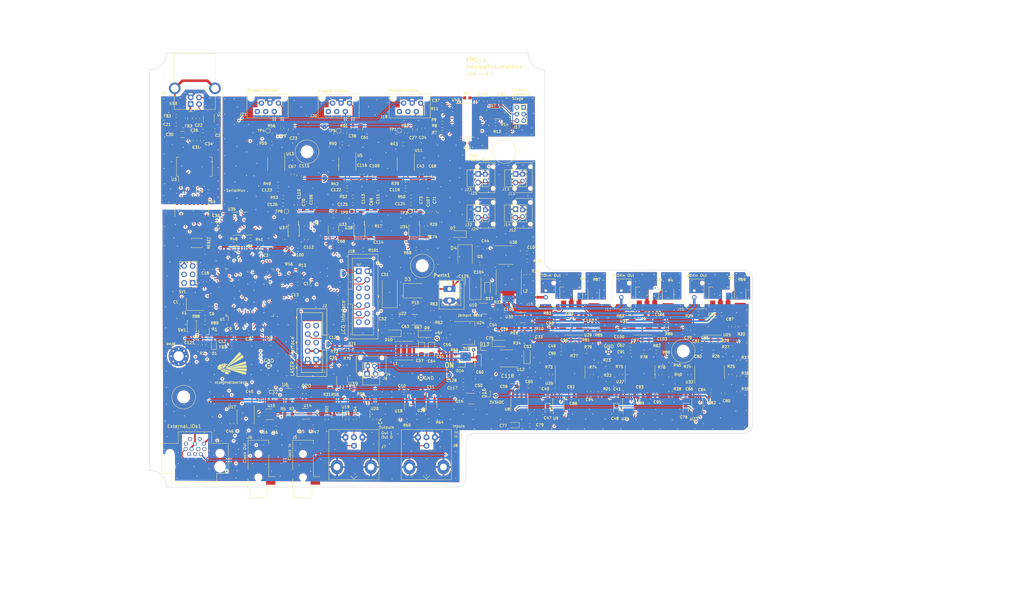
<source format=kicad_pcb>
(kicad_pcb (version 20211014) (generator pcbnew)
  (title_block (title "FPS-2: Fiber Photometry System") (date "2020-03-11") (rev "v1_revB II") (company "Neurophotometrics") (comment 3 "FPS-2") (comment 4 "OpenEphys"))
  (layers (0 "F.Cu" mixed) (1 "In1.Cu" mixed) (2 "In2.Cu" mixed) (31 "B.Cu" mixed) (34 "B.Paste" user) (35 "F.Paste" user) (36 "B.SilkS" user "B.Silkscreen") (37 "F.SilkS" user "F.Silkscreen") (38 "B.Mask" user) (39 "F.Mask" user) (44 "Edge.Cuts" user))
  (net 0 "")
  (net 1 "+3V3")
  (net 2 "GNDREF")
  (net 3 "/PDI_CLK")
  (net 4 "Net-(SV1-Pad4)")
  (net 5 "Net-(SV1-Pad3)")
  (net 6 "/PDI_DATA")
  (net 7 "Net-(X1-Pad1)")
  (net 8 "Net-(D9-Pad1)")
  (net 9 "Net-(U1-Pad95)")
  (net 10 "Net-(U1-Pad92)")
  (net 11 "Net-(U1-Pad91)")
  (net 12 "Net-(U1-Pad88)")
  (net 13 "Net-(U1-Pad87)")
  (net 14 "Net-(U1-Pad86)")
  (net 15 "Net-(U1-Pad85)")
  (net 16 "Net-(U1-Pad61)")
  (net 17 "Net-(D14-Pad2)")
  (net 18 "/u_CTS_0")
  (net 19 "/u_RTS_0")
  (net 20 "/u_RXD_0")
  (net 21 "/u_TXD_0")
  (net 22 "/u_CAM_TRIG_OUT")
  (net 23 "/u_Out4_Enbl")
  (net 24 "/u_Out5_Enbl")
  (net 25 "/u_In6_Enbl")
  (net 26 "/u_In6")
  (net 27 "/u_Out5")
  (net 28 "/u_Out4")
  (net 29 "/u_CAM_STROB_IN")
  (net 30 "Net-(D1-Pad1)")
  (net 31 "/u_test_switch_1")
  (net 32 "Net-(C12-Pad2)")
  (net 33 "Net-(J7-Pad1)")
  (net 34 "Net-(J8-Pad1)")
  (net 35 "Net-(Q1-Pad3)")
  (net 36 "Net-(Q1-Pad1)")
  (net 37 "Net-(R62-Pad2)")
  (net 38 "Net-(U17-Pad7)")
  (net 39 "Net-(U17-Pad3)")
  (net 40 "POWER_IN")
  (net 41 "Net-(C63-Pad2)")
  (net 42 "Net-(C63-Pad1)")
  (net 43 "Net-(R15-Pad2)")
  (net 44 "Net-(C21-Pad2)")
  (net 45 "Net-(C22-Pad2)")
  (net 46 "Net-(C34-Pad2)")
  (net 47 "Net-(U3-Pad28)")
  (net 48 "Net-(U3-Pad27)")
  (net 49 "Net-(U3-Pad19)")
  (net 50 "Net-(U3-Pad14)")
  (net 51 "Net-(U3-Pad13)")
  (net 52 "Net-(U3-Pad12)")
  (net 53 "Net-(U3-Pad10)")
  (net 54 "Net-(U3-Pad9)")
  (net 55 "Net-(U3-Pad6)")
  (net 56 "Net-(U3-Pad2)")
  (net 57 "Net-(J7-Pad2)")
  (net 58 "Net-(J8-Pad2)")
  (net 59 "/u_In7")
  (net 60 "/u_In7_Enbl")
  (net 61 "/tempert_ALARM1")
  (net 62 "/I2C_SCL_port_Y")
  (net 63 "/I2C_SDA_port_Y")
  (net 64 "+1V8")
  (net 65 "Net-(Q3-Pad1)")
  (net 66 "Net-(Q3-Pad3)")
  (net 67 "Net-(R42-Pad1)")
  (net 68 "Net-(R68-Pad2)")
  (net 69 "Net-(U32-Pad13)")
  (net 70 "Net-(U25-Pad8)")
  (net 71 "Net-(U25-Pad5)")
  (net 72 "Net-(U25-Pad1)")
  (net 73 "Net-(U33-Pad4)")
  (net 74 "Net-(C53-Pad2)")
  (net 75 "Net-(C53-Pad1)")
  (net 76 "/LEDs_output_Interface/Vref_2.048V")
  (net 77 "Net-(R10-Pad2)")
  (net 78 "Net-(C85-Pad2)")
  (net 79 "Net-(C87-Pad2)")
  (net 80 "Net-(R24-Pad2)")
  (net 81 "Net-(R24-Pad1)")
  (net 82 "Net-(R25-Pad1)")
  (net 83 "Net-(R26-Pad2)")
  (net 84 "Net-(R29-Pad1)")
  (net 85 "Net-(U8-Pad8)")
  (net 86 "Net-(U8-Pad7)")
  (net 87 "Net-(U8-Pad5)")
  (net 88 "Net-(U8-Pad3)")
  (net 89 "Net-(U8-Pad1)")
  (net 90 "/IO_Interfaces/USBDP")
  (net 91 "/IO_Interfaces/USBDM")
  (net 92 "/IO_Interfaces/USB5V")
  (net 93 "/IO_Interfaces/CLOCK_OUT_Vcc")
  (net 94 "/IO_Interfaces/CLOCK_OUT_GND")
  (net 95 "-VDC")
  (net 96 "Net-(C96-Pad2)")
  (net 97 "Net-(C97-Pad2)")
  (net 98 "Net-(C102-Pad2)")
  (net 99 "Net-(C103-Pad2)")
  (net 100 "/PSU_Stage/FAN_POWER")
  (net 101 "/IO_Interfaces/CLOCK_IN")
  (net 102 "/IO_Interfaces/CLOCK_OUT")
  (net 103 "/IO_Interfaces/CAM_TRIG_OUT")
  (net 104 "Net-(Q4-Pad1)")
  (net 105 "Net-(Q4-Pad3)")
  (net 106 "Net-(Q5-Pad1)")
  (net 107 "Net-(Q5-Pad3)")
  (net 108 "Net-(R73-Pad2)")
  (net 109 "Net-(R73-Pad1)")
  (net 110 "Net-(R74-Pad1)")
  (net 111 "Net-(R75-Pad2)")
  (net 112 "Net-(R75-Pad1)")
  (net 113 "Net-(R76-Pad1)")
  (net 114 "Net-(R77-Pad2)")
  (net 115 "Net-(R78-Pad2)")
  (net 116 "Net-(R83-Pad1)")
  (net 117 "Net-(R84-Pad1)")
  (net 118 "/IO_Interfaces/FT_CTS")
  (net 119 "/IO_Interfaces/FT_RXD")
  (net 120 "/IO_Interfaces/FT_RTS")
  (net 121 "/IO_Interfaces/FT_TXD")
  (net 122 "Net-(U26-Pad13)")
  (net 123 "Net-(U27-Pad13)")
  (net 124 "Net-(U29-Pad8)")
  (net 125 "Net-(U29-Pad5)")
  (net 126 "Net-(U29-Pad1)")
  (net 127 "Net-(U31-Pad8)")
  (net 128 "Net-(U31-Pad5)")
  (net 129 "Net-(U31-Pad1)")
  (net 130 "/MASTER_CTS")
  (net 131 "/MASTER_RTS")
  (net 132 "/MASTER_RXD")
  (net 133 "/COM_FROM_USB")
  (net 134 "/HOLD_COM")
  (net 135 "/mux_RXD")
  (net 136 "/mux_CTS")
  (net 137 "/mux_TXD")
  (net 138 "/mux_RTS")
  (net 139 "/u_CTS_1")
  (net 140 "/u_RXD_1")
  (net 141 "/u_RTS_1")
  (net 142 "/u_TXD_1")
  (net 143 "Net-(C104-Pad2)")
  (net 144 "Net-(C104-Pad1)")
  (net 145 "Net-(C105-Pad1)")
  (net 146 "Net-(U36-Pad15)")
  (net 147 "Net-(U36-Pad11)")
  (net 148 "Net-(U36-Pad10)")
  (net 149 "Net-(U36-Pad7)")
  (net 150 "Net-(C51-Pad1)")
  (net 151 "5V5_LEDS_POWER")
  (net 152 "Net-(R32-Pad2)")
  (net 153 "/CLOCK_MASTER")
  (net 154 "/LCD_Clock_Out_ENBL")
  (net 155 "/u_Clck_In_Enable")
  (net 156 "Net-(U1-Pad22)")
  (net 157 "/u_External_IO_4")
  (net 158 "/u_External_IO_3")
  (net 159 "/u_External_IO_2")
  (net 160 "/u_External_IO_1")
  (net 161 "/u_External_IO_5")
  (net 162 "/u_External_UART_Tx")
  (net 163 "/u_External_UART_Rx")
  (net 164 "/u_External_IO_6")
  (net 165 "/PhotoDiodes input Interface/PhotodiodeOutput_410nm")
  (net 166 "/PhotoDiodes input Interface/PhotodiodeOutput_560nm")
  (net 167 "/PhotoDiodes input Interface/PhotodiodeOutput_470nm")
  (net 168 "Net-(R100-Pad2)")
  (net 169 "Net-(R101-Pad2)")
  (net 170 "+5V")
  (net 171 "+3.3VDAC")
  (net 172 "Net-(J1-Pad3)")
  (net 173 "Net-(J1-Pad2)")
  (net 174 "/LEDs_output_Interface/LED_CTRL_410nm")
  (net 175 "/LEDs_output_Interface/LED_CTRL_560nm")
  (net 176 "/LEDs_output_Interface/LED_CTRL_470nm")
  (net 177 "/~{u_DAC_CLR_560nm}")
  (net 178 "/~{u_DAC_CS_560nm}")
  (net 179 "/~{u_DAC_CLR_470nm}")
  (net 180 "/~{u_DAC_CS_470nm}")
  (net 181 "/~{u_DAC_CLR_410nm}")
  (net 182 "/~{u_DAC_CS_410nm}")
  (net 183 "/LEDs_output_Interface/CURR_560nm")
  (net 184 "/LEDs_output_Interface/CURR_470nm")
  (net 185 "/LEDs_output_Interface/CURR_410nm")
  (net 186 "/u_PhotoD_ADC_ConverStart_410nm")
  (net 187 "/u_LEDs_DAC_SPI_CLK_out")
  (net 188 "/u_LEDs_DAC_SPI_MOSI")
  (net 189 "/u_PhotoD_ADC_ConverStart_560nm")
  (net 190 "/MASTER_TXD")
  (net 191 "/u_interface_select_1")
  (net 192 "/u_interface_select_2")
  (net 193 "Net-(U3-Pad23)")
  (net 194 "Net-(U3-Pad22)")
  (net 195 "/u_STATE_LED")
  (net 196 "Net-(U16-Pad4)")
  (net 197 "Net-(C32-Pad2)")
  (net 198 "+3.3VP")
  (net 199 "/u_Out6_LASER_ENBL")
  (net 200 "Net-(U6-Pad4)")
  (net 201 "Net-(C44-Pad1)")
  (net 202 "Net-(C33-Pad1)")
  (net 203 "GNDD")
  (net 204 "/LCD_CLCK_OUT")
  (net 205 "Net-(C111-Pad1)")
  (net 206 "Net-(C108-Pad1)")
  (net 207 "Net-(C107-Pad1)")
  (net 208 "/LEDs_output_Interface/-3V3")
  (net 209 "Net-(J10-Pad1)")
  (net 210 "Net-(J11-Pad1)")
  (net 211 "Net-(J16-Pad1)")
  (net 212 "/u_PhotoD_ADC_ConverStart_470nm")
  (net 213 "/PhotoD_560nm_SPI_MISO")
  (net 214 "/PhotoD_560nm_SPI_SCLK")
  (net 215 "/PhotoD_470nm_SPI_MISO")
  (net 216 "/PhotoD_470nm_SPI_SCLK")
  (net 217 "/PhotoD_410nm_SPI_MISO")
  (net 218 "/PhotoD_410nm_SPI_SCLK")
  (net 219 "Net-(U5-Pad1)")
  (net 220 "Net-(C80-Pad2)")
  (net 221 "Net-(C94-Pad2)")
  (net 222 "Net-(C95-Pad2)")
  (net 223 "Net-(R22-Pad2)")
  (net 224 "Net-(R36-Pad2)")
  (net 225 "Net-(R40-Pad2)")
  (net 226 "/~{u_LASER_SPI_DATA}")
  (net 227 "/~{u_LASER_SPI_CLCK}")
  (net 228 "/~{u_LASER_CS}")
  (net 229 "/IO_Interfaces/LASER_TTL")
  (net 230 "Net-(J2-Pad10)")
  (net 231 "Net-(J2-Pad9)")
  (net 232 "/u_LASER_state_ON_OFF")
  (net 233 "/IO_Interfaces/LASER_Power")
  (net 234 "/aux_IO1")
  (net 235 "/aux_IO2")
  (net 236 "/u_DigPot_SPI_CLCK")
  (net 237 "/u_DigPot_410_~{CS}")
  (net 238 "/u_DigPot_SPI_SDO")
  (net 239 "/u_DigPot_470_~{CS}")
  (net 240 "/u_DigPot_560_~{CS}")
  (net 241 "Net-(C119-Pad1)")
  (net 242 "Net-(C122-Pad1)")
  (net 243 "Net-(C123-Pad1)")
  (net 244 "/PhotoDiodes input Interface/PhotodiodeLP_410nm")
  (net 245 "/PhotoDiodes input Interface/PhotodiodeLP_470nm")
  (net 246 "/PhotoDiodes input Interface/PhotodiodeLP_560nm")
  (net 247 "Net-(R39-Pad1)")
  (net 248 "Net-(R43-Pad2)")
  (net 249 "Net-(R49-Pad1)")
  (net 250 "Net-(R55-Pad2)")
  (net 251 "Net-(R90-Pad2)")
  (net 252 "Net-(U5-Pad8)")
  (net 253 "Net-(U5-Pad5)")
  (net 254 "Net-(U11-Pad8)")
  (net 255 "Net-(U11-Pad5)")
  (net 256 "Net-(U11-Pad1)")
  (net 257 "Net-(U13-Pad8)")
  (net 258 "Net-(U13-Pad5)")
  (net 259 "Net-(U13-Pad1)")
  (net 260 "/IO_Interfaces/CAM_POWER")
  (net 261 "/IO_Interfaces/CAM_GND")
  (net 262 "/IO_Interfaces/CAM_STROB_IN")
  (net 263 "/IO_Interfaces/CAM_TRIG_OUT_BUFF")
  (net 264 "/IO_Interfaces/CAM_OUT_2")
  (net 265 "/IO_Interfaces/CAM_OUT_1")
  (net 266 "Net-(U7-Pad1)")
  (net 267 "/u_CAM_OUT_2")
  (net 268 "/u_CAM_OUT_1")
  (footprint "FPS_pads_lib:Adafruit_2.8''_LCD" (layer "F.Cu") (at 200.45 166.65)
    (fp_text reference "Adafruit 2.8'' LCD")
    (fp_text value "Adafruit_2.8''_LCD")
  )
  (footprint "FPS_pads_lib:my_PinHeader_M80_1x2_2mmP" (layer "F.Cu") (at 174.6 70.224)
    (fp_text reference "J15")
    (fp_text value "B2B plug" hide)
  )
  (footprint "Resistor_SMD:R_0603_1608Metric" (layer "F.Cu") (at 70.978 52.77)
    (fp_text reference "FB3")
    (fp_text value "600R/100MHz")
  )
  (footprint "Package_TO_SOT_SMD:SOT-23-6" (layer "F.Cu") (at 80.714 53.748 -90)
    (fp_text reference "U2")
    (fp_text value "USBLC6-2")
  )
  (footprint "Resistor_SMD:R_0805_2012Metric" (layer "F.Cu") (at 75.126 53.494 90)
    (fp_text reference "FB2")
    (fp_text value "40R@100MHz")
  )
  (footprint "Capacitor_SMD:C_0603_1608Metric" (layer "F.Cu") (at 78.682 60.098 -90)
    (fp_text reference "C34")
    (fp_text value "100n")
  )
  (footprint "Capacitor_SMD:C_1206_3216Metric" (layer "F.Cu") (at 72.84 58.32 180)
    (fp_text reference "C30")
    (fp_text value "4.7u 10V")
  )
  (footprint "Capacitor_SMD:C_0603_1608Metric" (layer "F.Cu") (at 77.412 53.494 90)
    (fp_text reference "C22")
    (fp_text value "100n")
  )
  (footprint "Capacitor_SMD:C_0603_1608Metric" (layer "F.Cu") (at 76.65 60.098 -90)
    (fp_text reference "C31")
    (fp_text value "100n")
  )
  (footprint "Capacitor_SMD:C_0603_1608Metric" (layer "F.Cu") (at 165.042 113.8952 180)
    (fp_text reference "C54")
    (fp_text value "100n")
  )
  (footprint "Resistor_SMD:R_0603_1608Metric" (layer "F.Cu") (at 166.693 110.771 90)
    (fp_text reference "R33")
    (fp_text value "10k")
  )
  (footprint "Package_TO_SOT_SMD:SOT-23-5" (layer "F.Cu") (at 163.1616 110.468)
    (fp_text reference "U10")
    (fp_text value "Si7060")
  )
  (footprint "Resistor_SMD:R_0603_1608Metric" (layer "F.Cu") (at 111.98 145.81)
    (fp_text reference "R47")
    (fp_text value "100k")
  )
  (footprint "Capacitor_SMD:C_0603_1608Metric" (layer "F.Cu") (at 84.225 87.875)
    (fp_text reference "C42")
    (fp_text value "100n")
  )
  (footprint "Package_SO:SOIC-8_3.9x4.9mm_P1.27mm" (layer "F.Cu") (at 91.75 142.84 -90)
    (fp_text reference "U17")
    (fp_text value "Si8610BC")
  )
  (footprint "Package_TO_SOT_SMD:SOT-23-5_HandSoldering" (layer "F.Cu") (at 109.53 141.96 180)
    (fp_text reference "U14")
    (fp_text value "MC74VHC1GT126")
  )
  (footprint "Capacitor_SMD:C_0603_1608Metric" (layer "F.Cu") (at 92.9 136.74)
    (fp_text reference "C45")
    (fp_text value "100n")
  )
  (footprint "Capacitor_SMD:C_0603_1608Metric" (layer "F.Cu") (at 87.65 144.94 90)
    (fp_text reference "C46")
    (fp_text value "100n")
  )
  (footprint "Resistor_SMD:R_0603_1608Metric" (layer "F.Cu") (at 100.87 146.08)
    (fp_text reference "R6")
    (fp_text value "100k")
  )
  (footprint "Package_TO_SOT_SMD:SOT-23-5_HandSoldering" (layer "F.Cu") (at 98.6 142.09 180)
    (fp_text reference "U15")
    (fp_text value "MC74VHC1GT126")
  )
  (footprint "Resistor_SMD:R_0603_1608Metric" (layer "F.Cu") (at 190.064 123.36)
    (fp_text reference "R77")
    (fp_text value "4k7")
  )
  (footprint "Resistor_SMD:R_0603_1608Metric" (layer "F.Cu") (at 195.35 130.202 90)
    (fp_text reference "R74")
    (fp_text value "4k7")
  )
  (footprint "Package_SO:SOIC-14_3.9x8.7mm_P1.27mm" (layer "F.Cu") (at 188.85 129.4 90)
    (fp_text reference "U26")
    (fp_text value "OPA4170AIDR")
  )
  (footprint "Package_SO:SOIC-8_3.9x4.9mm_P1.27mm" (layer "F.Cu") (at 189.11 115.84 180)
    (fp_text reference "U29")
    (fp_text value "AD8651")
  )
  (footprint "Resistor_SMD:R_0603_1608Metric" (layer "F.Cu") (at 193.774 123.38)
    (fp_text reference "R79")
    (fp_text value "4k7")
  )
  (footprint "Resistor_SMD:R_0603_1608Metric" (layer "F.Cu") (at 191.54 120.618 90)
    (fp_text reference "R81")
    (fp_text value "0R")
  )
  (footprint "Resistor_SMD:R_2512_6332Metric_Pad1.52x3.35mm_HandSolder" (layer "F.Cu") (at 195.9 106.62 -90)
    (fp_text reference "R87")
    (fp_text value "1R")
  )
  (footprint "Resistor_SMD:R_0603_1608Metric" (layer "F.Cu") (at 183.1 130.202 90)
    (fp_text reference "R73")
    (fp_text value "4k7")
  )
  (footprint "Resistor_SMD:R_0603_1608Metric" (layer "F.Cu") (at 197.098 116.09 90)
    (fp_text reference "R85")
    (fp_text value "0R")
  )
  (footprint "Resistor_SMD:R_0603_1608Metric" (layer "F.Cu") (at 184.36 112.34 90)
    (fp_text reference "R83")
    (fp_text value "0R")
  )
  (footprint "Capacitor_SMD:C_0603_1608Metric" (layer "F.Cu") (at 189.13 120.618 90)
    (fp_text reference "C96")
    (fp_text value "DNI")
  )
  (footprint "Capacitor_SMD:C_0603_1608Metric" (layer "F.Cu") (at 186.178 121.674)
    (fp_text reference "C49")
    (fp_text value "4.7u 16V")
  )
  (footprint "Capacitor_SMD:C_0603_1608Metric" (layer "F.Cu") (at 189.24 137.23 180)
    (fp_text reference "C88")
    (fp_text value "4.7u 16V")
  )
  (footprint "Capacitor_SMD:C_0603_1608Metric" (layer "F.Cu") (at 186.188 123.834)
    (fp_text reference "C90")
    (fp_text value "100n")
  )
  (footprint "Capacitor_SMD:C_0603_1608Metric" (layer "F.Cu") (at 194.848 116.09 -90)
    (fp_text reference "C102")
    (fp_text value "DNI")
  )
  (footprint "Capacitor_SMD:C_0603_1608Metric" (layer "F.Cu") (at 191.3945 112.04 180)
    (fp_text reference "C99")
    (fp_text value "100n")
  )
  (footprint "Package_TO_SOT_SMD:SOT-223-3_TabPin2" (layer "F.Cu") (at 189.19 105.9 90)
    (fp_text reference "Q4")
    (fp_text value "BCP56T1G")
  )
  (footprint "Capacitor_SMD:C_0603_1608Metric" (layer "F.Cu") (at 194.506 135.282 90)
    (fp_text reference "C94")
    (fp_text value "100n")
  )
  (footprint "Capacitor_SMD:C_0603_1608Metric" (layer "F.Cu") (at 183.61 116.84 90)
    (fp_text reference "C98")
    (fp_text value "100n")
  )
  (footprint "Capacitor_SMD:C_0603_1608Metric" (layer "F.Cu") (at 78.936 57.304)
    (fp_text reference "C26")
    (fp_text value "47p")
  )
  (footprint "Capacitor_SMD:C_0603_1608Metric" (layer "F.Cu") (at 82.1364 84.6598 90)
    (fp_text reference "C36")
    (fp_text value "100n")
  )
  (footprint "Package_SO:SOIC-14_3.9x8.7mm_P1.27mm" (layer "F.Cu") (at 230.57 129.44 90)
    (fp_text reference "U32")
    (fp_text value "OPA4170AIDR")
  )
  (footprint "Package_SO:SOIC-8_3.9x4.9mm_P1.27mm" (layer "F.Cu") (at 230.709 115.84 180)
    (fp_text reference "U25")
    (fp_text value "AD8651")
  )
  (footprint "Capacitor_SMD:C_0603_1608Metric" (layer "F.Cu") (at 230.99 120.618 90)
    (fp_text reference "C85")
    (fp_text value "DNI")
  )
  (footprint "Capacitor_SMD:C_0603_1608Metric" (layer "F.Cu") (at 224.44 116.84 90)
    (fp_text reference "C39")
    (fp_text value "100n")
  )
  (footprint "Capacitor_SMD:C_0603_1608Metric" (layer "F.Cu") (at 228.24 121.42)
    (fp_text reference "C81")
    (fp_text value "4.7u 16V")
  )
  (footprint "Capacitor_SMD:C_0603_1608Metric" (layer "F.Cu") (at 228.24 123.38)
    (fp_text reference "C83")
    (fp_text value "100n")
  )
  (footprint "Capacitor_SMD:C_0603_1608Metric" (layer "F.Cu") (at 234.638 135.79 90)
    (fp_text reference "C80")
    (fp_text value "100n")
  )
  (footprint "Capacitor_SMD:C_0603_1608Metric" (layer "F.Cu") (at 236.74 115.84 -90)
    (fp_text reference "C87")
    (fp_text value "DNI")
  )
  (footprint "Resistor_SMD:R_0603_1608Metric" (layer "F.Cu") (at 235.41 123.36)
    (fp_text reference "R27")
    (fp_text value "4k7")
  )
  (footprint "Resistor_SMD:R_0603_1608Metric" (layer "F.Cu") (at 224.57 130.202 90)
    (fp_text reference "R24")
    (fp_text value "4k7")
  )
  (footprint "Resistor_SMD:R_0603_1608Metric" (layer "F.Cu") (at 236.82 130.202 90)
    (fp_text reference "R25")
    (fp_text value "4k7")
  )
  (footprint "Resistor_SMD:R_0603_1608Metric" (layer "F.Cu") (at 231.74 123.38)
    (fp_text reference "R26")
    (fp_text value "4k7")
  )
  (footprint "Resistor_SMD:R_0603_1608Metric" (layer "F.Cu") (at 238.74 115.84 90)
    (fp_text reference "R30")
    (fp_text value "0R")
  )
  (footprint "Capacitor_SMD:C_0603_1608Metric_Pad1.05x0.95mm_HandSolder" (layer "F.Cu") (at 143.8965 80.88 90)
    (fp_text reference "C73")
    (fp_text value "4.7u 16V")
  )
  (footprint "Capacitor_SMD:C_0805_2012Metric_Pad1.15x1.40mm_HandSolder" (layer "F.Cu") (at 148.23 81.42 90)
    (fp_text reference "C71")
    (fp_text value "10u 16V")
  )
  (footprint "Resistor_SMD:R_0603_1608Metric" (layer "F.Cu") (at 138.9435 61.1775)
    (fp_text reference "R43")
    (fp_text value "DNI")
  )
  (footprint "Capacitor_SMD:C_0805_2012Metric_Pad1.15x1.40mm_HandSolder" (layer "F.Cu") (at 146.627 70.5755 90)
    (fp_text reference "C68")
    (fp_text value "10u 16V")
  )
  (footprint "Resistor_SMD:R_0603_1608Metric" (layer "F.Cu") (at 139.7055 57.939 90)
    (fp_text reference "R44")
    (fp_text value "10R")
  )
  (footprint "Package_SO:MSOP-10_3x3mm_P0.5mm" (layer "F.Cu") (at 142.226 87.1 -90)
    (fp_text reference "U34")
    (fp_text value "MCP33151D")
  )
  (footprint "Package_TO_SOT_SMD:SOT-23-5_HandSoldering" (layer "F.Cu") (at 127.35 142.3 -90)
    (fp_text reference "U20")
    (fp_text value "MC74VHC1GT126")
  )
  (footprint "Resistor_SMD:R_0603_1608Metric" (layer "F.Cu") (at 128.28 136.74 -90)
    (fp_text reference "R59")
    (fp_text value "100k")
  )
  (footprint "FPS_pads_lib:my_2_BNC" (layer "F.Cu") (at 124.15 149 180)
    (fp_text reference "J7")
    (fp_text value "my_Conn_Coaxial_x2")
  )
  (footprint "Capacitor_SMD:C_0603_1608Metric" (layer "F.Cu") (at 135.56 112.92 180)
    (fp_text reference "C52")
    (fp_text value "100n")
  )
  (footprint "Capacitor_Tantalum_SMD:CP_EIA-7343-20_Kemet-V_Pad2.25x2.55mm_HandSolder" (layer "F.Cu") (at 134.85 105.61 90)
    (fp_text reference "C51")
    (fp_text value "10u 50V")
  )
  (footprint "Diode_SMD:D_SOD-123" (layer "F.Cu") (at 136.02 117.88 180)
    (fp_text reference "D10")
    (fp_text value "BAT42W-V")
  )
  (footprint "Resistor_SMD:R_0603_1608Metric" (layer "F.Cu") (at 147.6 114.54 90)
    (fp_text reference "R62")
    (fp_text value "52.3k")
  )
  (footprint "Resistor_SMD:R_0603_1608Metric" (layer "F.Cu") (at 141.7 117.91 90)
    (fp_text reference "R67")
    (fp_text value "100R")
  )
  (footprint "Resistor_SMD:R_0603_1608Metric" (layer "F.Cu") (at 147.6 111.07 90)
    (fp_text reference "R63")
    (fp_text value "10k")
  )
  (footprint "Package_SO:SO-8_3.9x4.9mm_P1.27mm" (layer "F.Cu") (at 169.77 125.36 180)
    (fp_text reference "U12")
    (fp_text value "MAX1680ESA+")
  )
  (footprint "Capacitor_Tantalum_SMD:CP_EIA-3216-18_Kemet-A" (layer "F.Cu") (at 175.95 124.65 90)
    (fp_text reference "C53")
    (fp_text value "10u 10V")
  )
  (footprint "Capacitor_Tantalum_SMD:CP_EIA-2012-12_Kemet-R" (layer "F.Cu") (at 171.9375 145.35 180)
    (fp_text reference "C77")
    (fp_text value "1u 25V")
  )
  (footprint "Inductor_SMD:L_Coilcraft_XAL5030" (layer "F.Cu") (at 139.1 123.07)
    (fp_text reference "L1")
    (fp_text value "22uL")
  )
  (footprint "Package_SO:SO-8_3.9x4.9mm_P1.27mm" (layer "F.Cu") (at 173.675 139.325 -90)
    (fp_text reference "U8")
    (fp_text value "MAX6162")
  )
  (footprint "Capacitor_SMD:C_0603_1608Metric" (layer "F.Cu") (at 128.9232 89.802 -90)
    (fp_text reference "C114")
    (fp_text value "100n")
  )
  (footprint "Capacitor_SMD:C_0805_2012Metric_Pad1.15x1.40mm_HandSolder" (layer "F.Cu") (at 130.45 81.42 90)
    (fp_text reference "C111")
    (fp_text value "10u 16V")
  )
  (footprint "Capacitor_SMD:C_0603_1608Metric_Pad1.05x0.95mm_HandSolder" (layer "F.Cu") (at 126.098 80.88 90)
    (fp_text reference "C113")
    (fp_text value "4.7u 16V")
  )
  (footprint "Capacitor_SMD:C_0603_1608Metric" (layer "F.Cu") (at 145.69 89.802 -90)
    (fp_text reference "C74")
    (fp_text value "100n")
  )
  (footprint "Resistor_SMD:R_0603_1608Metric" (layer "F.Cu") (at 142.8 92.6 180)
    (fp_text reference "R68")
    (fp_text value "0R")
  )
  (footprint "Resistor_SMD:R_0603_1608Metric" (layer "F.Cu") (at 126.942 92.85 180)
    (fp_text reference "R101")
    (fp_text value "0R")
  )
  (footprint "Package_SO:MSOP-10_3x3mm_P0.5mm" (layer "F.Cu") (at 125.792 87.1 -90)
    (fp_text reference "U38")
    (fp_text value "MCP33151D")
  )
  (footprint "Diode_SMD:D_SOD-123" (layer "F.Cu") (at 155.5424 88.1396 180)
    (fp_text reference "D7")
    (fp_text value "SS14FL")
  )
  (footprint "Package_SO:SOIC-14_3.9x8.7mm_P1.27mm" (layer "F.Cu") (at 209.798 129.43 90)
    (fp_text reference "U27")
    (fp_text value "OPA4170AIDR")
  )
  (footprint "Package_SO:SOIC-8_3.9x4.9mm_P1.27mm" (layer "F.Cu") (at 209.91 115.81 180)
    (fp_text reference "U31")
    (fp_text value "AD8651")
  )
  (footprint "Package_SO:MSOP-8_3x3mm_P0.65mm" (layer "F.Cu") (at 206.195 139.16 90)
    (fp_text reference "U21")
    (fp_text value "MAX5443")
  )
  (footprint "Capacitor_Tantalum_SMD:CP_EIA-2012-12_Kemet-R" (layer "F.Cu") (at 202.695 140.49 -90)
    (fp_text reference "C48")
    (fp_text value "1u 25V")
  )
  (footprint "Capacitor_SMD:C_0603_1608Metric" (layer "F.Cu") (at 202.695 136.66 -90)
    (fp_text reference "C41")
    (fp_text value "100n")
  )
  (footprint "Capacitor_SMD:C_0603_1608Metric" (layer "F.Cu") (at 209.905 137.23 180)
    (fp_text reference "C89")
    (fp_text value "4.7u 16V")
  )
  (footprint "Capacitor_SMD:C_0603_1608Metric" (layer "F.Cu") (at 215.588 117.248 90)
    (fp_text reference "C103")
    (fp_text value "DNI")
  )
  (footprint "Resistor_SMD:R_0603_1608Metric" (layer "F.Cu") (at 204.06 130.202 90)
    (fp_text reference "R75")
    (fp_text value "4k7")
  )
  (footprint "Capacitor_SMD:C_0603_1608Metric" (layer "F.Cu") (at 214.318 135.79 90)
    (fp_text reference "C95")
    (fp_text value "100n")
  )
  (footprint "Resistor_SMD:R_0603_1608Metric" (layer "F.Cu") (at 210.91 123.39)
    (fp_text reference "R78")
    (fp_text value "4k7")
  )
  (footprint "Capacitor_SMD:C_0603_1608Metric" (layer "F.Cu") (at 210.41 120.618 90)
    (fp_text reference "C97")
    (fp_text value "DNI")
  )
  (footprint "Resistor_SMD:R_0603_1608Metric" (layer "F.Cu") (at 212.41 120.618 90)
    (fp_text reference "R82")
    (fp_text value "0R")
  )
  (footprint "Resistor_SMD:R_0603_1608Metric" (layer "F.Cu") (at 215.81 130.202 90)
    (fp_text reference "R76")
    (fp_text value "4k7")
  )
  (footprint "Resistor_SMD:R_0603_1608Metric" (layer "F.Cu") (at 217.67 115.82 90)
    (fp_text reference "R86")
    (fp_text value "0R")
  )
  (footprint "Capacitor_SMD:C_0603_1608Metric" (layer "F.Cu") (at 206.87 123.39)
    (fp_text reference "C91")
    (fp_text value "100n")
  )
  (footprint "Capacitor_SMD:C_0603_1608Metric" (layer "F.Cu") (at 209.905 135.23 180)
    (fp_text reference "C93")
    (fp_text value "100n")
  )
  (footprint "Capacitor_SMD:C_0603_1608Metric" (layer "F.Cu") (at 204.025 116.84 90)
    (fp_text reference "C100")
    (fp_text value "100n")
  )
  (footprint "Package_TO_SOT_SMD:SOT-223-3_TabPin2" (layer "F.Cu") (at 211.851 105.9 90)
    (fp_text reference "Q5")
    (fp_text value "BCP56T1G")
  )
  (footprint "Capacitor_Tantalum_SMD:CP_EIA-2012-12_Kemet-R" (layer "F.Cu") (at 171.95 133.75 180)
    (fp_text reference "C56")
    (fp_text value "1u 25V")
  )
  (footprint "Capacitor_SMD:C_0603_1608Metric" (layer "F.Cu") (at 176.73 145.39 180)
    (fp_text reference "C79")
    (fp_text value "100n")
  )
  (footprint "Capacitor_SMD:C_0603_1608Metric" (layer "F.Cu") (at 230.97 135.23 180)
    (fp_text reference "C84")
    (fp_text value "100n")
  )
  (footprint "Capacitor_SMD:C_0603_1608Metric" (layer "F.Cu") (at 223.43 136.66 -90)
    (fp_text reference "C66")
    (fp_text value "100n")
  )
  (footprint "Package_SO:MSOP-8_3x3mm_P0.65mm" (layer "F.Cu") (at 226.91 139.17 90)
    (fp_text reference "U23")
    (fp_text value "MAX5443")
  )
  (footprint "Capacitor_SMD:C_0603_1608Metric" (layer "F.Cu") (at 230.97 137.23 180)
    (fp_text reference "C82")
    (fp_text value "4.7u 16V")
  )
  (footprint "Capacitor_Tantalum_SMD:CP_EIA-2012-12_Kemet-R" (layer "F.Cu") (at 223.43 140.49 -90)
    (fp_text reference "C76")
    (fp_text value "1u 25V")
  )
  (footprint "Package_TO_SOT_SMD:SOT-23-5" (layer "F.Cu") (at 159.24 137.41)
    (fp_text reference "U16")
    (fp_text value "TLV7433")
  )
  (footprint "Capacitor_SMD:C_0603_1608Metric" (layer "F.Cu") (at 107.73 145.83)
    (fp_text reference "C15")
    (fp_text value "100n")
  )
  (footprint "Capacitor_SMD:C_0603_1608Metric" (layer "F.Cu") (at 97.2 146.03 180)
    (fp_text reference "C16")
    (fp_text value "100n")
  )
  (footprint "Capacitor_SMD:C_0603_1608Metric" (layer "F.Cu") (at 80.46 75.338 180)
    (fp_text reference "C19")
    (fp_text value "100n")
  )
  (footprint "FPS_pads_lib:my_PinHeader_1x02_P2.54mm_Vertical" (layer "F.Cu") (at 172.522 70.142)
    (fp_text reference "J13")
    (fp_text value "DNI")
  )
  (footprint "Capacitor_SMD:C_0603_1608Metric" (layer "F.Cu") (at 118.433 127.154 -90)
    (fp_text reference "C35")
    (fp_text value "100n")
  )
  (footprint "Connector_Multicomp:Multicomp_MC9A12-1434_2x07_P2.54mm_Vertical" (layer "F.Cu") (at 125.6 99.25 -90)
    (fp_text reference "J18")
    (fp_text value "Conn_02x07_Odd_Even")
  )
  (footprint "Resistor_SMD:R_0603_1608Metric" (layer "F.Cu") (at 103.452 142.7914 90)
    (fp_text reference "R5")
    (fp_text value "10R")
  )
  (footprint "Resistor_SMD:R_0603_1608Metric" (layer "F.Cu") (at 117.05 133.77 90)
    (fp_text reference "R31")
    (fp_text value "100k")
  )
  (footprint "Package_TO_SOT_SMD:SOT-23-5" (layer "F.Cu") (at 104.58 135.98 180)
    (fp_text reference "U6")
    (fp_text value "TLV70033_SOT23-5")
  )
  (footprint "Capacitor_SMD:C_0603_1608Metric" (layer "F.Cu") (at 117.798 90.832)
    (fp_text reference "C58")
    (fp_text value "100n")
  )
  (footprint "Capacitor_SMD:C_0603_1608Metric" (layer "F.Cu") (at 118.004 82.69)
    (fp_text reference "C72")
    (fp_text value "100n")
  )
  (footprint "Package_TO_SOT_SMD:TSOT-23-5" (layer "F.Cu") (at 118.004 86.5 90)
    (fp_text reference "U33")
    (fp_text value "TCR2LF")
  )
  (footprint "Resistor_SMD:R_0603_1608Metric" (layer "F.Cu") (at 107.384 92.85 180)
    (fp_text reference "R100")
    (fp_text value "0R")
  )
  (footprint "Resistor_SMD:R_0603_1608Metric" (layer "F.Cu") (at 99.5735 60.9235)
    (fp_text reference "R55")
    (fp_text value "DNI")
  )
  (footprint "Resistor_SMD:R_0603_1608Metric" (layer "F.Cu") (at 100.3355 57.939 90)
    (fp_text reference "R56")
    (fp_text value "10R")
  )
  (footprint "Capacitor_SMD:C_0603_1608Metric" (layer "F.Cu") (at 109.876 89.802 -90)
    (fp_text reference "C112")
    (fp_text value "100n")
  )
  (footprint "TestPoint:TestPoint_Pad_D1.0mm" (layer "F.Cu") (at 98.4305 57.177)
    (fp_text reference "TP4")
    (fp_text value "TestPoint")
  )
  (footprint "TestPoint:TestPoint_Pad_D1.0mm" (layer "F.Cu") (at 103.955 81.307)
    (fp_text reference "TP8")
    (fp_text value "TestPoint")
  )
  (footprint "Package_SO:MSOP-10_3x3mm_P0.5mm" (layer "F.Cu") (at 106.11 87.1 -90)
    (fp_text reference "U37")
    (fp_text value "MCP33151D")
  )
  (footprint "Capacitor_SMD:C_0603_1608Metric" (layer "F.Cu") (at 107.384 103.024 180)
    (fp_text reference "C17")
    (fp_text value "100n")
  )
  (footprint "Capacitor_SMD:C_0603_1608Metric" (layer "F.Cu") (at 87.585 120.27115)
    (fp_text reference "C12")
    (fp_text value "330n")
  )
  (footprint "Capacitor_SMD:C_0603_1608Metric" (layer "F.Cu") (at 93.541 93.025 180)
    (fp_text reference "C8")
    (fp_text value "100n")
  )
  (footprint "Capacitor_SMD:C_0603_1608Metric" (layer "F.Cu") (at 86.6 93.25)
    (fp_text reference "C14")
    (fp_text value "100n")
  )
  (footprint "Capacitor_SMD:C_0603_1608Metric" (layer "F.Cu") (at 98.37 92.75 180)
    (fp_text reference "C3")
    (fp_text value "100n")
  )
  (footprint "Capacitor_SMD:C_0603_1608Metric" (layer "F.Cu") (at 99.4 118.01 180)
    (fp_text reference "C7")
    (fp_text value "100n")
  )
  (footprint "Capacitor_SMD:C_0603_1608Metric" (layer "F.Cu") (at 79.57 102.41 -90)
    (fp_text reference "C18")
    (fp_text value "100n")
  )
  (footprint "Capacitor_SMD:C_0603_1608Metric" (layer "F.Cu") (at 87.585 117.8123)
    (fp_text reference "C9")
    (fp_text value "100n")
  )
  (footprint "Button_Switch_SMD:SW_SPST_B3U-1000P" (layer "F.Cu") (at 77.152 90.7914 180)
    (fp_text reference "SW2" hide)
    (fp_text value "SW_DIP_x01")
  )
  (footprint "Resistor_SMD:R_0603_1608Metric" (layer "F.Cu") (at 87.585 122.074 180)
    (fp_text reference "FB1")
    (fp_text value "330 R")
  )
  (footprint "LED_SMD:LED_0603_1608Metric" (layer "F.Cu") (at 82.2382 121.176 90)
    (fp_text reference "D1")
    (fp_text value "GREEN LED")
  )
  (footprint "Package_QFP:TQFP-100_14x14mm_P0.5mm" (layer "F.Cu") (at 92.979 105.6603 90)
    (fp_text reference "U1")
    (fp_text value "ATxmega128A1U")
  )
  (footprint "Crystal:Crystal_SMD_5032-4Pin_5.0x3.2mm" (layer "F.Cu") (at 76.65 109.1458)
    (fp_text reference "X1")
    (fp_text value "DSC1001CI5-032")
  )
  (footprint "Button_Switch_SMD:SW_SPST_B3U-1000P" (layer "F.Cu") (at 75.634 115.724 90)
    (fp_text reference "SW1")
    (fp_text value "SW_DIP_x01")
  )
  (footprint "Resistor_SMD:R_0603_1608Metric" (layer "F.Cu") (at 79.3332 121.2618 90)
    (fp_text reference "R2")
    (fp_text value "330R")
  )
  (footprint "Capacitor_SMD:C_0603_1608Metric" (layer "F.Cu") (at 72.586 109.12 90)
    (fp_text reference "C1")
    (fp_text value "100n")
  )
  (footprint "Capacitor_SMD:C_0603_1608Metric" (layer "F.Cu") (at 92.71 117.64)
    (fp_text reference "C2")
    (fp_text value "100n")
  )
  (footprint "Resistor_SMD:R_2512_6332Metric_Pad1.52x3.35mm_HandSolder" (layer "F.Cu") (at 218.14 106.61 -90)
    (fp_text reference "R4")
    (fp_text value "1R")
  )
  (footprint "FPS_pads_lib:my_Jack_3.5mm_CUI_SJ-3523-SMT_Horizontal" (layer "F.Cu") (at 108.9186 158.48 180)
    (fp_text reference "J5")
    (fp_text value "AudioJack2_Reference")
  )
  (footprint "FPS_pads_lib:my_Jack_3.5mm_CUI_SJ-3523-SMT_Horizontal" (layer "F.Cu") (at 95.5606 158.48 180)
    (fp_text reference "J6")
    (fp_text value "AudioJack2_Reference")
  )
  (footprint "Package_TO_SOT_SMD:SOT-23-5_HandSoldering" (layer "F.Cu") (at 119.17 142.32 -90)
    (fp_text reference "U19")
    (fp_text value "MC74VHC1GT126")
  )
  (footprint "Capacitor_SMD:C_0603_1608Metric" (layer "F.Cu") (at 122.15 143.65 90)
    (fp_text reference "C5")
    (fp_text value "100n")
  )
  (footprint "TestPoint:TestPoint_THTPad_D1.0mm_Drill0.5mm" (layer "F.Cu") (at 200.348 123.344)
    (fp_text reference "TP22" hide)
    (fp_text value "TestPoint_Probe")
  )
  (footprint "TestPoint:TestPoint_THTPad_D1.0mm_Drill0.5mm" (layer "F.Cu") (at 98.621 127.535)
    (fp_text reference "TP23" hide)
    (fp_text value "TestPoint_Probe")
  )
  (footprint "Capacitor_SMD:C_0603_1608Metric" (layer "F.Cu") (at 109.32 135.88 90)
    (fp_text reference "C20")
    (fp_text value "4.7u 16V")
  )
  (footprint "Capacitor_SMD:C_0603_1608Metric" (layer "F.Cu") (at 100.02 136.87)
    (fp_text reference "C32")
    (fp_text value "4.7u 16V")
  )
  (footprint "Capacitor_SMD:C_0603_1608Metric" (layer "F.Cu") (at 144.4045 70.2055 90)
    (fp_text reference "C43")
    (fp_text value "100n")
  )
  (footprint "Capacitor_SMD:C_0603_1608Metric" (layer "F.Cu") (at 162.29 135.65 -90)
    (fp_text reference "C50")
    (fp_text value "4.7u 16V")
  )
  (footprint "Capacitor_SMD:C_0603_1608Metric" (layer "F.Cu") (at 128.164 81.688 90)
    (fp_text reference "C69")
    (fp_text value "100n")
  )
  (footprint "Capacitor_SMD:C_0603_1608Metric" (layer "F.Cu") (at 145.9412 81.688 90)
    (fp_text reference "C107")
    (fp_text value "100n")
  )
  (footprint "Capacitor_SMD:C_0603_1608Metric" (layer "F.Cu") (at 156.914 134.266 180)
    (fp_text reference "C117")
    (fp_text value "180pF")
  )
  (footprint "Capacitor_SMD:C_0603_1608Metric" (layer "F.Cu") (at 168.09 129.186 180)
    (fp_text reference "C118")
    (fp_text value "4.7u 16V")
  )
  (footprint "Capacitor_SMD:C_0603_1608Metric" (layer "F.Cu") (at 156.914 131.98 180)
    (fp_text reference "C128")
    (fp_text value "100n")
  )
  (footprint "Resistor_SMD:R_0603_1608Metric" (layer "F.Cu") (at 107.68 99.64 90)
    (fp_text reference "R13")
    (fp_text value "2k8")
  )
  (footprint "Resistor_SMD:R_0603_1608Metric" (layer "F.Cu") (at 105.56 99.61 90)
    (fp_text reference "R16")
    (fp_text value "DNI")
  )
  (footprint "Resistor_SMD:R_0603_1608Metric" (layer "F.Cu") (at 129.18 85.738 90)
    (fp_text reference "R17")
    (fp_text value "10R")
  )
  (footprint "Resistor_SMD:R_0603_1608Metric" (layer "F.Cu") (at 109.876 85.738 90)
    (fp_text reference "R19")
    (fp_text value "10R")
  )
  (footprint "Resistor_SMD:R_0603_1608Metric" (layer "F.Cu") (at 145.69 85.738 90)
    (fp_text reference "R20")
    (fp_text value "10R")
  )
  (footprint "Capacitor_SMD:C_0603_1608Metric" (layer "F.Cu") (at 151.37 119.21 90)
    (fp_text reference "C59")
    (fp_text value "4.7nF")
  )
  (footprint "LED_SMD:LED_0603_1608Metric" (layer "F.Cu") (at 155.96 127.281 180)
    (fp_text reference "D14")
    (fp_text value "GREEN LED")
  )
  (footprint "Package_TO_SOT_SMD:SOT-223-3_TabPin2" (layer "F.Cu") (at 158.4 117.75)
    (fp_text reference "U24")
    (fp_text value "LD1117S33TR")
  )
  (footprint "Package_TO_SOT_SMD:SOT-23-6_Handsoldering" (layer "F.Cu") (at 142.33 113.79 180)
    (fp_text reference "U22")
    (fp_text value "MCP16301")
  )
  (footprint "Diode_SMD:D_SMB" (layer "F.Cu") (at 142.5 105.1)
    (fp_text reference "D3")
    (fp_text value "SSB43L-E3")
  )
  (footprint "Package_TO_SOT_SMD:SOT-223-3_TabPin2" (layer "F.Cu") (at 233.8 105.9 90)
    (fp_text reference "Q3")
    (fp_text value "BCP56T1G")
  )
  (footprint "Resistor_SMD:R_2512_6332Metric_Pad1.52x3.35mm_HandSolder" (layer "F.Cu") (at 239.73 106.5 -90)
    (fp_text reference "R69")
    (fp_text value "1R")
  )
  (footprint "TestPoint:TestPoint_THTPad_D1.0mm_Drill0.5mm" (layer "F.Cu") (at 166.566 136.552)
    (fp_text reference "TP10" hide)
    (fp_text value "TestPoint_Probe")
  )
  (footprint "Capacitor_SMD:C_0603_1608Metric" (layer "F.Cu") (at 212.286 112.168 180)
    (fp_text reference "C101")
    (fp_text value "100n")
  )
  (footprint "Capacitor_SMD:C_0603_1608Metric" (layer "F.Cu") (at 206.87 121.42)
    (fp_text reference "C62")
    (fp_text value "4.7u 16V")
  )
  (footprint "Capacitor_SMD:C_0603_1608Metric" (layer "F.Cu") (at 176.34 133.75 180)
    (fp_text reference "C65")
    (fp_text value "100n")
  )
  (footprint "Capacitor_SMD:C_0603_1608Metric" (layer "F.Cu") (at 182.155 136.61 -90)
    (fp_text reference "C40")
    (fp_text value "100n")
  )
  (footprint "Package_SO:MSOP-8_3x3mm_P0.65mm" (layer "F.Cu") (at 185.31 139.11 90)
    (fp_text reference "U9")
    (fp_text value "MAX5443")
  )
  (footprint "Capacitor_Tantalum_SMD:CP_EIA-2012-12_Kemet-R" (layer "F.Cu") (at 182.155 140.61 -90)
    (fp_text reference "C47")
    (fp_text value "1u 25V")
  )
  (footprint "Capacitor_SMD:C_0603_1608Metric" (layer "F.Cu") (at 189.28 135.23 180)
    (fp_text reference "C92")
    (fp_text value "100n")
  )
  (footprint "Capacitor_SMD:C_0603_1608Metric_Pad1.05x0.95mm_HandSolder" (layer "F.Cu") (at 106.828 79.388 90)
    (fp_text reference "C110")
    (fp_text value "4.7u 16V")
  )
  (footprint "Package_TO_SOT_SMD:TSOT-23-5" (layer "F.Cu") (at 174.66 113.11)
    (fp_text reference "U30")
    (fp_text value "ADP7182AUJZ")
  )
  (footprint "Capacitor_SMD:C_0603_1608Metric" (layer "F.Cu") (at 177.04 119.18)
    (fp_text reference "C33")
    (fp_text value "DNI")
  )
  (footprint "Resistor_SMD:R_0603_1608Metric" (layer "F.Cu") (at 173.56 119.18 180)
    (fp_text reference "R34")
    (fp_text value "DNI")
  )
  (footprint "Capacitor_Tantalum_SMD:CP_EIA-3216-18_Kemet-A" (layer "F.Cu") (at 167.82 120.88)
    (fp_text reference "C75")
    (fp_text value "10u 10V")
  )
  (footprint "Capacitor_SMD:C_0603_1608Metric" (layer "F.Cu") (at 167.84 118)
    (fp_text reference "C78")
    (fp_text value "4.7u 16V")
  )
  (footprint "Resistor_SMD:R_0603_1608Metric" (layer "F.Cu") (at 177.04 116.5 180)
    (fp_text reference "R10")
    (fp_text value "5.76k")
  )
  (footprint "Resistor_SMD:R_0603_1608Metric" (layer "F.Cu") (at 173.56 116.5)
    (fp_text reference "R18")
    (fp_text value "86.6k")
  )
  (footprint "Capacitor_SMD:C_0603_1608Metric" (layer "F.Cu") (at 70.978 55.31)
    (fp_text reference "C21")
    (fp_text value "4.7nF")
  )
  (footprint "Diode_SMD:D_SOD-523" (layer "F.Cu") (at 163.2005 122.3915)
    (fp_text reference "D13")
    (fp_text value "ESD9X3.3ST5G")
  )
  (footprint "Connector_PinHeader_2.54mm:PinHeader_2x03_P2.54mm_Vertical" (layer "F.Cu") (at 75.888 102.77 180)
    (fp_text reference "SV1")
    (fp_text value "MA03-2")
  )
  (footprint "Resistor_SMD:R_0603_1608Metric" (layer "F.Cu") (at 197.808 135.282 90)
    (fp_text reference "R21")
    (fp_text value "5.76k")
  )
  (footprint "Resistor_SMD:R_0603_1608Metric" (layer "F.Cu") (at 197.808 130.964 90)
    (fp_text reference "R22")
    (fp_text value "18k")
  )
  (footprint "Resistor_SMD:R_0603_1608Metric" (layer "F.Cu") (at 197.808 126.646 90)
    (fp_text reference "R23")
    (fp_text value "1k")
  )
  (footprint "Resistor_SMD:R_0603_1608Metric" (layer "F.Cu") (at 239.21 135.282 90)
    (fp_text reference "R35")
    (fp_text value "5.76k")
  )
  (footprint "Resistor_SMD:R_0603_1608Metric" (layer "F.Cu") (at 239.21 130.583 90)
    (fp_text reference "R36")
    (fp_text value "18k")
  )
  (footprint "Resistor_SMD:R_0603_1608Metric" (layer "F.Cu") (at 239.21 125.884 90)
    (fp_text reference "R37")
    (fp_text value "1k")
  )
  (footprint "Resistor_SMD:R_0603_1608Metric" (layer "F.Cu") (at 218.89 135.282 90)
    (fp_text reference "R38")
    (fp_text value "5.76k")
  )
  (footprint "Resistor_SMD:R_0603_1608Metric" (layer "F.Cu") (at 218.89 130.964 90)
    (fp_text reference "R40")
    (fp_text value "18k")
  )
  (footprint "Resistor_SMD:R_0603_1608Metric" (layer "F.Cu") (at 218.89 126.646 90)
    (fp_text reference "R45")
    (fp_text value "1k")
  )
  (footprint "Capacitor_SMD:C_0603_1608Metric" (layer "F.Cu") (at 130.4 143.65 90)
    (fp_text reference "C4")
    (fp_text value "100n")
  )
  (footprint "Capacitor_SMD:C_0603_1608Metric" (layer "F.Cu") (at 168.09 48.414 -90)
    (fp_text reference "C28")
    (fp_text value "100n")
  )
  (footprint "TestPoint:TestPoint_THTPad_D1.0mm_Drill0.5mm" (layer "F.Cu") (at 144.214 131.091)
    (fp_text reference "TP20" hide)
    (fp_text value "TestPoint_Probe")
  )
  (footprint "TestPoint:TestPoint_THTPad_D1.0mm_Drill0.5mm" (layer "F.Cu") (at 159.962 122.836)
    (fp_text reference "TP24" hide)
    (fp_text value "TestPoint_Probe")
  )
  (footprint "FPS_pads_lib:Neurophotometrics_Logo" (layer "F.Cu") (at 86.683 127.1794)
    (fp_text reference "G1" hide)
    (fp_text value "Neurophotometrics_Logo" hide)
  )
  (footprint "Capacitor_SMD:C_0603_1608Metric" (layer "F.Cu") (at 139.73 117.91 90)
    (fp_text reference "C63")
    (fp_text value "100n")
  )
  (footprint "Diode_SMD:D_SOD-123" (layer "F.Cu") (at 145.66 118.05)
    (fp_text reference "D9")
    (fp_text value "1N4148W")
  )
  (footprint "Resistor_SMD:R_0603_1608Metric" (layer "F.Cu") (at 142.05 110.07)
    (fp_text reference "R15")
    (fp_text value "1M")
  )
  (footprint "Resistor_SMD:R_0603_1608Metric" (layer "F.Cu") (at 206.698 111.914)
    (fp_text reference "R84")
    (fp_text value "0R")
  )
  (footprint "FPS_pads_lib:my_PinHeader_M80_1x2_2mmP" (layer "F.Cu") (at 226.002 105.056)
    (fp_text reference "J16")
    (fp_text value "M80_1x2_2mmP" hide)
  )
  (footprint "Capacitor_Tantalum_SMD:CP_EIA-3216-18_Kemet-A" (layer "F.Cu") (at 144.35 122.85 -90)
    (fp_text reference "C57")
    (fp_text value "10u 10V")
  )
  (footprint "Capacitor_Tantalum_SMD:CP_EIA-3216-18_Kemet-A" (layer "F.Cu") (at 147.35 122.87 -90)
    (fp_text reference "C64")
    (fp_text value "10u 10V")
  )
  (footprint "TestPoint:TestPoint_THTPad_D1.0mm_Drill0.5mm" (layer "F.Cu") (at 149.04 119.3562)
    (fp_text reference "TP21" hide)
    (fp_text value "TestPoint_Probe")
  )
  (footprint "Resistor_SMD:R_0603_1608Metric" (layer "F.Cu") (at 214.572 123.39)
    (fp_text reference "R80")
    (fp_text value "4k7")
  )
  (footprint "Resistor_SMD:R_0603_1608Metric" (layer "F.Cu") (at 233.114 120.618 90)
    (fp_text reference "R28")
    (fp_text value "0R")
  )
  (footprint "Resistor_SMD:R_0603_1608Metric" (layer "F.Cu") (at 120.32 136.74 -90)
    (fp_text reference "R58")
    (fp_text value "100k")
  )
  (footprint "FPS_pads_lib:L_Coilcraft_XAL5030" (layer "F.Cu") (at 170.45 102.52 -90)
    (fp_text reference "L2")
    (fp_text value "2.6uL 1A")
  )
  (footprint "MountingHole:MountingHole_3.2mm_M3" (layer "F.Cu") (at 110.1145 63.4635)
    (fp_text reference "Mech1" hide)
    (fp_text value "MountingHole_3.2mm_M3")
  )
  (footprint "Resistor_SMD:R_0603_1608Metric" (layer "F.Cu") (at 227.272 111.914)
    (fp_text reference "R29")
    (fp_text value "0R")
  )
  (footprint "Capacitor_SMD:C_0603_1608Metric" (layer "F.Cu") (at 234.13 112.168 180)
    (fp_text reference "C86")
    (fp_text value "100n")
  )
  (footprint "MountingHole:MountingHole_3.2mm_M3" (layer "F.Cu") (at 222.7 123.2)
    (fp_text reference "Mech5" hide)
    (fp_text value "MountingHole_3.2mm_M3")
  )
  (footprint "Diode_SMD:D_Powermite_AK" (layer "F.Cu") (at 162.83 97.1 180)
    (fp_text reference "D5")
    (fp_text value "MBRM120")
  )
  (footprint "Capacitor_SMD:C_0603_1608Metric" (layer "F.Cu") (at 163.36 92.52 90)
    (fp_text reference "C44")
    (fp_text value "2.2u")
  )
  (footprint "Diode_SMD:D_SOD-323_HandSoldering" (layer "F.Cu") (at 164.12 104.5 -90)
    (fp_text reference "D12")
    (fp_text value "CMDSH-3")
  )
  (footprint "Capacitor_SMD:C_0603_1608Metric" (layer "F.Cu") (at 175.91 93.7)
    (fp_text reference "C105")
    (fp_text value "2.2nF")
  )
  (footprint "Capacitor_SMD:C_0603_1608Metric" (layer "F.Cu") (at 163.772 100.484 90)
    (fp_text reference "C104")
    (fp_text value "180nF")
  )
  (footprint "Package_SO:TSSOP-16-1EP_4.4x5mm_P0.65mm" (layer "F.Cu") (at 169.58 94.48)
    (fp_text reference "U36")
    (fp_text value "LT1765")
  )
  (footprint "Resistor_SMD:R_0603_1608Metric" (layer "F.Cu") (at 176 96.09)
    (fp_text reference "R46")
    (fp_text value "10k")
  )
  (footprint "Resistor_SMD:R_0603_1608Metric" (layer "F.Cu") (at 176.33 100.2 90)
    (fp_text reference "R32")
    (fp_text value "36k")
  )
  (footprint "Connector_Phoenix_MC:PhoenixContact_MCV_1,5_2-G-3.5_1x02_P3.50mm_Vertical" (layer "F.Cu") (at 152.75 104.56 -90)
    (fp_text reference "PwrIn1")
    (fp_text value "PowerIn")
  )
  (footprint "Diode_SMD:D_SMB" (layer "F.Cu") (at 157.42 94.87 -90)
    (fp_text reference "D4")
    (fp_text value "SSB43L-E3")
  )
  (footprint "MountingHole:MountingHole_3.2mm_M3" (layer "F.Cu") (at 73.2 136.9)
    (fp_text reference "Mech4" hide)
    (fp_text value "MountingHole_3.2mm_M3")
  )
  (footprint "Capacitor_SMD:C_0603_1608Metric" (layer "F.Cu") (at 82.492 57.05 180)
    (fp_text reference "C25")
    (fp_text value "47p")
  )
  (footprint "Package_SO:TSSOP-20_4.4x6.5mm_P0.65mm" (layer "F.Cu") (at 90.112 84.99 180)
    (fp_text reference "U35")
    (fp_text value "SN74ACT241")
  )
  (footprint "Package_SO:SSOP-28_5.3x10.2mm_P0.65mm" (layer "F.Cu") (at 76.396 67.972 90)
    (fp_text reference "U3")
    (fp_text value "FT232RL")
  )
  (footprint "MountingHole:MountingHole_3.2mm_M3" (layer "F.Cu") (at 144.6 97.6)
    (fp_text reference "Mech3" hide)
    (fp_text value "MountingHole_3.2mm_M3")
  )
  (footprint "FPS_pads_lib:my_USB_B_OST_USB-B1HSxx_Horizontal" (layer "F.Cu") (at 75.3 49.2 90)
    (fp_text reference "J1")
    (fp_text value "my_USB_B")
  )
  (footprint "MountingHole:MountingHole_3mm_Pad_Via" (layer "F.Cu") (at 71.7 124.7)
    (fp_text reference "SHLD1")
    (fp_text value "TestPoint_Probe")
  )
  (footprint "Capacitor_SMD:C_0603_1608Metric" (layer "F.Cu") (at 81.3 109.6958 90)
    (fp_text reference "C6")
    (fp_text value "100n")
  )
  (footprint "FPS_pads_lib:my_PinHeader_M80_1x2_2mmP" (layer "F.Cu") (at 174.6 80.892)
    (fp_text reference "J12")
    (fp_text value "B2B plug" hide)
  )
  (footprint "FPS_pads_lib:my_PinHeader_M80_1x2_2mmP" (layer "F.Cu") (at 181.552 105.056)
    (fp_text reference "J10")
    (fp_text value "M80_1x2_2mmP" hide)
  )
  (footprint "FPS_pads_lib:my_PinHeader_M80_1x2_2mmP" (layer "F.Cu") (at 204.158 105.056)
    (fp_text reference "J11")
    (fp_text value "M80_1x2_2mmP" hide)
  )
  (footprint "FPS_pads_lib:Phoenix_1424194_12pin" (layer "F.Cu") (at 76.5865 157.8245)
    (fp_text reference "External_IOs1")
    (fp_text value "Conn_01x012")
  )
  (footprint "Resistor_SMD:R_0603_1608Metric" (layer "F.Cu") (at 150.564 55.7038)
    (fp_text reference "R8")
    (fp_text value "100k")
  )
  (footprint "Capacitor_SMD:C_0603_1608Metric" (layer "F.Cu") (at 149.65 122.4 -90)
    (fp_text reference "C55")
    (fp_text value "100n")
  )
  (footprint "Connector_Multicomp:Multicomp_MC9A12-1034_2x05_P2.54mm_Vertical" (layer "F.Cu") (at 112.85 125.7 90)
    (fp_text reference "J2")
    (fp_text value "Conn_02x05_Odd_Even")
  )
  (footprint "FPS_pads_lib:my_2_BNC" (layer "F.Cu") (at 145.85 149 180)
    (fp_text reference "J8")
    (fp_text value "my_Conn_Coaxial_x2")
  )
  (footprint "Package_TO_SOT_SMD:SOT-23-5_HandSoldering" (layer "F.Cu") (at 140.8998 139.3 90)
    (fp_text reference "U18")
    (fp_text value "SN74LVC1g125")
  )
  (footprint "Package_TO_SOT_SMD:SOT-23-5_HandSoldering" (layer "F.Cu") (at 147.35 139.3 90)
    (fp_text reference "U28")
    (fp_text value "SN74LVC1g125")
  )
  (footprint "Resistor_SMD:R_0603_1608Metric" (layer "F.Cu") (at 140 143.95 180)
    (fp_text reference "R60")
    (fp_text value "100k")
  )
  (footprint "Resistor_SMD:R_0603_1608Metric" (layer "F.Cu") (at 146.53 143.95 180)
    (fp_text reference "R64")
    (fp_text value "100k")
  )
  (footprint "Capacitor_SMD:C_0603_1608Metric" (layer "F.Cu") (at 139.12 135.1)
    (fp_text reference "C10")
    (fp_text value "100n")
  )
  (footprint "Capacitor_SMD:C_0603_1608Metric" (layer "F.Cu") (at 145.5 135.2)
    (fp_text reference "C11")
    (fp_text value "100n")
  )
  (footprint "Resistor_SMD:R_0603_1608Metric" (layer "F.Cu") (at 93.15 89.85 180)
    (fp_text reference "R41")
    (fp_text value "100k")
  )
  (footprint "Resistor_SMD:R_0603_1608Metric" (layer "F.Cu") (at 88.2 91.05)
    (fp_text reference "R48")
    (fp_text value "100k")
  )
  (footprint "Resistor_SMD:R_0603_1608Metric" (layer "F.Cu") (at 116 143.65 90)
    (fp_text reference "R51")
    (fp_text value "100k")
  )
  (footprint "Resistor_SMD:R_0603_1608Metric" (layer "F.Cu") (at 124.5 143.65 90)
    (fp_text reference "R54")
    (fp_text value "100k")
  )
  (footprint "Resistor_SMD:R_0603_1608Metric" (layer "F.Cu") (at 121.608 127.408 -90)
    (fp_text reference "R70")
    (fp_text value "100k")
  )
  (footprint "Package_TO_SOT_SMD:SOT-23-5_HandSoldering" (layer "F.Cu") (at 120.57 131.63 90)
    (fp_text reference "U39")
    (fp_text value "MC74VHC1GT126")
  )
  (footprint "Resistor_SMD:R_0603_1608Metric" (layer "F.Cu") (at 79.571 113.057)
    (fp_text reference "R88")
    (fp_text value "100k")
  )
  (footprint "Resistor_SMD:R_0603_1608Metric" (layer "F.Cu") (at 79.571 114.708)
    (fp_text reference "R89")
    (fp_text value "100k")
  )
  (footprint "FPS_pads_lib:Molex_90325-3006" (layer "F.Cu") (at 98.367 50.1666 180)
    (fp_text reference "J21")
    (fp_text value "Molex_90325-3006")
  )
  (footprint "Resistor_SMD:R_0603_1608Metric" (layer "F.Cu") (at 119.8554 121.9724 180)
    (fp_text reference "R72")
    (fp_text value "18k")
  )
  (footprint "Fiducial:Fiducial_0.75mm_Mask1.5mm" (layer "F.Cu") (at 151.9864 63.2984)
    (fp_text reference "FID1" hide)
    (fp_text value "Fiducial")
  )
  (footprint "Fiducial:Fiducial_0.75mm_Mask1.5mm" (layer "F.Cu") (at 79.952 134.2914)
    (fp_text reference "FID2" hide)
    (fp_text value "Fiducial")
  )
  (footprint "Fiducial:Fiducial_0.75mm_Mask1.5mm" (layer "F.Cu") (at 237.432 143.029)
    (fp_text reference "FID3" hide)
    (fp_text value "Fiducial")
  )
  (footprint "Resistor_SMD:R_0603_1608Metric" (layer "F.Cu") (at 82.9492 117.756 180)
    (fp_text reference "R1")
    (fp_text value "1k")
  )
  (footprint "Package_TO_SOT_SMD:SOT-23" (layer "F.Cu") (at 79.2662 117.502 -90)
    (fp_text reference "Q1")
    (fp_text value "BC850")
  )
  (footprint "Capacitor_SMD:C_0603_1608Metric" (layer "F.Cu") (at 119.8554 120.3468)
    (fp_text reference "C120")
    (fp_text value "100n")
  )
  (footprint "Capacitor_SMD:C_0603_1608Metric" (layer "F.Cu") (at 77.0564 121.1596 90)
    (fp_text reference "C121")
    (fp_text value "100n")
  )
  (footprint "FPS_pads_lib:my_PinHeader_1x02_P2.54mm_Vertical" (layer "F.Cu") (at 172.482 80.662)
    (fp_text reference "J14")
    (fp_text value "DNI")
  )
  (footprint "Resistor_SMD:R_0603_1608Metric" (layer "F.Cu") (at 123.2336 123.0138 90)
    (fp_text reference "R71")
    (fp_text value "10k")
  )
  (footprint "Diode_SMD:D_SOD-523" (layer "F.Cu") (at 164.38 135.73 90)
    (fp_text reference "D16")
    (fp_text value "ESD9X3.3ST5G")
  )
  (footprint "Capacitor_Tantalum_SMD:CP_EIA-3216-18_Kemet-A" (layer "F.Cu") (at 161.2955 126.4555 -90)
    (fp_text reference "C60")
    (fp_text value "10u 10V")
  )
  (footprint "FPS_pads_lib:my_PinHeader_1x02_P2.54mm_Vertical" (layer "F.Cu") (at 161.2955 80.662)
    (fp_text reference "J22")
    (fp_text value "DNI")
  )
  (footprint "FPS_pads_lib:my_PinHeader_1x02_P2.54mm_Vertical" (layer "F.Cu") (at 161.2955 70.142)
    (fp_text reference "J23")
    (fp_text value "DNI")
  )
  (footprint "FPS_pads_lib:my_PinHeader_M80_1x2_2mmP" (layer "F.Cu") (at 163.4545 80.892)
    (fp_text reference "J24")
    (fp_text value "B2B plug" hide)
  )
  (footprint "FPS_pads_lib:my_PinHeader_M80_1x2_2mmP" (layer "F.Cu") (at 163.4545 70.224)
    (fp_text reference "J25")
    (fp_text value "B2B plug" hide)
  )
  (footprint "Resistor_SMD:R_0603_1608Metric" (layer "F.Cu") (at 154.5645 124.868 -90)
    (fp_text reference "R66")
    (fp_text value "330R")
  )
  (footprint "FPS_pads_lib:my_PinHeader_1x02_P2.54mm_Vertical" (layer "F.Cu") (at 128.085 129.9988 90)
    (fp_text reference "J9")
    (fp_text value "DNI")
  )
  (footprint "Connector_PinSocket_2.00mm:PinSocket_2x03_P2.00mm_Vertical" (layer "F.Cu") (at 174.9226 50.192)
    (fp_text reference "J17")
    (fp_text value "Conn_02x03_Odd_Even")
  )
  (footprint "MountingHole:MountingHole_3.2mm_M3" (layer "F.Cu") (at 169.2584 63.4635)
    (fp_text reference "Mech2" hide)
    (fp_text value "MountingHole_3.2mm_M3")
  )
  (footprint "FPS_pads_lib:my_PinHeader_M80_1x2_2mmP" (layer "F.Cu") (at 128.2882 127.6112 90)
    (fp_text reference "J4")
    (fp_text value "M80_1x2_2mmP" hide)
  )
  (footprint "Capacitor_SMD:C_0603_1608Metric" (layer "F.Cu") (at 144.9633 56.426 -90)
    (fp_text reference "C24")
    (fp_text value "100n")
  )
  (footprint "Capacitor_SMD:C_0805_2012Metric_Pad1.15x1.40mm_HandSolder" (layer "F.Cu") (at 105.2377 56.796 -90)
    (fp_text reference "C23")
    (fp_text value "10u 16V")
  )
  (footprint "FPS_pads_lib:Molex_90325-3006" (layer "F.Cu") (at 140.912 50.1666 180)
    (fp_text reference "J19")
    (fp_text value "Molex_90325-3006")
  )
  (footprint "Capacitor_SMD:C_0603_1608Metric" (layer "F.Cu") (at 102.673 56.426 -90)
    (fp_text reference "C29")
    (fp_text value "100n")
  )
  (footprint "FPS_pads_lib:Molex_90325-3006" (layer "F.Cu") (at 119.6395 50.1666 180)
    (fp_text reference "J20")
    (fp_text value "Molex_90325-3006")
  )
  (footprint "Capacitor_SMD:C_0603_1608Metric" (layer "F.Cu") (at 106.8506 107.9262 180)
    (fp_text reference "C13")
    (fp_text value "100n")
  )
  (footprint "Capacitor_SMD:C_0603_1608Metric" (layer "F.Cu") (at 139.5785 74.83 180)
    (fp_text reference "C119")
    (fp_text value "DNI")
  )
  (footprint "Capacitor_SMD:C_0603_1608Metric" (layer "F.Cu") (at 141.2295 79.0845 180)
    (fp_text reference "C124")
    (fp_text value "DNI")
  )
  (footprint "Resistor_SMD:R_0603_1608Metric" (layer "F.Cu") (at 139.5785 73.1155)
    (fp_text reference "R39")
    (fp_text value "10R")
  )
  (footprint "Package_SO:SOIC-8_3.9x4.9mm_P1.27mm" (layer "F.Cu") (at 139.642 67.21 -90)
    (fp_text reference "U11")
    (fp_text value "AD8655")
  )
  (footprint "Package_SO:SOIC-8_3.9x4.9mm_P1.27mm" (layer "F.Cu") (at 100.907 67.21 -90)
    (fp_text reference "U13")
    (fp_text value "AD8655")
  )
  (footprint "Capacitor_SMD:C_0805_2012Metric_Pad1.15x1.40mm_HandSolder" (layer "F.Cu") (at 107.779 70.5755 90)
    (fp_text reference "C115")
    (fp_text value "10u 16V")
  )
  (footprint "Capacitor_SMD:C_0603_1608Metric" (layer "F.Cu") (at 105.747 70.2055 90)
    (fp_text reference "C67")
    (fp_text value "100n")
  )
  (footprint "Resistor_SMD:R_0603_1608Metric" (layer "F.Cu") (at 141.2295 76.9255)
    (fp_text reference "R50")
    (fp_text value "0R")
  )
  (footprint "Resistor_SMD:R_0603_1608Metric" (layer "F.Cu") (at 122.116 73.1155)
    (fp_text reference "R42")
    (fp_text value "10R")
  )
  (footprint "Capacitor_SMD:C_0805_2012Metric_Pad1.15x1.40mm_HandSolder" (layer "F.Cu") (at 128.9105 70.5755 90)
    (fp_text reference "C109")
    (fp_text value "10u 16V")
  )
  (footprint "Capacitor_SMD:C_0603_1608Metric" (layer "F.Cu") (at 123.8305 79.0845 180)
    (fp_text reference "C125")
    (fp_text value "DNI")
  )
  (footprint "Capacitor_SMD:C_0603_1608Metric" (layer "F.Cu") (at 122.116 74.83 180)
    (fp_text reference "C122")
    (fp_text value "DNI")
  )
  (footprint "Capacitor_SMD:C_0603_1608Metric" (layer "F.Cu") (at 126.561 70.2055 90)
    (fp_text reference "C116")
    (fp_text value "100n")
  )
  (footprint "TestPoint:TestPoint_Pad_D1.0mm" (layer "F.Cu") (at 123.513 81.307)
    (fp_text reference "TP9")
    (fp_text value "TestPoint")
  )
  (footprint "Package_SO:SOIC-8_3.9x4.9mm_P1.27mm" (layer "F.Cu") (at 122.1795 67.21 -90)
    (fp_text reference "U5")
    (fp_text value "AD8655")
  )
  (footprint "Capacitor_SMD:C_0805_2012Metric_Pad1.15x1.40mm_HandSolder" (layer "F.Cu") (at 126.0812 56.796 -90)
    (fp_text reference "C61")
    (fp_text value "10u 16V")
  )
  (footprint "TestPoint:TestPoint_Pad_D1.0mm" (layer "F.Cu") (at 119.576 57.177)
    (fp_text reference "TP5")
    (fp_text value "TestPoint")
  )
  (footprint "Capacitor_SMD:C_0603_1608Metric" (layer "F.Cu") (at 123.8559 56.426 -90)
    (fp_text reference "C38")
    (fp_text value "100n")
  )
  (footprint "Resistor_SMD:R_0603_1608Metric" (layer "F.Cu") (at 120.719 60.9235)
    (fp_text reference "R90")
    (fp_text value "DNI")
  )
  (footprint "Resistor_SMD:R_0603_1608Metric" (layer "F.Cu") (at 121.481 57.939 -90)
    (fp_text reference "R91")
    (fp_text value "10R")
  )
  (footprint "Resistor_SMD:R_0603_1608Metric" (layer "F.Cu") (at 123.8305 76.9255)
    (fp_text reference "R52")
    (fp_text value "0R")
  )
  (footprint "TestPoint:TestPoint_Pad_D1.0mm" (layer "F.Cu") (at 140.912 81.307)
    (fp_text reference "TP3")
    (fp_text value "TestPoint")
  )
  (footprint "Capacitor_SMD:C_0603_1608Metric" (layer "F.Cu") (at 150.4624 49.303)
    (fp_text reference "C37")
    (fp_text value "100n")
  )
  (footprint "Capacitor_SMD:C_0603_1608Metric" (layer "F.Cu") (at 163.518 48.414 -90)
    (fp_text reference "C127")
    (fp_text value "100n")
  )
  (footprint "Resistor_SMD:R_0603_1608Metric" (layer "F.Cu") (at 150.564 57.685)
    (fp_text reference "R7")
    (fp_text value "100k")
  )
  (footprint "Resistor_SMD:R_0603_1608Metric" (layer "F.Cu") (at 150.564 53.8496)
    (fp_text reference "R9")
    (fp_text value "100k")
  )
  (footprint "Resistor_SMD:R_0603_1608Metric" (layer "F.Cu") (at 169.868 57.4564 180)
    (fp_text reference "R12")
    (fp_text value "10k")
  )
  (footprint "Resistor_SMD:R_0603_1608Metric" (layer "F.Cu") (at 166.566 55.272 180)
    (fp_text reference "R14")
    (fp_text value "0R")
  )
  (footprint "Resistor_SMD:R_0603_1608Metric" (layer "F.Cu") (at 158.0824 47.3472 180)
    (fp_text reference "R57")
    (fp_text value "DNI")
  )
  (footprint "Resistor_SMD:R_0603_1608Metric" (layer "F.Cu") (at 158.0824 60.9616 180)
    (fp_text reference "R61")
    (fp_text value "DNI")
  )
  (footprint "Package_TO_SOT_SMD:SOT-23-5" (layer "F.Cu") (at 166.9724 52.0208)
    (fp_text reference "U7")
    (fp_text value "DNI")
  )
  (footprint "Package_SO:SOIC-16_3.9x9.9mm_P1.27mm" (layer "F.Cu") (at 158.0316 54.0528)
    (fp_text reference "U40")
    (fp_text value "SI8641")
  )
  (footprint "Resistor_SMD:R_0603_1608Metric" (layer "F.Cu") (at 150.564 51.6144)
    (fp_text reference "R11")
    (fp_text value "100k")
  )
  (footprint "Capacitor_SMD:C_0805_2012Metric_Pad1.15x1.40mm_HandSolder" (layer "F.Cu") (at 142.4106 56.796 -90)
    (fp_text reference "C27")
    (fp_text value "10u 16V")
  )
  (footprint "TestPoint:TestPoint_Pad_D1.0mm" (layer "F.Cu") (at 137.7116 57.1135)
    (fp_text reference "TP1")
    (fp_text value "TestPoint")
  )
  (footprint "Resistor_SMD:R_0603_1608Metric" (layer "F.Cu") (at 103.0025 77.116)
    (fp_text reference "R53")
    (fp_text value "0R")
  )
  (footprint "Resistor_SMD:R_0603_1608Metric" (layer "F.Cu") (at 101.415 73.1155)
    (fp_text reference "R49")
    (fp_text value "10R")
  )
  (footprint "Capacitor_SMD:C_0603_1608Metric" (layer "F.Cu") (at 101.415 74.83 180)
    (fp_text reference "C123")
    (fp_text value "DNI")
  )
  (footprint "Capacitor_SMD:C_0603_1608Metric" (layer "F.Cu") (at 102.939 79.275 180)
    (fp_text reference "C126")
    (fp_text value "DNI")
  )
  (footprint "Capacitor_SMD:C_0805_2012Metric_Pad1.15x1.40mm_HandSolder" (layer "F.Cu") (at 111.4 81.42 90)
    (fp_text reference "C108")
    (fp_text value "10u 16V")
  )
  (footprint "Capacitor_SMD:C_0603_1608Metric" (layer "F.Cu") (at 109.114 81.688 90)
    (fp_text reference "C70")
    (fp_text value "100n")
  )
  (footprint "Package_SO:SOIC-16_3.9x9.9mm_P1.27mm" (layer "F.Cu") (at 75.634 80.926 -90)
    (fp_text reference "U4")
    (fp_text value "SI8642BC-B-IS1")
  )
  (footprint "FPS_pads_lib:Stub_Wall" (layer "F.Cu") (at 187.4956 195.1752 180)
    (fp_text reference "Wall")
    (fp_text value "Stub_Wall" hide)
  )
  (footprint "Resistor_SMD:R_0603_1608Metric" (layer "F.Cu") (at 105.702 142.7914 90)
    (fp_text reference "R3")
    (fp_text value "100k")
  )
  (footprint "Capacitor_Tantalum_SMD:CP_EIA-6032-28_Kemet-C" (layer "F.Cu") (at 160.452 104.0414 90)
    (fp_text reference "C129")
    (fp_text value "100uF 25V")
  )
  (footprint "Capacitor_SMD:C_0603_1608Metric" (layer "F.Cu") (at 171.202 109.2914)
    (fp_text reference "C106")
    (fp_text value "4.7u 16V")
  )
  (gr_circle (center 110.1145 63.4635) (end 106.6145 63.9635) (layer "F.SilkS") (width 0.12) (fill none))
  (gr_circle (center 73.196151 136.960229) (end 69.696151 137.460229) (layer "F.SilkS") (width 0.12) (fill none))
  (gr_circle (center 144.596151 97.660229) (end 141.096151 98.160229) (layer "F.SilkS") (width 0.12) (fill none))
  (gr_circle (center 169.2584 63.4635) (end 172.793934 63.4635) (layer "F.SilkS") (width 0.12) (fill none))
  (gr_circle (center 222.696151 123.160229) (end 219.196151 123.660229) (layer "F.SilkS") (width 0.12) (fill none))
  (gr_line (start 240.8 98.9) (end 183.95 98.9) (layer "Edge.Cuts") (width 0.12))
  (gr_line (start 63.05 158.9) (end 63.05 38.9) (layer "Edge.Cuts") (width 0.12))
  (gr_line (start 181.25 38.9) (end 181.25 96.2) (layer "Edge.Cuts") (width 0.12))
  (gr_arc (start 183.95 98.9) (mid 182.040812 98.109188) (end 181.25 96.2) (layer "Edge.Cuts") (width 0.12))
  (gr_arc (start 240.8 98.9) (mid 242.709188 99.690812) (end 243.5 101.6) (layer "Edge.Cuts") (width 0.12))
  (gr_arc (start 68.05 33.9) (mid 66.585534 37.435534) (end 63.05 38.9) (layer "Edge.Cuts") (width 0.12))
  (gr_line (start 154.95 163.9) (end 68.05 163.9) (layer "Edge.Cuts") (width 0.12))
  (gr_arc (start 243.5 145.1) (mid 242.709188 147.009188) (end 240.8 147.8) (layer "Edge.Cuts") (width 0.12))
  (gr_arc (start 63.05 158.9) (mid 66.585534 160.364466) (end 68.05 163.9) (layer "Edge.Cuts") (width 0.12))
  (gr_line (start 68.05 33.9) (end 176.25 33.9) (layer "Edge.Cuts") (width 0.12))
  (gr_arc (start 181.25 38.9) (mid 177.714466 37.435534) (end 176.25 33.9) (layer "Edge.Cuts") (width 0.12))
  (gr_line (start 243.5 101.6) (end 243.5 145.1) (layer "Edge.Cuts") (width 0.12))
  (gr_arc (start 157.65 161.2) (mid 156.859188 163.109188) (end 154.95 163.9) (layer "Edge.Cuts") (width 0.12))
  (gr_line (start 240.8 147.8) (end 160.35 147.8) (layer "Edge.Cuts") (width 0.12))
  (gr_arc (start 157.65 150.5) (mid 158.440812 148.590812) (end 160.35 147.8) (layer "Edge.Cuts") (width 0.12))
  (gr_line (start 157.65 150.5) (end 157.65 161.2) (layer "Edge.Cuts") (width 0.12))
  (gr_text "FANs \nPower Out" (at 158.2729 65.2288) (layer "F.SilkS") (effects (font (size 0.8 0.8) (thickness 0.13)) (justify left)))
  (gr_text "SerialMux" (at 85.794 75.084) (layer "F.SilkS") (effects (font (size 0.8 0.8) (thickness 0.13)) (justify left)))
  (gr_text "USB" (at 68.8 49) (layer "F.SilkS") (effects (font (size 0.8 0.8) (thickness 0.13)) (justify left)))
  (gr_text "temprt sens" (at 155.2956 112.4712) (layer "F.SilkS") (effects (font (size 0.8 0.8) (thickness 0.13)) (justify left)))
  (gr_text "Clock In" (at 104.9075 153.3795 90) (layer "F.SilkS") (effects (font (size 0.8 0.8) (thickness 0.13))))
  (gr_text "Clock Out" (at 91.4455 153.697 90) (layer "F.SilkS") (effects (font (size 0.8 0.8) (thickness 0.13))))
  (gr_text "410nm Out" (at 222.952 100.5414) (layer "F.SilkS") (effects (font (size 0.8 0.8) (thickness 0.13)) (justify left)))
  (gr_text "FPS-2 \nNeurophotometrics" (at 157.6154 37.021) (layer "F.SilkS") (effects (font (size 1.2 1.2) (thickness 0.2)) (justify left)))
  (gr_text "560nm Out" (at 201.202 100.5414) (layer "F.SilkS") (effects (font (size 0.8 0.8) (thickness 0.13)) (justify left)))
  (gr_text "470nm Out" (at 179.202 100.5414) (layer "F.SilkS") (effects (font (size 0.8 0.8) (thickness 0.13)) (justify left)))
  (gr_text "Camera \nInterface \nStage" (at 171.392 46.255) (layer "F.SilkS") (effects (font (size 0.8 0.8) (thickness 0.13)) (justify left)))
  (gr_text "Inputs" (at 155.4988 145.6436) (layer "F.SilkS") (effects (font (size 0.8 0.8) (thickness 0.13))))
  (gr_text "Outputs" (at 133.858 145.9992) (layer "F.SilkS") (effects (font (size 0.8 0.8) (thickness 0.13))))
  (gr_text "Out 0" (at 134.0612 148.9456) (layer "F.SilkS") (effects (font (size 0.8 0.8) (thickness 0.13))))
  (gr_text "Out 1" (at 134.0612 147.6756) (layer "F.SilkS") (effects (font (size 0.8 0.8) (thickness 0.13))))
  (gr_text "In 0" (at 155.3972 148.7424) (layer "F.SilkS") (effects (font (size 0.8 0.8) (thickness 0.13))))
  (gr_text "In 1" (at 155.448 147.5232) (layer "F.SilkS") (effects (font (size 0.8 0.8) (thickness 0.13))))
  (gr_text "v2.0-rev.B II" (at 157.8694 40.196) (layer "F.SilkS") (effects (font (size 0.8 0.8) (thickness 0.13)) (justify left)))
  (gr_text "NEUROPHOTOMETRICS" (at 87.318 132.6658) (layer "F.SilkS") (effects (font (size 0.6 0.6) (thickness 0.12))))
  (via (at 88.842 156.8085) (size 0.5) (drill 0.25) (layers "F.Cu" "B.Cu") (net 0))
  (via (at 164.5 67.9) (size 0.5) (drill 0.25) (layers "F.Cu" "B.Cu") (net 0))
  (via (at 214.3 104.2) (size 0.5) (drill 0.25) (layers "F.Cu" "B.Cu") (net 0))
  (via (at 86.1115 159.158) (size 0.5) (drill 0.25) (layers "F.Cu" "B.Cu") (net 0))
  (segment (start 109.876 87.77) (end 109.876 86.5255) (width 0.25) (layer "F.Cu") (net 1))
  (segment (start 139.9498 137.95) (end 139.9498 135.1423) (width 0.25) (layer "F.Cu") (net 1))
  (segment (start 139.9498 135.1423) (end 139.9075 135.1) (width 0.25) (layer "F.Cu") (net 1))
  (segment (start 146.4 137.95) (end 146.4 135.3125) (width 0.25) (layer "F.Cu") (net 1))
  (segment (start 146.4 135.3125) (end 146.2875 135.2) (width 0.25) (layer "F.Cu") (net 1))
  (segment (start 123.8559 55.6385) (end 123.8559 49.8622) (width 0.3) (layer "F.Cu") (net 1))
  (segment (start 123.8559 49.8622) (end 122.8903 48.8966) (width 0.3) (layer "F.Cu") (net 1))
  (segment (start 155.5566 48.603) (end 155.5566 48.1458) (width 0.25) (layer "F.Cu") (net 1))
  (segment (start 164.2616 111.418) (end 166.5525 111.418) (width 0.25) (layer "F.Cu") (net 1))
  (segment (start 87.479 92.629) (end 87.1 92.25) (width 0.25) (layer "F.Cu") (net 1))
  (segment (start 83.1524 84.0248) (end 82.5175 84.0248) (width 0.25) (layer "F.Cu") (net 1))
  (segment (start 81.6722 119.4) (end 82.2382 119.966) (width 0.25) (layer "F.Cu") (net 1))
  (segment (start 127.7295 92.85) (end 127.7295 91.6703) (width 0.25) (layer "F.Cu") (net 1))
  (segment (start 105.901 71.147) (end 105.747 70.993) (width 0.25) (layer "F.Cu") (net 1))
  (segment (start 109.416 71.401) (end 107.9785 71.401) (width 0.25) (layer "F.Cu") (net 1))
  (segment (start 145.69 89.0145) (end 146.6805 89.0145) (width 0.25) (layer "F.Cu") (net 1))
  (segment (start 107.3255 71.147) (end 105.901 71.147) (width 0.25) (layer "F.Cu") (net 1))
  (segment (start 118.954 89.168) (end 118.954 87.81) (width 0.25) (layer "F.Cu") (net 1))
  (segment (start 162.279 122.3915) (end 162.2 122.4705) (width 0.23) (layer "F.Cu") (net 1))
  (segment (start 143.226 89.3) (end 143.226 90.64) (width 0.25) (layer "F.Cu") (net 1))
  (segment (start 140.277 69.685) (end 140.277 71.02) (width 0.25) (layer "F.Cu") (net 1))
  (segment (start 105.352 103.278) (end 106.38 103.278) (width 0.25) (layer "F.Cu") (net 1))
  (segment (start 107.11 89.3) (end 107.3955 89.0145) (width 0.25) (layer "F.Cu") (net 1))
  (segment (start 106.5585 55.653) (end 102.6875 55.653) (width 0.25) (layer "F.Cu") (net 1))
  (segment (start 99.256 119.4) (end 98.6125 118.7565) (width 0.25) (layer "F.Cu") (net 1))
  (segment (start 146.4635 71.401) (end 146.273 71.2105) (width 0.25) (layer "F.Cu") (net 1))
  (segment (start 123.4495 71.9725) (end 125.5815 71.9725) (width 0.25) (layer "F.Cu") (net 1))
  (segment (start 122.8145 69.685) (end 122.8145 71.3375) (width 0.25) (layer "F.Cu") (net 1))
  (segment (start 116.988 87.876) (end 117.054 87.81) (width 0.25) (layer "F.Cu") (net 1))
  (segment (start 96.4125 146.03) (end 96.4125 143.8775) (width 0.25) (layer "F.Cu") (net 1))
  (segment (start 102.1143 107.6603) (end 102.304 107.85) (width 0.23) (layer "F.Cu") (net 1))
  (segment (start 156.3552 47.3472) (end 156.9393 47.3472) (width 0.25) (layer "F.Cu") (net 1))
  (segment (start 127.5625 55.6385) (end 126.2137 55.6385) (width 0.25) (layer "F.Cu") (net 1))
  (segment (start 93.414 119.4) (end 93.4975 119.3165) (width 0.25) (layer "F.Cu") (net 1))
  (segment (start 97.479 92.8535) (end 97.5825 92.75) (width 0.25) (layer "F.Cu") (net 1))
  (segment (start 93.655 140.14) (end 93.655 136.7725) (width 0.25) (layer "F.Cu") (net 1))
  (segment (start 161.55 117.75) (end 161.55 117.37) (width 0.25) (layer "F.Cu") (net 1))
  (segment (start 107.85 147.25) (end 108.5175 146.5825) (width 0.25) (layer "F.Cu") (net 1))
  (segment (start 126.792 89.0025) (end 126.792 89.3) (width 0.25) (layer "F.Cu") (net 1))
  (segment (start 129.18 86.5255) (end 129.18 89.0025) (width 0.25) (layer "F.Cu") (net 1))
  (segment (start 144.622 71.2105) (end 144.4045 70.993) (width 0.25) (layer "F.Cu") (net 1))
  (segment (start 108.1715 92.85) (end 108.1715 91.9075) (width 0.25) (layer "F.Cu") (net 1))
  (segment (start 110.1555 89.294) (end 109.876 89.0145) (width 0.25) (layer "F.Cu") (net 1))
  (segment (start 148.2145 71.401) (end 146.4635 71.401) (width 0.25) (layer "F.Cu") (net 1))
  (segment (start 102.673 50.0026) (end 101.567 48.8966) (width 0.25) (layer "F.Cu") (net 1))
  (segment (start 101.542 69.685) (end 101.542 71.2105) (width 0.25) (layer "F.Cu") (net 1))
  (segment (start 126.561 70.993) (end 126.7785 71.2105) (width 0.25) (layer "F.Cu") (net 1))
  (segment (start 130.625 71.401) (end 129.11 71.401) (width 0.25) (layer "F.Cu") (net 1))
  (segment (start 96.47 147.25) (end 96.4125 147.1925) (width 0.25) (layer "F.Cu") (net 1))
  (segment (start 153.8152 57.2278) (end 155.5566 57.2278) (width 0.25) (layer "F.Cu") (net 1))
  (segment (start 143.579 71.909) (end 144.341 71.147) (width 0.25) (layer "F.Cu") (net 1))
  (segment (start 87.1 92.25) (end 87.11 92.24) (width 0.25) (layer "F.Cu") (net 1))
  (segment (start 117.228 89.816) (end 118.306 89.816) (width 0.25) (layer "F.Cu") (net 1))
  (segment (start 85.3165 103.1603) (end 79.873 103.1603) (width 0.25) (layer "F.Cu") (net 1))
  (segment (start 152.7992 49.6078) (end 151.4023 49.6078) (width 0.25) (layer "F.Cu") (net 1))
  (segment (start 72.459 82.0436) (end 72.459 83.401) (width 0.25) (layer "F.Cu") (net 1))
  (segment (start 107.9785 71.401) (end 107.779 71.6005) (width 0.25) (layer "F.Cu") (net 1))
  (segment (start 156.9335 124.106) (end 158.1205 124.106) (width 0.25) (layer "F.Cu") (net 1))
  (segment (start 140.6 136.65) (end 140.6 135.7925) (width 0.25) (layer "F.Cu") (net 1))
  (segment (start 84.143 88.927) (end 85.0125 88.0575) (width 0.25) (layer "F.Cu") (net 1))
  (segment (start 107.11 90.846) (end 107.11 89.3) (width 0.25) (layer "F.Cu") (net 1))
  (segment (start 152.1134 49.049) (end 151.6563 49.049) (width 0.25) (layer "F.Cu") (net 1))
  (segment (start 143.226 90.64) (end 143.6835 91.0975) (width 0.25) (layer "F.Cu") (net 1))
  (segment (start 145.7155 89.04) (end 145.69 89.0145) (width 0.25) (layer "F.Cu") (net 1))
  (segment (start 151.4023 49.6078) (end 151.2499 49.4554) (width 0.25) (layer "F.Cu") (net 1))
  (segment (start 126.2137 55.6385) (end 126.0812 55.771) (width 0.25) (layer "F.Cu") (net 1))
  (segment (start 72.586 106.834) (end 72.6115 106.834) (width 0.5) (layer "F.Cu") (net 1))
  (segment (start 145.75 135.7375) (end 146.2875 135.2) (width 0.25) (layer "F.Cu") (net 1))
  (segment (start 129.7473 89.0145) (end 128.9232 89.0145) (width 0.25) (layer "F.Cu") (net 1))
  (segment (start 144.9633 55.6385) (end 144.9633 49.7479) (width 0.25) (layer "F.Cu") (net 1))
  (segment (start 145.69 89.0145) (end 143.5115 89.0145) (width 0.25) (layer "F.Cu") (net 1))
  (segment (start 115.766 91.05) (end 115.7695 91.0465) (width 0.5) (layer "F.Cu") (net 1))
  (segment (start 162.2 118.4) (end 162.2 122.4705) (width 0.5) (layer "F.Cu") (net 1))
  (segment (start 105.9869 107.85) (end 106.0631 107.9262) (width 0.25) (layer "F.Cu") (net 1))
  (segment (start 152.7992 49.6078) (end 155.5566 49.6078) (width 0.25) (layer "F.Cu") (net 1))
  (segment (start 106.4405 55.771) (end 105.2377 55.771) (width 0.25) (layer "F.Cu") (net 1))
  (segment (start 96.4125 143.8775) (end 97.25 143.04) (width 0.25) (layer "F.Cu") (net 1))
  (segment (start 80.9172 149.2438) (end 79.2365 150.9245) (width 0.5) (layer "F.Cu") (net 1))
  (segment (start 80.8664 137.949) (end 80.9172 137.9998) (width 0.5) (layer "F.Cu") (net 1))
  (segment (start 119.62 130.28) (end 119.62 129.1285) (width 0.25) (layer "F.Cu") (net 1))
  (segment (start 102.673 55.6385) (end 102.673 50.0026) (width 0.25) (layer "F.Cu") (net 1))
  (segment (start 106.2328 102.6603) (end 106.5965 103.024) (width 0.23) (layer "F.Cu") (net 1))
  (segment (start 154.5645 124.0805) (end 155.8392 124.0805) (width 0.25) (layer "F.Cu") (net 1))
  (segment (start 94.364 136.74) (end 93.6875 136.74) (width 0.25) (layer "F.Cu") (net 1))
  (segment (start 146.273 71.2105) (end 144.622 71.2105) (width 0.25) (layer "F.Cu") (net 1))
  (segment (start 146.706 89.04) (end 145.7155 89.04) (width 0.25) (layer "F.Cu") (net 1))
  (segment (start 140.6 135.7925) (end 139.9075 135.1) (width 0.25) (layer "F.Cu") (net 1))
  (segment (start 92.479 93.5335) (end 92.7625 93.25) (width 0.25) (layer "F.Cu") (net 1))
  (segment (start 79.444 104.548) (end 79.444 103.3235) (width 0.25) (layer "F.Cu") (net 1))
  (segment (start 85.0525 87.915) (end 87.162 87.915) (width 0.25) (layer "F.Cu") (net 1))
  (segment (start 164.2037 113.946) (end 161.55 116.5997) (width 0.25) (layer "F.Cu") (net 1))
  (segment (start 155.25 117.75) (end 161.55 117.75) (width 0.5) (layer "F.Cu") (net 1))
  (segment (start 140.277 71.02) (end 141.166 71.909) (width 0.25) (layer "F.Cu") (net 1))
  (segment (start 116.988 90.056) (end 116.988 87.876) (width 0.25) (layer "F.Cu") (net 1))
  (segment (start 106.38 103.278) (end 106.634 103.024) (width 0.25) (layer "F.Cu") (net 1))
  (segment (start 108.5175 145.83) (end 108.5175 143.2475) (width 0.25) (layer "F.Cu") (net 1))
  (segment (start 96.4125 147.1925) (end 96.4125 146.03) (width 0.25) (layer "F.Cu") (net 1))
  (segment (start 93.479 113.3228) (end 93.479 117.6215) (width 0.25) (layer "F.Cu") (net 1))
  (segment (start 115.7695 91.0465) (end 116.988 91.0465) (width 0.5) (layer "F.Cu") (net 1))
  (segment (start 116.988 90.056) (end 117.228 89.816) (width 0.25) (layer "F.Cu") (net 1))
  (segment (start 100.6415 107.6603) (end 102.1143 107.6603) (width 0.23) (layer "F.Cu") (net 1))
  (segment (start 98.479 117.5065) (end 98.479 113.3228) (width 0.25) (layer "F.Cu") (net 1))
  (segment (start 92.479 97.9978) (end 92.479 93.5335) (width 0.25) (layer "F.Cu") (net 1))
  (segment (start 81.2036 119.4) (end 81.6722 119.4) (width 0.25) (layer "F.Cu") (net 1))
  (segment (start 93.655 136.7725) (end 93.6875 136.74) (width 0.25) (layer "F.Cu") (net 1))
  (segment (start 85.0125 88.0575) (end 85.0125 87.875) (width 0.25) (layer "F.Cu") (net 1))
  (segment (start 151.6563 49.049) (end 151.2499 49.4554) (width 0.25) (layer "F.Cu") (net 1))
  (segment (start 74.8133 108.3325) (end 75 108.1458) (width 0.25) (layer "F.Cu") (net 1))
  (segment (start 82.4921 83.9994) (end 80.6774 83.9994) (width 0.25) (layer "F.Cu") (net 1))
  (segment (start 107.779 71.6005) (end 107.3255 71.147) (width 0.25) (layer "F.Cu") (net 1))
  (segment (start 92.7625 93.25) (end 92.5 92.9875) (width 0.25) (layer "F.Cu") (net 1))
  (segment (start 87.479 97.9978) (end 87.479 92.629) (width 0.25) (layer "F.Cu") (net 1))
  (segment (start 126.7785 71.2105) (end 128.5205 71.2105) (width 0.25) (layer "F.Cu") (net 1))
  (segment (start 119.62 129.1285) (end 118.433 127.9415) (width 0.25) (layer "F.Cu") (net 1))
  (segment (start 143.5115 89.0145) (end 143.226 89.3) (width 0.25) (layer "F.Cu") (net 1))
  (segment (start 155.5566 49.6078) (end 155.5566 48.603) (width 0.25) (layer "F.Cu") (net 1))
  (segment (start 145.69 89.0145) (end 145.69 86.5255) (width 0.25) (layer "F.Cu") (net 1))
  (segment (start 117.3535 127.7255) (end 118.217 127.7255) (width 0.25) (layer "F.Cu") (net 1))
  (segment (start 125.5815 71.9725) (end 126.561 70.993) (width 0.25) (layer "F.Cu") (net 1))
  (segment (start 145.75 136.1) (end 145.75 135.7375) (width 0.25) (layer "F.Cu") (net 1))
  (segment (start 161.55 116.5997) (end 161.55 117.75) (width 0.25) (layer "F.Cu") (net 1))
  (segment (start 141.166 71.909) (end 143.579 71.909) (width 0.25) (layer "F.Cu") (net 1))
  (segment (start 164.2616 111.418) (end 164.2037 111.4759) (width 0.25) (layer "F.Cu") (net 1))
  (segment (start 162.2 122.4705) (end 162.2 124.201) (width 0.5) (layer "F.Cu") (net 1))
  (segment (start 162.5005 122.3915) (end 162.279 122.3915) (width 0.23) (layer "F.Cu") (net 1))
  (segment (start 108.1715 91.9075) (end 107.11 90.846) (width 0.25) (layer "F.Cu") (net 1))
  (segment (start 118.217 127.7255) (end 118.433 127.9415) (width 0.25) (layer "F.Cu") (net 1))
  (segment (start 155.9997 123.92) (end 156.3425 124.2628) (width 0.5) (layer "F.Cu") (net 1))
  (segment (start 146.6805 89.0145) (end 146.706 89.04) (width 0.25) (layer "F.Cu") (net 1))
  (segment (start 102.304 107.85) (end 105.9869 107.85) (width 0.23) (layer "F.Cu") (net 1))
  (segment (start 93.4975 119.3165) (end 93.4975 117.64) (width 0.25) (layer "F.Cu") (net 1))
  (segment (start 100.6415 102.6603) (end 106.2328 102.6603) (width 0.23) (layer "F.Cu") (net 1))
  (segment (start 129.18 89.0025) (end 126.792 89.0025) (width 0.25) (layer "F.Cu") (net 1))
  (segment (start 141.1406 55.653) (end 144.9488 55.653) (width 0.25) (layer "F.Cu") (net 1))
  (segment (start 82.5175 84.0248) (end 82.4921 83.9994) (width 0.25) (layer "F.Cu") (net 1))
  (segment (start 159.962 125.089) (end 159.962 122.836) (width 0.25) (layer "F.Cu") (net 1))
  (segment (start 109.876 89.0145) (end 109.876 87.77) (width 0.25) (layer "F.Cu") (net 1))
  (segment (start 86.2895 121.566) (end 86.7975 122.074) (width 0.25) (layer "F.Cu") (net 1))
  (segment (start 115.76 89.294) (end 110.1555 89.294) (width 0.25) (layer "F.Cu") (net 1))
  (segment (start 127.7295 91.6703) (end 126.792 90.7328) (width 0.25) (layer "F.Cu") (net 1))
  (segment (start 97.479 97.9978) (end 97.479 92.8535) (width 0.25) (layer "F.Cu") (net 1))
  (segment (start 105.3774 107.2658) (end 105.4027 107.2658) (width 0.25) (layer "F.Cu") (net 1))
  (segment (start 164.2037 111.4759) (end 164.2037 113.946) (width 0.25) (layer "F.Cu") (net 1))
  (segment (start 80.05 82.125) (end 80.079 82.154) (width 0.25) (layer "F.Cu") (net 1))
  (segment (start 155.5566 48.1458) (end 156.3552 47.3472) (width 0.25) (layer "F.Cu") (net 1))
  (segment (start 128.3531 89.0145) (end 128.9232 89.0145) (width 0.25) (layer "F.Cu") (net 1))
  (segment (start 98.6125 117.64) (end 98.479 117.5065) (width 0.25) (layer "F.Cu") (net 1))
  (segment (start 162.2 124.201) (end 161.2955 125.1055) (width 0.5) (layer "F.Cu") (net 1))
  (segment (start 98.6125 118.7565) (end 98.6125 117.64) (width 0.25) (layer "F.Cu") (net 1))
  (segment (start 95.7 138.076) (end 94.364 136.74) (width 0.25) (layer "F.Cu") (net 1))
  (segment (start 106.5145 98.8525) (end 107.68 98.8525) (width 0.25) (layer "F.Cu") (net 1))
  (segment (start 80.6774 83.9994) (end 80.079 83.401) (width 0.25) (layer "F.Cu") (net 1))
  (segment (start 80.9172 137.9998) (end 80.9172 149.2438) (width 0.5) (layer "F.Cu") (net 1))
  (segment (start 102.6875 55.653) (end 102.673 55.6385) (width 0.25) (layer "F.Cu") (net 1))
  (segment (start 115.766 89.3) (end 115.76 89.294) (width 0.25) (layer "F.Cu") (net 1))
  (segment (start 105.4027 107.2658) (end 106.0631 107.9262) (width 0.25) (layer "F.Cu") (net 1))
  (segment (start 97.0325 92.2) (end 97.5825 92.75) (width 0.25) (layer "F.Cu") (net 1))
  (segment (start 129.11 71.401) (end 128.9105 71.6005) (width 0.25) (layer "F.Cu") (net 1))
  (segment (start 122.8145 71.3375) (end 123.4495 71.9725) (width 0.25) (layer "F.Cu") (net 1))
  (segment (start 144.9633 49.7479) (end 144.112 48.8966) (width 0.25) (layer "F.Cu") (net 1))
  (segment (start 156.7475 123.92) (end 156.9335 124.106) (width 0.25) (layer "F.Cu") (net 1))
  (segment (start 79.873 103.1603) (end 79.55 103.4833) (width 0.25) (layer "F.Cu") (net 1))
  (segment (start 130.0408 89.308) (end 129.7473 89.0145) (width 0.25) (layer "F.Cu") (net 1))
  (segment (start 118.306 89.816) (end 118.954 89.168) (width 0.25) (layer "F.Cu") (net 1))
  (segment (start 79.444 103.3235) (end 79.57 103.1975) (width 0.25) (layer "F.Cu") (net 1))
  (segment (start 158.133 125.1055) (end 161.2955 125.1055) (width 0.5) (layer "F.Cu") (net 1))
  (segment (start 127.5625 55.6385) (end 123.8559 55.6385) (width 0.25) (layer "F.Cu") (net 1))
  (segment (start 86.048 121.566) (end 86.2895 121.566) (width 0.25) (layer "F.Cu") (net 1))
  (segment (start 104.6405 72.0995) (end 105.747 70.993) (width 0.25) (layer "F.Cu") (net 1))
  (segment (start 93.479 117.6215) (end 93.4975 117.64) (width 0.25) (layer "F.Cu") (net 1))
  (segment (start 102.431 72.0995) (end 104.6405 72.0995) (width 0.25) (layer "F.Cu") (net 1))
  (segment (start 152.7992 58.2438) (end 153.8152 57.2278) (width 0.25) (layer "F.Cu") (net 1))
  (segment (start 101.542 71.2105) (end 102.431 72.0995) (width 0.25) (layer "F.Cu") (net 1))
  (segment (start 85.0125 87.875) (end 85.0525 87.915) (width 0.25) (layer "F.Cu") (net 1))
  (segment (start 72.586 108.3325) (end 74.8133 108.3325) (width 0.25) (layer "F.Cu") (net 1))
  (segment (start 92.5 92.9875) (end 92.5 91.95) (width 0.25) (layer "F.Cu") (net 1))
  (segment (start 106.5585 55.653) (end 106.4405 55.771) (width 0.25) (layer "F.Cu") (net 1))
  (segment (start 108.5175 143.2475) (end 108.18 142.91) (width 0.25) (layer "F.Cu") (net 1))
  (segment (start 126.792 90.7328) (end 126.792 89.3) (width 0.25) (layer "F.Cu") (net 1))
  (segment (start 159.9785 125.1055) (end 159.962 125.089) (width 0.25) (layer "F.Cu") (net 1))
  (segment (start 72.586 106.834) (end 72.586 108.3325) (width 0.25) (layer "F.Cu") (net 1))
  (segment (start 155.8392 124.0805) (end 155.9997 123.92) (width 0.25) (layer "F.Cu") (net 1))
  (segment (start 143.6835 91.0975) (end 143.6835 92.596) (width 0.25) (layer "F.Cu") (net 1))
  (segment (start 107.3955 89.0145) (end 109.876 89.0145) (width 0.25) (layer "F.Cu") (net 1))
  (segment (start 106.4845 98.8225) (end 105.56 98.8225) (width 0.25) (layer "F.Cu") (net 1))
  (segment (start 80.079 82.154) (end 80.079 83.401) (width 0.25) (layer "F.Cu") (net 1))
  (segment (start 106.4845 98.8225) (end 106.5145 98.8525) (width 0.25) (layer "F.Cu") (net 1))
  (segment (start 96.9 92.2) (end 97.0325 92.2) (width 0.25) (layer "F.Cu") (net 1))
  (segment (start 161.55 117.75) (end 162.2 118.4) (width 0.5) (layer "F.Cu") (net 1))
  (segment (start 157.7775 124.75) (end 158.133 125.1055) (width 0.5) (layer "F.Cu") (net 1))
  (segment (start 75.126 108.0198) (end 75 108.1458) (width 0.25) (layer "F.Cu") (net 1))
  (segment (start 108.5175 146.5825) (end 108.5175 145.83) (width 0.25) (layer "F.Cu") (net 1))
  (segment (start 129.1215 89.0025) (end 128.824 89.3) (width 0.25) (layer "F.Cu") (net 1))
  (segment (start 116.988 91.0465) (end 116.988 90.056) (width 0.25) (layer "F.Cu") (net 1))
  (segment (start 154.4247 123.92) (end 154.5645 124.0598) (width 0.25) (layer "F.Cu") (net 1))
  (segment (start 128.5205 71.2105) (end 128.9105 71.6005) (width 0.25) (layer "F.Cu") (net 1))
  (segment (start 156.3425 124.2628) (end 156.3425 124.995) (width 0.5) (layer "F.Cu") (net 1))
  (segment (start 166.5525 111.418) (end 166.693 111.5585) (width 0.25) (layer "F.Cu") (net 1))
  (via (at 115.9565 55.5895) (size 0.5) (drill 0.25) (layers "F.Cu" "B.Cu") (net 1))
  (via (at 114.6865 55.5895) (size 0.5) (drill 0.25) (layers "F.Cu" "B.Cu") (net 1))
  (via (at 116.0708 120.55) (size 0.5) (drill 0.25) (layers "F.Cu" "B.Cu") (net 1))
  (via (at 116.0708 121.8708) (size 0.5) (drill 0.25) (layers "F.Cu" "B.Cu") (net 1))
  (via (at 116.782 121.058) (size 0.5) (drill 0.25) (layers "F.Cu" "B.Cu") (net 1))
  (via (at 115.3215 56.2245) (size 0.5) (drill 0.25) (layers "F.Cu" "B.Cu") (net 1))
  (via (at 105.86 123.9536) (size 0.5) (drill 0.25) (layers "F.Cu" "B.Cu") (net 1))
  (via (at 152.7992 58.2438) (size 0.5) (drill 0.25) (layers "F.Cu" "B.Cu") (net 1))
  (via (at 154.4 137.568) (size 0.5) (drill 0.25) (layers "F.Cu" "B.Cu") (net 1))
  (via (at 152.7992 49.6078) (size 0.5) (drill 0.25) (layers "F.Cu" "B.Cu") (net 1))
  (via (at 158.4126 125.5792) (size 0.5) (drill 0.25) (layers "F.Cu" "B.Cu") (net 1))
  (via (at 95.7 138.076) (size 0.5) (drill 0.25) (layers "F.Cu" "B.Cu") (net 1))
  (via (at 152.1134 49.049) (size 0.5) (drill 0.25) (layers "F.Cu" "B.Cu") (net 1))
  (via (at 87.1 92.25) (size 0.5) (drill 0.25) (layers "F.Cu" "B.Cu") (net 1))
  (via (at 96.9 92.2) (size 0.5) (drill 0.25) (layers "F.Cu" "B.Cu") (net 1))
  (via (at 81.5776 119.4) (size 0.5) (drill 0.25) (layers "F.Cu" "B.Cu") (net 1))
  (via (at 155.5566 48.603) (size 0.5) (drill 0.25) (layers "F.Cu" "B.Cu") (net 1))
  (via (at 117.3535 127.7255) (size 0.5) (drill 0.25) (layers "F.Cu" "B.Cu") (net 1))
  (via (at 156.533 124.0425) (size 0.5) (drill 0.25) (layers "F.Cu" "B.Cu") (net 1))
  (via (at 83.1524 84.0248) (size 0.5) (drill 0.25) (layers "F.Cu" "B.Cu") (net 1))
  (via (at 96.47 147.25) (size 0.5) (drill 0.25) (layers "F.Cu" "B.Cu") (net 1))
  (via (at 92.5 91.95) (size 0.5) (drill 0.25) (layers "F.Cu" "B.Cu") (net 1))
  (via (at 107.85 147.25) (size 0.5) (drill 0.25) (layers "F.Cu" "B.Cu") (net 1))
  (via (at 99.256 119.4) (size 0.5) (drill 0.25) (layers "F.Cu" "B.Cu") (net 1))
  (via (at 130.0408 89.308) (size 0.5) (drill 0.25) (layers "F.Cu" "B.Cu") (net 1))
  (via (at 115.8325 71.367) (size 0.5) (drill 0.25) (layers "F.Cu" "B.Cu") (net 1))
  (via (at 115.1325 72.067) (size 0.5) (drill 0.25) (layers "F.Cu" "B.Cu") (net 1))
  (via (at 115.1325 70.867) (size 0.5) (drill 0.25) (layers "F.Cu" "B.Cu") (net 1))
  (via (at 115.766 91.05) (size 0.5) (drill 0.25) (layers "F.Cu" "B.Cu") (net 1))
  (via (at 93.414 119.4) (size 0.5) (drill 0.25) (layers "F.Cu" "B.Cu") (net 1))
  (via (at 72.459 82.0436) (size 0.5) (drill 0.25) (layers "F.Cu" "B.Cu") (net 1))
  (via (at 80.8664 137.949) (size 0.5) (drill 0.25) (layers "F.Cu" "B.Cu") (net 1))
  (via (at 72.586 106.834) (size 0.5) (drill 0.25) (layers "F.Cu" "B.Cu") (net 1))
  (via (at 148.2145 71.401) (size 0.5) (drill 0.25) (layers "F.Cu" "B.Cu") (net 1))
  (via (at 79.444 104.548) (size 0.5) (drill 0.25) (layers "F.Cu" "B.Cu") (net 1))
  (via (at 157.5 124.9805) (size 0.5) (drill 0.25) (layers "F.Cu" "B.Cu") (net 1))
  (via (at 146.706 89.04) (size 0.5) (drill 0.25) (layers "F.Cu" "B.Cu") (net 1))
  (via (at 106.5585 55.653) (size 0.5) (drill 0.25) (layers "F.Cu" "B.Cu") (net 1))
  (via (at 115.766 89.3) (size 0.5) (drill 0.25) (layers "F.Cu" "B.Cu") (net 1))
  (via (at 109.416 71.401) (size 0.5) (drill 0.25) (layers "F.Cu" "B.Cu") (net 1))
  (via (at 84.143 88.927) (size 0.5) (drill 0.25) (layers "F.Cu" "B.Cu") (net 1))
  (via (at 130.625 71.401) (size 0.5) (drill 0.25) (layers "F.Cu" "B.Cu") (net 1))
  (via (at 73.57 119.37) (size 0.5) (drill 0.25) (layers "F.Cu" "B.Cu") (net 1))
  (via (at 106.25 94.261) (size 0.5) (drill 0.25) (layers "F.Cu" "B.Cu") (net 1))
  (via (at 105.3774 107.2658) (size 0.5) (drill 0.25) (layers "F.Cu" "B.Cu") (net 1))
  (via (at 84.143 92.229) (size 0.5) (drill 0.25) (layers "F.Cu" "B.Cu") (net 1))
  (via (at 158.4126 123.979) (size 0.5) (drill 0.25) (layers "F.Cu" "B.Cu") (net 1))
  (via (at 106.35 125.2) (size 0.5) (drill 0.25) (layers "F.Cu" "B.Cu") (net 1))
  (via (at 105.75 137.95) (size 0.5) (drill 0.25) (layers "F.Cu" "B.Cu") (net 1))
  (via (at 80.05 82.125) (size 0.5) (drill 0.25) (layers "F.Cu" "B.Cu") (net 1))
  (via (at 105.352 103.278) (size 0.5) (drill 0.25) (layers "F.Cu" "B.Cu") (net 1))
  (via (at 145.75 136.1) (size 0.5) (drill 0.25) (layers "F.Cu" "B.Cu") (net 1))
  (via (at 106.8506 124.5124) (size 0.5) (drill 0.25) (layers "F.Cu" "B.Cu") (net 1))
  (via (at 96.462 138.076) (size 0.5) (drill 0.25) (layers "F.Cu" "B.Cu") (net 1))
  (via (at 141.1406 55.653) (size 0.5) (drill 0.25) (layers "F.Cu" "B.Cu") (net 1))
  (via (at 106.7744 98.833) (size 0.5) (drill 0.25) (layers "F.Cu" "B.Cu") (net 1))
  (via (at 127.5625 55.6385) (size 0.5) (drill 0.25) (layers "F.Cu" "B.Cu") (net 1))
  (via (at 140.6 136.65) (size 0.5) (drill 0.25) (layers "F.Cu" "B.Cu") (net 1))
  (via (at 156.4695 125.6935) (size 0.5) (drill 0.25) (layers "F.Cu" "B.Cu") (net 1))
  (via (at 80.3584 119.3816) (size 0.5) (drill 0.25) (layers "F.Cu" "B.Cu") (net 1))
  (via (at 86.048 121.566) (size 0.5) (drill 0.25) (layers "F.Cu" "B.Cu") (net 1))
  (segment (start 130.0548 89.294) (end 132.482 89.294) (width 0.25) (layer "B.Cu") (net 1))
  (segment (start 150.31 125.376) (end 149.04 124.106) (width 0.5) (layer "B.Cu") (net 1))
  (segment (start 95.7 138.076) (end 96.462 138.076) (width 0.5) (layer "B.Cu") (net 1))
  (segment (start 96.95 92.25) (end 96.9 92.2) (width 0.25) (layer "B.Cu") (net 1))
  (segment (start 80.8664 137.949) (end 80.8674 137.95) (width 0.5) (layer "B.Cu") (net 1))
  (segment (start 100.55 119.4) (end 99.256 119.4) (width 0.5) (layer "B.Cu") (net 1))
  (segment (start 108.85 127.75) (end 106.33 125.23) (width 0.5) (layer "B.Cu") (net 1))
  (segment (start 92.21 92.24) (end 92.5 91.95) (width 0.25) (layer "B.Cu") (net 1))
  (segment (start 119.8935 124.106) (end 116.2495 127.75) (width 0.5) (layer "B.Cu") (net 1))
  (segment (start 84.143 92.229) (end 84.164 92.25) (width 0.25) (layer "B.Cu") (net 1))
  (segment (start 96.336 137.95) (end 96.462 138.076) (width 0.5) (layer "B.Cu") (net 1))
  (segment (start 141.91 137.95) (end 141.35 137.95) (width 0.5) (layer "B.Cu") (net 1))
  (segment (start 157.295 124.106) (end 156.025 125.376) (width 0.5) (layer "B.Cu") (net 1))
  (segment (start 106.35 125.2) (end 100.55 119.4) (width 0.5) (layer "B.Cu") (net 1))
  (segment (start 146.706 89.04) (end 146.452 89.294) (width 0.25) (layer "B.Cu") (net 1))
  (segment (start 89.31 119.4) (end 93.414 119.4) (width 0.5) (layer "B.Cu") (net 1))
  (segment (start 87.1 92.25) (end 93.774 92.25) (width 0.25) (layer "B.Cu") (net 1))
  (segment (start 117.329 127.75) (end 117.3535 127.7255) (width 0.25) (layer "B.Cu") (net 1))
  (segment (start 89.19 119.52) (end 89.31 119.4) (width 0.25) (layer "B.Cu") (net 1))
  (segment (start 104.239 92.25) (end 96.95 92.25) (width 0.25) (layer "B.Cu") (net 1))
  (segment (start 94.176 92.25) (end 94.558 92.25) (width 0.25) (layer "B.Cu") (net 1))
  (segment (start 105.75 137.95) (end 108.43 137.95) (width 0.5) (layer "B.Cu") (net 1))
  (segment (start 117.8488 122.074) (end 149.294 122.074) (width 0.5) (layer "B.Cu") (net 1))
  (segment (start 81.7624 119.4) (end 88.26 119.4) (width 0.5) (layer "B.Cu") (net 1))
  (segment (start 93.774 92.25) (end 94.176 92.25) (width 0.25) (layer "B.Cu") (net 1))
  (segment (start 80.9864 119.4) (end 81.7624 119.4) (width 0.5) (layer "B.Cu") (net 1))
  (segment (start 116.2495 127.75) (end 117.329 127.75) (width 0.25) (layer "B.Cu") (net 1))
  (segment (start 149.04 124.106) (end 119.8935 124.106) (width 0.5) (layer "B.Cu") (net 1))
  (segment (start 140.6 137.2) (end 140.6 136.65) (width 0.5) (layer "B.Cu") (net 1))
  (segment (start 86.048 121.566) (end 86.048 120.042) (width 0.5) (layer "B.Cu") (net 1))
  (segment (start 80.9496 119.4) (end 73.6 119.4) (width 0.5) (layer "B.Cu") (net 1))
  (segment (start 94.568 92.24) (end 96.86 92.24) (width 0.25) (layer "B.Cu") (net 1))
  (segment (start 106.33 125.23) (end 106.35 125.2) (width 0.5) (layer "B.Cu") (net 1))
  (segment (start 96.86 92.24) (end 96.9 92.2) (width 0.25) (layer "B.Cu") (net 1))
  (segment (start 156.025 125.376) (end 150.31 125.376) (width 0.5) (layer "B.Cu") (net 1))
  (segment (start 148.2145 71.401) (end 130.625 71.401) (width 0.5) (layer "B.Cu") (net 1))
  (segment (start 86.69 119.4) (end 88.26 119.4) (width 0.5) (layer "B.Cu") (net 1))
  (segment (start 146.452 89.294) (end 132.482 89.294) (width 0.25) (layer "B.Cu") (net 1))
  (segment (start 84.164 92.25) (end 87.1 92.25) (width 0.25) (layer "B.Cu") (net 1))
  (segment (start 88.26 119.4) (end 89.31 119.4) (width 0.5) (layer "B.Cu") (net 1))
  (segment (start 146.618 137.94) (end 149.74 137.94) (width 0.5) (layer "B.Cu") (net 1))
  (segment (start 86.048 120.042) (end 86.69 119.4) (width 0.5) (layer "B.Cu") (net 1))
  (segment (start 130.625 71.401) (end 109.416 71.401) (width 0.5) (layer "B.Cu") (net 1))
  (segment (start 96.588 137.95) (end 108.63 137.95) (width 0.5) (layer "B.Cu") (net 1))
  (segment (start 93.414 119.4) (end 99.256 119.4) (width 0.5) (layer "B.Cu") (net 1))
  (segment (start 145.75 136.1) (end 145.75 137.072) (width 0.5) (layer "B.Cu") (net 1))
  (segment (start 80.8674 137.95) (end 96.336 137.95) (width 0.5) (layer "B.Cu") (net 1))
  (segment (start 116.8074 121.0326) (end 117.8488 122.074) (width 0.5) (layer "B.Cu") (net 1))
  (segment (start 145.75 137.072) (end 146.618 137.94) (width 0.5) (layer "B.Cu") (net 1))
  (segment (start 73.6 119.4) (end 73.57 119.37) (width 0.5) (layer "B.Cu") (net 1))
  (segment (start 154.018 137.95) (end 147.9 137.95) (width 0.5) (layer "B.Cu") (net 1))
  (segment (start 94.558 92.25) (end 94.568 92.24) (width 0.25) (layer "B.Cu") (net 1))
  (segment (start 92.8 92.25) (end 93.774 92.25) (width 0.25) (layer "B.Cu") (net 1))
  (segment (start 141.1406 55.653) (end 106.5585 55.653) (width 0.5) (layer "B.Cu") (net 1))
  (segment (start 116.0708 121.0326) (end 116.8074 121.0326) (width 0.5) (layer "B.Cu") (net 1))
  (segment (start 115.766 89.3) (end 115.772 89.294) (width 0.25) (layer "B.Cu") (net 1))
  (segment (start 151.1482 123.9282) (end 157.1172 123.9282) (width 0.5) (layer "B.Cu") (net 1))
  (segment (start 96.462 138.076) (end 96.588 137.95) (width 0.5) (layer "B.Cu") (net 1))
  (segment (start 149.294 122.074) (end 151.1482 123.9282) (width 0.5) (layer "B.Cu") (net 1))
  (segment (start 92.8 92.25) (end 92.5 91.95) (width 0.25) (layer "B.Cu") (net 1))
  (segment (start 108.53 138.05) (end 108.63 137.95) (width 0.25) (layer "B.Cu") (net 1))
  (segment (start 141.35 137.95) (end 140.6 137.2) (width 0.5) (layer "B.Cu") (net 1))
  (segment (start 115.772 89.294) (end 132.482 89.294) (width 0.25) (layer "B.Cu") (net 1))
  (segment (start 141.91 137.95) (end 108.63 137.95) (width 0.5) (layer "B.Cu") (net 1))
  (segment (start 154.4 137.568) (end 154.018 137.95) (width 0.5) (layer "B.Cu") (net 1))
  (segment (start 106.25 94.261) (end 104.239 92.25) (width 0.25) (layer "B.Cu") (net 1))
  (segment (start 130.0408 89.308) (end 130.0548 89.294) (width 0.25) (layer "B.Cu") (net 1))
  (segment (start 147.9 137.95) (end 141.91 137.95) (width 0.5) (layer "B.Cu") (net 1))
  (segment (start 116.2495 127.75) (end 108.85 127.75) (width 0.5) (layer "B.Cu") (net 1))
  (segment (start 76.071 71.572) (end 76.071 73.743) (width 0.25) (layer "F.Cu") (net 2))
  (segment (start 78.3 54.3) (end 78.3 55.5) (width 0.25) (layer "F.Cu") (net 2))
  (segment (start 80.714 52.648) (end 80.714 51.462) (width 0.25) (layer "F.Cu") (net 2))
  (segment (start 78.2815 54.2815) (end 78.3 54.3) (width 0.25) (layer "F.Cu") (net 2))
  (segment (start 78.1485 58.2515) (end 78.1485 58.777) (width 0.5) (layer "F.Cu") (net 2))
  (segment (start 78.682 76.608) (end 78.809 76.735) (width 0.25) (layer "F.Cu") (net 2))
  (segment (start 73.94 53.24) (end 74.2 53.5) (width 0.25) (layer "F.Cu") (net 2))
  (segment (start 73.471 64.372) (end 73.471 62.507) (width 0.25) (layer "F.Cu") (net 2))
  (segment (start 73.856 53.24) (end 73.94 53.24) (width 0.25) (layer "F.Cu") (net 2))
  (segment (start 73.471 62.507) (end 73.094 62.13) (width 0.25) (layer "F.Cu") (net 2))
  (segment (start 69.538 58.32) (end 71.44 58.32) (width 0.25) (layer "F.Cu") (net 2))
  (segment (start 77.2419 58.2515) (end 76.4976 57.5072) (width 0.5) (layer "F.Cu") (net 2))
  (segment (start 76.721 64.372) (end 76.721 62.709) (width 0.25) (layer "F.Cu") (net 2))
  (segment (start 76.721 62.709) (end 76.142 62.13) (width 0.25) (layer "F.Cu") (net 2))
  (segment (start 78.671 64.372) (end 78.671 62.881) (width 0.25) (layer "F.Cu") (net 2))
  (segment (start 76.6815 54.2815) (end 77.412 54.2815) (width 0.25) (layer "F.Cu") (net 2))
  (segment (start 75.5 59.1) (end 75.5 58.1) (width 0.25) (layer "F.Cu") (net 2))
  (segment (start 75.7105 59.3105) (end 75.5 59.1) (width 0.25) (layer "F.Cu") (net 2))
  (segment (start 83.2795 58.2945) (end 83.254 58.32) (width 0.25) (layer "F.Cu") (net 2))
  (segment (start 80.714 51.462) (end 80.46 51.208) (width 0.25) (layer "F.Cu") (net 2))
  (segment (start 74.2 53.5) (end 75.9 53.5) (width 0.25) (layer "F.Cu") (net 2))
  (segment (start 83.2795 57.05) (end 83.2795 58.2945) (width 0.25) (layer "F.Cu") (net 2))
  (segment (start 78.671 62.881) (end 78.174 62.384) (width 0.25) (layer "F.Cu") (net 2))
  (segment (start 77.412 54.2815) (end 77.412 55.526) (width 0.25) (layer "F.Cu") (net 2))
  (segment (start 78.809 76.735) (end 78.809 78.451) (width 0.25) (layer "F.Cu") (net 2))
  (segment (start 76.071 73.743) (end 76.142 73.814) (width 0.25) (layer "F.Cu") (net 2))
  (segment (start 78.1485 58.777) (end 78.682 59.3105) (width 0.5) (layer "F.Cu") (net 2))
  (segment (start 78.1485 58.2515) (end 77.2419 58.2515) (width 0.5) (layer "F.Cu") (net 2))
  (segment (start 68.776 57.558) (end 69.538 58.32) (width 0.25) (layer "F.Cu") (net 2))
  (segment (start 76.142 57.558) (end 76.65 58.066) (width 0.25) (layer "F.Cu") (net 2))
  (segment (start 75.9 53.5) (end 76.6815 54.2815) (width 0.25) (layer "F.Cu") (net 2))
  (segment (start 77.412 54.2815) (end 78.2815 54.2815) (width 0.25) (layer "F.Cu") (net 2))
  (segment (start 76.65 59.3105) (end 75.7105 59.3105) (width 0.25) (layer "F.Cu") (net 2))
  (segment (start 76.65 58.066) (end 76.65 59.3105) (width 0.25) (layer "F.Cu") (net 2))
  (segment (start 74.121 64.372) (end 73.471 64.372) (width 0.25) (layer "F.Cu") (net 2))
  (segment (start 78.1485 57.304) (end 78.1485 58.2515) (width 0.5) (layer "F.Cu") (net 2))
  (segment (start 71.189 78.451) (end 71.189 76.989) (width 0.25) (layer "F.Cu") (net 2))
  (via (at 76.5 51.208) (size 0.5) (drill 0.25) (layers "F.Cu" "B.Cu") (net 2))
  (via (at 68.8268 78.5384) (size 0.5) (drill 0.25) (layers "F.Cu" "B.Cu") (net 2))
  (via (at 67.1758 76.608) (size 0.5) (drill 0.25) (layers "F.Cu" "B.Cu") (net 2))
  (via (at 79.444 73.814) (size 0.5) (drill 0.25) (layers "F.Cu" "B.Cu") (net 2))
  (via (at 83.508 72.29) (size 0.5) (drill 0.25) (layers "F.Cu" "B.Cu") (net 2))
  (via (at 69.792 61.368) (size 0.5) (drill 0.25) (layers "F.Cu" "B.Cu") (net 2))
  (via (at 71.075 75.85) (size 0.5) (drill 0.25) (layers "F.Cu" "B.Cu") (net 2))
  (via (at 83.762 51.6398) (size 0.5) (drill 0.25) (layers "F.Cu" "B.Cu") (net 2))
  (via (at 78.682 67.972) (size 0.5) (drill 0.25) (layers "F.Cu" "B.Cu") (net 2))
  (via (at 83.508 74.576) (size 0.5) (drill 0.25) (layers "F.Cu" "B.Cu") (net 2))
  (via (at 73.2972 49.938) (size 0.5) (drill 0.25) (layers "F.Cu" "B.Cu") (net 2))
  (via (at 73.7798 53.4686) (size 0.5) (drill 0.25) (layers "F.Cu" "B.Cu") (net 2))
  (via (at 83.3048 55.3482) (size 0.5) (drill 0.25) (layers "F.Cu" "B.Cu") (net 2))
  (via (at 76.142 62.13) (size 0.5) (drill 0.25) (layers "F.Cu" "B.Cu") (net 2))
  (via (at 67.252 64.162) (size 0.5) (drill 0.25) (layers "F.Cu" "B.Cu") (net 2))
  (via (at 75.9 57.8) (size 0.5) (drill 0.25) (layers "F.Cu" "B.Cu") (net 2))
  (via (at 79.8 49.6) (size 0.5) (drill 0.25) (layers "F.Cu" "B.Cu") (net 2))
  (via (at 83.508 68.226) (size 0.5) (drill 0.25) (layers "F.Cu" "B.Cu") (net 2))
  (via (at 73.094 62.13) (size 0.5) (drill 0.25) (layers "F.Cu" "B.Cu") (net 2))
  (via (at 75.7 55.7) (size 0.5) (drill 0.25) (layers "F.Cu" "B.Cu") (net 2))
  (via (at 77.412 55.7546) (size 0.5) (drill 0.25) (layers "F.Cu" "B.Cu") (net 2))
  (via (at 68.776 57.558) (size 0.5) (drill 0.25) (layers "F.Cu" "B.Cu") (net 2))
  (via (at 67.252 68.48) (size 0.5) (drill 0.25) (layers "F.Cu" "B.Cu") (net 2))
  (via (at 72.586 67.718) (size 0.5) (drill 0.25) (layers "F.Cu" "B.Cu") (net 2))
  (via (at 67.252 47.652) (size 0.5) (drill 0.25) (layers "F.Cu" "B.Cu") (net 2))
  (via (at 68.684 51.716) (size 0.5) (drill 0.25) (layers "F.Cu" "B.Cu") (net 2))
  (via (at 67.506 73.052) (size 0.5) (drill 0.25) (layers "F.Cu" "B.Cu") (net 2))
  (via (at 78.682 76.608) (size 0.5) (drill 0.25) (layers "F.Cu" "B.Cu") (net 2))
  (via (at 67.506 59.082) (size 0.5) (drill 0.25) (layers "F.Cu" "B.Cu") (net 2))
  (via (at 82.25 78.825) (size 0.5) (drill 0.25) (layers "F.Cu" "B.Cu") (net 2))
  (via (at 76.142 73.814) (size 0.5) (drill 0.25) (layers "F.Cu" "B.Cu") (net 2))
  (via (at 73.6 45.8) (size 0.5) (drill 0.25) (layers "F.Cu" "B.Cu") (net 2))
  (via (at 81.476 66.448) (size 0.5) (drill 0.25) (layers "F.Cu" "B.Cu") (net 2))
  (via (at 80.46 51.208) (size 0.5) (drill 0.25) (layers "F.Cu" "B.Cu") (net 2))
  (via (at 72.2 47.398) (size 0.5) (drill 0.25) (layers "F.Cu" "B.Cu") (net 2))
  (via (at 83.254 58.32) (size 0.5) (drill 0.25) (layers "F.Cu" "B.Cu") (net 2))
  (via (at 83.762 47.398) (size 0.5) (drill 0.25) (layers "F.Cu" "B.Cu") (net 2))
  (via (at 83.508 62.892) (size 0.5) (drill 0.25) (layers "F.Cu" "B.Cu") (net 2))
  (via (at 79.5 45.8) (size 0.5) (drill 0.25) (layers "F.Cu" "B.Cu") (net 2))
  (via (at 69.538 71.02) (size 0.5) (drill 0.25) (layers "F.Cu" "B.Cu") (net 2))
  (via (at 69.25 74.65) (size 0.5) (drill 0.25) (layers "F.Cu" "B.Cu") (net 2))
  (via (at 69.3 49) (size 0.5) (drill 0.25) (layers "F.Cu" "B.Cu") (net 2))
  (via (at 67.252 54.002) (size 0.5) (drill 0.25) (layers "F.Cu" "B.Cu") (net 2))
  (via (at 81.984 60.86) (size 0.5) (drill 0.25) (layers "F.Cu" "B.Cu") (net 2))
  (via (at 83.508 77.116) (size 0.5) (drill 0.25) (layers "F.Cu" "B.Cu") (net 2))
  (via (at 72.9924 56.3134) (size 0.5) (drill 0.25) (layers "F.Cu" "B.Cu") (net 2))
  (via (at 76.6 45.4) (size 0.5) (drill 0.25) (layers "F.Cu" "B.Cu") (net 2))
  (via (at 69.538 66.448) (size 0.5) (drill 0.25) (layers "F.Cu" "B.Cu") (net 2))
  (via (at 78.3 62.2) (size 0.5) (drill 0.25) (layers "F.Cu" "B.Cu") (net 2))
  (via (at 81 47.4) (size 0.5) (drill 0.25) (layers "F.Cu" "B.Cu") (net 2))
  (segment (start 80.2568 106.6308) (end 80.2863 106.6603) (width 0.23) (layer "F.Cu") (net 3))
  (segment (start 80.2863 106.6603) (end 85.3165 106.6603) (width 0.23) (layer "F.Cu") (net 3))
  (segment (start 75.452 97.254) (end 75.452 90.4914) (width 0.25) (layer "F.Cu") (net 3))
  (segment (start 75.888 97.69) (end 75.452 97.254) (width 0.25) (layer "F.Cu") (net 3))
  (via (at 80.2568 106.6308) (size 0.5) (drill 0.25) (layers "F.Cu" "B.Cu") (net 3))
  (segment (start 76.3452 102.77) (end 78.8852 105.31) (width 0.23) (layer "F.Cu") (net 6))
  (segment (start 78.8852 105.31) (end 83 105.31) (width 0.23) (layer "F.Cu") (net 6))
  (segment (start 83.8503 106.1603) (end 85.3165 106.1603) (width 0.23) (layer "F.Cu") (net 6))
  (segment (start 75.888 102.77) (end 76.3452 102.77) (width 0.23) (layer "F.Cu") (net 6))
  (segment (start 83 105.31) (end 83.8503 106.1603) (width 0.23) (layer "F.Cu") (net 6))
  (segment (start 143.3625 118.6975) (end 144.01 118.05) (width 0.25) (layer "F.Cu") (net 8))
  (segment (start 141.7 118.6975) (end 143.3625 118.6975) (width 0.25) (layer "F.Cu") (net 8))
  (segment (start 144.01 118.05) (end 143.68 117.72) (width 0.3) (layer "F.Cu") (net 8))
  (segment (start 143.68 117.72) (end 143.68 114.74) (width 0.3) (layer "F.Cu") (net 8))
  (segment (start 144.01 118.05) (end 143.77 118.05) (width 0.3) (layer "F.Cu") (net 8))
  (segment (start 78.3 108.1458) (end 78.7855 107.6603) (width 0.25) (layer "F.Cu") (net 10))
  (segment (start 78.7855 107.6603) (end 85.3165 107.6603) (width 0.23) (layer "F.Cu") (net 10))
  (segment (start 154.5645 126.673) (end 155.1725 127.281) (width 0.25) (layer "F.Cu") (net 17))
  (segment (start 154.5645 125.6555) (end 154.5645 126.673) (width 0.25) (layer "F.Cu") (net 17))
  (segment (start 88.979 96.7094) (end 88.979 97.9978) (width 0.23) (layer "F.Cu") (net 18))
  (segment (start 88.461 82.704) (end 88.45 82.715) (width 0.25) (layer "F.Cu") (net 18))
  (segment (start 88.45 82.715) (end 87.162 82.715) (width 0.25) (layer "F.Cu") (net 18))
  (segment (start 88.334 96.0644) (end 88.979 96.7094) (width 0.23) (layer "F.Cu") (net 18))
  (via (at 88.334 96.0644) (size 0.5) (drill 0.25) (layers "F.Cu" "B.Cu") (net 18))
  (via (at 88.461 82.704) (size 0.5) (drill 0.25) (layers "F.Cu" "B.Cu") (net 18))
  (segment (start 92.185 85.965) (end 93.062 85.965) (width 0.25) (layer "F.Cu") (net 19))
  (segment (start 90.239 87.911) (end 92.185 85.965) (width 0.25) (layer "F.Cu") (net 19))
  (segment (start 90.239 94.642) (end 90.239 87.911) (width 0.25) (layer "F.Cu") (net 19))
  (segment (start 86.556 95.15) (end 86.979 95.573) (width 0.23) (layer "F.Cu") (net 19))
  (segment (start 89.731 95.15) (end 90.239 94.642) (width 0.25) (layer "F.Cu") (net 19))
  (segment (start 86.979 95.573) (end 86.979 97.9978) (width 0.23) (layer "F.Cu") (net 19))
  (via (at 89.731 95.15) (size 0.5) (drill 0.25) (layers "F.Cu" "B.Cu") (net 19))
  (via (at 86.556 95.15) (size 0.5) (drill 0.25) (layers "F.Cu" "B.Cu") (net 19))
  (segment (start 98.367 101.5762) (end 99.2814 101.5762) (width 0.23) (layer "F.Cu") (net 20))
  (segment (start 88.715 83.72) (end 88.42 84.015) (width 0.25) (layer "F.Cu") (net 20))
  (segment (start 99.6973 101.1603) (end 100.6415 101.1603) (width 0.23) (layer "F.Cu") (net 20))
  (segment (start 97.9511 101.1603) (end 98.367 101.5762) (width 0.23) (layer "F.Cu") (net 20))
  (segment (start 97.9352 101.1444) (end 97.9511 101.1603) (width 0.25) (layer "F.Cu") (net 20))
  (segment (start 99.2814 101.5762) (end 99.6973 101.1603) (width 0.23) (layer "F.Cu") (net 20))
  (segment (start 88.42 84.015) (end 87.162 84.015) (width 0.25) (layer "F.Cu") (net 20))
  (via (at 100.272 83.085) (size 0.5) (drill 0.25) (layers "F.Cu" "B.Cu") (net 20))
  (via (at 88.715 83.72) (size 0.5) (drill 0.25) (layers "F.Cu" "B.Cu") (net 20))
  (via (at 97.9352 101.1444) (size 0.5) (drill 0.25) (layers "F.Cu" "B.Cu") (net 20))
  (segment (start 98.8242 100.8142) (end 98.9781 100.6603) (width 0.23) (layer "F.Cu") (net 21))
  (segment (start 98.9781 100.6603) (end 100.6415 100.6603) (width 0.23) (layer "F.Cu") (net 21))
  (segment (start 100.6276 88.8762) (end 99.0164 87.265) (width 0.25) (layer "F.Cu") (net 21))
  (segment (start 99.0164 87.265) (end 93.062 87.265) (width 0.25) (layer "F.Cu") (net 21))
  (via (at 100.6276 88.8762) (size 0.5) (drill 0.25) (layers "F.Cu" "B.Cu") (net 21))
  (via (at 98.8242 100.8142) (size 0.5) (drill 0.25) (layers "F.Cu" "B.Cu") (net 21))
  (segment (start 152.723 52.1478) (end 152.723 52.1478) (width 0.25) (layer "F.Cu") (net 22))
  (segment (start 150.8434 52.605) (end 151.326 52.1224) (width 0.25) (layer "F.Cu") (net 22))
  (segment (start 151.326 51.7413) (end 151.3515 51.7668) (width 0.25) (layer "F.Cu") (net 22))
  (segment (start 152.5198 52.1478) (end 152.1133 51.7413) (width 0.25) (layer "F.Cu") (net 22))
  (segment (start 93.979 111.349) (end 93.979 113.3228) (width 0.25) (layer "F.Cu") (net 22))
  (segment (start 152.1133 51.7413) (end 151.326 51.7413) (width 0.25) (layer "F.Cu") (net 22))
  (segment (start 155.5566 52.1478) (end 152.5198 52.1478) (width 0.25) (layer "F.Cu") (net 22))
  (segment (start 151.326 52.1224) (end 151.326 51.7413) (width 0.25) (layer "F.Cu") (net 22))
  (via (at 150.8434 59.59) (size 0.5) (drill 0.25) (layers "F.Cu" "B.Cu") (net 22))
  (via (at 93.979 111.349) (size 0.5) (drill 0.25) (layers "F.Cu" "B.Cu") (net 22))
  (via (at 93.1346 60.225) (size 0.5) (drill 0.25) (layers "F.Cu" "B.Cu") (net 22))
  (via (at 150.8434 52.605) (size 0.5) (drill 0.25) (layers "F.Cu" "B.Cu") (net 22))
  (segment (start 120.7725 137.5275) (end 121.25 137.05) (width 0.25) (layer "F.Cu") (net 23))
  (segment (start 86.8847 100.6603) (end 85.3165 100.6603) (width 0.23) (layer "F.Cu") (net 23))
  (segment (start 120.32 137.5275) (end 120.7725 137.5275) (width 0.25) (layer "F.Cu") (net 23))
  (segment (start 120.12 137.7275) (end 120.32 137.5275) (width 0.25) (layer "F.Cu") (net 23))
  (segment (start 120.12 140.97) (end 120.12 137.7275) (width 0.25) (layer "F.Cu") (net 23))
  (segment (start 86.9116 100.6872) (end 86.8847 100.6603) (width 0.23) (layer "F.Cu") (net 23))
  (via (at 86.81 135.028) (size 0.5) (drill 0.25) (layers "F.Cu" "B.Cu") (net 23))
  (via (at 121.25 137.05) (size 0.5) (drill 0.25) (layers "F.Cu" "B.Cu") (net 23))
  (via (at 86.9116 100.6872) (size 0.5) (drill 0.25) (layers "F.Cu" "B.Cu") (net 23))
  (segment (start 86.5211 101.1603) (end 85.3165 101.1603) (width 0.23) (layer "F.Cu") (net 24))
  (segment (start 87.572 101.8556) (end 87.2164 101.8556) (width 0.23) (layer "F.Cu") (net 24))
  (segment (start 87.2164 101.8556) (end 86.5211 101.1603) (width 0.23) (layer "F.Cu") (net 24))
  (segment (start 128.3 137.6625) (end 128.3 140.95) (width 0.25) (layer "F.Cu") (net 24))
  (segment (start 128.435 137.5275) (end 128.3 137.6625) (width 0.25) (layer "F.Cu") (net 24))
  (via (at 87.572 136.298) (size 0.5) (drill 0.25) (layers "F.Cu" "B.Cu") (net 24))
  (via (at 87.572 101.8556) (size 0.5) (drill 0.25) (layers "F.Cu" "B.Cu") (net 24))
  (via (at 128.3 138.85) (size 0.5) (drill 0.25) (layers "F.Cu" "B.Cu") (net 24))
  (segment (start 138.05 141.5) (end 138.9 140.65) (width 0.25) (layer "F.Cu") (net 25))
  (segment (start 138.9 140.65) (end 139.9498 140.65) (width 0.25) (layer "F.Cu") (net 25))
  (segment (start 138.05 143.75) (end 138.05 141.5) (width 0.25) (layer "F.Cu") (net 25))
  (segment (start 84.4303 101.6603) (end 85.3165 101.6603) (width 0.23) (layer "F.Cu") (net 25))
  (segment (start 81.73 100.865) (end 83.635 100.865) (width 0.23) (layer "F.Cu") (net 25))
  (segment (start 83.635 100.865) (end 84.4303 101.6603) (width 0.23) (layer "F.Cu") (net 25))
  (via (at 81.73 100.865) (size 0.5) (drill 0.25) (layers "F.Cu" "B.Cu") (net 25))
  (via (at 138.05 143.75) (size 0.5) (drill 0.25) (layers "F.Cu" "B.Cu") (net 25))
  (via (at 84.016 142.648) (size 0.5) (drill 0.25) (layers "F.Cu" "B.Cu") (net 25))
  (segment (start 96.843 96.42) (end 96.479 96.784) (width 0.23) (layer "F.Cu") (net 26))
  (segment (start 141.6 139.15) (end 141.8498 138.9002) (width 0.25) (layer "F.Cu") (net 26))
  (segment (start 141.8498 138.9002) (end 141.8498 137.95) (width 0.25) (layer "F.Cu") (net 26))
  (segment (start 141.15 139.15) (end 141.6 139.15) (width 0.25) (layer "F.Cu") (net 26))
  (segment (start 96.479 96.784) (end 96.479 97.9978) (width 0.23) (layer "F.Cu") (net 26))
  (via (at 141.15 139.15) (size 0.5) (drill 0.25) (layers "F.Cu" "B.Cu") (net 26))
  (via (at 95.7 135.536) (size 0.5) (drill 0.25) (layers "F.Cu" "B.Cu") (net 26))
  (via (at 96.843 96.42) (size 0.5) (drill 0.25) (layers "F.Cu" "B.Cu") (net 26))
  (segment (start 127.35 140.95) (end 127.35 136.96) (width 0.25) (layer "F.Cu") (net 27))
  (segment (start 104.2103 106.6603) (end 100.6415 106.6603) (width 0.23) (layer "F.Cu") (net 27))
  (segment (start 104.5 106.95) (end 104.2103 106.6603) (width 0.23) (layer "F.Cu") (net 27))
  (segment (start 127.35 136.96) (end 126.942 136.552) (width 0.25) (layer "F.Cu") (net 27))
  (via (at 104.5 106.95) (size 0.5) (drill 0.25) (layers "F.Cu" "B.Cu") (net 27))
  (via (at 126.942 136.552) (size 0.5) (drill 0.25) (layers "F.Cu" "B.Cu") (net 27))
  (via (at 102.05 136.298) (size 0.5) (drill 0.25) (layers "F.Cu" "B.Cu") (net 27))
  (segment (start 102.8493 107.1603) (end 100.6415 107.1603) (width 0.23) (layer "F.Cu") (net 28))
  (segment (start 120.57 134.18) (end 120.078 134.672) (width 0.25) (layer "F.Cu") (net 28))
  (segment (start 120.078 134.672) (end 119.17 134.672) (width 0.25) (layer "F.Cu") (net 28))
  (segment (start 102.939 107.25) (end 103.35 107.25) (width 0.23) (layer "F.Cu") (net 28))
  (segment (start 120.57 132.98) (end 120.57 134.18) (width 0.25) (layer "F.Cu") (net 28))
  (segment (start 119.17 140.97) (end 119.17 134.672) (width 0.25) (layer "F.Cu") (net 28))
  (segment (start 102.939 107.25) (end 102.8493 107.1603) (width 0.23) (layer "F.Cu") (net 28))
  (via (at 102.304 134.6724) (size 0.5) (drill 0.25) (layers "F.Cu" "B.Cu") (net 28))
  (via (at 103.35 107.25) (size 0.5) (drill 0.25) (layers "F.Cu" "B.Cu") (net 28))
  (via (at 119.17 134.672) (size 0.5) (drill 0.25) (layers "F.Cu" "B.Cu") (net 28))
  (segment (start 150.1322 58.828) (end 150.2085 58.828) (width 0.25) (layer "F.Cu") (net 29))
  (segment (start 153.9422 55.9578) (end 155.5566 55.9578) (width 0.25) (layer "F.Cu") (net 29))
  (segment (start 93.795 99.595) (end 95.319 99.595) (width 0.25) (layer "F.Cu") (net 29))
  (segment (start 95.319 99.595) (end 95.979 98.935) (width 0.25) (layer "F.Cu") (net 29))
  (segment (start 150.1322 58.828) (end 150.1575 58.8027) (width 0.25) (layer "F.Cu") (net 29))
  (segment (start 151.3515 57.685) (end 152.215 57.685) (width 0.25) (layer "F.Cu") (net 29))
  (segment (start 152.215 57.685) (end 153.9422 55.9578) (width 0.25) (layer "F.Cu") (net 29))
  (segment (start 95.979 98.935) (end 95.979 97.9978) (width 0.25) (layer "F.Cu") (net 29))
  (segment (start 150.2085 58.828) (end 151.3515 57.685) (width 0.25) (layer "F.Cu") (net 29))
  (via (at 96.716 59.59) (size 0.5) (drill 0.25) (layers "F.Cu" "B.Cu") (net 29))
  (via (at 150.1322 58.828) (size 0.5) (drill 0.25) (layers "F.Cu" "B.Cu") (net 29))
  (via (at 93.795 99.595) (size 0.5) (drill 0.25) (layers "F.Cu" "B.Cu") (net 29))
  (segment (start 78.9522 122.0493) (end 81.7714 122.0493) (width 0.25) (layer "F.Cu") (net 30))
  (segment (start 75.6593 117.4493) (end 75.634 117.424) (width 0.25) (layer "F.Cu") (net 31))
  (segment (start 86.048 116.867) (end 87.479 115.436) (width 0.23) (layer "F.Cu") (net 31))
  (segment (start 87.479 115.436) (end 87.479 113.3228) (width 0.23) (layer "F.Cu") (net 31))
  (segment (start 77.2343 118.3147) (end 77.2343 120.3976) (width 0.25) (layer "F.Cu") (net 31))
  (segment (start 75.634 118.7973) (end 77.2343 120.3976) (width 0.25) (layer "F.Cu") (net 31))
  (segment (start 75.634 117.424) (end 75.634 118.7973) (width 0.25) (layer "F.Cu") (net 31))
  (via (at 86.048 116.867) (size 0.5) (drill 0.25) (layers "F.Cu" "B.Cu") (net 31))
  (via (at 77.2343 118.3147) (size 0.5) (drill 0.25) (layers "F.Cu" "B.Cu") (net 31))
  (segment (start 88.2553 108.6603) (end 89.096 109.501) (width 0.25) (layer "F.Cu") (net 32))
  (segment (start 88.1325 114.6555) (end 88.1325 117.8123) (width 0.23) (layer "F.Cu") (net 32))
  (segment (start 88.3725 117.8123) (end 88.3725 120.27115) (width 0.25) (layer "F.Cu") (net 32))
  (segment (start 88.479 114.309) (end 88.1325 114.6555) (width 0.23) (layer "F.Cu") (net 32))
  (segment (start 89.096 109.501) (end 89.096 111.406) (width 0.25) (layer "F.Cu") (net 32))
  (segment (start 85.3165 108.6603) (end 81.548 108.6603) (width 0.23) (layer "F.Cu") (net 32))
  (segment (start 85.3165 108.6603) (end 88.2553 108.6603) (width 0.23) (layer "F.Cu") (net 32))
  (segment (start 88.479 113.3228) (end 88.479 114.309) (width 0.23) (layer "F.Cu") (net 32))
  (segment (start 89.096 111.406) (end 88.479 112.023) (width 0.25) (layer "F.Cu") (net 32))
  (segment (start 88.479 112.023) (end 88.479 113.3228) (width 0.25) (layer "F.Cu") (net 32))
  (segment (start 81.548 108.6603) (end 81.3 108.9083) (width 0.23) (layer "F.Cu") (net 32))
  (segment (start 88.3725 120.27115) (end 88.3725 122.074) (width 0.25) (layer "F.Cu") (net 32))
  (segment (start 119.84 151.54) (end 124.15 151.54) (width 0.25) (layer "F.Cu") (net 33))
  (segment (start 118.22 149.92) (end 119.84 151.54) (width 0.25) (layer "F.Cu") (net 33))
  (segment (start 116 142.8625) (end 117.4125 142.8625) (width 0.25) (layer "F.Cu") (net 33))
  (segment (start 118.22 143.67) (end 118.22 149.92) (width 0.25) (layer "F.Cu") (net 33))
  (segment (start 116.1 142.9625) (end 116 142.8625) (width 0.25) (layer "F.Cu") (net 33))
  (segment (start 116.1 142.9875) (end 116.1 142.9625) (width 0.25) (layer "F.Cu") (net 33))
  (segment (start 117.4125 142.8625) (end 118.22 143.67) (width 0.25) (layer "F.Cu") (net 33))
  (segment (start 140.8998 143.8377) (end 140.7875 143.95) (width 0.25) (layer "F.Cu") (net 34))
  (segment (start 140.8998 140.65) (end 140.8998 143.8377) (width 0.25) (layer "F.Cu") (net 34))
  (segment (start 140.7875 143.95) (end 140.7875 150.7875) (width 0.25) (layer "F.Cu") (net 34))
  (segment (start 140.7875 150.7875) (end 141.54 151.54) (width 0.25) (layer "F.Cu") (net 34))
  (segment (start 141.54 151.54) (end 145.85 151.54) (width 0.25) (layer "F.Cu") (net 34))
  (segment (start 79.3332 120.4743) (end 79.2662 120.4073) (width 0.25) (layer "F.Cu") (net 35))
  (segment (start 79.2662 120.4073) (end 79.2662 118.518) (width 0.25) (layer "F.Cu") (net 35))
  (segment (start 80.2162 116.502) (end 81.4702 117.756) (width 0.25) (layer "F.Cu") (net 36))
  (segment (start 81.4702 117.756) (end 82.1617 117.756) (width 0.25) (layer "F.Cu") (net 36))
  (segment (start 143.68 112.84) (end 143.7525 112.7675) (width 0.25) (layer "F.Cu") (net 37))
  (segment (start 146.754 113.2856) (end 147.6 113.2856) (width 0.25) (layer "F.Cu") (net 37))
  (segment (start 146.3084 112.84) (end 146.754 113.2856) (width 0.25) (layer "F.Cu") (net 37))
  (segment (start 147.6 113.2856) (end 147.6 112.7) (width 0.25) (layer "F.Cu") (net 37))
  (segment (start 143.68 112.84) (end 146.3084 112.84) (width 0.25) (layer "F.Cu") (net 37))
  (segment (start 147.6 113.7525) (end 147.6 111.8575) (width 0.25) (layer "F.Cu") (net 37))
  (segment (start 152.75 104.56) (end 152.965 104.56) (width 0.5) (layer "F.Cu") (net 40))
  (segment (start 151.89 104.56) (end 152.75 104.56) (width 0.76) (layer "F.Cu") (net 40))
  (segment (start 145.24 104.56) (end 144.8 105) (width 0.5) (layer "F.Cu") (net 40))
  (segment (start 153.866 104.044) (end 153.866 88.166) (width 0.5) (layer "F.Cu") (net 40))
  (segment (start 152.965 104.56) (end 157.42 100.105) (width 0.5) (layer "F.Cu") (net 40))
  (segment (start 153.866 88.166) (end 153.8924 88.1396) (width 0.76) (layer "F.Cu") (net 40))
  (segment (start 152.75 104.56) (end 145.24 104.56) (width 0.5) (layer "F.Cu") (net 40))
  (segment (start 153.66 104.25) (end 153.866 104.044) (width 0.76) (layer "F.Cu") (net 40))
  (segment (start 157.42 100.105) (end 157.42 97.02) (width 0.5) (layer "F.Cu") (net 40))
  (via (at 151.6 154.2) (size 0.5) (drill 0.25) (layers "F.Cu" "B.Cu") (net 40))
  (segment (start 151.6 154.2) (end 113.4 154.2) (width 0.5) (layer "B.Cu") (net 40))
  (segment (start 80.168 155.856) (end 78.3365 154.0245) (width 0.5) (layer "B.Cu") (net 40))
  (segment (start 113.4 154.2) (end 111.744 155.856) (width 0.5) (layer "B.Cu") (net 40))
  (segment (start 111.744 155.856) (end 80.168 155.856) (width 0.5) (layer "B.Cu") (net 40))
  (segment (start 139.73 117.1225) (end 141.7 117.1225) (width 0.25) (layer "F.Cu") (net 41))
  (segment (start 140.98 114.74) (end 140.95 114.71) (width 0.25) (layer "F.Cu") (net 42))
  (segment (start 137.77 116.66) (end 137.77 122.745) (width 0.35) (layer "F.Cu") (net 42))
  (segment (start 137.9975 118.6975) (end 137.77 118.47) (width 0.25) (layer "F.Cu") (net 42))
  (segment (start 139.72 114.71) (end 137.77 116.66) (width 0.35) (layer "F.Cu") (net 42))
  (segment (start 140.95 114.71) (end 139.72 114.71) (width 0.35) (layer "F.Cu") (net 42))
  (segment (start 139.665 118.7625) (end 139.73 118.6975) (width 0.25) (layer "F.Cu") (net 42))
  (segment (start 139.73 118.6975) (end 137.9975 118.6975) (width 0.25) (layer "F.Cu") (net 42))
  (segment (start 140.9475 112.8075) (end 140.98 112.84) (width 0.25) (layer "F.Cu") (net 43))
  (segment (start 140.98 111.9275) (end 142.8375 110.07) (width 0.25) (layer "F.Cu") (net 43))
  (segment (start 140.98 112.84) (end 140.98 111.9275) (width 0.25) (layer "F.Cu") (net 43))
  (segment (start 80.28 42.2) (end 72.82 42.2) (width 0.76) (layer "F.Cu") (net 44))
  (segment (start 71.7655 52.77) (end 71.7655 48.9655) (width 0.5) (layer "F.Cu") (net 44))
  (segment (start 82.57 44.49) (end 80.28 42.2) (width 0.76) (layer "F.Cu") (net 44))
  (segment (start 72.82 42.2) (end 70.53 44.49) (width 0.76) (layer "F.Cu") (net 44))
  (segment (start 70.53 47.73) (end 70.53 44.49) (width 0.5) (layer "F.Cu") (net 44))
  (segment (start 71.7655 48.9655) (end 70.53 47.73) (width 0.5) (layer "F.Cu") (net 44))
  (segment (start 71.7655 52.77) (end 71.7655 55.31) (width 0.25) (layer "F.Cu") (net 44))
  (segment (start 80.46 53.748) (end 79.19 53.748) (width 0.25) (layer "F.Cu") (net 45))
  (segment (start 77.262 52.5565) (end 77.412 52.7065) (width 0.25) (layer "F.Cu") (net 45))
  (segment (start 78.1485 52.7065) (end 77.412 52.7065) (width 0.25) (layer "F.Cu") (net 45))
  (segment (start 79.19 53.748) (end 78.1485 52.7065) (width 0.25) (layer "F.Cu") (net 45))
  (segment (start 75.126 52.5565) (end 75.126 49.374) (width 0.5) (layer "F.Cu") (net 45))
  (segment (start 75.126 52.5565) (end 77.262 52.5565) (width 0.25) (layer "F.Cu") (net 45))
  (segment (start 80.714 54.002) (end 80.46 53.748) (width 0.25) (layer "F.Cu") (net 45))
  (segment (start 80.714 54.848) (end 80.714 54.002) (width 0.25) (layer "F.Cu") (net 45))
  (segment (start 75.126 49.374) (end 75.3 49.2) (width 0.25) (layer "F.Cu") (net 45))
  (segment (start 79.321 64.372) (end 79.321 61.5245) (width 0.25) (layer "F.Cu") (net 46))
  (segment (start 79.321 61.5245) (end 78.682 60.8855) (width 0.25) (layer "F.Cu") (net 46))
  (segment (start 124.15 147.15) (end 124.15 149) (width 0.25) (layer "F.Cu") (net 57))
  (segment (start 126.4 144.9) (end 124.15 147.15) (width 0.25) (layer "F.Cu") (net 57))
  (segment (start 125.6125 142.8625) (end 126.4 143.65) (width 0.25) (layer "F.Cu") (net 57))
  (segment (start 124.5 142.8625) (end 125.6125 142.8625) (width 0.25) (layer "F.Cu") (net 57))
  (segment (start 126.4 143.65) (end 126.4 144.9) (width 0.25) (layer "F.Cu") (net 57))
  (segment (start 147.35 140.65) (end 147.35 143.9175) (width 0.25) (layer "F.Cu") (net 58))
  (segment (start 147.35 143.9175) (end 147.3175 143.95) (width 0.25) (layer "F.Cu") (net 58))
  (segment (start 145.85 146.6) (end 147.3175 145.1325) (width 0.25) (layer "F.Cu") (net 58))
  (segment (start 145.85 149) (end 145.85 146.6) (width 0.25) (layer "F.Cu") (net 58))
  (segment (start 147.3175 145.1325) (end 147.3175 143.95) (width 0.25) (layer "F.Cu") (net 58))
  (segment (start 82.492 101.5) (end 83.508 101.5) (width 0.23) (layer "F.Cu") (net 59))
  (segment (start 148.25 136.6) (end 148.3 136.65) (width 0.25) (layer "F.Cu") (net 59))
  (segment (start 83.508 101.5) (end 84.1683 102.1603) (width 0.23) (layer "F.Cu") (net 59))
  (segment (start 148.3 136.65) (end 148.3 137.95) (width 0.25) (layer "F.Cu") (net 59))
  (segment (start 84.1683 102.1603) (end 85.3165 102.1603) (width 0.23) (layer "F.Cu") (net 59))
  (via (at 84.778 131.472) (size 0.5) (drill 0.25) (layers "F.Cu" "B.Cu") (net 59))
  (via (at 82.492 101.5) (size 0.5) (drill 0.25) (layers "F.Cu" "B.Cu") (net 59))
  (via (at 148.25 136.6) (size 0.5) (drill 0.25) (layers "F.Cu" "B.Cu") (net 59))
  (segment (start 83.254 102.262) (end 83.6523 102.6603) (width 0.25) (layer "F.Cu") (net 60))
  (segment (start 144.976 140.616) (end 146.366 140.616) (width 0.25) (layer "F.Cu") (net 60))
  (segment (start 83.254 102.135) (end 83.254 102.262) (width 0.25) (layer "F.Cu") (net 60))
  (segment (start 146.366 140.616) (end 146.4 140.65) (width 0.25) (layer "F.Cu") (net 60))
  (segment (start 83.6523 102.6603) (end 85.3165 102.6603) (width 0.25) (layer "F.Cu") (net 60))
  (via (at 144.976 140.616) (size 0.5) (drill 0.25) (layers "F.Cu" "B.Cu") (net 60))
  (via (at 83.254 102.135) (size 0.5) (drill 0.25) (layers "F.Cu" "B.Cu") (net 60))
  (via (at 86.048 140.616) (size 0.5) (drill 0.25) (layers "F.Cu" "B.Cu") (net 60))
  (segment (start 166.2275 109.518) (end 164.2616 109.518) (width 0.25) (layer "F.Cu") (net 61))
  (segment (start 89.979 96.045) (end 89.979 97.9978) (width 0.23) (layer "F.Cu") (net 61))
  (segment (start 166.693 109.9835) (end 166.2275 109.518) (width 0.25) (layer "F.Cu") (net 61))
  (via (at 165.7616 109.518) (size 0.5) (drill 0.25) (layers "F.Cu" "B.Cu") (net 61))
  (via (at 129.99 95.404) (size 0.5) (drill 0.25) (layers "F.Cu" "B.Cu") (net 61))
  (via (at 89.979 96.045) (size 0.5) (drill 0.25) (layers "F.Cu" "B.Cu") (net 61))
  (via (at 129.99 110.39) (size 0.5) (drill 0.25) (layers "F.Cu" "B.Cu") (net 61))
  (segment (start 105.2655 100.3975) (end 105.56 100.3975) (width 0.25) (layer "F.Cu") (net 62))
  (segment (start 161.1692 111.418) (end 162.0616 111.418) (width 0.25) (layer "F.Cu") (net 62))
  (segment (start 104.717 99.849) (end 105.2655 100.3975) (width 0.25) (layer "F.Cu") (net 62))
  (segment (start 160.6732 111.914) (end 161.1692 111.418) (width 0.25) (layer "F.Cu") (net 62))
  (segment (start 104.6837 101.6603) (end 100.6415 101.6603) (width 0.23) (layer "F.Cu") (net 62))
  (segment (start 105.56 100.784) (end 104.6837 101.6603) (width 0.23) (layer "F.Cu") (net 62))
  (segment (start 105.56 100.3975) (end 105.56 100.784) (width 0.23) (layer "F.Cu") (net 62))
  (via (at 131.26 96.801) (size 0.5) (drill 0.25) (layers "F.Cu" "B.Cu") (net 62))
  (via (at 131.26 111.914) (size 0.5) (drill 0.25) (layers "F.Cu" "B.Cu") (net 62))
  (via (at 104.717 99.849) (size 0.5) (drill 0.25) (layers "F.Cu" "B.Cu") (net 62))
  (via (at 160.6732 111.914) (size 0.5) (drill 0.25) (layers "F.Cu" "B.Cu") (net 62))
  (segment (start 109.162 99.976) (end 108.654 100.484) (width 0.25) (layer "F.Cu") (net 63))
  (segment (start 160.0636 111.152) (end 160.0636 110.3392) (width 0.25) (layer "F.Cu") (net 63))
  (segment (start 160.0636 110.3392) (end 160.8848 109.518) (width 0.25) (layer "F.Cu") (net 63))
  (segment (start 100.6415 102.1603) (end 106.4697 102.1603) (width 0.23) (layer "F.Cu") (net 63))
  (segment (start 160.8848 109.518) (end 162.0616 109.518) (width 0.25) (layer "F.Cu") (net 63))
  (segment (start 107.7365 100.484) (end 107.68 100.4275) (width 0.25) (layer "F.Cu") (net 63))
  (segment (start 106.4697 102.1603) (end 107.68 100.95) (width 0.23) (layer "F.Cu") (net 63))
  (segment (start 107.68 100.95) (end 107.68 100.4275) (width 0.23) (layer "F.Cu") (net 63))
  (segment (start 108.654 100.484) (end 107.7365 100.484) (width 0.25) (layer "F.Cu") (net 63))
  (via (at 132.276 111.152) (size 0.5) (drill 0.25) (layers "F.Cu" "B.Cu") (net 63))
  (via (at 132.3 97.6) (size 0.5) (drill 0.25) (layers "F.Cu" "B.Cu") (net 63))
  (via (at 160.0636 111.152) (size 0.5) (drill 0.25) (layers "F.Cu" "B.Cu") (net 63))
  (via (at 109.162 99.976) (size 0.5) (drill 0.25) (layers "F.Cu" "B.Cu") (net 63))
  (segment (start 106.828 80.37) (end 106.828 80.263) (width 0.25) (layer "F.Cu") (net 64))
  (segment (start 127.069 81.7515) (end 127.0655 81.755) (width 0.25) (layer "F.Cu") (net 64))
  (segment (start 107.638 81.18) (end 106.828 80.37) (width 0.25) (layer "F.Cu") (net 64))
  (segment (start 107.638 81.18) (end 107.031 80.573) (width 0.25) (layer "F.Cu") (net 64))
  (segment (start 143.0075 81.755) (end 142.726 82.0365) (width 0.25) (layer "F.Cu") (net 64))
  (segment (start 144.7185 81.755) (end 143.0075 81.755) (width 0.25) (layer "F.Cu") (net 64))
  (segment (start 106.61 84.9) (end 106.61 80.481) (width 0.25) (layer "F.Cu") (net 64))
  (segment (start 127.0655 81.755) (end 126.098 81.755) (width 0.25) (layer "F.Cu") (net 64))
  (segment (start 117.2165 81.1915) (end 117.242 81.166) (width 0.25) (layer "F.Cu") (net 64))
  (segment (start 142.726 82.0365) (end 142.726 84.9) (width 0.25) (layer "F.Cu") (net 64))
  (segment (start 126.292 84.9) (end 126.292 81.949) (width 0.25) (layer "F.Cu") (net 64))
  (segment (start 126.292 81.949) (end 126.098 81.755) (width 0.25) (layer "F.Cu") (net 64))
  (segment (start 144.849 81.6245) (end 144.7185 81.755) (width 0.25) (layer "F.Cu") (net 64))
  (segment (start 117.2165 82.69) (end 117.2165 81.1915) (width 0.25) (layer "F.Cu") (net 64))
  (segment (start 117.054 82.8525) (end 117.2165 82.69) (width 0.25) (layer "F.Cu") (net 64))
  (segment (start 107.031 80.573) (end 107.031 80.263) (width 0.25) (layer "F.Cu") (net 64))
  (segment (start 117.054 85.19) (end 117.054 82.8525) (width 0.25) (layer "F.Cu") (net 64))
  (segment (start 106.61 80.481) (end 106.828 80.263) (width 0.25) (layer "F.Cu") (net 64))
  (via (at 117.242 81.166) (size 0.5) (drill 0.25) (layers "F.Cu" "B.Cu") (net 64))
  (via (at 144.849 81.6245) (size 0.5) (drill 0.25) (layers "F.Cu" "B.Cu") (net 64))
  (via (at 127.069 81.7515) (size 0.5) (drill 0.25) (layers "F.Cu" "B.Cu") (net 64))
  (via (at 107.638 81.18) (size 0.5) (drill 0.25) (layers "F.Cu" "B.Cu") (net 64))
  (segment (start 144.849 81.6245) (end 144.3905 81.166) (width 0.25) (layer "B.Cu") (net 64))
  (segment (start 126.4835 81.166) (end 125.878 81.166) (width 0.25) (layer "B.Cu") (net 64))
  (segment (start 144.3905 81.166) (end 125.878 81.166) (width 0.25) (layer "B.Cu") (net 64))
  (segment (start 107.638 81.18) (end 107.652 81.166) (width 0.25) (layer "B.Cu") (net 64))
  (segment (start 107.652 81.166) (end 117.242 81.166) (width 0.25) (layer "B.Cu") (net 64))
  (segment (start 117.242 81.166) (end 125.878 81.166) (width 0.25) (layer "B.Cu") (net 64))
  (segment (start 127.069 81.7515) (end 126.4835 81.166) (width 0.25) (layer "B.Cu") (net 64))
  (segment (start 231.082 111.152) (end 231.082 109.248) (width 0.25) (layer "F.Cu") (net 65))
  (segment (start 230.32 111.914) (end 231.082 111.152) (width 0.25) (layer "F.Cu") (net 65))
  (segment (start 228.0595 111.914) (end 230.32 111.914) (width 0.25) (layer "F.Cu") (net 65))
  (segment (start 231.082 109.248) (end 231.5 108.83) (width 0.25) (layer "F.Cu") (net 65))
  (segment (start 238.74 112.968) (end 236.1 110.328) (width 0.25) (layer "F.Cu") (net 66))
  (segment (start 236.1 108.83) (end 236.1 107.1425) (width 1) (layer "F.Cu") (net 66))
  (segment (start 236.1 107.1425) (end 239.73 103.5125) (width 0.5) (layer "F.Cu") (net 66))
  (segment (start 236.1 110.328) (end 236.1 108.83) (width 0.25) (layer "F.Cu") (net 66))
  (segment (start 238.74 115.0525) (end 238.74 112.968) (width 0.25) (layer "F.Cu") (net 66))
  (via (at 242.1564 107.2658) (size 0.5) (drill 0.25) (layers "F.Cu" "B.Cu") (net 66))
  (via (at 238.4988 102.1604) (size 0.5) (drill 0.25) (layers "F.Cu" "B.Cu") (net 66))
  (via (at 238.7528 107.2404) (size 0.5) (drill 0.25) (layers "F.Cu" "B.Cu") (net 66))
  (via (at 242.1564 102.7446) (size 0.5) (drill 0.25) (layers "F.Cu" "B.Cu") (net 66))
  (via (at 236.0858 106.0974) (size 0.5) (drill 0.25) (layers "F.Cu" "B.Cu") (net 66))
  (via (at 242.2072 104.8782) (size 0.5) (drill 0.25) (layers "F.Cu" "B.Cu") (net 66))
  (via (at 240.0482 105.7164) (size 0.5) (drill 0.25) (layers "F.Cu" "B.Cu") (net 66))
  (via (at 238.575 100.0014) (size 0.5) (drill 0.25) (layers "F.Cu" "B.Cu") (net 66))
  (via (at 241.1404 100.6618) (size 0.5) (drill 0.25) (layers "F.Cu" "B.Cu") (net 66))
  (via (at 239.8958 101.4238) (size 0.5) (drill 0.25) (layers "F.Cu" "B.Cu") (net 66))
  (segment (start 121.5445 69.685) (end 121.5445 72.8995) (width 0.25) (layer "F.Cu") (net 67))
  (segment (start 121.5445 72.8995) (end 121.3285 73.1155) (width 0.25) (layer "F.Cu") (net 67))
  (segment (start 121.5445 69.685) (end 121.5445 67.972) (width 0.25) (layer "F.Cu") (net 67))
  (segment (start 122.8145 66.702) (end 122.8145 64.735) (width 0.25) (layer "F.Cu") (net 67))
  (segment (start 121.5445 67.972) (end 122.8145 66.702) (width 0.25) (layer "F.Cu") (net 67))
  (segment (start 142.726 89.3) (end 142.726 91.874) (width 0.25) (layer "F.Cu") (net 68))
  (segment (start 142.1085 92.4915) (end 142.1085 92.596) (width 0.25) (layer "F.Cu") (net 68))
  (segment (start 142.726 91.874) (end 142.1085 92.4915) (width 0.25) (layer "F.Cu") (net 68))
  (segment (start 228.03 126.965) (end 226.76 126.965) (width 0.25) (layer "F.Cu") (net 69))
  (segment (start 172.345 123.455) (end 175.795 123.455) (width 0.25) (layer "F.Cu") (net 74))
  (segment (start 172.345 125.995) (end 175.945 125.995) (width 0.25) (layer "F.Cu") (net 75))
  (segment (start 175.975 126.685) (end 175.98 126.69) (width 0.25) (layer "F.Cu") (net 75))
  (segment (start 173.04 140.994) (end 173.04 141.9) (width 0.25) (layer "F.Cu") (net 76))
  (segment (start 172.825 145.35) (end 175.9025 145.35) (width 0.25) (layer "F.Cu") (net 76))
  (segment (start 225.935 141.311) (end 225.935 141.37) (width 0.25) (layer "F.Cu") (net 76))
  (segment (start 183.33 140.616) (end 183.641 140.616) (width 0.25) (layer "F.Cu") (net 76))
  (segment (start 225.24 140.616) (end 225.935 141.311) (width 0.25) (layer "F.Cu") (net 76))
  (segment (start 173.04 145.135) (end 172.825 145.35) (width 0.25) (layer "F.Cu") (net 76))
  (segment (start 204.158 140.616) (end 204.476 140.616) (width 0.25) (layer "F.Cu") (net 76))
  (segment (start 172.662 140.616) (end 173.04 140.994) (width 0.25) (layer "F.Cu") (net 76))
  (segment (start 204.476 140.616) (end 205.22 141.36) (width 0.25) (layer "F.Cu") (net 76))
  (segment (start 173.04 141.9) (end 173.04 145.135) (width 0.25) (layer "F.Cu") (net 76))
  (segment (start 175.9025 145.35) (end 175.9425 145.39) (width 0.25) (layer "F.Cu") (net 76))
  (segment (start 183.641 140.616) (end 184.335 141.31) (width 0.25) (layer "F.Cu") (net 76))
  (via (at 172.662 140.616) (size 0.5) (drill 0.25) (layers "F.Cu" "B.Cu") (net 76))
  (via (at 183.33 140.616) (size 0.5) (drill 0.25) (layers "F.Cu" "B.Cu") (net 76))
  (via (at 204.158 140.616) (size 0.5) (drill 0.25) (layers "F.Cu" "B.Cu") (net 76))
  (via (at 225.24 140.616) (size 0.5) (drill 0.25) (layers "F.Cu" "B.Cu") (net 76))
  (segment (start 182.568 139.854) (end 203.904 139.854) (width 0.25) (layer "B.Cu") (net 76))
  (segment (start 203.904 139.854) (end 224.478 139.854) (width 0.25) (layer "B.Cu") (net 76))
  (segment (start 173.424 139.854) (end 182.568 139.854) (width 0.25) (layer "B.Cu") (net 76))
  (segment (start 182.568 139.854) (end 182.949 139.854) (width 0.25) (layer "B.Cu") (net 76))
  (segment (start 172.662 140.616) (end 173.424 139.854) (width 0.25) (layer "B.Cu") (net 76))
  (segment (start 224.478 139.854) (end 225.24 140.616) (width 0.25) (layer "B.Cu") (net 76))
  (segment (start 182.949 139.854) (end 183.33 140.235) (width 0.25) (layer "B.Cu") (net 76))
  (segment (start 183.33 140.235) (end 183.33 140.616) (width 0.25) (layer "B.Cu") (net 76))
  (segment (start 204.158 140.616) (end 204.158 140.108) (width 0.25) (layer "B.Cu") (net 76))
  (segment (start 204.158 140.108) (end 203.904 139.854) (width 0.25) (layer "B.Cu") (net 76))
  (segment (start 174.3475 116.5) (end 176.2525 116.5) (width 0.25) (layer "F.Cu") (net 77))
  (segment (start 175.97 114.06) (end 176.2525 114.3425) (width 0.25) (layer "F.Cu") (net 77))
  (segment (start 176.2525 114.3425) (end 176.2525 116.5) (width 0.25) (layer "F.Cu") (net 77))
  (segment (start 172.7725 118.4975) (end 172.7725 119.18) (width 0.25) (layer "F.Cu") (net 77))
  (segment (start 174.3475 116.9225) (end 172.7725 118.4975) (width 0.25) (layer "F.Cu") (net 77))
  (segment (start 174.3475 116.5) (end 174.3475 116.9225) (width 0.25) (layer "F.Cu") (net 77))
  (segment (start 231.347 115.205) (end 233.184 115.205) (width 0.25) (layer "F.Cu") (net 78))
  (segment (start 230.99 115.562) (end 231.347 115.205) (width 0.25) (layer "F.Cu") (net 78))
  (segment (start 230.99 119.8305) (end 230.99 115.562) (width 0.25) (layer "F.Cu") (net 78))
  (segment (start 233.114 119.8305) (end 230.99 119.8305) (width 0.25) (layer "F.Cu") (net 78))
  (segment (start 233.184 116.475) (end 236.5875 116.475) (width 0.25) (layer "F.Cu") (net 79))
  (segment (start 238.74 116.6275) (end 236.74 116.6275) (width 0.25) (layer "F.Cu") (net 79))
  (segment (start 236.5875 116.475) (end 236.74 116.6275) (width 0.25) (layer "F.Cu") (net 79))
  (segment (start 224.57 129.4145) (end 231.1075 129.4145) (width 0.25) (layer "F.Cu") (net 80))
  (segment (start 236.82 129.4145) (end 232.5725 129.4145) (width 0.25) (layer "F.Cu") (net 80))
  (segment (start 232.5725 129.4145) (end 231.84 128.682) (width 0.25) (layer "F.Cu") (net 80))
  (segment (start 231.1075 129.4145) (end 231.84 128.682) (width 0.25) (layer "F.Cu") (net 80))
  (segment (start 231.84 128.682) (end 231.84 126.965) (width 0.25) (layer "F.Cu") (net 80))
  (segment (start 225.165 131.915) (end 224.57 131.32) (width 0.25) (layer "F.Cu") (net 81))
  (segment (start 228.03 131.915) (end 226.76 131.915) (width 0.25) (layer "F.Cu") (net 81))
  (segment (start 226.76 131.915) (end 225.165 131.915) (width 0.25) (layer "F.Cu") (net 81))
  (segment (start 234.38 131.915) (end 236.265 131.915) (width 0.25) (layer "F.Cu") (net 82))
  (segment (start 236.265 131.915) (end 236.82 131.36) (width 0.25) (layer "F.Cu") (net 82))
  (segment (start 233.11 131.915) (end 234.38 131.915) (width 0.25) (layer "F.Cu") (net 82))
  (segment (start 232.5475 123.36) (end 232.5275 123.38) (width 0.25) (layer "F.Cu") (net 83))
  (segment (start 233.11 123.9625) (end 232.5275 123.38) (width 0.25) (layer "F.Cu") (net 83))
  (segment (start 234.6225 123.36) (end 232.5475 123.36) (width 0.25) (layer "F.Cu") (net 83))
  (segment (start 233.11 126.965) (end 233.11 123.9625) (width 0.25) (layer "F.Cu") (net 83))
  (segment (start 226.245 115.205) (end 225.748 114.708) (width 0.25) (layer "F.Cu") (net 84))
  (segment (start 225.748 112.40925) (end 226.24325 111.914) (width 0.25) (layer "F.Cu") (net 84))
  (segment (start 225.748 114.708) (end 225.748 112.40925) (width 0.25) (layer "F.Cu") (net 84))
  (segment (start 226.24325 111.914) (end 226.4845 111.914) (width 0.25) (layer "F.Cu") (net 84))
  (segment (start 228.234 115.205) (end 226.245 115.205) (width 0.25) (layer "F.Cu") (net 84))
  (segment (start 81.664 54.848) (end 81.664 57.0095) (width 0.25) (layer "F.Cu") (net 90))
  (segment (start 80.621 64.372) (end 80.621 58.1335) (width 0.25) (layer "F.Cu") (net 90))
  (segment (start 80.621 58.1335) (end 81.7045 57.05) (width 0.25) (layer "F.Cu") (net 90))
  (segment (start 81.664 57.0095) (end 81.7045 57.05) (width 0.25) (layer "F.Cu") (net 90))
  (segment (start 79.971 57.5515) (end 79.7235 57.304) (width 0.25) (layer "F.Cu") (net 91))
  (segment (start 79.764 57.2635) (end 79.7235 57.304) (width 0.25) (layer "F.Cu") (net 91))
  (segment (start 79.971 64.372) (end 79.971 57.5515) (width 0.25) (layer "F.Cu") (net 91))
  (segment (start 79.764 54.848) (end 79.764 57.2635) (width 0.25) (layer "F.Cu") (net 91))
  (segment (start 74.618 60.352) (end 75.1515 60.8855) (width 0.25) (layer "F.Cu") (net 92))
  (segment (start 74.618 60.352) (end 74.618 60.352) (width 0.25) (layer "F.Cu") (net 92))
  (segment (start 74.6 58.084) (end 74.6 54.9575) (width 0.5) (layer "F.Cu") (net 92))
  (segment (start 72.45 76.6) (end 72.459 76.609) (width 0.25) (layer "F.Cu") (net 92))
  (segment (start 81.075 77.775) (end 80.079 77.775) (width 0.25) (layer "F.Cu") (net 92))
  (segment (start 78.936 75.338) (end 79.6725 75.338) (width 0.25) (layer "F.Cu") (net 92))
  (segment (start 74.121 69.993) (end 74.121 71.572) (width 0.25) (layer "F.Cu") (net 92))
  (segment (start 74.618 69.496) (end 74.121 69.993) (width 0.25) (layer "F.Cu") (net 92))
  (segment (start 80.079 77.775) (end 80.079 78.451) (width 0.25) (layer "F.Cu") (net 92))
  (segment (start 79.952 75.6175) (end 79.6725 75.338) (width 0.25) (layer "F.Cu") (net 92))
  (segment (start 78.428 74.83) (end 78.936 75.338) (width 0.25) (layer "F.Cu") (net 92))
  (segment (start 74.24 58.32) (end 74.364 58.32) (width 0.25) (layer "F.Cu") (net 92))
  (segment (start 74.872 54.6855) (end 75.126 54.4315) (width 0.25) (layer "F.Cu") (net 92))
  (segment (start 77.371 64.372) (end 77.371 61.6065) (width 0.25) (layer "F.Cu") (net 92))
  (segment (start 75.1515 60.8855) (end 76.65 60.8855) (width 0.25) (layer "F.Cu") (net 92))
  (segment (start 79.952 78.324) (end 79.952 75.6175) (width 0.25) (layer "F.Cu") (net 92))
  (segment (start 74.24 58.32) (end 74.618 58.698) (width 0.25) (layer "F.Cu") (net 92))
  (segment (start 74.618 58.698) (end 74.618 60.352) (width 0.25) (layer "F.Cu") (net 92))
  (segment (start 74.6 54.9575) (end 74.872 54.6855) (width 0.5) (layer "F.Cu") (net 92))
  (segment (start 77.371 61.6065) (end 76.65 60.8855) (width 0.25) (layer "F.Cu") (net 92))
  (segment (start 72.459 76.609) (end 72.459 78.451) (width 0.25) (layer "F.Cu") (net 92))
  (segment (start 80.079 78.451) (end 79.952 78.324) (width 0.25) (layer "F.Cu") (net 92))
  (segment (start 74.364 58.32) (end 74.6 58.084) (width 0.5) (layer "F.Cu") (net 92))
  (via (at 74.618 69.496) (size 0.5) (drill 0.25) (layers "F.Cu" "B.Cu") (net 92))
  (via (at 74.618 60.352) (size 0.5) (drill 0.25) (layers "F.Cu" "B.Cu") (net 92))
  (via (at 72.45 76.6) (size 0.5) (drill 0.25) (layers "F.Cu" "B.Cu") (net 92))
  (via (at 81.075 77.775) (size 0.5) (drill 0.25) (layers "F.Cu" "B.Cu") (net 92))
  (via (at 78.428 74.83) (size 0.5) (drill 0.25) (layers "F.Cu" "B.Cu") (net 92))
  (segment (start 86.302 144.934) (end 87.0835 144.1525) (width 0.25) (layer "F.Cu") (net 93))
  (segment (start 93.16 144.172) (end 87.728 144.172) (width 0.25) (layer "F.Cu") (net 93))
  (segment (start 86.302 157.761) (end 86.302 144.934) (width 0.25) (layer "F.Cu") (net 93))
  (segment (start 87.65 144.094) (end 87.65 144.1525) (width 0.25) (layer "F.Cu") (net 93))
  (segment (start 93.655 145.54) (end 93.655 144.667) (width 0.25) (layer "F.Cu") (net 93))
  (segment (start 88.621 160.08) (end 86.302 157.761) (width 0.25) (layer "F.Cu") (net 93))
  (segment (start 93.655 144.667) (end 93.16 144.172) (width 0.25) (layer "F.Cu") (net 93))
  (segment (start 91.8606 160.08) (end 88.621 160.08) (width 0.25) (layer "F.Cu") (net 93))
  (segment (start 87.0835 144.1525) (end 87.65 144.1525) (width 0.25) (layer "F.Cu") (net 93))
  (segment (start 87.728 144.172) (end 87.65 144.094) (width 0.25) (layer "F.Cu") (net 93))
  (segment (start 96.9065 157.8245) (end 88.0165 157.8245) (width 0.25) (layer "F.Cu") (net 94))
  (segment (start 87.65 145.7275) (end 89.6575 145.7275) (width 0.25) (layer "F.Cu") (net 94))
  (segment (start 99.2606 160.1786) (end 96.9065 157.8245) (width 0.25) (layer "F.Cu") (net 94))
  (segment (start 99.2606 162.08) (end 99.2606 160.1786) (width 0.25) (layer "F.Cu") (net 94))
  (segment (start 87.064 156.872) (end 87.064 146.3135) (width 0.25) (layer "F.Cu") (net 94))
  (segment (start 88.0165 157.8245) (end 87.064 156.872) (width 0.25) (layer "F.Cu") (net 94))
  (segment (start 87.064 146.3135) (end 87.65 145.7275) (width 0.25) (layer "F.Cu") (net 94))
  (segment (start 89.6575 145.7275) (end 89.845 145.54) (width 0.25) (layer "F.Cu") (net 94))
  (segment (start 177.8275 116.5) (end 177.8275 119.18) (width 0.5) (layer "F.Cu") (net 95))
  (segment (start 177.8275 119.1925) (end 177.8275 119.18) (width 0.25) (layer "F.Cu") (net 95))
  (segment (start 176.3 112.16) (end 177.8275 113.6875) (width 0.5) (layer "F.Cu") (net 95))
  (segment (start 175.97 112.16) (end 176.3 112.16) (width 0.5) (layer "F.Cu") (net 95))
  (segment (start 177.8275 113.6875) (end 177.8275 116.5) (width 0.5) (layer "F.Cu") (net 95))
  (segment (start 218.4 124.8) (end 218.89 125.29) (width 0.25) (layer "F.Cu") (net 95))
  (segment (start 207.69 121.3875) (end 207.6575 121.42) (width 0.5) (layer "F.Cu") (net 95))
  (segment (start 229.0275 121.38) (end 229.0275 123.38) (width 0.25) (layer "F.Cu") (net 95))
  (segment (start 239.21 125.0965) (end 239.21 120.296) (width 0.25) (layer "F.Cu") (net 95))
  (segment (start 211.803386 112.193386) (end 211.803386 113.905) (width 0.25) (layer "F.Cu") (net 95))
  (segment (start 210.762 113.438) (end 210.762 112.676) (width 0.25) (layer "F.Cu") (net 95))
  (segment (start 177.8275 120.1675) (end 177.91 120.25) (width 0.5) (layer "F.Cu") (net 95))
  (segment (start 209.798 125.098) (end 209.798 126.955) (width 0.25) (layer "F.Cu") (net 95))
  (segment (start 233.3425 113.7765) (end 233.184 113.935) (width 0.5) (layer "F.Cu") (net 95))
  (segment (start 229.0275 123.9375) (end 230.57 125.48) (width 0.25) (layer "F.Cu") (net 95))
  (segment (start 186.9755 123.834) (end 187.534 123.834) (width 0.25) (layer "F.Cu") (net 95))
  (segment (start 208.09 123.39) (end 209.798 125.098) (width 0.25) (layer "F.Cu") (net 95))
  (segment (start 218.89 125.29) (end 218.89 125.8585) (width 0.25) (layer "F.Cu") (net 95))
  (segment (start 189.426 112.93) (end 190.316 112.04) (width 0.25) (layer "F.Cu") (net 95))
  (segment (start 190.316 112.04) (end 190.607 112.04) (width 0.25) (layer "F.Cu") (net 95))
  (segment (start 189.426 113.438) (end 189.426 112.93) (width 0.25) (layer "F.Cu") (net 95))
  (segment (start 187.14 120.296) (end 187.14 121.42) (width 0.5) (layer "F.Cu") (net 95))
  (segment (start 188.85 125.15) (end 188.85 126.925) (width 0.25) (layer "F.Cu") (net 95))
  (segment (start 207.6575 123.39) (end 208.09 123.39) (width 0.25) (layer "F.Cu") (net 95))
  (segment (start 233.3425 112.168) (end 233.3425 113.7765) (width 0.5) (layer "F.Cu") (net 95))
  (segment (start 230.57 125.48) (end 230.57 126.965) (width 0.25) (layer "F.Cu") (net 95))
  (segment (start 197.808 121.058) (end 197.554 120.804) (width 0.25) (layer "F.Cu") (net 95))
  (segment (start 229.0275 119.9125) (end 229.0275 121.38) (width 0.25) (layer "F.Cu") (net 95))
  (segment (start 186.9755 121.684) (end 186.9655 121.674) (width 0.25) (layer "F.Cu") (net 95))
  (segment (start 229.0275 123.38) (end 229.0275 123.9375) (width 0.25) (layer "F.Cu") (net 95))
  (segment (start 187.534 123.834) (end 188.85 125.15) (width 0.25) (layer "F.Cu") (net 95))
  (segment (start 211.27 112.168) (end 211.4985 112.168) (width 0.25) (layer "F.Cu") (net 95))
  (segment (start 211.4985 112.168) (end 211.778 112.168) (width 0.25) (layer "F.Cu") (net 95))
  (segment (start 190.607 113.5268) (end 191.0152 113.935) (width 0.25) (layer "F.Cu") (net 95))
  (segment (start 197.808 125.8585) (end 197.808 121.058) (width 0.25) (layer "F.Cu") (net 95))
  (segment (start 207.6575 123.39) (end 207.6575 121.06) (width 0.25) (layer "F.Cu") (net 95))
  (segment (start 191.0152 113.935) (end 191.585 113.935) (width 0.25) (layer "F.Cu") (net 95))
  (segment (start 229.09 119.85) (end 229.0275 119.9125) (width 0.25) (layer "F.Cu") (net 95))
  (segment (start 207.7375 121.14) (end 207.6575 121.06) (width 0.25) (layer "F.Cu") (net 95))
  (segment (start 211.803386 113.905) (end 212.385 113.905) (width 0.25) (layer "F.Cu") (net 95))
  (segment (start 210.762 112.676) (end 211.27 112.168) (width 0.25) (layer "F.Cu") (net 95))
  (segment (start 233.2745 112.1) (end 233.3425 112.168) (width 0.5) (layer "F.Cu") (net 95))
  (segment (start 177.8275 114.1975) (end 177.8275 120.1675) (width 0.5) (layer "F.Cu") (net 95))
  (segment (start 217.6 124.8) (end 218.4 124.8) (width 0.25) (layer "F.Cu") (net 95))
  (segment (start 211.778 112.168) (end 211.803386 112.193386) (width 0.25) (layer "F.Cu") (net 95))
  (segment (start 186.9755 123.834) (end 186.9755 121.684) (width 0.25) (layer "F.Cu") (net 95))
  (segment (start 190.607 112.04) (end 190.607 113.5268) (width 0.25) (layer "F.Cu") (net 95))
  (segment (start 232.098 112.1) (end 233.2745 112.1) (width 0.5) (layer "F.Cu") (net 95))
  (segment (start 207.69 120.43) (end 207.69 121.3875) (width 0.5) (layer "F.Cu") (net 95))
  (via (at 229.09 119.85) (size 0.5) (drill 0.25) (layers "F.Cu" "B.Cu") (net 95))
  (via (at 217.6 124.8) (size 0.5) (drill 0.25) (layers "F.Cu" "B.Cu") (net 95))
  (via (at 177.91 120.25) (size 0.5) (drill 0.25) (layers "F.Cu" "B.Cu") (net 95))
  (via (at 210.762 113.438) (size 0.5) (drill 0.25) (layers "F.Cu" "B.Cu") (net 95))
  (via (at 187.14 120.296) (size 0.5) (drill 0.25) (layers "F.Cu" "B.Cu") (net 95))
  (via (at 207.69 120.43) (size 0.5) (drill 0.25) (layers "F.Cu" "B.Cu") (net 95))
  (via (at 239.21 120.296) (size 0.5) (drill 0.25) (layers "F.Cu" "B.Cu") (net 95))
  (via (at 177.8275 114.1975) (size 0.5) (drill 0.25) (layers "F.Cu" "B.Cu") (net 95))
  (via (at 189.426 113.438) (size 0.5) (drill 0.25) (layers "F.Cu" "B.Cu") (net 95))
  (via (at 197.554 120.804) (size 0.5) (drill 0.25) (layers "F.Cu" "B.Cu") (net 95))
  (via (at 232.098 112.1) (size 0.5) (drill 0.25) (layers "F.Cu" "B.Cu") (net 95))
  (segment (start 217.6 124.8) (end 216.6 123.8) (width 0.25) (layer "B.Cu") (net 95))
  (segment (start 197.554 120.296) (end 197.078 119.82) (width 0.25) (layer "B.Cu") (net 95))
  (segment (start 189.426 113.946) (end 189.172 113.946) (width 0.5) (layer "B.Cu") (net 95))
  (segment (start 238.764 119.85) (end 229.09 119.85) (width 0.5) (layer "B.Cu") (net 95))
  (segment (start 215.92 119.82) (end 218.35 119.82) (width 0.25) (layer "B.Cu") (net 95))
  (segment (start 216.6 123.8) (end 216.6 120.5) (width 0.25) (layer "B.Cu") (net 95))
  (segment (start 232.098 112.1) (end 232.039 112.1) (width 0.5) (layer "B.Cu") (net 95))
  (segment (start 184.04 119.82) (end 196.824 119.82) (width 0.5) (layer "B.Cu") (net 95))
  (segment (start 189.426 113.438) (end 189.426 113.946) (width 0.5) (layer "B.Cu") (net 95))
  (segment (start 239.21 120.296) (end 238.764 119.85) (width 0.5) (layer "B.Cu") (net 95))
  (segment (start 178.34 119.82) (end 184.04 119.82) (width 0.5) (layer "B.Cu") (net 95))
  (segment (start 232.039 112.1) (end 229.939 114.2) (width 0.5) (layer "B.Cu") (net 95))
  (segment (start 207.78 119.82) (end 218.35 119.82) (width 0.5) (layer "B.Cu") (net 95))
  (segment (start 207.69 120.43) (end 207.69 120.26) (width 0.5) (layer "B.Cu") (net 95))
  (segment (start 197.078 119.82) (end 196.824 119.82) (width 0.25) (layer "B.Cu") (net 95))
  (segment (start 207.69 120.26) (end 207.25 119.82) (width 0.5) (layer "B.Cu") (net 95))
  (segment (start 210.762 113.946) (end 210.508 114.2) (width 0.5) (layer "B.Cu") (net 95))
  (segment (start 207.25 119.82) (end 207.78 119.82) (width 0.5) (layer "B.Cu") (net 95))
  (segment (start 210.762 113.438) (end 210.762 113.946) (width 0.5) (layer "B.Cu") (net 95))
  (segment (start 189.172 113.946) (end 188.918 114.2) (width 0.5) (layer "B.Cu") (net 95))
  (segment (start 229.939 114.2) (end 210.92 114.2) (width 0.5) (layer "B.Cu") (net 95))
  (segment (start 197.554 120.804) (end 197.554 120.296) (width 0.25) (layer "B.Cu") (net 95))
  (segment (start 196.824 119.82) (end 207.25 119.82) (width 0.5) (layer "B.Cu") (net 95))
  (segment (start 229.06 119.82) (end 229.09 119.85) (width 0.5) (layer "B.Cu") (net 95))
  (segment (start 218.35 119.82) (end 229.06 119.82) (width 0.5) (layer "B.Cu") (net 95))
  (segment (start 216.6 120.5) (end 215.92 119.82) (width 0.25) (layer "B.Cu") (net 95))
  (segment (start 177.91 120.25) (end 178.34 119.82) (width 0.5) (layer "B.Cu") (net 95))
  (segment (start 177.8275 114.1975) (end 189.6925 114.1975) (width 0.5) (layer "B.Cu") (net 95))
  (segment (start 187.14 120.296) (end 186.664 119.82) (width 0.5) (layer "B.Cu") (net 95))
  (segment (start 186.664 119.82) (end 184.04 119.82) (width 0.5) (layer "B.Cu") (net 95))
  (segment (start 189.68 114.2) (end 190.188 114.2) (width 0.5) (layer "B.Cu") (net 95))
  (segment (start 207.69 120.43) (end 207.64 120.43) (width 0.5) (layer "B.Cu") (net 95))
  (segment (start 210.92 114.2) (end 189.68 114.2) (width 0.5) (layer "B.Cu") (net 95))
  (segment (start 191.54 119.8305) (end 189.13 119.8305) (width 0.25) (layer "F.Cu") (net 96))
  (segment (start 189.13 116.528) (end 190.453 115.205) (width 0.25) (layer "F.Cu") (net 96))
  (segment (start 190.453 115.205) (end 191.585 115.205) (width 0.25) (layer "F.Cu") (net 96))
  (segment (start 189.13 119.8305) (end 189.13 116.528) (width 0.25) (layer "F.Cu") (net 96))
  (segment (start 210.41 115.568) (end 210.803 115.175) (width 0.25) (layer "F.Cu") (net 97))
  (segment (start 210.41 119.8305) (end 210.41 115.568) (width 0.25) (layer "F.Cu") (net 97))
  (segment (start 212.41 119.8305) (end 210.41 119.8305) (width 0.25) (layer "F.Cu") (net 97))
  (segment (start 210.803 115.175) (end 212.385 115.175) (width 0.25) (layer "F.Cu") (net 97))
  (segment (start 194.4455 116.475) (end 194.848 116.8775) (width 0.25) (layer "F.Cu") (net 98))
  (segment (start 197.098 116.8775) (end 194.848 116.8775) (width 0.25) (layer "F.Cu") (net 98))
  (segment (start 191.585 116.475) (end 194.4455 116.475) (width 0.25) (layer "F.Cu") (net 98))
  (segment (start 212.385 116.445) (end 215.5075 116.445) (width 0.25) (layer "F.Cu") (net 99))
  (segment (start 215.5075 116.445) (end 215.66 116.5975) (width 0.25) (layer "F.Cu") (net 99))
  (segment (start 215.67 116.6075) (end 215.66 116.5975) (width 0.25) (layer "F.Cu") (net 99))
  (segment (start 217.67 116.6075) (end 215.67 116.6075) (width 0.25) (layer "F.Cu") (net 99))
  (segment (start 167.9276 83.202) (end 172.482 83.202) (width 0.5) (layer "F.Cu") (net 100))
  (segment (start 167.6328 73.3568) (end 167.6328 73.0012) (width 0.5) (layer "F.Cu") (net 100))
  (segment (start 163.7645 83.202) (end 167.084 83.202) (width 0.5) (layer "F.Cu") (net 100))
  (segment (start 167.6328 82.6532) (end 167.084 83.202) (width 0.5) (layer "F.Cu") (net 100))
  (segment (start 167.2916 72.682) (end 163.9125 72.682) (width 0.5) (layer "F.Cu") (net 100))
  (segment (start 163.1445 83.202) (end 163.4545 82.892) (width 0.5) (layer "F.Cu") (net 100))
  (segment (start 167.6328 73.3568) (end 167.6328 73.0232) (width 0.5) (layer "F.Cu") (net 100))
  (segment (start 163.4545 82.892) (end 163.7645 83.202) (width 0.5) (layer "F.Cu") (net 100))
  (segment (start 157.1924 88.1396) (end 165.8548 88.1396) (width 0.5) (layer "F.Cu") (net 100))
  (segment (start 167.084 83.202) (end 167.5412 83.202) (width 0.5) (layer "F.Cu") (net 100))
  (segment (start 172.522 72.682) (end 174.142 72.682) (width 0.5) (layer "F.Cu") (net 100))
  (segment (start 168.8664 72.682) (end 172.522 72.682) (width 0.5) (layer "F.Cu") (net 100))
  (segment (start 163.9125 72.682) (end 163.4545 72.224) (width 0.5) (layer "F.Cu") (net 100))
  (segment (start 174.29 83.202) (end 172.482 83.202) (width 0.5) (layer "F.Cu") (net 100))
  (segment (start 167.6328 83.72) (end 167.6328 73.3568) (width 0.5) (layer "F.Cu") (net 100))
  (segment (start 167.952 72.682) (end 168.8664 72.682) (width 0.5) (layer "F.Cu") (net 100))
  (segment (start 167.084 83.202) (end 167.1148 83.202) (width 0.5) (layer "F.Cu") (net 100))
  (segment (start 168.8664 72.682) (end 167.2916 72.682) (width 0.5) (layer "F.Cu") (net 100))
  (segment (start 167.6328 86.3616) (end 167.6328 83.72) (width 0.5) (layer "F.Cu") (net 100))
  (segment (start 167.6328 73.0232) (end 167.2916 72.682) (width 0.5) (layer "F.Cu") (net 100))
  (segment (start 161.2955 72.682) (end 162.9965 72.682) (width 0.5) (layer "F.Cu") (net 100))
  (segment (start 162.9965 72.682) (end 163.4545 72.224) (width 0.5) (layer "F.Cu") (net 100))
  (segment (start 168.1816 83.202) (end 167.6328 82.6532) (width 0.5) (layer "F.Cu") (net 100))
  (segment (start 174.6 82.892) (end 174.29 83.202) (width 0.5) (layer "F.Cu") (net 100))
  (segment (start 167.1148 83.202) (end 167.6328 83.72) (width 0.5) (layer "F.Cu") (net 100))
  (segment (start 172.482 83.202) (end 168.1816 83.202) (width 0.5) (layer "F.Cu") (net 100))
  (segment (start 165.8548 88.1396) (end 167.5412 86.4532) (width 0.5) (layer "F.Cu") (net 100))
  (segment (start 174.142 72.682) (end 174.6 72.224) (width 0.5) (layer "F.Cu") (net 100))
  (segment (start 167.6636 83.72) (end 168.1816 83.202) (width 0.5) (layer "F.Cu") (net 100))
  (segment (start 167.6328 83.72) (end 167.6636 83.72) (width 0.5) (layer "F.Cu") (net 100))
  (segment (start 167.6328 73.0012) (end 167.952 72.682) (width 0.5) (layer "F.Cu") (net 100))
  (segment (start 167.5412 83.202) (end 167.9276 83.202) (width 0.5) (layer "F.Cu") (net 100))
  (segment (start 161.2955 83.202) (end 163.1445 83.202) (width 0.5) (layer "F.Cu") (net 100))
  (segment (start 167.5412 86.4532) (end 167.6328 86.3616) (width 0.5) (layer "F.Cu") (net 100))
  (segment (start 110.88 141.96) (end 112.78 141.96) (width 0.25) (layer "F.Cu") (net 101))
  (segment (start 110.88 141.96) (end 105.7459 141.96) (width 0.25) (layer "F.Cu") (net 101))
  (segment (start 112.78 141.96) (end 113.988 143.168) (width 0.25) (layer "F.Cu") (net 101))
  (segment (start 113.988 151.158) (end 112.6186 152.5274) (width 0.25) (layer "F.Cu") (net 101))
  (segment (start 112.6186 152.5274) (end 112.6186 152.68) (width 0.25) (layer "F.Cu") (net 101))
  (segment (start 105.7459 141.96) (end 105.702 142.0039) (width 0.25) (layer "F.Cu") (net 101))
  (segment (start 113.988 143.168) (end 113.988 151.158) (width 0.25) (layer "F.Cu") (net 101))
  (segment (start 92.525 152.427) (end 99.0076 152.427) (width 0.25) (layer "F.Cu") (net 102))
  (segment (start 99.0076 152.427) (end 99.2606 152.68) (width 0.25) (layer "F.Cu") (net 102))
  (segment (start 91.115 151.017) (end 92.525 152.427) (width 0.25) (layer "F.Cu") (net 102))
  (segment (start 91.115 145.54) (end 91.115 151.017) (width 0.25) (layer "F.Cu") (net 102))
  (segment (start 160.5066 52.1478) (end 163.0354 52.1478) (width 0.23) (layer "F.Cu") (net 103))
  (segment (start 163.0354 52.5034) (end 163.0354 52.1478) (width 0.23) (layer "F.Cu") (net 103))
  (segment (start 165.7785 55.2465) (end 163.0354 52.5034) (width 0.23) (layer "F.Cu") (net 103))
  (segment (start 163.1624 52.0208) (end 165.8724 52.0208) (width 0.23) (layer "F.Cu") (net 103))
  (segment (start 165.7785 55.272) (end 165.7785 55.2465) (width 0.23) (layer "F.Cu") (net 103))
  (segment (start 163.0354 52.1478) (end 163.1624 52.0208) (width 0.23) (layer "F.Cu") (net 103))
  (segment (start 185.9775 111.5525) (end 186.632 110.898) (width 0.25) (layer "F.Cu") (net 104))
  (segment (start 186.632 110.898) (end 186.632 109.308) (width 0.25) (layer "F.Cu") (net 104))
  (segment (start 186.632 109.308) (end 186.89 109.05) (width 0.25) (layer "F.Cu") (net 104))
  (segment (start 184.36 111.5525) (end 185.9775 111.5525) (width 0.25) (layer "F.Cu") (net 104))
  (segment (start 191.49 109.152) (end 191.49 109.05) (width 0.25) (layer "F.Cu") (net 105))
  (segment (start 197.098 114.76) (end 191.49 109.152) (width 0.25) (layer "F.Cu") (net 105))
  (segment (start 191.49 108.56) (end 191.65 108.4) (width 0.75) (layer "F.Cu") (net 105))
  (segment (start 191.65 108.4) (end 191.65 106.8) (width 1) (layer "F.Cu") (net 105))
  (segment (start 191.49 109.05) (end 191.49 108.56) (width 0.75) (layer "F.Cu") (net 105))
  (segment (start 194.9135 103.6325) (end 195.9 103.6325) (width 0.5) (layer "F.Cu") (net 105))
  (segment (start 197.098 115.3025) (end 197.098 114.76) (width 0.25) (layer "F.Cu") (net 105))
  (via (at 196.8682 105.7164) (size 0.5) (drill 0.25) (layers "F.Cu" "B.Cu") (net 105))
  (via (at 199.0272 104.8782) (size 0.5) (drill 0.25) (layers "F.Cu" "B.Cu") (net 105))
  (via (at 195.5728 107.2404) (size 0.5) (drill 0.25) (layers "F.Cu" "B.Cu") (net 105))
  (via (at 199.0526 100.0522) (size 0.5) (drill 0.25) (layers "F.Cu" "B.Cu") (net 105))
  (via (at 198.7478 101.9572) (size 0.5) (drill 0.25) (layers "F.Cu" "B.Cu") (net 105))
  (via (at 193.5154 106.2244) (size 0.5) (drill 0.25) (layers "F.Cu" "B.Cu") (net 105))
  (via (at 194.2774 100.2046) (size 0.5) (drill 0.25) (layers "F.Cu" "B.Cu") (net 105))
  (via (at 196.4364 100.8142) (size 0.5) (drill 0.25) (layers "F.Cu" "B.Cu") (net 105))
  (via (at 198.9764 107.2658) (size 0.5) (drill 0.25) (layers "F.Cu" "B.Cu") (net 105))
  (via (at 191.5342 106.707) (size 0.5) (drill 0.25) (layers "F.Cu" "B.Cu") (net 105))
  (via (at 194.1758 102.262) (size 0.5) (drill 0.25) (layers "F.Cu" "B.Cu") (net 105))
  (segment (start 208.476 111.914) (end 209.238 111.152) (width 0.25) (layer "F.Cu") (net 106))
  (segment (start 209.238 111.152) (end 209.238 109.083) (width 0.25) (layer "F.Cu") (net 106))
  (segment (start 207.4855 111.914) (end 208.476 111.914) (width 0.25) (layer "F.Cu") (net 106))
  (segment (start 209.238 109.083) (end 209.551 108.77) (width 0.25) (layer "F.Cu") (net 106))
  (segment (start 217.67 115.0325) (end 217.67 113.742) (width 0.25) (layer "F.Cu") (net 107))
  (segment (start 214.151 107.255) (end 217.7835 103.6225) (width 0.5) (layer "F.Cu") (net 107))
  (segment (start 214.151 110.223) (end 214.151 108.77) (width 0.25) (layer "F.Cu") (net 107))
  (segment (start 214.151 108.77) (end 214.151 107.255) (width 1) (layer "F.Cu") (net 107))
  (segment (start 217.7835 103.6225) (end 218.14 103.6225) (width 0.5) (layer "F.Cu") (net 107))
  (segment (start 217.67 113.742) (end 214.151 110.223) (width 0.25) (layer "F.Cu") (net 107))
  (via (at 214.1402 106.707) (size 0.5) (drill 0.25) (layers "F.Cu" "B.Cu") (net 107))
  (via (at 216.7818 102.262) (size 0.5) (drill 0.25) (layers "F.Cu" "B.Cu") (net 107))
  (via (at 221.5824 102.7446) (size 0.5) (drill 0.25) (layers "F.Cu" "B.Cu") (net 107))
  (via (at 215.9182 106.8848) (size 0.5) (drill 0.25) (layers "F.Cu" "B.Cu") (net 107))
  (via (at 220.033 106.2244) (size 0.5) (drill 0.25) (layers "F.Cu" "B.Cu") (net 107))
  (via (at 221.6332 104.8782) (size 0.5) (drill 0.25) (layers "F.Cu" "B.Cu") (net 107))
  (via (at 218.1788 107.2404) (size 0.5) (drill 0.25) (layers "F.Cu" "B.Cu") (net 107))
  (via (at 221.6586 100.0522) (size 0.5) (drill 0.25) (layers "F.Cu" "B.Cu") (net 107))
  (via (at 216.8834 100.2046) (size 0.5) (drill 0.25) (layers "F.Cu" "B.Cu") (net 107))
  (via (at 217.5184 105.2846) (size 0.5) (drill 0.25) (layers "F.Cu" "B.Cu") (net 107))
  (via (at 218.9662 101.246) (size 0.5) (drill 0.25) (layers "F.Cu" "B.Cu") (net 107))
  (via (at 221.5824 107.2658) (size 0.5) (drill 0.25) (layers "F.Cu" "B.Cu") (net 107))
  (segment (start 183.1 129.4145) (end 189.3155 129.4145) (width 0.25) (layer "F.Cu") (net 108))
  (segment (start 190.9245 129.4145) (end 190.12 128.61) (width 0.25) (layer "F.Cu") (net 108))
  (segment (start 189.3155 129.4145) (end 190.12 128.61) (width 0.25) (layer "F.Cu") (net 108))
  (segment (start 195.35 129.4145) (end 190.9245 129.4145) (width 0.25) (layer "F.Cu") (net 108))
  (segment (start 190.12 128.61) (end 190.12 126.925) (width 0.25) (layer "F.Cu") (net 108))
  (segment (start 185.04 131.875) (end 183.745 131.875) (width 0.25) (layer "F.Cu") (net 109))
  (segment (start 183.745 131.875) (end 183.1 131.23) (width 0.25) (layer "F.Cu") (net 109))
  (segment (start 186.31 131.875) (end 185.04 131.875) (width 0.25) (layer "F.Cu") (net 109))
  (segment (start 194.4645 131.875) (end 195.35 130.9895) (width 0.25) (layer "F.Cu") (net 110))
  (segment (start 191.39 131.875) (end 192.66 131.875) (width 0.25) (layer "F.Cu") (net 110))
  (segment (start 192.66 131.875) (end 194.4645 131.875) (width 0.25) (layer "F.Cu") (net 110))
  (segment (start 210.2795 129.4145) (end 211.068 128.626) (width 0.25) (layer "F.Cu") (net 111))
  (segment (start 215.81 129.4145) (end 211.8565 129.4145) (width 0.25) (layer "F.Cu") (net 111))
  (segment (start 204.06 129.4145) (end 210.2795 129.4145) (width 0.25) (layer "F.Cu") (net 111))
  (segment (start 211.068 128.626) (end 211.068 126.955) (width 0.25) (layer "F.Cu") (net 111))
  (segment (start 211.8565 129.4145) (end 211.068 128.626) (width 0.25) (layer "F.Cu") (net 111))
  (segment (start 204.725 131.905) (end 204.06 131.24) (width 0.25) (layer "F.Cu") (net 112))
  (segment (start 207.258 131.905) (end 205.988 131.905) (width 0.25) (layer "F.Cu") (net 112))
  (segment (start 205.988 131.905) (end 204.725 131.905) (width 0.25) (layer "F.Cu") (net 112))
  (segment (start 213.608 131.905) (end 215.409 131.905) (width 0.25) (layer "F.Cu") (net 113))
  (segment (start 212.338 131.905) (end 213.608 131.905) (width 0.25) (layer "F.Cu") (net 113))
  (segment (start 215.409 131.905) (end 215.81 131.504) (width 0.25) (layer "F.Cu") (net 113))
  (segment (start 215.81 131.504) (end 215.81 130.9895) (width 0.25) (layer "F.Cu") (net 113))
  (segment (start 191.39 126.925) (end 191.39 123.8985) (width 0.25) (layer "F.Cu") (net 114))
  (segment (start 190.8515 123.36) (end 192.9665 123.36) (width 0.25) (layer "F.Cu") (net 114))
  (segment (start 192.9665 123.36) (end 192.9865 123.38) (width 0.25) (layer "F.Cu") (net 114))
  (segment (start 191.39 123.8985) (end 190.8515 123.36) (width 0.25) (layer "F.Cu") (net 114))
  (segment (start 213.7845 123.39) (end 211.6975 123.39) (width 0.25) (layer "F.Cu") (net 115))
  (segment (start 212.338 126.955) (end 212.338 124.0305) (width 0.25) (layer "F.Cu") (net 115))
  (segment (start 212.338 124.0305) (end 211.6975 123.39) (width 0.25) (layer "F.Cu") (net 115))
  (segment (start 184.843 115.205) (end 184.36 114.722) (width 0.25) (layer "F.Cu") (net 116))
  (segment (start 184.36 114.722) (end 184.36 113.1275) (width 0.25) (layer "F.Cu") (net 116))
  (segment (start 186.635 115.205) (end 184.843 115.205) (width 0.25) (layer "F.Cu") (net 116))
  (segment (start 205.174 114.454) (end 205.174 112.422) (width 0.25) (layer "F.Cu") (net 117))
  (segment (start 205.174 112.422) (end 205.9105 111.6855) (width 0.25) (layer "F.Cu") (net 117))
  (segment (start 205.895 115.175) (end 205.174 114.454) (width 0.25) (layer "F.Cu") (net 117))
  (segment (start 207.435 115.175) (end 205.895 115.175) (width 0.25) (layer "F.Cu") (net 117))
  (segment (start 73.856 78.324) (end 73.729 78.451) (width 0.25) (layer "F.Cu") (net 118))
  (segment (start 74.364 76.1) (end 73.856 76.608) (width 0.25) (layer "F.Cu") (net 118))
  (segment (start 74.364 74.576) (end 74.364 76.1) (width 0.25) (layer "F.Cu") (net 118))
  (segment (start 73.856 76.608) (end 73.856 78.324) (width 0.25) (layer "F.Cu") (net 118))
  (segment (start 77.412 74.322) (end 78.671 73.063) (width 0.25) (layer "F.Cu") (net 118))
  (segment (start 78.671 73.063) (end 78.671 71.572) (width 0.25) (layer "F.Cu") (net 118))
  (via (at 74.364 74.576) (size 0.5) (drill 0.25) (layers "F.Cu" "B.Cu") (net 118))
  (via (at 77.412 74.322) (size 0.5) (drill 0.25) (layers "F.Cu" "B.Cu") (net 118))
  (segment (start 74.771 71.572) (end 74.771 72.951) (width 0.25) (layer "F.Cu") (net 119))
  (segment (start 74.771 72.951) (end 74.999 73.179) (width 0.25) (layer "F.Cu") (net 119))
  (segment (start 74.999 73.179) (end 74.999 78.451) (width 0.25) (layer "F.Cu") (net 119))
  (segment (start 76.142 78.324) (end 76.269 78.451) (width 0.25) (layer "F.Cu") (net 120))
  (segment (start 76.142 76.354) (end 76.142 78.324) (width 0.25) (layer "F.Cu") (net 120))
  (segment (start 73.471 75.846) (end 73.471 71.572) (width 0.25) (layer "F.Cu") (net 120))
  (via (at 73.471 75.846) (size 0.5) (drill 0.25) (layers "F.Cu" "B.Cu") (net 120))
  (via (at 76.142 76.354) (size 0.5) (drill 0.25) (layers "F.Cu" "B.Cu") (net 120))
  (segment (start 72.332 72.798) (end 72.171 72.637) (width 0.25) (layer "F.Cu") (net 121))
  (segment (start 77.412 78.324) (end 77.539 78.451) (width 0.25) (layer "F.Cu") (net 121))
  (segment (start 77.412 76.354) (end 77.412 78.324) (width 0.25) (layer "F.Cu") (net 121))
  (segment (start 72.171 72.637) (end 72.171 71.572) (width 0.25) (layer "F.Cu") (net 121))
  (segment (start 72.332 74.322) (end 72.332 72.798) (width 0.25) (layer "F.Cu") (net 121))
  (via (at 72.332 74.322) (size 0.5) (drill 0.25) (layers "F.Cu" "B.Cu") (net 121))
  (via (at 77.412 76.354) (size 0.5) (drill 0.25) (layers "F.Cu" "B.Cu") (net 121))
  (segment (start 186.31 126.925) (end 185.04 126.925) (width 0.25) (layer "F.Cu") (net 122))
  (segment (start 207.258 126.955) (end 205.988 126.955) (width 0.25) (layer "F.Cu") (net 123))
  (segment (start 122.851 114.1) (end 123.701 113.25) (width 0.23) (layer "F.Cu") (net 130))
  (segment (start 99.25 114.1) (end 122.851 114.1) (width 0.23) (layer "F.Cu") (net 130))
  (segment (start 126.84 113.25) (end 128.14 111.95) (width 0.23) (layer "F.Cu") (net 130))
  (segment (start 98.979 113.3228) (end 98.979 113.829) (width 0.25) (layer "F.Cu") (net 130))
  (segment (start 98.979 113.829) (end 99.25 114.1) (width 0.23) (layer "F.Cu") (net 130))
  (segment (start 123.701 113.25) (end 126.84 113.25) (width 0.23) (layer "F.Cu") (net 130))
  (segment (start 103.84 113.45) (end 122.358 113.45) (width 0.23) (layer "F.Cu") (net 131))
  (segment (start 123.858 111.95) (end 125.6 111.95) (width 0.23) (layer "F.Cu") (net 131))
  (segment (start 100.6415 111.6603) (end 102.0503 111.6603) (width 0.23) (layer "F.Cu") (net 131))
  (segment (start 122.358 113.45) (end 123.858 111.95) (width 0.23) (layer "F.Cu") (net 131))
  (segment (start 102.0503 111.6603) (end 103.84 113.45) (width 0.23) (layer "F.Cu") (net 131))
  (segment (start 100.6415 111.1603) (end 102.8203 111.1603) (width 0.23) (layer "F.Cu") (net 132))
  (segment (start 126.95 110.6) (end 128.14 109.41) (width 0.23) (layer "F.Cu") (net 132))
  (segment (start 104.41 112.75) (end 121.915 112.75) (width 0.23) (layer "F.Cu") (net 132))
  (segment (start 124.065 110.6) (end 126.95 110.6) (width 0.23) (layer "F.Cu") (net 132))
  (segment (start 102.8203 111.1603) (end 104.41 112.75) (width 0.23) (layer "F.Cu") (net 132))
  (segment (start 100.6415 111.1603) (end 101.2963 111.1603) (width 0.25) (layer "F.Cu") (net 132))
  (segment (start 121.915 112.75) (end 124.065 110.6) (width 0.23) (layer "F.Cu") (net 132))
  (segment (start 91.479 107.329) (end 91.479 97.9978) (width 0.25) (layer "F.Cu") (net 133))
  (segment (start 91.8 107.65) (end 91.479 107.329) (width 0.25) (layer "F.Cu") (net 133))
  (via (at 91.8 107.65) (size 0.5) (drill 0.25) (layers "F.Cu" "B.Cu") (net 133))
  (segment (start 90.6 106.939) (end 90.979 106.56) (width 0.25) (layer "F.Cu") (net 134))
  (segment (start 90.979 106.56) (end 90.979 97.9978) (width 0.25) (layer "F.Cu") (net 134))
  (via (at 90.6 106.939) (size 0.5) (drill 0.25) (layers "F.Cu" "B.Cu") (net 134))
  (segment (start 84.834 84.665) (end 87.162 84.665) (width 0.25) (layer "F.Cu") (net 135))
  (segment (start 87.162 84.665) (end 93.062 84.665) (width 0.25) (layer "F.Cu") (net 135))
  (segment (start 77.539 84.7868) (end 77.9454 85.1932) (width 0.25) (layer "F.Cu") (net 135))
  (segment (start 77.539 83.401) (end 77.539 84.7868) (width 0.25) (layer "F.Cu") (net 135))
  (segment (start 84.27 84.101) (end 84.834 84.665) (width 0.25) (layer "F.Cu") (net 135))
  (via (at 77.9454 85.1932) (size 0.5) (drill 0.25) (layers "F.Cu" "B.Cu") (net 135))
  (via (at 84.27 84.101) (size 0.5) (drill 0.25) (layers "F.Cu" "B.Cu") (net 135))
  (segment (start 76.269 85.117) (end 76.269 83.401) (width 0.25) (layer "F.Cu") (net 136))
  (segment (start 90.493 86.387) (end 90.071 85.965) (width 0.25) (layer "F.Cu") (net 136))
  (segment (start 91.789 83.365) (end 93.062 83.365) (width 0.25) (layer "F.Cu") (net 136))
  (segment (start 90.071 85.965) (end 87.162 85.965) (width 0.25) (layer "F.Cu") (net 136))
  (segment (start 90.493 82.196) (end 90.62 82.196) (width 0.25) (layer "F.Cu") (net 136))
  (segment (start 90.62 82.196) (end 91.789 83.365) (width 0.25) (layer "F.Cu") (net 136))
  (via (at 90.493 82.196) (size 0.5) (drill 0.25) (layers "F.Cu" "B.Cu") (net 136))
  (via (at 90.493 86.387) (size 0.5) (drill 0.25) (layers "F.Cu" "B.Cu") (net 136))
  (via (at 76.269 85.117) (size 0.5) (drill 0.25) (layers "F.Cu" "B.Cu") (net 136))
  (segment (start 74.999 85.2186) (end 74.999 83.401) (width 0.25) (layer "F.Cu") (net 137))
  (segment (start 74.999 85.879) (end 74.999 85.2186) (width 0.25) (layer "F.Cu") (net 137))
  (segment (start 90.493 81.307) (end 91.901 82.715) (width 0.25) (layer "F.Cu") (net 137))
  (segment (start 91.901 82.715) (end 93.062 82.715) (width 0.25) (layer "F.Cu") (net 137))
  (segment (start 89.197 86.615) (end 87.162 86.615) (width 0.25) (layer "F.Cu") (net 137))
  (segment (start 90.366 81.307) (end 90.493 81.307) (width 0.25) (layer "F.Cu") (net 137))
  (segment (start 89.731 87.149) (end 89.197 86.615) (width 0.25) (layer "F.Cu") (net 137))
  (segment (start 74.999 87.399) (end 74.999 85.2186) (width 0.25) (layer "F.Cu") (net 137))
  (segment (start 75 87.4) (end 74.999 87.399) (width 0.25) (layer "F.Cu") (net 137))
  (via (at 90.366 81.307) (size 0.5) (drill 0.25) (layers "F.Cu" "B.Cu") (net 137))
  (via (at 75 87.4) (size 0.5) (drill 0.25) (layers "F.Cu" "B.Cu") (net 137))
  (via (at 89.731 87.149) (size 0.5) (drill 0.25) (layers "F.Cu" "B.Cu") (net 137))
  (segment (start 91.382 83.974) (end 93.021 83.974) (width 0.25) (layer "F.Cu") (net 138))
  (segment (start 91.255 83.847) (end 91.382 83.974) (width 0.25) (layer "F.Cu") (net 138))
  (segment (start 91.255 86.006) (end 90.564 85.315) (width 0.25) (layer "F.Cu") (net 138))
  (segment (start 93.021 83.974) (end 93.062 84.015) (width 0.25) (layer "F.Cu") (net 138))
  (segment (start 90.564 85.315) (end 87.162 85.315) (width 0.25) (layer "F.Cu") (net 138))
  (segment (start 73.729 86.006) (end 73.729 83.401) (width 0.25) (layer "F.Cu") (net 138))
  (segment (start 82.9746 86.7426) (end 84.4022 85.315) (width 0.25) (layer "F.Cu") (net 138))
  (segment (start 84.4022 85.315) (end 87.162 85.315) (width 0.25) (layer "F.Cu") (net 138))
  (via (at 82.9746 86.7426) (size 0.5) (drill 0.25) (layers "F.Cu" "B.Cu") (net 138))
  (via (at 91.255 83.847) (size 0.5) (drill 0.25) (layers "F.Cu" "B.Cu") (net 138))
  (via (at 73.729 86.006) (size 0.5) (drill 0.25) (layers "F.Cu" "B.Cu") (net 138))
  (via (at 91.255 86.006) (size 0.5) (drill 0.25) (layers "F.Cu" "B.Cu") (net 138))
  (segment (start 94.684 86.26) (end 94.329 86.615) (width 0.25) (layer "F.Cu") (net 139))
  (segment (start 94.329 86.615) (end 93.062 86.615) (width 0.25) (layer "F.Cu") (net 139))
  (via (at 94.684 86.26) (size 0.5) (drill 0.25) (layers "F.Cu" "B.Cu") (net 139))
  (via (at 112.2 107.2) (size 0.5) (drill 0.25) (layers "F.Cu" "B.Cu") (net 139))
  (via (at 112.21 87.022) (size 0.5) (drill 0.25) (layers "F.Cu" "B.Cu") (net 139))
  (segment (start 111.41 101.79) (end 125.6 101.79) (width 0.25) (layer "F.Cu") (net 140))
  (segment (start 111.4 101.8) (end 111.41 101.79) (width 0.25) (layer "F.Cu") (net 140))
  (segment (start 95.954 86.26) (end 95.009 85.315) (width 0.25) (layer "F.Cu") (net 140))
  (segment (start 95.009 85.315) (end 93.062 85.315) (width 0.25) (layer "F.Cu") (net 140))
  (via (at 95.954 86.26) (size 0.5) (drill 0.25) (layers "F.Cu" "B.Cu") (net 140))
  (via (at 111.4 101.8) (size 0.5) (drill 0.25) (layers "F.Cu" "B.Cu") (net 140))
  (via (at 111.448 86.26) (size 0.5) (drill 0.25) (layers "F.Cu" "B.Cu") (net 140))
  (segment (start 84.397 83.339) (end 84.423 83.365) (width 0.25) (layer "F.Cu") (net 141))
  (segment (start 84.423 83.365) (end 87.162 83.365) (width 0.25) (layer "F.Cu") (net 141))
  (via (at 84.397 83.339) (size 0.5) (drill 0.25) (layers "F.Cu" "B.Cu") (net 141))
  (via (at 111.448 85.244) (size 0.5) (drill 0.25) (layers "F.Cu" "B.Cu") (net 141))
  (via (at 110.15 107.9) (size 0.5) (drill 0.25) (layers "F.Cu" "B.Cu") (net 141))
  (segment (start 113 103.15) (end 113.05 103.1) (width 0.25) (layer "F.Cu") (net 142))
  (segment (start 84.905 82.069) (end 84.909 82.065) (width 0.25) (layer "F.Cu") (net 142))
  (segment (start 113.05 103.1) (end 126.83 103.1) (width 0.25) (layer "F.Cu") (net 142))
  (segment (start 84.909 82.065) (end 87.162 82.065) (width 0.25) (layer "F.Cu") (net 142))
  (segment (start 126.83 103.1) (end 128.14 101.79) (width 0.25) (layer "F.Cu") (net 142))
  (via (at 113 103.15) (size 0.5) (drill 0.25) (layers "F.Cu" "B.Cu") (net 142))
  (via (at 84.905 82.069) (size 0.5) (drill 0.25) (layers "F.Cu" "B.Cu") (net 142))
  (via (at 112.972 84.482) (size 0.5) (drill 0.25) (layers "F.Cu" "B.Cu") (net 142))
  (segment (start 166.805 95.455) (end 163.815 95.455) (width 0.25) (layer "F.Cu") (net 143))
  (segment (start 163.815 95.455) (end 163.5185 95.7515) (width 0.25) (layer "F.Cu") (net 143))
  (segment (start 163.5185 95.7515) (end 163.5185 96.96) (width 0.25) (layer "F.Cu") (net 143))
  (segment (start 163.5185 95.44) (end 163.5185 96.96) (width 0.25) (layer "F.Cu") (net 143))
  (segment (start 166.805 94.805) (end 164.1535 94.805) (width 0.25) (layer "F.Cu") (net 143))
  (segment (start 164.1535 94.805) (end 163.5185 95.44) (width 0.25) (layer "F.Cu") (net 143))
  (segment (start 164.3675 97.809) (end 163.5185 96.96) (width 0.25) (layer "F.Cu") (net 143))
  (segment (start 164.534 99.722) (end 165.452 100.64) (width 0.5) (layer "F.Cu") (net 143))
  (segment (start 164.3675 97.809) (end 163.772 98.4045) (width 0.5) (layer "F.Cu") (net 143))
  (segment (start 163.772 99.6965) (end 163.7975 99.722) (width 0.5) (layer "F.Cu") (net 143))
  (segment (start 163.772 98.4045) (end 163.772 99.6965) (width 0.5) (layer "F.Cu") (net 143))
  (segment (start 165.452 100.64) (end 167.12 100.64) (width 0.5) (layer "F.Cu") (net 143))
  (segment (start 163.7975 99.722) (end 164.534 99.722) (width 0.5) (layer "F.Cu") (net 143))
  (segment (start 164.12 103.25) (end 164.12 102.9) (width 0.25) (layer "F.Cu") (net 144))
  (segment (start 165.55 92.864) (end 165.559 92.855) (width 0.25) (layer "F.Cu") (net 144))
  (segment (start 163.952 103.082) (end 163.952 101.4515) (width 0.5) (layer "F.Cu") (net 144))
  (segment (start 165.042 92.356) (end 165.55 92.864) (width 0.25) (layer "F.Cu") (net 144))
  (segment (start 163.772 101.2715) (end 164.8135 101.2715) (width 0.25) (layer "F.Cu") (net 144))
  (segment (start 164.8135 101.2715) (end 165.55 102.008) (width 0.25) (layer "F.Cu") (net 144))
  (segment (start 163.952 101.4515) (end 163.772 101.2715) (width 0.5) (layer "F.Cu") (net 144))
  (segment (start 164.12 103.25) (end 163.952 103.082) (width 0.5) (layer "F.Cu") (net 144))
  (segment (start 165.559 92.855) (end 166.805 92.855) (width 0.25) (layer "F.Cu") (net 144))
  (via (at 165.55 102.008) (size 0.5) (drill 0.25) (layers "F.Cu" "B.Cu") (net 144))
  (via (at 165.042 92.356) (size 0.5) (drill 0.25) (layers "F.Cu" "B.Cu") (net 144))
  (segment (start 174.6675 94.155) (end 175.1225 93.7) (width 0.25) (layer "F.Cu") (net 145))
  (segment (start 172.355 94.155) (end 174.6675 94.155) (width 0.25) (layer "F.Cu") (net 145))
  (segment (start 138.72 113.79) (end 138.44 113.79) (width 0.25) (layer "F.Cu") (net 150))
  (segment (start 134.96 108.36) (end 135.08 108.36) (width 0.5) (layer "F.Cu") (net 150))
  (segment (start 136.3475 110.3075) (end 136.3475 112.92) (width 0.3) (layer "F.Cu") (net 150))
  (segment (start 134.85 108.81) (end 136.3475 110.3075) (width 0.3) (layer "F.Cu") (net 150))
  (segment (start 138.64 111.65) (end 138.64 113.59) (width 0.25) (layer "F.Cu") (net 150))
  (segment (start 141.2625 110.07) (end 140.22 110.07) (width 0.25) (layer "F.Cu") (net 150))
  (segment (start 135.08 108.36) (end 138.34 105.1) (width 0.5) (layer "F.Cu") (net 150))
  (segment (start 140.98 113.79) (end 138.72 113.79) (width 0.5) (layer "F.Cu") (net 150))
  (segment (start 138.64 113.59) (end 138.44 113.79) (width 0.25) (layer "F.Cu") (net 150))
  (segment (start 138.34 105.1) (end 140.2 105.1) (width 0.5) (layer "F.Cu") (net 150))
  (segment (start 137.2175 113.79) (end 136.3475 112.92) (width 0.25) (layer "F.Cu") (net 150))
  (segment (start 141.17 104.13) (end 141.23 104.13) (width 0.5) (layer "F.Cu") (net 150))
  (segment (start 140.22 110.07) (end 138.64 111.65) (width 0.25) (layer "F.Cu") (net 150))
  (segment (start 138.44 113.79) (end 137.2175 113.79) (width 0.25) (layer "F.Cu") (net 150))
  (segment (start 161.4425 105.75) (end 161.28 105.5875) (width 0.25) (layer "F.Cu") (net 151))
  (segment (start 176.33 104.25) (end 175.36 105.22) (width 0.5) (layer "F.Cu") (net 151))
  (segment (start 176.33 100.9875) (end 176.33 104.25) (width 0.5) (layer "F.Cu") (net 151))
  (segment (start 175.36 105.22) (end 173.2 105.22) (width 0.5) (layer "F.Cu") (net 151))
  (segment (start 170.452 107.352) (end 170.45 107.35) (width 0.3) (layer "F.Cu") (net 151))
  (segment (start 170.45 107.35) (end 170.45 105.445) (width 1) (layer "F.Cu") (net 151))
  (segment (start 164.12 105.75) (end 163.8286 106.0414) (width 0.5) (layer "F.Cu") (net 151))
  (segment (start 181.552 107.056) (end 170.408 107.056) (width 0.75) (layer "F.Cu") (net 151))
  (segment (start 160.9145 106.0414) (end 160.452 106.5039) (width 0.5) (layer "F.Cu") (net 151))
  (segment (start 163.8286 106.0414) (end 160.9145 106.0414) (width 0.5) (layer "F.Cu") (net 151))
  (segment (start 170.408 107.056) (end 170.376 107.088) (width 0.75) (layer "F.Cu") (net 151))
  (segment (start 167.37 105.55) (end 167.7 105.22) (width 0.5) (layer "F.Cu") (net 151))
  (segment (start 170.376 105.519) (end 170.45 105.445) (width 0.25) (layer "F.Cu") (net 151))
  (segment (start 170.452 109.2539) (end 170.452 107.352) (width 0.4) (layer "F.Cu") (net 151))
  (segment (start 164.12 105.75) (end 164.32 105.55) (width 0.5) (layer "F.Cu") (net 151))
  (segment (start 164.32 105.55) (end 167.37 105.55) (width 0.5) (layer "F.Cu") (net 151))
  (via (at 169.05 107.95) (size 0.5) (drill 0.25) (layers "F.Cu" "B.Cu") (net 151))
  (via (at 171.8 106.85) (size 0.5) (drill 0.25) (layers "F.Cu" "B.Cu") (net 151))
  (via (at 170.45 107.35) (size 0.5) (drill 0.25) (layers "F.Cu" "B.Cu") (net 151))
  (via (at 171.75 108) (size 0.5) (drill 0.25) (layers "F.Cu" "B.Cu") (net 151))
  (via (at 169 106.85) (size 0.5) (drill 0.25) (layers "F.Cu" "B.Cu") (net 151))
  (segment (start 202.86 110.39) (end 173.17 110.39) (width 0.75) (layer "B.Cu") (net 151))
  (segment (start 204.158 107.056) (end 204.158 109.092) (width 0.75) (layer "B.Cu") (net 151))
  (segment (start 172.344 111.85) (end 169.05 108.556) (width 0.75) (layer "B.Cu") (net 151))
  (segment (start 226.002 109.748) (end 223.9 111.85) (width 0.75) (layer "B.Cu") (net 151))
  (segment (start 173.17 110.39) (end 170.376 107.596) (width 0.75) (layer "B.Cu") (net 151))
  (segment (start 223.9 111.85) (end 172.344 111.85) (width 0.75) (layer "B.Cu") (net 151))
  (segment (start 204.158 109.092) (end 202.86 110.39) (width 0.75) (layer "B.Cu") (net 151))
  (segment (start 226.002 107.056) (end 226.002 109.748) (width 0.75) (layer "B.Cu") (net 151))
  (segment (start 170.376 107.596) (end 170.376 107.088) (width 0.5) (layer "B.Cu") (net 151))
  (segment (start 169.05 108.556) (end 169.05 107.65) (width 0.75) (layer "B.Cu") (net 151))
  (segment (start 172.355 94.805) (end 173.9275 94.805) (width 0.25) (layer "F.Cu") (net 152))
  (segment (start 173.9275 94.805) (end 175.2125 96.09) (width 0.25) (layer "F.Cu") (net 152))
  (segment (start 175.2125 96.09) (end 175.2125 98.295) (width 0.25) (layer "F.Cu") (net 152))
  (segment (start 175.2125 98.295) (end 176.33 99.4125) (width 0.25) (layer "F.Cu") (net 152))
  (segment (start 95.7 141.378) (end 95.446 141.632) (width 0.25) (layer "F.Cu") (net 153))
  (segment (start 97.4 115.25) (end 97.4 140.99) (width 0.25) (layer "F.Cu") (net 153))
  (segment (start 97.4 115.25) (end 96.979 114.829) (width 0.23) (layer "F.Cu") (net 153))
  (segment (start 92.385 141.365) (end 92.385 140.14) (width 0.25) (layer "F.Cu") (net 153))
  (segment (start 96.979 114.829) (end 96.979 113.3228) (width 0.23) (layer "F.Cu") (net 153))
  (segment (start 95.446 141.632) (end 92.652 141.632) (width 0.25) (layer "F.Cu") (net 153))
  (segment (start 106.99 141.01) (end 108.18 141.01) (width 0.25) (layer "F.Cu") (net 153))
  (segment (start 97.4 140.99) (end 97.25 141.14) (width 0.25) (layer "F.Cu") (net 153))
  (segment (start 95.7 141.378) (end 95.938 141.14) (width 0.25) (layer "F.Cu") (net 153))
  (segment (start 92.652 141.632) (end 92.385 141.365) (width 0.25) (layer "F.Cu") (net 153))
  (segment (start 106.622 141.378) (end 106.99 141.01) (width 0.25) (layer "F.Cu") (net 153))
  (segment (start 95.938 141.14) (end 97.25 141.14) (width 0.25) (layer "F.Cu") (net 153))
  (via (at 95.7 141.378) (size 0.5) (drill 0.25) (layers "F.Cu" "B.Cu") (net 153))
  (via (at 106.622 141.378) (size 0.5) (drill 0.25) (layers "F.Cu" "B.Cu") (net 153))
  (via (at 97.4 115.25) (size 0.5) (drill 0.25) (layers "F.Cu" "B.Cu") (net 153))
  (segment (start 89.096 116.232) (end 89.479 115.849) (width 0.23) (layer "F.Cu") (net 154))
  (segment (start 100.018 147.728) (end 100.0825 147.6635) (width 0.25) (layer "F.Cu") (net 154))
  (segment (start 100.0825 143.1725) (end 99.95 143.04) (width 0.25) (layer "F.Cu") (net 154))
  (segment (start 100.0825 147.6635) (end 100.0825 146.08) (width 0.25) (layer "F.Cu") (net 154))
  (segment (start 100.0825 146.08) (end 100.0825 143.1725) (width 0.25) (layer "F.Cu") (net 154))
  (segment (start 89.479 115.849) (end 89.479 113.3228) (width 0.23) (layer "F.Cu") (net 154))
  (via (at 89.096 116.232) (size 0.5) (drill 0.25) (layers "F.Cu" "B.Cu") (net 154))
  (via (at 100.018 147.728) (size 0.5) (drill 0.25) (layers "F.Cu" "B.Cu") (net 154))
  (via (at 88.5118 148.5154) (size 0.5) (drill 0.25) (layers "F.Cu" "B.Cu") (net 154))
  (segment (start 111.1925 147.2185) (end 111.194 147.22) (width 0.25) (layer "F.Cu") (net 155))
  (segment (start 111.1925 145.81) (end 111.1925 147.2185) (width 0.25) (layer "F.Cu") (net 155))
  (segment (start 88.842 115.236) (end 88.979 115.099) (width 0.23) (layer "F.Cu") (net 155))
  (segment (start 110.88 145.4975) (end 111.1925 145.81) (width 0.25) (layer "F.Cu") (net 155))
  (segment (start 88.979 115.099) (end 88.979 113.3228) (width 0.23) (layer "F.Cu") (net 155))
  (segment (start 110.88 142.91) (end 110.88 145.4975) (width 0.25) (layer "F.Cu") (net 155))
  (via (at 88.1435 150.0775) (size 0.5) (drill 0.25) (layers "F.Cu" "B.Cu") (net 155))
  (via (at 88.842 115.236) (size 0.5) (drill 0.25) (layers "F.Cu" "B.Cu") (net 155))
  (via (at 111.194 147.22) (size 0.5) (drill 0.25) (layers "F.Cu" "B.Cu") (net 155))
  (segment (start 98.479 96.5066) (end 98.479 97.9978) (width 0.23) (layer "F.Cu") (net 157))
  (segment (start 98.1384 96.166) (end 98.479 96.5066) (width 0.23) (layer "F.Cu") (net 157))
  (via (at 96.208 123.09) (size 0.5) (drill 0.25) (layers "F.Cu" "B.Cu") (net 157))
  (via (at 79.7488 123.9536) (size 0.5) (drill 0.25) (layers "F.Cu" "B.Cu") (net 157))
  (via (at 98.1384 96.166) (size 0.5) (drill 0.25) (layers "F.Cu" "B.Cu") (net 157))
  (segment (start 99.002 97.9748) (end 98.979 97.9978) (width 0.25) (layer "F.Cu") (net 158))
  (segment (start 99.002 96.1914) (end 99.002 97.9748) (width 0.23) (layer "F.Cu") (net 158))
  (via (at 96.208 124.36) (size 0.5) (drill 0.25) (layers "F.Cu" "B.Cu") (net 158))
  (via (at 99.002 96.1914) (size 0.5) (drill 0.25) (layers "F.Cu" "B.Cu") (net 158))
  (via (at 76.7008 124.868) (size 0.5) (drill 0.25) (layers "F.Cu" "B.Cu") (net 158))
  (segment (start 97.3637 108.5739) (end 97.9501 109.1603) (width 0.23) (layer "F.Cu") (net 159))
  (segment (start 97.9501 109.1603) (end 100.6415 109.1603) (width 0.23) (layer "F.Cu") (net 159))
  (via (at 97.3637 108.5739) (size 0.5) (drill 0.25) (layers "F.Cu" "B.Cu") (net 159))
  (via (at 96.462 126.392) (size 0.5) (drill 0.25) (layers "F.Cu" "B.Cu") (net 159))
  (via (at 77.0564 126.392) (size 0.5) (drill 0.25) (layers "F.Cu" "B.Cu") (net 159))
  (segment (start 97.1478 109.501) (end 97.8071 110.1603) (width 0.23) (layer "F.Cu") (net 160))
  (segment (start 97.8071 110.1603) (end 100.6415 110.1603) (width 0.23) (layer "F.Cu") (net 160))
  (via (at 97.1478 109.501) (size 0.5) (drill 0.25) (layers "F.Cu" "B.Cu") (net 160))
  (via (at 80.206 125.63) (size 0.5) (drill 0.25) (layers "F.Cu" "B.Cu") (net 160))
  (via (at 96.208 125.376) (size 0.5) (drill 0.25) (layers "F.Cu" "B.Cu") (net 160))
  (segment (start 82.873 109.3751) (end 83.1582 109.6603) (width 0.23) (layer "F.Cu") (net 161))
  (segment (start 82.873 109.374) (end 82.873 109.3751) (width 0.25) (layer "F.Cu") (net 161))
  (segment (start 83.1582 109.6603) (end 85.3165 109.6603) (width 0.23) (layer "F.Cu") (net 161))
  (via (at 82.873 109.374) (size 0.5) (drill 0.25) (layers "F.Cu" "B.Cu") (net 161))
  (segment (start 94.684 110.644) (end 95.479 111.439) (width 0.25) (layer "F.Cu") (net 162))
  (segment (start 95.479 111.439) (end 95.479 113.3228) (width 0.25) (layer "F.Cu") (net 162))
  (via (at 94.938 151.3475) (size 0.5) (drill 0.25) (layers "F.Cu" "B.Cu") (net 162))
  (via (at 94.684 110.644) (size 0.5) (drill 0.25) (layers "F.Cu" "B.Cu") (net 162))
  (segment (start 94.979 115.671) (end 94.979 113.3228) (width 0.23) (layer "F.Cu") (net 163))
  (segment (start 94.2 116.45) (end 94.979 115.671) (width 0.23) (layer "F.Cu") (net 163))
  (via (at 93.16 154.5225) (size 0.5) (drill 0.25) (layers "F.Cu" "B.Cu") (net 163))
  (via (at 94.2 116.45) (size 0.5) (drill 0.25) (layers "F.Cu" "B.Cu") (net 163))
  (segment (start 74.3005 156.237) (end 72.84 154.7765) (width 0.25) (layer "F.Cu") (net 164))
  (segment (start 83.254 149.9505) (end 83.254 152.1095) (width 0.25) (layer "F.Cu") (net 164))
  (segment (start 83.254 152.1095) (end 79.1265 156.237) (width 0.25) (layer "F.Cu") (net 164))
  (segment (start 83.1027 110.1603) (end 85.3165 110.1603) (width 0.23) (layer "F.Cu") (net 164))
  (segment (start 72.84 153.471) (end 73.7865 152.5245) (width 0.25) (layer "F.Cu") (net 164))
  (segment (start 83 110.263) (end 83.1027 110.1603) (width 0.23) (layer "F.Cu") (net 164))
  (segment (start 72.84 154.7765) (end 72.84 153.471) (width 0.25) (layer "F.Cu") (net 164))
  (segment (start 79.1265 156.237) (end 74.3005 156.237) (width 0.25) (layer "F.Cu") (net 164))
  (via (at 83 110.263) (size 0.5) (drill 0.25) (layers "F.Cu" "B.Cu") (net 164))
  (via (at 83.254 149.9505) (size 0.5) (drill 0.25) (layers "F.Cu" "B.Cu") (net 164))
  (segment (start 139.6675 57.1135) (end 139.7055 57.1515) (width 0.25) (layer "F.Cu") (net 165))
  (segment (start 139.7055 57.1515) (end 139.7055 55.3355) (width 0.25) (layer "F.Cu") (net 165))
  (segment (start 139.7055 55.3355) (end 142.842 52.199) (width 0.25) (layer "F.Cu") (net 165))
  (segment (start 137.7116 57.1135) (end 139.6675 57.1135) (width 0.25) (layer "F.Cu") (net 165))
  (segment (start 142.842 52.199) (end 142.842 51.4366) (width 0.25) (layer "F.Cu") (net 165))
  (segment (start 100.3355 57.1515) (end 100.297 57.113) (width 0.25) (layer "F.Cu") (net 166))
  (segment (start 98.6845 57.177) (end 98.71 57.1515) (width 0.25) (layer "F.Cu") (net 166))
  (segment (start 98.71 57.1515) (end 100.3355 57.1515) (width 0.25) (layer "F.Cu") (net 166))
  (segment (start 100.297 57.113) (end 100.297 51.4366) (width 0.25) (layer "F.Cu") (net 166))
  (segment (start 119.576 57.177) (end 121.4555 57.177) (width 0.25) (layer "F.Cu") (net 167))
  (segment (start 121.6203 57.0122) (end 121.481 57.1515) (width 0.25) (layer "F.Cu") (net 167))
  (segment (start 121.6203 51.4366) (end 121.6203 57.0122) (width 0.25) (layer "F.Cu") (net 167))
  (segment (start 121.4555 57.177) (end 121.481 57.1515) (width 0.25) (layer "F.Cu") (net 167))
  (segment (start 106.61 92.8365) (end 106.5965 92.85) (width 0.25) (layer "F.Cu") (net 168))
  (segment (start 106.61 89.3) (end 106.61 92.8365) (width 0.25) (layer "F.Cu") (net 168))
  (segment (start 126.2816 89.2572) (end 126.2816 92.7229) (width 0.25) (layer "F.Cu") (net 169))
  (segment (start 126.2816 92.7229) (end 126.1545 92.85) (width 0.25) (layer "F.Cu") (net 169))
  (segment (start 120.8775 142.9125) (end 120.31 143.48) (width 0.25) (layer "F.Cu") (net 170))
  (segment (start 156.1265 131.98) (end 156.0675 132.039) (width 0.5) (layer "F.Cu") (net 170))
  (segment (start 129.0875 142.8625) (end 128.3 143.65) (width 0.25) (layer "F.Cu") (net 170))
  (segment (start 122.15 136.9752) (end 122.15 142.8625) (width 0.25) (layer "F.Cu") (net 170))
  (segment (start 156.0675 132.039) (end 156.0675 135.69) (width 0.5) (layer "F.Cu") (net 170))
  (segment (start 147.31 118.11) (end 147.28 118.08) (width 0.5) (layer "F.Cu") (net 170))
  (segment (start 109.36 133.99) (end 109.36 134.7225) (width 0.25) (layer "F.Cu") (net 170))
  (segment (start 152.342 130.6395) (end 152.37725 130.67475) (width 0.5) (layer "F.Cu") (net 170))
  (segment (start 130.498 142.7645) (end 130.4 142.8625) (width 0.25) (layer "F.Cu") (net 170))
  (segment (start 105.68 136.93) (end 107.19 136.93) (width 0.25) (layer "F.Cu") (net 170))
  (segment (start 151.37 119.9975) (end 149.6813 119.9975) (width 0.5) (layer "F.Cu") (net 170))
  (segment (start 120.31 143.86) (end 120.12 143.67) (width 0.25) (layer "F.Cu") (net 170))
  (segment (start 130.498 134.393) (end 130.498 142.7645) (width 0.25) (layer "F.Cu") (net 170))
  (segment (start 130.4 142.8625) (end 129.0875 142.8625) (width 0.25) (layer "F.Cu") (net 170))
  (segment (start 149.04 119.3562) (end 148.6162 119.3562) (width 0.35) (layer "F.Cu") (net 170))
  (segment (start 156.0675 138.0375) (end 156.0675 135.69) (width 0.25) (layer "F.Cu") (net 170))
  (segment (start 120.31 143.48) (end 120.31 143.86) (width 0.25) (layer "F.Cu") (net 170))
  (segment (start 156.39 138.36) (end 156.0675 138.0375) (width 0.25) (layer "F.Cu") (net 170))
  (segment (start 122.15 142.9125) (end 120.8775 142.9125) (width 0.25) (layer "F.Cu") (net 170))
  (segment (start 150.3 121.52) (end 152.342 123.562) (width 0.5) (layer "F.Cu") (net 170))
  (segment (start 149.65 121.6125) (end 149.65 119.9662) (width 0.5) (layer "F.Cu") (net 170))
  (segment (start 123.3098 134.3676) (end 123.3098 135.8154) (width 0.25) (layer "F.Cu") (net 170))
  (segment (start 109.05 135.0325) (end 105.6825 135.0325) (width 0.25) (layer "F.Cu") (net 170))
  (segment (start 152.37725 130.67475) (end 153.6825 131.98) (width 0.5) (layer "F.Cu") (net 170))
  (segment (start 140.755 122.145) (end 140.755 123.07) (width 0.5) (layer "F.Cu") (net 170))
  (segment (start 141.38 121.52) (end 140.755 122.145) (width 0.5) (layer "F.Cu") (net 170))
  (segment (start 108.36 135.76) (end 108.36 135.01) (width 0.25) (layer "F.Cu") (net 170))
  (segment (start 150.3 121.52) (end 149.7425 121.52) (width 0.5) (layer "F.Cu") (net 170))
  (segment (start 156.8375 136.46) (end 158.14 136.46) (width 0.25) (layer "F.Cu") (net 170))
  (segment (start 148.6162 119.3562) (end 147.31 118.05) (width 0.35) (layer "F.Cu") (net 170))
  (segment (start 149.65 119.9662) (end 149.04 119.3562) (width 0.5) (layer "F.Cu") (net 170))
  (segment (start 149.6813 119.9975) (end 149.65 119.9662) (width 0.5) (layer "F.Cu") (net 170))
  (segment (start 147.28 118.08) (end 147.31 118.05) (width 0.25) (layer "F.Cu") (net 170))
  (segment (start 123.3098 135.8154) (end 122.15 136.9752) (width 0.25) (layer "F.Cu") (net 170))
  (segment (start 149.7425 121.52) (end 149.65 121.6125) (width 0.5) (layer "F.Cu") (net 170))
  (segment (start 147.58 115.3475) (end 147.6 115.3275) (width 0.25) (layer "F.Cu") (net 170))
  (segment (start 158.14 138.36) (end 156.39 138.36) (width 0.25) (layer "F.Cu") (net 170))
  (segment (start 151.37 119.9975) (end 155.1975 119.9975) (width 0.5) (layer "F.Cu") (net 170))
  (segment (start 147.35 121.52) (end 149.5575 121.52) (width 0.5) (layer "F.Cu") (net 170))
  (segment (start 147.58 117.78) (end 147.58 115.3475) (width 0.35) (layer "F.Cu") (net 170))
  (segment (start 156.0675 135.69) (end 156.8375 136.46) (width 0.25) (layer "F.Cu") (net 170))
  (segment (start 147.31 118.05) (end 147.58 117.78) (width 0.25) (layer "F.Cu") (net 170))
  (segment (start 155.1975 119.9975) (end 155.25 120.05) (width 0.25) (layer "F.Cu") (net 170))
  (segment (start 108.36 135.01) (end 108.9125 135.01) (width 0.25) (layer "F.Cu") (net 170))
  (segment (start 152.342 123.562) (end 152.342 130.6395) (width 0.5) (layer "F.Cu") (net 170))
  (segment (start 130.6025 142.66) (end 130.4 142.8625) (width 0.25) (layer "F.Cu") (net 170))
  (segment (start 107.19 136.93) (end 108.36 135.76) (width 0.25) (layer "F.Cu") (net 170))
  (segment (start 149.5575 121.52) (end 149.65 121.6125) (width 0.5) (layer "F.Cu") (net 170))
  (segment (start 105.6825 135.0325) (end 105.68 135.03) (width 0.25) (layer "F.Cu") (net 170))
  (segment (start 109.36 134.7225) (end 109.05 135.0325) (width 0.25) (layer "F.Cu") (net 170))
  (segment (start 147.35 121.52) (end 141.38 121.52) (width 0.5) (layer "F.Cu") (net 170))
  (segment (start 153.6825 131.98) (end 156.1265 131.98) (width 0.5) (layer "F.Cu") (net 170))
  (via (at 153.15 130.35) (size 0.5) (drill 0.25) (layers "F.Cu" "B.Cu") (net 170))
  (via (at 121.4635 99.885) (size 0.5) (drill 0.25) (layers "F.Cu" "B.Cu") (net 170))
  (via (at 123.9702 134.8248) (size 0.5) (drill 0.25) (layers "F.Cu" "B.Cu") (net 170))
  (via (at 109.36 133.99) (size 0.5) (drill 0.25) (layers "F.Cu" "B.Cu") (net 170))
  (via (at 152.45 129.85) (size 0.5) (drill 0.25) (layers "F.Cu" "B.Cu") (net 170))
  (via (at 120.7635 100.585) (size 0.5) (drill 0.25) (layers "F.Cu" "B.Cu") (net 170))
  (via (at 130.498 134.393) (size 0.5) (drill 0.25) (layers "F.Cu" "B.Cu") (net 170))
  (via (at 123.894 133.9104) (size 0.5) (drill 0.25) (layers "F.Cu" "B.Cu") (net 170))
  (via (at 120.7635 99.385) (size 0.5) (drill 0.25) (layers "F.Cu" "B.Cu") (net 170))
  (via (at 152.45 131.05) (size 0.5) (drill 0.25) (layers "F.Cu" "B.Cu") (net 170))
  (via (at 123.3098 134.3676) (size 0.5) (drill 0.25) (layers "F.Cu" "B.Cu") (net 170))
  (segment (start 109.36 133.99) (end 109.382 134.012) (width 0.3) (layer "B.Cu") (net 170))
  (segment (start 109.382 134.012) (end 122.9542 134.012) (width 0.3) (layer "B.Cu") (net 170))
  (segment (start 149.107 134.393) (end 152.45 131.05) (width 0.3) (layer "B.Cu") (net 170))
  (segment (start 121.273 99.885) (end 121.908 99.25) (width 0.35) (layer "B.Cu") (net 170))
  (segment (start 152.4 129.8) (end 151.405 128.805) (width 0.5) (layer "B.Cu") (net 170))
  (segment (start 130.3456 127.6686) (end 130.2882 127.6112) (width 0.5) (layer "B.Cu") (net 170))
  (segment (start 130.3456 129.7194) (end 130.3456 127.6686) (width 0.5) (layer "B.Cu") (net 170))
  (segment (start 130.625 129.9988) (end 130.3456 129.7194) (width 0.5) (layer "B.Cu") (net 170))
  (segment (start 123.259 134.393) (end 123.259 134.393) (width 0.3) (layer "B.Cu") (net 170))
  (segment (start 123.3352 134.393) (end 149.107 134.393) (width 0.3) (layer "B.Cu") (net 170))
  (segment (start 136.2892 127.6112) (end 130.2882 127.6112) (width 0.5) (layer "B.Cu") (net 170))
  (segment (start 122.9542 134.012) (end 123.3352 134.393) (width 0.3) (layer "B.Cu") (net 170))
  (segment (start 151.405 128.805) (end 137.483 128.805) (width 0.5) (layer "B.Cu") (net 170))
  (segment (start 121.908 99.25) (end 125.6 99.25) (width 0.35) (layer "B.Cu") (net 170))
  (segment (start 137.483 128.805) (end 136.34 127.662) (width 0.5) (layer "B.Cu") (net 170))
  (segment (start 184.63 138.5) (end 182.56 138.5) (width 0.25) (layer "F.Cu") (net 171))
  (segment (start 184.985 138.145) (end 184.63 138.5) (width 0.25) (layer "F.Cu") (net 171))
  (segment (start 184.985 136.91) (end 184.985 138.145) (width 0.25) (layer "F.Cu") (net 171))
  (segment (start 182.56 138.5) (end 182.155 138.095) (width 0.25) (layer "F.Cu") (net 171))
  (segment (start 182.155 138.095) (end 182.155 137.825) (width 0.25) (layer "F.Cu") (net 171))
  (segment (start 182.155 137.3975) (end 180.5825 137.3975) (width 0.25) (layer "F.Cu") (net 171))
  (segment (start 180.5825 137.3975) (end 180.57 137.41) (width 0.25) (layer "F.Cu") (net 171))
  (segment (start 182.155 137.825) (end 182.155 137.3975) (width 0.25) (layer "F.Cu") (net 171))
  (segment (start 182.155 139.7225) (end 182.155 137.825) (width 0.25) (layer "F.Cu") (net 171))
  (segment (start 225.8225 116.0525) (end 226.245 116.475) (width 0.25) (layer "F.Cu") (net 171))
  (segment (start 200.76 137.27) (end 202.5175 137.27) (width 0.25) (layer "F.Cu") (net 171))
  (segment (start 203.1 138.64) (end 202.695 138.235) (width 0.25) (layer "F.Cu") (net 171))
  (segment (start 173.05 133.5375) (end 172.8375 133.75) (width 0.25) (layer "F.Cu") (net 171))
  (segment (start 166.6525 130.1) (end 167.1925 129.56) (width 0.25) (layer "F.Cu") (net 171))
  (segment (start 224.4125 116.08) (end 224.44 116.0525) (width 0.25) (layer "F.Cu") (net 171))
  (segment (start 202.695 139.6025) (end 202.695 138.235) (width 0.25) (layer "F.Cu") (net 171))
  (segment (start 202.695 138.235) (end 202.695 137.4475) (width 0.25) (layer "F.Cu") (net 171))
  (segment (start 166.564 136.55) (end 166.566 136.552) (width 0.5) (layer "F.Cu") (net 171))
  (segment (start 230.17 135.2175) (end 230.1825 135.23) (width 0.25) (layer "F.Cu") (net 171))
  (segment (start 209.09 138.56) (end 209.09 135.2575) (width 0.25) (layer "F.Cu") (net 171))
  (segment (start 172.8375 133.75) (end 175.5525 133.75) (width 0.25) (layer "F.Cu") (net 171))
  (segment (start 205.92 116.37) (end 207.36 116.37) (width 0.25) (layer "F.Cu") (net 171))
  (segment (start 173.05 132.52) (end 173.05 133.5375) (width 0.25) (layer "F.Cu") (net 171))
  (segment (start 205.87 136.96) (end 205.87 138.1) (width 0.25) (layer "F.Cu") (net 171))
  (segment (start 222.46 116.08) (end 224.4125 116.08) (width 0.25) (layer "F.Cu") (net 171))
  (segment (start 188.4525 135.27) (end 188.4925 135.23) (width 0.25) (layer "F.Cu") (net 171))
  (segment (start 226.585 136.97) (end 226.585 138.205) (width 0.25) (layer "F.Cu") (net 171))
  (segment (start 226.585 138.205) (end 226.29 138.5) (width 0.25) (layer "F.Cu") (net 171))
  (segment (start 223.43 137.98) (end 223.43 139.6025) (width 0.25) (layer "F.Cu") (net 171))
  (segment (start 205.6025 116.0525) (end 205.92 116.37) (width 0.25) (layer "F.Cu") (net 171))
  (segment (start 187.648 137.314) (end 188.3685 137.314) (width 0.25) (layer "F.Cu") (net 171))
  (segment (start 188.85 131.875) (end 188.85 134.02) (width 0.25) (layer "F.Cu") (net 171))
  (segment (start 174.31 136.75) (end 174.31 134.9925) (width 0.25) (layer "F.Cu") (net 171))
  (segment (start 166.65 130.1) (end 166.6525 130.1) (width 0.25) (layer "F.Cu") (net 171))
  (segment (start 230.33 138.61) (end 230.33 137.3775) (width 0.25) (layer "F.Cu") (net 171))
  (segment (start 209.798 131.905) (end 209.798 133.822) (width 0.25) (layer "F.Cu") (net 171))
  (segment (start 202.5175 137.27) (end 202.695 137.4475) (width 0.25) (layer "F.Cu") (net 171))
  (segment (start 160.43 136.55) (end 166.564 136.55) (width 0.5) (layer "F.Cu") (net 171))
  (segment (start 182.5225 116.0525) (end 183.61 116.0525) (width 0.25) (layer "F.Cu") (net 171))
  (segment (start 230.57 133.84) (end 230.17 134.24) (width 0.25) (layer "F.Cu") (net 171))
  (segment (start 204.025 116.0525) (end 205.6025 116.0525) (width 0.25) (layer "F.Cu") (net 171))
  (segment (start 163.62 136.5875) (end 163.54 136.5075) (width 0.25) (layer "F.Cu") (net 171))
  (segment (start 222.07 137.27) (end 222.2475 137.4475) (width 0.25) (layer "F.Cu") (net 171))
  (segment (start 230.17 134.24) (end 230.17 135.2175) (width 0.25) (layer "F.Cu") (net 171))
  (segment (start 185.025 116.475) (end 186.635 116.475) (width 0.25) (layer "F.Cu") (net 171))
  (segment (start 209.1175 134.5025) (end 209.1175 135.23) (width 0.25) (layer "F.Cu") (net 171))
  (segment (start 209.798 133.822) (end 209.1175 134.5025) (width 0.25) (layer "F.Cu") (net 171))
  (segment (start 226.29 138.5) (end 223.95 138.5) (width 0.25) (layer "F.Cu") (net 171))
  (segment (start 205.33 138.64) (end 203.1 138.64) (width 0.25) (layer "F.Cu") (net 171))
  (segment (start 203.9775 116.1) (end 204.025 116.0525) (width 0.25) (layer "F.Cu") (net 171))
  (segment (start 202.89 116.1) (end 203.9775 116.1) (width 0.25) (layer "F.Cu") (net 171))
  (segment (start 223.95 138.5) (end 223.43 137.98) (width 0.25) (layer "F.Cu") (net 171))
  (segment (start 230.1825 137.23) (end 230.1825 135.23) (width 0.25) (layer "F.Cu") (net 171))
  (segment (start 226.245 116.475) (end 228.234 116.475) (width 0.25) (layer "F.Cu") (net 171))
  (segment (start 163.4925 136.46) (end 160.34 136.46) (width 0.5) (layer "F.Cu") (net 171))
  (segment (start 184.6025 116.0525) (end 185.025 116.475) (width 0.25) (layer "F.Cu") (net 171))
  (segment (start 209.09 135.2575) (end 209.1175 135.23) (width 0.25) (layer "F.Cu") (net 171))
  (segment (start 223.43 137.4475) (end 223.43 137.98) (width 0.25) (layer "F.Cu") (net 171))
  (segment (start 188.85 134.02) (end 188.48 134.39) (width 0.25) (layer "F.Cu") (net 171))
  (segment (start 167.195 127.265) (end 167.195 129.5575) (width 0.25) (layer "F.Cu") (net 171))
  (segment (start 188.48 135.2175) (end 188.4925 135.23) (width 0.25) (layer "F.Cu") (net 171))
  (segment (start 160.34 136.46) (end 160.43 136.55) (width 0.5) (layer "F.Cu") (net 171))
  (segment (start 207.36 116.37) (end 207.435 116.445) (width 0.25) (layer "F.Cu") (net 171))
  (segment (start 224.44 116.0525) (end 225.8225 116.0525) (width 0.25) (layer "F.Cu") (net 171))
  (segment (start 183.61 116.0525) (end 184.6025 116.0525) (width 0.25) (layer "F.Cu") (net 171))
  (segment (start 188.3685 137.314) (end 188.4525 137.23) (width 0.25) (layer "F.Cu") (net 171))
  (segment (start 188.4525 137.23) (end 188.4525 135.27) (width 0.25) (layer "F.Cu") (net 171))
  (segment (start 188.48 134.39) (end 188.48 135.2175) (width 0.25) (layer "F.Cu") (net 171))
  (segment (start 230.33 137.3775) (end 230.1825 137.23) (width 0.25) (layer "F.Cu") (net 171))
  (segment (start 163.54 136.5075) (end 163.4925 136.46) (width 0.5) (layer "F.Cu") (net 171))
  (segment (start 230.57 131.915) (end 230.57 133.84) (width 0.25) (layer "F.Cu") (net 171))
  (segment (start 230.33 135.3775) (end 230.1825 135.23) (width 0.25) (layer "F.Cu") (net 171))
  (segment (start 205.87 138.1) (end 205.33 138.64) (width 0.25) (layer "F.Cu") (net 171))
  (segment (start 174.31 134.9925) (end 175.5525 133.75) (width 0.25) (layer "F.Cu") (net 171))
  (segment (start 222.2475 137.4475) (end 223.43 137.4475) (width 0.25) (layer "F.Cu") (net 171))
  (via (at 230.33 138.61) (size 0.5) (drill 0.25) (layers "F.Cu" "B.Cu") (net 171))
  (via (at 222.07 137.27) (size 0.5) (drill 0.25) (layers "F.Cu" "B.Cu") (net 171))
  (via (at 180.57 137.41) (size 0.5) (drill 0.25) (layers "F.Cu" "B.Cu") (net 171))
  (via (at 182.5225 116.0525) (size 0.5) (drill 0.25) (layers "F.Cu" "B.Cu") (net 171))
  (via (at 173.05 132.52) (size 0.5) (drill 0.25) (layers "F.Cu" "B.Cu") (net 171))
  (via (at 209.09 138.56) (size 0.5) (drill 0.25) (layers "F.Cu" "B.Cu") (net 171))
  (via (at 166.55 116.7) (size 0.5) (drill 0.25) (layers "F.Cu" "B.Cu") (net 171))
  (via (at 200.76 137.27) (size 0.5) (drill 0.25) (layers "F.Cu" "B.Cu") (net 171))
  (via (at 166.65 130.1) (size 0.5) (drill 0.25) (layers "F.Cu" "B.Cu") (net 171))
  (via (at 202.89 116.1) (size 0.5) (drill 0.25) (layers "F.Cu" "B.Cu") (net 171))
  (via (at 222.46 116.08) (size 0.5) (drill 0.25) (layers "F.Cu" "B.Cu") (net 171))
  (via (at 187.648 137.314) (size 0.5) (drill 0.25) (layers "F.Cu" "B.Cu") (net 171))
  (segment (start 221.39 136.59) (end 222.07 137.27) (width 0.5) (layer "B.Cu") (net 171))
  (segment (start 179.73 136.57) (end 180.57 137.41) (width 0.5) (layer "B.Cu") (net 171))
  (segment (start 179.69 136.57) (end 179.73 136.57) (width 0.5) (layer "B.Cu") (net 171))
  (segment (start 202.31 116.68) (end 202.22 116.68) (width 0.25) (layer "B.Cu") (net 171))
  (segment (start 199.8 136.59) (end 200.08 136.59) (width 0.5) (layer "B.Cu") (net 171))
  (segment (start 170.66 136.59) (end 170.66 135.81) (width 0.5) (layer "B.Cu") (net 171))
  (segment (start 229.32 136.59) (end 230.33 137.6) (width 0.5) (layer "B.Cu") (net 171))
  (segment (start 209.09 137.54) (end 209.09 138.56) (width 0.5) (layer "B.Cu") (net 171))
  (segment (start 221.86 116.68) (end 222.46 116.08) (width 0.5) (layer "B.Cu") (net 171))
  (segment (start 166.566 136.552) (end 166.604 136.59) (width 0.5) (layer "B.Cu") (net 171))
  (segment (start 225.65 136.59) (end 229.32 136.59) (width 0.5) (layer "B.Cu") (net 171))
  (segment (start 170.66 136.59) (end 180.24 136.59) (width 0.5) (layer "B.Cu") (net 171))
  (segment (start 181.49 116.68) (end 221.86 116.68) (width 0.5) (layer "B.Cu") (net 171))
  (segment (start 181.895 116.68) (end 181.49 116.68) (width 0.25) (layer "B.Cu") (net 171))
  (segment (start 208.14 136.59) (end 209.09 137.54) (width 0.5) (layer "B.Cu") (net 171))
  (segment (start 200.08 136.59) (end 200.76 137.27) (width 0.5) (layer "B.Cu") (net 171))
  (segment (start 199.8 136.59) (end 208.14 136.59) (width 0.5) (layer "B.Cu") (net 171))
  (segment (start 187.648 136.738) (end 187.49 136.58) (width 0.5) (layer "B.Cu") (net 171))
  (segment (start 173.05 133.42) (end 173.05 132.52) (width 0.5) (layer "B.Cu") (net 171))
  (segment (start 208.14 136.59) (end 225.65 136.59) (width 0.5) (layer "B.Cu") (net 171))
  (segment (start 202.89 116.1) (end 202.31 116.68) (width 0.25) (layer "B.Cu") (net 171))
  (segment (start 166.55 116.7) (end 166.57 116.68) (width 0.5) (layer "B.Cu") (net 171))
  (segment (start 170.66 135.81) (end 173.05 133.42) (width 0.5) (layer "B.Cu") (net 171))
  (segment (start 180.24 136.59) (end 199.8 136.59) (width 0.5) (layer "B.Cu") (net 171))
  (segment (start 187.648 137.314) (end 187.648 136.738) (width 0.5) (layer "B.Cu") (net 171))
  (segment (start 230.33 137.6) (end 230.33 138.61) (width 0.5) (layer "B.Cu") (net 171))
  (segment (start 166.57 116.68) (end 181.49 116.68) (width 0.5) (layer "B.Cu") (net 171))
  (segment (start 182.5225 116.0525) (end 181.895 116.68) (width 0.25) (layer "B.Cu") (net 171))
  (segment (start 166.604 136.59) (end 170.66 136.59) (width 0.5) (layer "B.Cu") (net 171))
  (segment (start 78.9 47.2) (end 77.8 47.2) (width 0.25) (layer "F.Cu") (net 172))
  (segment (start 81.664 49.964) (end 78.9 47.2) (width 0.25) (layer "F.Cu") (net 172))
  (segment (start 81.664 52.648) (end 81.664 49.964) (width 0.25) (layer "F.Cu") (net 172))
  (segment (start 79.764 52.364) (end 77.8 50.4) (width 0.25) (layer "F.Cu") (net 173))
  (segment (start 79.764 52.648) (end 79.764 52.364) (width 0.25) (layer "F.Cu") (net 173))
  (segment (start 77.8 50.4) (end 77.8 49.2) (width 0.25) (layer "F.Cu") (net 173))
  (segment (start 235.4935 121.4055) (end 236.1975 122.1095) (width 0.25) (layer "F.Cu") (net 174))
  (segment (start 235.335 126.965) (end 236.1975 126.1025) (width 0.25) (layer "F.Cu") (net 174))
  (segment (start 234.38 126.965) (end 235.335 126.965) (width 0.25) (layer "F.Cu") (net 174))
  (segment (start 233.114 121.4055) (end 235.4935 121.4055) (width 0.25) (layer "F.Cu") (net 174))
  (segment (start 236.1975 126.1025) (end 236.1975 123.36) (width 0.25) (layer "F.Cu") (net 174))
  (segment (start 236.1975 122.1095) (end 236.1975 123.36) (width 0.25) (layer "F.Cu") (net 174))
  (segment (start 213.608 126.955) (end 214.517 126.955) (width 0.25) (layer "F.Cu") (net 175))
  (segment (start 214.4115 121.4055) (end 212.41 121.4055) (width 0.25) (layer "F.Cu") (net 175))
  (segment (start 215.3595 126.1125) (end 215.3595 123.39) (width 0.25) (layer "F.Cu") (net 175))
  (segment (start 214.517 126.955) (end 215.3595 126.1125) (width 0.25) (layer "F.Cu") (net 175))
  (segment (start 215.3595 122.3535) (end 214.4115 121.4055) (width 0.25) (layer "F.Cu") (net 175))
  (segment (start 215.3595 123.39) (end 215.3595 122.3535) (width 0.25) (layer "F.Cu") (net 175))
  (segment (start 191.54 121.4055) (end 194.0915 121.4055) (width 0.25) (layer "F.Cu") (net 176))
  (segment (start 193.465 126.925) (end 194.5615 125.8285) (width 0.25) (layer "F.Cu") (net 176))
  (segment (start 192.66 126.925) (end 193.465 126.925) (width 0.25) (layer "F.Cu") (net 176))
  (segment (start 194.5615 121.8755) (end 194.5615 123.38) (width 0.25) (layer "F.Cu") (net 176))
  (segment (start 194.5615 125.8285) (end 194.5615 123.38) (width 0.25) (layer "F.Cu") (net 176))
  (segment (start 194.0915 121.4055) (end 194.5615 121.8755) (width 0.25) (layer "F.Cu") (net 176))
  (segment (start 91.479 114.817872) (end 92.010564 115.349436) (width 0.23) (layer "F.Cu") (net 177))
  (segment (start 207.17 136.96) (end 207.17 138.294) (width 0.25) (layer "F.Cu") (net 177))
  (segment (start 91.479 113.3228) (end 91.479 114.817872) (width 0.23) (layer "F.Cu") (net 177))
  (via (at 207.17 138.294) (size 0.5) (drill 0.25) (layers "F.Cu" "B.Cu") (net 177))
  (via (at 92.010564 115.349436) (size 0.5) (drill 0.25) (layers "F.Cu" "B.Cu") (net 177))
  (via (at 92.010564 133.228923) (size 0.5) (drill 0.25) (layers "F.Cu" "B.Cu") (net 177))
  (segment (start 90.979 115.829) (end 90.979 113.3228) (width 0.23) (layer "F.Cu") (net 178))
  (segment (start 91.382 116.232) (end 90.979 115.829) (width 0.23) (layer "F.Cu") (net 178))
  (segment (start 205.87 143.598) (end 205.87 141.36) (width 0.25) (layer "F.Cu") (net 178))
  (via (at 205.87 143.598) (size 0.5) (drill 0.25) (layers "F.Cu" "B.Cu") (net 178))
  (via (at 91.89 143.41) (size 0.5) (drill 0.25) (layers "F.Cu" "B.Cu") (net 178))
  (via (at 91.382 116.232) (size 0.5) (drill 0.25) (layers "F.Cu" "B.Cu") (net 178))
  (segment (start 92.479 111.325) (end 92.479 113.3228) (width 0.25) (layer "F.Cu") (net 179))
  (segment (start 186.285 138.169) (end 186.124 138.33) (width 0.25) (layer "F.Cu") (net 179))
  (segment (start 186.285 136.91) (end 186.285 138.169) (width 0.25) (layer "F.Cu") (net 179))
  (via (at 93.668 132.488) (size 0.5) (drill 0.25) (layers "F.Cu" "B.Cu") (net 179))
  (via (at 186.124 138.33) (size 0.5) (drill 0.25) (layers "F.Cu" "B.Cu") (net 179))
  (via (at 92.479 111.325) (size 0.5) (drill 0.25) (layers "F.Cu" "B.Cu") (net 179))
  (segment (start 91.979 112.257) (end 91.979 113.3228) (width 0.25) (layer "F.Cu") (net 180))
  (segment (start 184.092 145.696) (end 184.985 144.803) (width 0.25) (layer "F.Cu") (net 180))
  (segment (start 91.636 111.914) (end 91.979 112.257) (width 0.25) (layer "F.Cu") (net 180))
  (segment (start 91.636 110.898) (end 91.636 111.914) (width 0.25) (layer "F.Cu") (net 180))
  (segment (start 184.985 144.803) (end 184.985 141.31) (width 0.25) (layer "F.Cu") (net 180))
  (via (at 91.636 110.898) (size 0.5) (drill 0.25) (layers "F.Cu" "B.Cu") (net 180))
  (via (at 184.092 145.696) (size 0.5) (drill 0.25) (layers "F.Cu" "B.Cu") (net 180))
  (via (at 92.652 146.966) (size 0.5) (drill 0.25) (layers "F.Cu" "B.Cu") (net 180))
  (segment (start 227.885 138.479) (end 227.78 138.584) (width 0.25) (layer "F.Cu") (net 181))
  (segment (start 90.874 111.66) (end 90.479 112.055) (width 0.25) (layer "F.Cu") (net 181))
  (segment (start 90.479 112.055) (end 90.479 113.3228) (width 0.25) (layer "F.Cu") (net 181))
  (segment (start 227.885 136.97) (end 227.885 138.479) (width 0.25) (layer "F.Cu") (net 181))
  (via (at 227.78 138.584) (size 0.5) (drill 0.25) (layers "F.Cu" "B.Cu") (net 181))
  (via (at 90.874 111.66) (size 0.5) (drill 0.25) (layers "F.Cu" "B.Cu") (net 181))
  (via (at 90.62 138.838) (size 0.5) (drill 0.25) (layers "F.Cu" "B.Cu") (net 181))
  (segment (start 226.51 144.4) (end 226.585 144.325) (width 0.25) (layer "F.Cu") (net 182))
  (segment (start 226.585 144.325) (end 226.585 141.37) (width 0.25) (layer "F.Cu") (net 182))
  (segment (start 89.858 110.898) (end 89.979 111.019) (width 0.25) (layer "F.Cu") (net 182))
  (segment (start 89.979 111.019) (end 89.979 113.3228) (width 0.25) (layer "F.Cu") (net 182))
  (via (at 89.2738 147.093) (size 0.5) (drill 0.25) (layers "F.Cu" "B.Cu") (net 182))
  (via (at 89.858 110.898) (size 0.5) (drill 0.25) (layers "F.Cu" "B.Cu") (net 182))
  (via (at 226.51 144.4) (size 0.5) (drill 0.25) (layers "F.Cu" "B.Cu") (net 182))
  (segment (start 206.52 135.31) (end 206.52 136.96) (width 0.25) (layer "F.Cu") (net 183))
  (segment (start 208.528 133.302) (end 206.52 135.31) (width 0.25) (layer "F.Cu") (net 183))
  (segment (start 208.528 131.905) (end 208.528 133.302) (width 0.25) (layer "F.Cu") (net 183))
  (segment (start 185.635 135.263) (end 187.58 133.318) (width 0.25) (layer "F.Cu") (net 184))
  (segment (start 187.58 133.318) (end 187.58 131.875) (width 0.25) (layer "F.Cu") (net 184))
  (segment (start 185.635 136.91) (end 185.635 135.263) (width 0.25) (layer "F.Cu") (net 184))
  (segment (start 227.235 135.573) (end 229.3 133.508) (width 0.25) (layer "F.Cu") (net 185))
  (segment (start 229.3 133.508) (end 229.3 131.915) (width 0.25) (layer "F.Cu") (net 185))
  (segment (start 227.235 136.97) (end 227.235 135.573) (width 0.25) (layer "F.Cu") (net 185))
  (segment (start 96.462 94.642) (end 96.462 95.15) (width 0.23) (layer "F.Cu") (net 186))
  (segment (start 96.462 95.15) (end 95.479 96.133) (width 0.23) (layer "F.Cu") (net 186))
  (segment (start 139.7 90.5) (end 140.3 90.5) (width 0.25) (layer "F.Cu") (net 186))
  (segment (start 140.3 90.5) (end 141.226 89.574) (width 0.25) (layer "F.Cu") (net 186))
  (segment (start 95.479 96.133) (end 95.479 97.9978) (width 0.23) (layer "F.Cu") (net 186))
  (segment (start 141.226 89.574) (end 141.226 89.3) (width 0.25) (layer "F.Cu") (net 186))
  (via (at 139.7 90.5) (size 0.5) (drill 0.25) (layers "F.Cu" "B.Cu") (net 186))
  (via (at 96.462 94.642) (size 0.5) (drill 0.25) (layers "F.Cu" "B.Cu") (net 186))
  (segment (start 185.87 143.156) (end 185.635 142.921) (width 0.25) (layer "F.Cu") (net 187))
  (segment (start 98.9072 108.3072) (end 99.2603 108.6603) (width 0.25) (layer "F.Cu") (net 187))
  (segment (start 227.235 141.37) (end 227.235 142.357) (width 0.25) (layer "F.Cu") (net 187))
  (segment (start 187.394 142.394) (end 187.394 142.648) (width 0.25) (layer "F.Cu") (net 187))
  (segment (start 208.222 142.648) (end 207.714 143.156) (width 0.25) (layer "F.Cu") (net 187))
  (segment (start 206.52 142.724) (end 206.52 141.36) (width 0.25) (layer "F.Cu") (net 187))
  (segment (start 186.886 143.156) (end 185.87 143.156) (width 0.25) (layer "F.Cu") (net 187))
  (segment (start 187.394 142.648) (end 186.886 143.156) (width 0.25) (layer "F.Cu") (net 187))
  (segment (start 206.952 143.156) (end 206.52 142.724) (width 0.25) (layer "F.Cu") (net 187))
  (segment (start 208.222 142.394) (end 208.222 142.648) (width 0.25) (layer "F.Cu") (net 187))
  (segment (start 98.8242 108.3072) (end 98.9072 108.3072) (width 0.25) (layer "F.Cu") (net 187))
  (segment (start 207.714 143.156) (end 206.952 143.156) (width 0.25) (layer "F.Cu") (net 187))
  (segment (start 185.635 142.921) (end 185.635 141.31) (width 0.25) (layer "F.Cu") (net 187))
  (segment (start 227.235 142.357) (end 227.78 142.902) (width 0.25) (layer "F.Cu") (net 187))
  (segment (start 99.2603 108.6603) (end 100.6415 108.6603) (width 0.23) (layer "F.Cu") (net 187))
  (via (at 208.222 142.394) (size 0.5) (drill 0.25) (layers "F.Cu" "B.Cu") (net 187))
  (via (at 98.8242 108.3072) (size 0.5) (drill 0.25) (layers "F.Cu" "B.Cu") (net 187))
  (via (at 227.78 142.902) (size 0.5) (drill 0.25) (layers "F.Cu" "B.Cu") (net 187))
  (via (at 187.394 142.394) (size 0.5) (drill 0.25) (layers "F.Cu" "B.Cu") (net 187))
  (via (at 102.352 142.8914) (size 0.5) (drill 0.25) (layers "F.Cu" "B.Cu") (net 187))
  (segment (start 108.4 111.279) (end 105.479 111.279) (width 0.23) (layer "F.Cu") (net 188))
  (segment (start 103.8603 109.6603) (end 100.6415 109.6603) (width 0.23) (layer "F.Cu") (net 188))
  (segment (start 227.885 141.37) (end 229.042 141.37) (width 0.25) (layer "F.Cu") (net 188))
  (segment (start 186.285 141.31) (end 187.58 141.31) (width 0.25) (layer "F.Cu") (net 188))
  (segment (start 187.58 141.31) (end 187.648 141.378) (width 0.25) (layer "F.Cu") (net 188))
  (segment (start 229.042 141.37) (end 229.05 141.378) (width 0.25) (layer "F.Cu") (net 188))
  (segment (start 208.458 141.36) (end 208.476 141.378) (width 0.25) (layer "F.Cu") (net 188))
  (segment (start 105.479 111.279) (end 103.8603 109.6603) (width 0.23) (layer "F.Cu") (net 188))
  (segment (start 207.17 141.36) (end 208.458 141.36) (width 0.25) (layer "F.Cu") (net 188))
  (via (at 208.476 141.378) (size 0.5) (drill 0.25) (layers "F.Cu" "B.Cu") (net 188))
  (via (at 108.4 111.279) (size 0.5) (drill 0.25) (layers "F.Cu" "B.Cu") (net 188))
  (via (at 229.05 141.378) (size 0.5) (drill 0.25) (layers "F.Cu" "B.Cu") (net 188))
  (via (at 113.2 141.3) (size 0.5) (drill 0.25) (layers "F.Cu" "B.Cu") (net 188))
  (via (at 187.648 141.378) (size 0.5) (drill 0.25) (layers "F.Cu" "B.Cu") (net 188))
  (segment (start 104.59 91.086) (end 105.11 90.566) (width 0.25) (layer "F.Cu") (net 189))
  (segment (start 95.475 92.3) (end 96.689 91.086) (width 0.25) (layer "F.Cu") (net 189))
  (segment (start 95.475 93.724) (end 95.475 93.075) (width 0.23) (layer "F.Cu") (net 189))
  (segment (start 105.11 90.566) (end 105.11 89.3) (width 0.25) (layer "F.Cu") (net 189))
  (segment (start 96.689 91.086) (end 104.59 91.086) (width 0.25) (layer "F.Cu") (net 189))
  (segment (start 95.475 93.075) (end 95.475 92.3) (width 0.25) (layer "F.Cu") (net 189))
  (segment (start 94.479 94.72) (end 95.475 93.724) (width 0.23) (layer "F.Cu") (net 189))
  (segment (start 94.479 97.9978) (end 94.479 94.72) (width 0.23) (layer "F.Cu") (net 189))
  (segment (start 100.6415 110.6603) (end 103.3363 110.6603) (width 0.23) (layer "F.Cu") (net 190))
  (segment (start 103.3363 110.6603) (end 104.726 112.05) (width 0.23) (layer "F.Cu") (net 190))
  (segment (start 104.726 112.05) (end 121.345 112.05) (width 0.23) (layer "F.Cu") (net 190))
  (segment (start 123.985 109.41) (end 125.6 109.41) (width 0.23) (layer "F.Cu") (net 190))
  (segment (start 121.345 112.05) (end 123.985 109.41) (width 0.23) (layer "F.Cu") (net 190))
  (segment (start 91.979 95.554) (end 91.763 95.338) (width 0.25) (layer "F.Cu") (net 191))
  (segment (start 92.565 87.915) (end 92.3625 88.1175) (width 0.25) (layer "F.Cu") (net 191))
  (segment (start 91.763 95.338) (end 91.763 90.4495) (width 0.25) (layer "F.Cu") (net 191))
  (segment (start 92.3625 88.1175) (end 92.3625 89.85) (width 0.25) (layer "F.Cu") (net 191))
  (segment (start 91.979 97.9978) (end 91.979 95.554) (width 0.25) (layer "F.Cu") (net 191))
  (segment (start 93.062 87.915) (end 92.565 87.915) (width 0.25) (layer "F.Cu") (net 191))
  (segment (start 91.763 90.4495) (end 92.3625 89.85) (width 0.25) (layer "F.Cu") (net 191))
  (segment (start 93.479 97.9978) (end 93.479 94.502882) (width 0.23) (layer "F.Cu") (net 192))
  (segment (start 88.323 87.265) (end 87.162 87.265) (width 0.25) (layer "F.Cu") (net 192))
  (segment (start 89.604 93.626) (end 89.096 93.118) (width 0.25) (layer "F.Cu") (net 192))
  (segment (start 89.096 93.118) (end 89.096 88.038) (width 0.25) (layer "F.Cu") (net 192))
  (segment (start 89.096 88.038) (end 88.323 87.265) (width 0.25) (layer "F.Cu") (net 192))
  (segment (start 93.479 94.502882) (end 93.814843 94.167039) (width 0.23) (layer "F.Cu") (net 192))
  (via (at 89.604 93.626) (size 0.5) (drill 0.25) (layers "F.Cu" "B.Cu") (net 192))
  (via (at 93.814843 94.167039) (size 0.5) (drill 0.25) (layers "F.Cu" "B.Cu") (net 192))
  (segment (start 83.7367 117.756) (end 84.2955 117.1972) (width 0.23) (layer "F.Cu") (net 195))
  (segment (start 84.2955 115.1905) (end 86.1632 113.3228) (width 0.23) (layer "F.Cu") (net 195))
  (segment (start 86.1632 113.3228) (end 86.979 113.3228) (width 0.23) (layer "F.Cu") (net 195))
  (segment (start 84.2955 117.1972) (end 84.2955 115.1905) (width 0.23) (layer "F.Cu") (net 195))
  (segment (start 103.48 136.93) (end 103.48 141.9759) (width 0.25) (layer "F.Cu") (net 197))
  (segment (start 100.9625 136.93) (end 100.76 136.7275) (width 0.25) (layer "F.Cu") (net 197))
  (segment (start 103.48 136.93) (end 100.9625 136.93) (width 0.25) (layer "F.Cu") (net 197))
  (segment (start 103.48 141.9759) (end 103.452 142.0039) (width 0.25) (layer "F.Cu") (net 197))
  (segment (start 103.452 143.5789) (end 103.452 158.3134) (width 0.25) (layer "F.Cu") (net 198))
  (segment (start 103.452 143.5789) (end 105.702 143.5789) (width 0.25) (layer "F.Cu") (net 198))
  (segment (start 103.452 158.3134) (end 105.2186 160.08) (width 0.25) (layer "F.Cu") (net 198))
  (segment (start 97.9 102.45) (end 96.979 101.529) (width 0.25) (layer "F.Cu") (net 199))
  (segment (start 119.6175 132.9825) (end 119.62 132.98) (width 0.25) (layer "F.Cu") (net 199))
  (segment (start 100.78 133.731) (end 101.5285 132.9825) (width 0.25) (layer "F.Cu") (net 199))
  (segment (start 100.78 134.0755) (end 100.78 133.731) (width 0.25) (layer "F.Cu") (net 199))
  (segment (start 99.15 102.45) (end 97.9 102.45) (width 0.25) (layer "F.Cu") (net 199))
  (segment (start 117.05 132.9825) (end 119.6175 132.9825) (width 0.25) (layer "F.Cu") (net 199))
  (segment (start 101.5285 132.9825) (end 117.05 132.9825) (width 0.25) (layer "F.Cu") (net 199))
  (segment (start 96.979 101.529) (end 96.979 99.205) (width 0.25) (layer "F.Cu") (net 199))
  (segment (start 96.979 99.205) (end 96.979 97.9978) (width 0.25) (layer "F.Cu") (net 199))
  (via (at 99.15 102.45) (size 0.5) (drill 0.25) (layers "F.Cu" "B.Cu") (net 199))
  (via (at 100.78 134.0755) (size 0.5) (drill 0.25) (layers "F.Cu" "B.Cu") (net 199))
  (segment (start 163.36 93.3075) (end 158.0075 93.3075) (width 0.5) (layer "F.Cu") (net 201))
  (segment (start 164.36375 93.50625) (end 164.89875 93.50625) (width 0.25) (layer "F.Cu") (net 201))
  (segment (start 165.0125 94.155) (end 164.36375 93.50625) (width 0.25) (layer "F.Cu") (net 201))
  (segment (start 166.03 93.505) (end 166.805 93.505) (width 0.25) (layer "F.Cu") (net 201))
  (segment (start 158.0075 93.3075) (end 157.42 92.72) (width 0.5) (layer "F.Cu") (net 201))
  (segment (start 164.36375 93.50625) (end 163.55875 93.50625) (width 0.25) (layer "F.Cu") (net 201))
  (segment (start 164.9 93.505) (end 166.03 93.505) (width 0.25) (layer "F.Cu") (net 201))
  (segment (start 163.55875 93.50625) (end 163.36 93.3075) (width 0.25) (layer "F.Cu") (net 201))
  (segment (start 164.89875 93.50625) (end 164.9 93.505) (width 0.25) (layer "F.Cu") (net 201))
  (segment (start 166.805 94.155) (end 165.0125 94.155) (width 0.25) (layer "F.Cu") (net 201))
  (segment (start 174.3475 119.18) (end 176.2525 119.18) (width 0.25) (layer "F.Cu") (net 202))
  (segment (start 166.805 97.985) (end 166.79 98) (width 0.25) (layer "F.Cu") (net 203))
  (segment (start 166.805 96.755) (end 166.805 97.985) (width 0.25) (layer "F.Cu") (net 203))
  (segment (start 168.845 94.0325) (end 170.315 94.0325) (width 0.25) (layer "F.Cu") (net 203))
  (segment (start 168.845 94.0325) (end 168.845 94.9275) (width 0.25) (layer "F.Cu") (net 203))
  (segment (start 161.28 102.61) (end 161.27 102.6) (width 0.25) (layer "F.Cu") (net 203))
  (segment (start 76.5992 146.8136) (end 76.5992 146.8136) (width 0.5) (layer "F.Cu") (net 203))
  (segment (start 71.6778 81.25) (end 68.35 81.25) (width 0.35) (layer "F.Cu") (net 203))
  (segment (start 78.809 81.2562) (end 78.8028 81.25) (width 0.35) (layer "F.Cu") (net 203))
  (segment (start 166.0606 98) (end 166.352 98) (width 0.3) (layer "F.Cu") (net 203))
  (segment (start 118.004 86.816) (end 118.052 86.768) (width 0.25) (layer "F.Cu") (net 203))
  (segment (start 141.2168 83.0088) (end 141.226 83.018) (width 0.25) (layer "F.Cu") (net 203))
  (segment (start 219.1186 111.152) (end 218.1534 111.152) (width 0.25) (layer "F.Cu") (net 203))
  (segment (start 78.809 81.2562) (end 78.809 81.2562) (width 0.35) (layer "F.Cu") (net 203))
  (segment (start 173.545 93.505) (end 173.932 93.118) (width 0.25) (layer "F.Cu") (net 203))
  (segment (start 118.004 87.81) (end 118.004 86.816) (width 0.25) (layer "F.Cu") (net 203))
  (segment (start 185.1875 123.57) (end 185.1975 123.58) (width 0.25) (layer "F.Cu") (net 203))
  (segment (start 99.2 103.45) (end 99.4897 103.1603) (width 0.25) (layer "F.Cu") (net 203))
  (segment (start 238.0924 111.1774) (end 241.369 111.1774) (width 0.25) (layer "F.Cu") (net 203))
  (segment (start 77.525 81.25) (end 78.8028 81.25) (width 0.35) (layer "F.Cu") (net 203))
  (segment (start 77.525 81.25) (end 71.6778 81.25) (width 0.35) (layer "F.Cu") (net 203))
  (segment (start 198.2906 111.1266) (end 194.4298 111.1266) (width 0.25) (layer "F.Cu") (net 203))
  (segment (start 230.9525 124.2305) (end 231.59 124.868) (width 0.25) (layer "F.Cu") (net 203))
  (segment (start 171.55 112.55) (end 171.94 112.16) (width 0.25) (layer "F.Cu") (net 203))
  (segment (start 122.15 144.4375) (end 122.15 146.45) (width 0.5) (layer "F.Cu") (net 203))
  (segment (start 99.6603 108.1603) (end 100.6415 108.1603) (width 0.25) (layer "F.Cu") (net 203))
  (segment (start 210.1225 123.39) (end 210.1225 121.693) (width 0.25) (layer "F.Cu") (net 203))
  (segment (start 123.984 84.9) (end 124.792 84.9) (width 0.25) (layer "F.Cu") (net 203))
  (segment (start 166.97 117.8325) (end 166.9825 117.82) (width 0.25) (layer "F.Cu") (net 203))
  (segment (start 76.5865 146.8263) (end 76.5992 146.8136) (width 0.5) (layer "F.Cu") (net 203))
  (segment (start 193.5916 110.3646) (end 193.744 110.517) (width 0.25) (layer "F.Cu") (net 203))
  (segment (start 159.9 128.616) (end 159.962 128.678) (width 0.25) (layer "F.Cu") (net 203))
  (segment (start 88.461 107.469) (end 87.7697 108.1603) (width 0.25) (layer "F.Cu") (net 203))
  (segment (start 177.818 96.09) (end 176.7875 96.09) (width 0.25) (layer "F.Cu") (net 203))
  (segment (start 198.2398 109.755) (end 198.4176 109.9328) (width 0.25) (layer "F.Cu") (net 203))
  (segment (start 218.0772 111.0758) (end 216.2738 111.0758) (width 0.25) (layer "F.Cu") (net 203))
  (segment (start 220.8458 110.8726) (end 220.8458 111.0758) (width 0.25) (layer "F.Cu") (net 203))
  (segment (start 70.7 85.3) (end 71.189 84.811) (width 0.25) (layer "F.Cu") (net 203))
  (segment (start 210.1225 121.693) (end 210.41 121.4055) (width 0.25) (layer "F.Cu") (net 203))
  (segment (start 193.236 109.4502) (end 193.4646 109.2216) (width 0.25) (layer "F.Cu") (net 203))
  (segment (start 78.8028 81.25) (end 84.175 81.25) (width 0.35) (layer "F.Cu") (net 203))
  (segment (start 238.575 111.66) (end 238.0924 111.1774) (width 0.25) (layer "F.Cu") (net 203))
  (segment (start 220.7696 111.152) (end 219.1186 111.152) (width 0.25) (layer "F.Cu") (net 203))
  (segment (start 218.1534 111.152) (end 218.0772 111.0758) (width 0.25) (layer "F.Cu") (net 203))
  (segment (start 88.334 103.659) (end 85.3165 103.6603) (width 0.25) (layer "F.Cu") (net 203))
  (segment (start 87.7697 108.1603) (end 85.3165 108.1603) (width 0.25) (layer "F.Cu") (net 203))
  (segment (start 147.516 108.612) (end 147.59 108.686) (width 0.25) (layer "F.Cu") (net 203))
  (segment (start 157.2949 60.9616) (end 156.3552 60.9616) (width 0.3) (layer "F.Cu") (net 203))
  (segment (start 75.5865 152.5245) (end 75.5865 151.9245) (width 0.5) (layer "F.Cu") (net 203))
  (segment (start 147.6675 110.35) (end 147.6 110.2825) (width 0.25) (layer "F.Cu") (net 203))
  (segment (start 93.16 111.914) (end 92.979 112.095) (width 0.25) (layer "F.Cu") (net 203))
  (segment (start 87.191 112.168) (end 88.334 111.025) (width 0.25) (layer "F.Cu") (net 203))
  (segment (start 87.979 111.38) (end 87.979 113.3228) (width 0.25) (layer "F.Cu") (net 203))
  (segment (start 167.195 124.725) (end 167.195 125.497) (width 0.25) (layer "F.Cu") (net 203))
  (segment (start 99.4897 103.1603) (end 100.6415 103.1603) (width 0.25) (layer "F.Cu") (net 203))
  (segment (start 145.074 113.79) (end 145.611 114.327) (width 0.25) (layer "F.Cu") (net 203))
  (segment (start 147.59 108.686) (end 147.59 110.29) (width 0.25) (layer "F.Cu") (net 203))
  (segment (start 210.6925 135.23) (end 211.58 135.23) (width 0.25) (layer "F.Cu") (net 203))
  (segment (start 97.6 111.7) (end 97.979 112.079) (width 0.25) (layer "F.Cu") (net 203))
  (segment (start 165.804 91.34) (end 165.804 91.848) (width 0.25) (layer "F.Cu") (net 203))
  (segment (start 97.2 111.7) (end 97.6 111.7) (width 0.25) (layer "F.Cu") (net 203))
  (segment (start 193.236 109.501) (end 193.236 109.4502) (width 0.25) (layer "F.Cu") (net 203))
  (segment (start 173.678 91.848) (end 173.321 92.205) (width 0.25) (layer "F.Cu") (net 203))
  (segment (start 93.062 82.065) (end 95.265 82.065) (width 0.25) (layer "F.Cu") (net 203))
  (segment (start 165.952 97.0914) (end 165.952 97.8914) (width 0.3) (layer "F.Cu") (net 203))
  (segment (start 198.4176 109.9328) (end 198.4176 110.9996) (width 0.25) (layer "F.Cu") (net 203))
  (segment (start 92.979 97.9978) (end 92.979 98.887) (width 0.25) (layer "F.Cu") (net 203))
  (segment (start 198.2398 109.4248) (end 198.2398 109.755) (width 0.25) (layer "F.Cu") (net 203))
  (segment (start 193.7694 109.2724) (end 193.5916 109.4502) (width 0.25) (layer "F.Cu") (net 203))
  (segment (start 241.369 111.1774) (end 241.6992 110.8472) (width 0.25) (layer "F.Cu") (net 203))
  (segment (start 141.726 84.9) (end 141.226 84.9) (width 0.25) (layer "F.Cu") (net 203))
  (segment (start 78.809 83.401) (end 78.809 81.2562) (width 0.35) (layer "F.Cu") (net 203))
  (segment (start 88.334 111.025) (end 87.979 111.38) (width 0.25) (layer "F.Cu") (net 203))
  (segment (start 217.6015 110.136) (end 218.14 109.5975) (width 0.25) (layer "F.Cu") (net 203))
  (segment (start 165.804 91.848) (end 166.161 92.205) (width 0.25) (layer "F.Cu") (net 203))
  (segment (start 172.7725 116.5) (end 172.78 114.98) (width 0.25) (layer "F.Cu") (net 203))
  (segment (start 220.0076 110.8726) (end 220.8458 110.8726) (width 0.25) (layer "F.Cu") (net 203))
  (segment (start 193.4646 109.2216) (end 193.7694 109.2216) (width 0.25) (layer "F.Cu") (net 203))
  (segment (start 83.4375 87.875) (end 81.8388 87.875) (width 0.25) (layer "F.Cu") (net 203))
  (segment (start 86.048 118.645) (end 86.048 118.5618) (width 0.25) (layer "F.Cu") (net 203))
  (segment (start 75.5865 151.9245) (end 76.5865 150.9245) (width 0.5) (layer "F.Cu") (net 203))
  (segment (start 211.58 135.23) (end 212.05 135.7) (width 0.25) (layer "F.Cu") (net 203))
  (segment (start 86.4544 112.168) (end 87.191 112.168) (width 0.25) (layer "F.Cu") (net 203))
  (segment (start 176.6975 93.7) (end 177.922 93.7) (width 0.25) (layer "F.Cu") (net 203))
  (segment (start 78.047 111.66) (end 78.3 111.407) (width 0.25) (layer "F.Cu") (net 203))
  (segment (start 68.35 81.25) (end 67.95 81.65) (width 0.35) (layer "F.Cu") (net 203))
  (segment (start 97.979 99.1562) (end 97.979 97.9978) (width 0.25) (layer "F.Cu") (net 203))
  (segment (start 198.4176 110.9996) (end 198.2906 111.1266) (width 0.25) (layer "F.Cu") (net 203))
  (segment (start 119.576 90.832) (end 120.084 90.324) (width 0.25) (layer "F.Cu") (net 203))
  (segment (start 156.3552 60.9616) (end 155.5566 60.163) (width 0.3) (layer "F.Cu") (net 203))
  (segment (start 141.226 83.018) (end 141.226 84.9) (width 0.25) (layer "F.Cu") (net 203))
  (segment (start 87.979 97.9978) (end 87.979 99.367) (width 0.25) (layer "F.Cu") (net 203))
  (segment (start 105.96 69.6865) (end 105.747 69.4735) (width 0.25) (layer "F.Cu") (net 203))
  (segment (start 165.952 97.8914) (end 166.0606 98) (width 0.3) (layer "F.Cu") (net 203))
  (segment (start 125.292 84.9) (end 124.792 84.9) (width 0.25) (layer "F.Cu") (net 203))
  (segment (start 238.702 111.66) (end 238.575 111.66) (width 0.25) (layer "F.Cu") (net 203))
  (segment (start 86.048 118.5618) (end 86.7975 117.8123) (width 0.25) (layer "F.Cu") (net 203))
  (segment (start 230.9525 123.38) (end 230.9525 124.2305) (width 0.25) (layer "F.Cu") (net 203))
  (segment (start 193.5916 109.4502) (end 193.5916 110.3646) (width 0.25) (layer "F.Cu") (net 203))
  (segment (start 99.15 107.65) (end 99.6603 108.1603) (width 0.25) (layer "F.Cu") (net 203))
  (segment (start 78.3 111.407) (end 78.3 110.1458) (width 0.25) (layer "F.Cu") (net 203))
  (segment (start 166.2884 96.755) (end 165.952 97.0914) (width 0.3) (layer "F.Cu") (net 203))
  (segment (start 172.355 96.755) (end 172.355 97.955) (width 0.25) (layer "F.Cu") (net 203))
  (segment (start 172.355 93.505) (end 173.545 93.505) (width 0.25) (layer "F.Cu") (net 203))
  (segment (start 76.5865 150.9245) (end 76.5865 146.8263) (width 0.5) (layer "F.Cu") (net 203))
  (segment (start 196.7715 109.6075) (end 195.9 109.6075) (width 0.25) (layer "F.Cu") (net 203))
  (segment (start 143.68 113.79) (end 145.074 113.79) (width 0.25) (layer "F.Cu") (net 203))
  (segment (start 171.94 112.16) (end 173.35 112.16) (width 0.25) (layer "F.Cu") (net 203))
  (segment (start 162.54 129.656) (end 162.502 129.694) (width 0.25) (layer "F.Cu") (net 203))
  (segment (start 166.161 92.205) (end 166.805 92.205) (width 0.25) (layer "F.Cu") (net 203))
  (segment (start 118.5855 90.832) (end 119.576 90.832) (width 0.25) (layer "F.Cu") (net 203))
  (segment (start 105.61 84.9) (end 105.11 84.9) (width 0.25) (layer "F.Cu") (net 203))
  (segment (start 122.15 146.45) (end 122.8 147.1) (width 0.25) (layer "F.Cu") (net 203))
  (segment (start 167.195 125.497) (end 167.195 125.995) (width 0.25) (layer "F.Cu") (net 203))
  (segment (start 155.5566 60.163) (end 155.5566 58.4978) (width 0.3) (layer "F.Cu") (net 203))
  (segment (start 165.683 125.497) (end 165.55 125.63) (width 0.25) (layer "F.Cu") (net 203))
  (segment (start 173.321 92.205) (end 172.355 92.205) (width 0.25) (layer "F.Cu") (net 203))
  (segment (start 71.189 84.811) (end 71.189 83.401) (width 0.25) (layer "F.Cu") (net 203))
  (segment (start 193.7694 109.2216) (end 193.7694 109.2724) (width 0.25) (layer "F.Cu") (net 203))
  (segment (start 167.195 125.497) (end 165.683 125.497) (width 0.25) (layer "F.Cu") (net 203))
  (segment (start 92.979 112.095) (end 92.979 113.3228) (width 0.25) (layer "F.Cu") (net 203))
  (segment (start 97.979 112.079) (end 97.979 113.3228) (width 0.25) (layer "F.Cu") (net 203))
  (segment (start 86.048 112.5744) (end 86.4544 112.168) (width 0.25) (layer "F.Cu") (net 203))
  (segment (start 220.8458 111.0758) (end 220.7696 111.152) (width 0.25) (layer "F.Cu") (net 203))
  (segment (start 93.16 110.644) (end 93.16 111.914) (width 0.25) (layer "F.Cu") (net 203))
  (segment (start 98.3162 99.4934) (end 97.979 99.1562) (width 0.25) (layer "F.Cu") (net 203))
  (segment (start 166.805 96.755) (end 166.2884 96.755) (width 0.3) (layer "F.Cu") (net 203))
  (segment (start 92.979 98.887) (end 92.398 99.468) (width 0.25) (layer "F.Cu") (net 203))
  (via (at 188.664 140.616) (size 0.5) (drill 0.25) (layers "F.Cu" "B.Cu") (net 203))
  (via (at 162.121 78.386) (size 0.5) (drill 0.25) (layers "F.Cu" "B.Cu") (net 203))
  (via (at 169.614 94.45) (size 0.5) (drill 0.25) (layers "F.Cu" "B.Cu") (net 203))
  (via (at 160.702 104.0414) (size 0.5) (drill 0.25) (layers "F.Cu" "B.Cu") (net 203))
  (via (at 166.352 98) (size 0.5) (drill 0.25) (layers "F.Cu" "B.Cu") (net 203))
  (via (at 158.5 122.6) (size 0.5) (drill 0.25) (layers "F.Cu" "B.Cu") (net 203))
  (via (at 143.833 128.043) (size 0.5) (drill 0.25) (layers "F.Cu" "B.Cu") (net 203))
  (via (at 123.1 102.45) (size 0.5) (drill 0.25) (layers "F.Cu" "B.Cu") (net 203))
  (via (at 94.25 108.5) (size 0.5) (drill 0.25) (layers "F.Cu" "B.Cu") (net 203))
  (via (at 145.6 142.1146) (size 0.5) (drill 0.25) (layers "F.Cu" "B.Cu") (net 203))
  (via (at 119.65 147.15) (size 0.5) (drill 0.25) (layers "F.Cu" "B.Cu") (net 203))
  (via (at 123.9702 137.0092) (size 0.5) (drill 0.25) (layers "F.Cu" "B.Cu") (net 203))
  (via (at 116.4645 118.264) (size 0.5) (drill 0.25) (layers "F.Cu" "B.Cu") (net 203))
  (via (at 104.45 115.3) (size 0.5) (drill 0.25) (layers "F.Cu" "B.Cu") (net 203))
  (via (at 198.2398 109.4248) (size 0.5) (drill 0.25) (layers "F.Cu" "B.Cu") (net 203))
  (via (at 120.0078 126.011) (size 0.5) (drill 0.25) (layers "F.Cu" "B.Cu") (net 203))
  (via (at 104.5646 133.9612) (size 0.5) (drill 0.25) (layers "F.Cu" "B.Cu") (net 203))
  (via (at 120.0078 123.0138) (size 0.5) (drill 0.25) (layers "F.Cu" "B.Cu") (net 203))
  (via (at 155.39 112.93) (size 0.5) (drill 0.25) (layers "F.Cu" "B.Cu") (net 203))
  (via (at 78.047 111.66) (size 0.5) (drill 0.25) (layers "F.Cu" "B.Cu") (net 203))
  (via (at 74.4402 155.475) (size 0.5) (drill 0.25) (layers "F.Cu" "B.Cu") (net 203))
  (via (at 69.9444 105.3608) (size 0.5) (drill 0.25) (layers "F.Cu" "B.Cu") (net 203))
  (via (at 204.412 143.41) (size 0.5) (drill 0.25) (layers "F.Cu" "B.Cu") (net 203))
  (via (at 107.75 157.35) (size 0.5) (drill 0.25) (layers "F.Cu" "B.Cu") (net 203))
  (via (at 214.318 130.202) (size 0.5) (drill 0.25) (layers "F.Cu" "B.Cu") (net 203))
  (via (at 103.955 130.583) (size 0.5) (drill 0.25) (layers "F.Cu" "B.Cu") (net 203))
  (via (at 180.536 115.343) (size 0.5) (drill 0.25) (layers "F.Cu" "B.Cu") (net 203))
  (via (at 229.558 110.644) (size 0.5) (drill 0.25) (layers "F.Cu" "B.Cu") (net 203))
  (via (at 82.365 130.2528) (size 0.5) (drill 0.25) (layers "F.Cu" "B.Cu") (net 203))
  (via (at 226.129 118.264) (size 0.5) (drill 0.25) (layers "F.Cu" "B.Cu") (net 203))
  (via (at 162.502 129.694) (size 0.5) (drill 0.25) (layers "F.Cu" "B.Cu") (net 203))
  (via (at 77.158 160.682) (size 0.5) (drill 0.25) (layers "F.Cu" "B.Cu") (net 203))
  (via (at 85.54 59.59) (size 0.5) (drill 0.25) (layers "F.Cu" "B.Cu") (net 203))
  (via (at 89.604 101.881) (size 0.5) (drill 0.25) (layers "F.Cu" "B.Cu") (net 203))
  (via (at 131.514 60.6695) (size 0.5) (drill 0.25) (layers "F.Cu" "B.Cu") (net 203))
  (via (at 147.516 108.612) (size 0.5) (drill 0.25) (layers "F.Cu" "B.Cu") (net 203))
  (via (at 84.175 81.25) (size 0.5) (drill 0.25) (layers "F.Cu" "B.Cu") (net 203))
  (via (at 155.7964 78.5892) (size 0.5) (drill 0.25) (layers "F.Cu" "B.Cu") (net 203))
  (via (at 76.3325 157.761) (size 0.5) (drill 0.25) (layers "F.Cu" "B.Cu") (net 203))
  (via (at 177.234 108.866) (size 0.5) (drill 0.25) (layers "F.Cu" "B.Cu") (net 203))
  (via (at 71.189 113.438) (size 0.5) (drill 0.25) (layers "F.Cu" "B.Cu") (net 203))
  (via (at 218.3 120.8) (size 0.5) (drill 0.25) (layers "F.Cu" "B.Cu") (net 203))
  (via (at 153.0278 118.2386) (size 0.5) (drill 0.25) (layers "F.Cu" "B.Cu") (net 203))
  (via (at 188.918 115.343) (size 0.5) (drill 0.25) (layers "F.Cu" "B.Cu") (net 203))
  (via (at 182.822 125.122) (size 0.5) (drill 0.25) (layers "F.Cu" "B.Cu") (net 203))
  (via (at 228.796 144.934) (size 0.5) (drill 0.25) (layers "F.Cu" "B.Cu") (net 203))
  (via (at 129.99 151.03) (size 0.5) (drill 0.25) (layers "F.Cu" "B.Cu") (net 203))
  (via (at 132.022 137.187) (size 0.5) (drill 0.25) (layers "F.Cu" "B.Cu") (net 203))
  (via (at 76.5992 146.8136) (size 0.5) (drill 0.25) (layers "F.Cu" "B.Cu") (net 203))
  (via (at 149.167 143.664) (size 0.5) (drill 0.25) (layers "F.Cu" "B.Cu") (net 203))
  (via (at 158.7 86.4) (size 0.5) (drill 0.25) (layers "F.Cu" "B.Cu") (net 203))
  (via (at 224.4 127.2) (size 0.5) (drill 0.25) (layers "F.Cu" "B.Cu") (net 203))
  (via (at 159 69) (size 0.5) (drill 0.25) (layers "F.Cu" "B.Cu") (net 203))
  (via (at 181.298 109.501) (size 0.5) (drill 0.25) (layers "F.Cu" "B.Cu") (net 203))
  (via (at 153.0532 114.0984) (size 0.5) (drill 0.25) (layers "F.Cu" "B.Cu") (net 203))
  (via (at 199.586 120.804) (size 0.5) (drill 0.25) (layers "F.Cu" "B.Cu") (net 203))
  (via (at 204.031 146.458) (size 0.5) (drill 0.25) (layers "F.Cu" "B.Cu") (net 203))
  (via (at 149.9544 113.0062) (size 0.5) (drill 0.25) (layers "F.Cu" "B.Cu") (net 203))
  (via (at 111.8925 74.3855) (size 0.5) (drill 0.25) (layers "F.Cu" "B.Cu") (net 203))
  (via (at 220.6 115.2) (size 0.5) (drill 0.25) (layers "F.Cu" "B.Cu") (net 203))
  (via (at 68.014 139.092) (size 0.5) (drill 0.25) (layers "F.Cu" "B.Cu") (net 203))
  (via (at 165 117.45) (size 0.5) (drill 0.25) (layers "F.Cu" "B.Cu") (net 203))
  (via (at 171.55 112.55) (size 0.5) (drill 0.25) (layers "F.Cu" "B.Cu") (net 203))
  (via (at 155.8218 68.3657) (size 0.5) (drill 0.25) (layers "F.Cu" "B.Cu") (net 203))
  (via (at 117.5948 52.9352) (size 0.5) (drill 0.25) (layers "F.Cu" "B.Cu") (net 203))
  (via (at 89.604 152.554) (size 0.5) (drill 0.25) (layers "F.Cu" "B.Cu") (net 203))
  (via (at 134.054 48.8204) (size 0.5) (drill 0.25) (layers "F.Cu" "B.Cu") (net 203))
  (via (at 97.732 157.126) (size 0.5) (drill 0.25) (layers "F.Cu" "B.Cu") (net 203))
  (via (at 161.994 66.702) (size 0.5) (drill 0.25) (layers "F.Cu" "B.Cu") (net 203))
  (via (at 134.308 51.589) (size 0.5) (drill 0.25) (layers "F.Cu" "B.Cu") (net 203))
  (via (at 237.178 133.25) (size 0.5) (drill 0.25) (layers "F.Cu" "B.Cu") (net 203))
  (via (at 93.795 156.8085) (size 0.5) (drill 0.25) (layers "F.Cu" "B.Cu") (net 203))
  (via (at 103.4724 94.1848) (size 0.5) (drill 0.25) (layers "F.Cu" "B.Cu") (net 203))
  (via (at 68.268 148.744) (size 0.5) (drill 0.25) (layers "F.Cu" "B.Cu") (net 203))
  (via (at 133.9016 76.7096) (size 0.5) (drill 0.25) (layers "F.Cu" "B.Cu") (net 203))
  (via (at 72.8 129.8) (size 0.5) (drill 0.25) (layers "F.Cu" "B.Cu") (net 203))
  (via (at 188.537 143.537) (size 0.5) (drill 0.25) (layers "F.Cu" "B.Cu") (net 203))
  (via (at 78.809 81.2562) (size 0.5) (drill 0.25) (layers "F.Cu" "B.Cu") (net 203))
  (via (at 118.052 115.216) (size 0.5) (drill 0.25) (layers "F.Cu" "B.Cu") (net 203))
  (via (at 159.835 143.664) (size 0.5) (drill 0.25) (layers "F.Cu" "B.Cu") (net 203))
  (via (at 174.313 143.664) (size 0.5) (drill 0.25) (layers "F.Cu" "B.Cu") (net 203))
  (via (at 216.477 138.33) (size 0.5) (drill 0.25) (layers "F.Cu" "B.Cu") (net 203))
  (via (at 89.096 77.37) (size 0.5) (drill 0.25) (layers "F.Cu" "B.Cu") (net 203))
  (via (at 82.3396 138.965) (size 0.5) (drill 0.25) (layers "F.Cu" "B.Cu") (net 203))
  (via (at 195.903 118.391) (size 0.5) (drill 0.25) (layers "F.Cu" "B.Cu") (net 203))
  (via (at 95.144 66.942) (size 0.5) (drill 0.25) (layers "F.Cu" "B.Cu") (net 203))
  (via (at 156.8505 137.3775) (size 0.5) (drill 0.25) (layers "F.Cu" "B.Cu") (net 203))
  (via (at 131.133 123.0646) (size 0.5) (drill 0.25) (layers "F.Cu" "B.Cu") (net 203))
  (via (at 121.608 115.47) (size 0.5) (drill 0.25) (layers "F.Cu" "B.Cu") (net 203))
  (via (at 115.385 129.5035) (size 0.5) (drill 0.25) (layers "F.Cu" "B.Cu") (net 203))
  (via (at 85.54 47.652) (size 0.5) (drill 0.25) (layers "F.Cu" "B.Cu") (net 203))
  (via (at 122.243 110.136) (size 0.5) (drill 0.25) (layers "F.Cu" "B.Cu") (net 203))
  (via (at 76.7008 105.6148) (size 0.5) (drill 0.25) (layers "F.Cu" "B.Cu") (net 203))
  (via (at 73.4496 142.5464) (size 0.5) (drill 0.25) (layers "F.Cu" "B.Cu") (net 203))
  (via (at 83.762 104.04) (size 0.5) (drill 0.25) (layers "F.Cu" "B.Cu") (net 203))
  (via (at 159.835 134.901) (size 0.5) (drill 0.25) (layers "F.Cu" "B.Cu") (net 203))
  (via (at 210.5334 110.8472) (size 0.5) (drill 0.25) (layers "F.Cu" "B.Cu") (net 203))
  (via (at 93.033 150.8395) (size 0.5) (drill 0.25) (layers "F.Cu" "B.Cu") (net 203))
  (via (at 237.5336 124.7664) (size 0.5) (drill 0.25) (layers "F.Cu" "B.Cu") (net 203))
  (via (at 156.6 82.3) (size 0.5) (drill 0.25) (layers "F.Cu" "B.Cu") (net 203))
  (via (at 193.5154 115.2922) (size 0.5) (drill 0.25) (layers "F.Cu" "B.Cu") (net 203))
  (via (at 120.0205 62.384) (size 0.5) (drill 0.25) (layers "F.Cu" "B.Cu") (net 203))
  (via (at 97.097 151.3475) (size 0.5) (drill 0.25) (layers "F.Cu" "B.Cu") (net 203))
  (via (at 76.8278 155.3988) (size 0.5) (drill 0.25) (layers "F.Cu" "B.Cu") (net 203))
  (via (at 177.742 66.448) (size 0.5) (drill 0.25) (layers "F.Cu" "B.Cu") (net 203))
  (via (at 210.889 142.013) (size 0.5) (drill 0.25) (layers "F.Cu" "B.Cu") (net 203))
  (via (at 117.925 66.067) (size 0.5) (drill 0.25) (layers "F.Cu" "B.Cu") (net 203))
  (via (at 106.2664 48.1092) (size 0.5) (drill 0.25) (layers "F.Cu" "B.Cu") (net 203))
  (via (at 142.8424 142.1146) (size 0.5) (drill 0.25) (layers "F.Cu" "B.Cu") (net 203))
  (via (at 153.6374 50.3444) (size 0.5) (drill 0.25) (layers "F.Cu" "B.Cu") (net 203))
  (via (at 215.7 120.9) (size 0.5) (drill 0.25) (layers "F.Cu" "B.Cu") (net 203))
  (via (at 82.238 154.4082) (size 0.5) (drill 0.25) (layers "F.Cu" "B.Cu") (net 203))
  (via (at 108.146 151.03) (size 0.5) (drill 0.25) (layers "F.Cu" "B.Cu") (net 203))
  (via (at 142.3344 114.835) (size 0.5) (drill 0.25) (layers "F.Cu" "B.Cu") (net 203))
  (via (at 120.4396 52.8844) (size 0.5) (drill 0.25) (layers "F.Cu" "B.Cu") (net 203))
  (via (at 102.05 160.682) (size 0.5) (drill 0.25) (layers "F.Cu" "B.Cu") (net 203))
  (via (at 172.8398 115.1398) (size 0.5) (drill 0.25) (layers "F.Cu" "B.Cu") (net 203))
  (via (at 84.27 161.19) (size 0.5) (drill 0.25) (layers "F.Cu" "B.Cu") (net 203))
  (via (at 109.924 52.732) (size 0.5) (drill 0.25) (layers "F.Cu" "B.Cu") (net 203))
  (via (at 193.744 113.184) (size 0.5) (drill 0.25) (layers "F.Cu" "B.Cu") (net 203))
  (via (at 122.8 147.1) (size 0.5) (drill 0.25) (layers "F.Cu" "B.Cu") (net 203))
  (via (at 124.5 155.3) (size 0.5) (drill 0.25) (layers "F.Cu" "B.Cu") (net 203))
  (via (at 146.246 131.472) (size 0.5) (drill 0.25) (layers "F.Cu" "B.Cu") (net 203))
  (via (at 182.695 113.184) (size 0.5) (drill 0.25) (layers "F.Cu" "B.Cu") (net 203))
  (via (at 71.352 91.6914) (size 0.5) (drill 0.25) (layers "F.Cu" "B.Cu") (net 203))
  (via (at 112.718 110.009) (size 0.5) (drill 0.25) (layers "F.Cu" "B.Cu") (net 203))
  (via (at 76.1166 81.25) (size 0.5) (drill 0.25) (layers "F.Cu" "B.Cu") (net 203))
  (via (at 216.604 133.25) (size 0.5) (drill 0.25) (layers "F.Cu" "B.Cu") (net 203))
  (via (at 152.85 66.1305) (size 0.5) (drill 0.25) (layers "F.Cu" "B.Cu") (net 203))
  (via (at 92.1948 149.252) (size 0.5) (drill 0.25) (layers "F.Cu" "B.Cu") (net 203))
  (via (at 177.3 105.65) (size 0.5) (drill 0.25) (layers "F.Cu" "B.Cu") (net 203))
  (via (at 92.0424 147.6772) (size 0.5) (drill 0.25) (layers "F.Cu" "B.Cu") (net 203))
  (via (at 146.2 92.9) (size 0.5) (drill 0.25) (layers "F.Cu" "B.Cu") (net 203))
  (via (at 108.8445 101.5) (size 0.5) (drill 0.25) (layers "F.Cu" "B.Cu") (net 203))
  (via (at 177.996 125.122) (size 0.5) (drill 0.25) (layers "F.Cu" "B.Cu") (net 203))
  (via (at 132.403 84.2915) (size 0.5) (drill 0.25) (layers "F.Cu" "B.Cu") (net 203))
  (via (at 138.118 102.516) (size 0.5) (drill 0.25) (layers "F.Cu" "B.Cu") (net 203))
  (via (at 130.0916 116.3844) (size 0.5) (drill 0.25) (layers "F.Cu" "B.Cu") (net 203))
  (via (at 160.47 131.472) (size 0.5) (drill 0.25) (layers "F.Cu" "B.Cu") (net 203))
  (via (at 79.19 98.706) (size 0.5) (drill 0.25) (layers "F.Cu" "B.Cu") (net 203))
  (via (at 208.2474 110.6694) (size 0.5) (drill 0.25) (layers "F.Cu" "B.Cu") (net 203))
  (via (at 148.1 101.2) (size 0.5) (drill 0.25) (layers "F.Cu" "B.Cu") (net 203))
  (via (at 144.341 60.7965) (size 0.5) (drill 0.25) (layers "F.Cu" "B.Cu") (net 203))
  (via (at 88.461 107.469) (size 0.5) (drill 0.25) (layers "F.Cu" "B.Cu") (net 203))
  (via (at 122.0652 94.7436) (size 0.5) (drill 0.25) (layers "F.Cu" "B.Cu") (net 203))
  (via (at 118.1155 73.1155) (size 0.5) (drill 0.25) (layers "F.Cu" "B.Cu") (net 203))
  (via (at 143.5028 54.0528) (size 0.5) (drill 0.25) (layers "F.Cu" "B.Cu") (net 203))
  (via (at 85.032 136.679) (size 0.5) (drill 0.25) (layers "F.Cu" "B.Cu") (net 203))
  (via (at 68.268 100.738) (size 0.5) (drill 0.25) (layers "F.Cu" "B.Cu") (net 203))
  (via (at 138.85 142.1) (size 0.5) (drill 0.25) (layers "F.Cu" "B.Cu") (net 203))
  (via (at 152.723 95.15) (size 0.5) (drill 0.25) (layers "F.Cu" "B.Cu") (net 203))
  (via (at 80.8664 152.935) (size 0.5) (drill 0.25) (layers "F.Cu" "B.Cu") (net 203))
  (via (at 154.1708 85.5996) (size 0.5) (drill 0.25) (layers "F.Cu" "B.Cu") (net 203))
  (via (at 128.466 49.9888) (size 0.5) (drill 0.25) (layers "F.Cu" "B.Cu") (net 203))
  (via (at 81.857 81.815) (size 0.5) (drill 0.25) (layers "F.Cu" "B.Cu") (net 203))
  (via (at 105.098 127.662) (size 0.5) (drill 0.25) (layers "F.Cu" "B.Cu") (net 203))
  (via (at 115.131 120.931) (size 0.5) (drill 0.25) (layers "F.Cu" "B.Cu") (net 203))
  (via (at 208.603 143.791) (size 0.5) (drill 0.25) (layers "F.Cu" "B.Cu") (net 203))
  (via (at 136.213 130.8116) (size 0.5) (drill 0.25) (layers "F.Cu" "B.Cu") (net 203))
  (via (at 180.663 142.1146) (size 0.5) (drill 0.25) (layers "F.Cu" "B.Cu") (net 203))
  (via (at 226.2 120.8) (size 0.5) (drill 0.25) (layers "F.Cu" "B.Cu") (net 203))
  (via (at 172.408 90.832) (size 0.5) (drill 0.25) (layers "F.Cu" "B.Cu") (net 203))
  (via (at 190.1 124.9) (size 0.5) (drill 0.25) (layers "F.Cu" "B.Cu") (net 203))
  (via (at 75.0752 131.8276) (size 0.5) (drill 0.25) (layers "F.Cu" "B.Cu") (net 203))
  (via (at 158.9 114.8) (size 0.5) (drill 0.25) (layers "F.Cu" "B.Cu") (net 203))
  (via (at 81.8316 98.8076) (size 0.5) (drill 0.25) (layers "F.Cu" "B.Cu") (net 203))
  (via (at 150.183 73.941) (size 0.5) (drill 0.25) (layers "F.Cu" "B.Cu") (net 203))
  (via (at 98.3162 99.4934) (size 0.5) (drill 0.25) (layers "F.Cu" "B.Cu") (net 203))
  (via (at 119.9443 102.4144) (size 0.5) (drill 0.25) (layers "F.Cu" "B.Cu") (net 203))
  (via (at 191.458 137.949) (size 0.5) (drill 0.25) (layers "F.Cu" "B.Cu") (net 203))
  (via (at 170.63 140.489) (size 0.5) (drill 0.25) (layers "F.Cu" "B.Cu") (net 203))
  (via (at 78.301 96.674) (size 0.5) (drill 0.25) (layers "F.Cu" "B.Cu") (net 203))
  (via (at 67.506 91.594) (size 0.5) (drill 0.25) (layers "F.Cu" "B.Cu") (net 203))
  (via (at 142.7 101.5) (size 0.5) (drill 0.25) (layers "F.Cu" "B.Cu") (net 203))
  (via (at 114.1912 84.228) (size 0.5) (drill 0.25) (layers "F.Cu" "B.Cu") (net 203))
  (via (at 237.305 146.331) (size 0.5) (drill 0.25) (layers "F.Cu" "B.Cu") (net 203))
  (via (at 96.335 128.805) (size 0.5) (drill 0.25) (layers "F.Cu" "B.Cu") (net 203))
  (via (at 105.098 97.182) (size 0.5) (drill 0.25) (layers "F.Cu" "B.Cu") (net 203))
  (via (at 177.922 93.7) (size 0.5) (drill 0.25) (layers "F.Cu" "B.Cu") (net 203))
  (via (at 94.2776 52.8844) (size 0.5) (drill 0.25) (layers "F.Cu" "B.Cu") (net 203))
  (via (at 154.12 140.616) (size 0.5) (drill 0.25) (layers "F.Cu" "B.Cu") (net 203))
  (via (at 89.1595 159.031) (size 0.5) (drill 0.25) (layers "F.Cu" "B.Cu") (net 203))
  (via (at 90.62 108.739) (size 0.5) (drill 0.25) (layers "F.Cu" "B.Cu") (net 203))
  (via (at 128.7708 79.1734) (size 0.5) (drill 0.25) (layers "F.Cu" "B.Cu") (net 203))
  (via (at 93.9728 57.7358) (size 0.5) (drill 0.25) (layers "F.Cu" "B.Cu") (net 203))
  (via (at 70.554 120.677) (size 0.5) (drill 0.25) (layers "F.Cu" "B.Cu") (net 203))
  (via (at 118.0012 86.3616) (size 0.5) (drill 0.25) (layers "F.Cu" "B.Cu") (net 203))
  (via (at 152.85 136.806) (size 0.5) (drill 0.25) (layers "F.Cu" "B.Cu") (net 203))
  (via (at 236.67 113.184) (size 0.5) (drill 0.25) (layers "F.Cu" "B.Cu") (net 203))
  (via (at 214.572 113.184) (size 0.5) (drill 0.25) (layers "F.Cu" "B.Cu") (net 203))
  (via (at 129.5455 138.9015) (size 0.5) (drill 0.25) (layers "F.Cu" "B.Cu") (net 203))
  (via (at 111.2956 103.7352) (size 0.5) (drill 0.25) (layers "F.Cu" "B.Cu") (net 203))
  (via (at 160.452 99.2914) (size 0.5) (drill 0.25) (layers "F.Cu" "B.Cu") (net 203))
  (via (at 103.8788 124.1949) (size 0.5) (drill 0.25) (layers "F.Cu" "B.Cu") (net 203))
  (via (at 89.2992 50.0904) (size 0.5) (drill 0.25) (layers "F.Cu" "B.Cu") (net 203))
  (via (at 155.644 89.816) (size 0.5) (drill 0.25) (layers "F.Cu" "B.Cu") (net 203))
  (via (at 211.016 129.948) (size 0.5) (drill 0.25) (layers "F.Cu" "B.Cu") (net 203))
  (via (at 199.205 115.47) (size 0.5) (drill 0.25) (layers "F.Cu" "B.Cu") (net 203))
  (via (at 184.854 118.645) (size 0.5) (drill 0.25) (layers "F.Cu" "B.Cu") (net 203))
  (via (at 137.864 109.374) (size 0.5) (drill 0.25) (layers "F.Cu" "B.Cu") (net 203))
  (via (at 194.633 140.616) (size 0.5) (drill 0.25) (layers "F.Cu" "B.Cu") (net 203))
  (via (at 118.052 137.06) (size 0.5) (drill 0.25) (layers "F.Cu" "B.Cu") (net 203))
  (via (at 107.5872 133.9612) (size 0.5) (drill 0.25) (layers "F.Cu" "B.Cu") (net 203))
  (via (at 133.673 139.092) (size 0.5) (drill 0.25) (layers "F.Cu" "B.Cu") (net 203))
  (via (at 81.349 89.435) (size 0.5) (drill 0.25) (layers "F.Cu" "B.Cu") (net 203))
  (via (at 158.8 109.3) (size 0.5) (drill 0.25) (layers "F.Cu" "B.Cu") (net 203))
  (via (at 99.4465 159.0945) (size 0.5) (drill 0.25) (layers "F.Cu" "B.Cu") (net 203))
  (via (at 98.95 94.3) (size 0.5) (drill 0.25) (layers "F.Cu" "B.Cu") (net 203))
  (via (at 134.816 99.214) (size 0.5) (drill 0.25) (layers "F.Cu" "B.Cu") (net 203))
  (via (at 81.5268 114.8096) (size 0.5) (drill 0.25) (layers "F.Cu" "B.Cu") (net 203))
  (via (at 93.16 110.644) (size 0.5) (drill 0.25) (layers "F.Cu" "B.Cu") (net 203))
  (via (at 88.842 154.1415) (size 0.5) (drill 0.25) (layers "F.Cu" "B.Cu") (net 203))
  (via (at 117.9885 130.0115) (size 0.5) (drill 0.25) (layers "F.Cu" "B.Cu") (net 203))
  (via (at 71.6778 81.25) (size 0.5) (drill 0.25) (layers "F.Cu" "B.Cu") (net 203))
  (via (at 148.05 135.05) (size 0.5) (drill 0.25) (layers "F.Cu" "B.Cu") (net 203))
  (via (at 167.6 70.3) (size 0.5) (drill 0.25) (layers "F.Cu" "B.Cu") (net 203))
  (via (at 156.5 74.7) (size 0.5) (drill 0.25) (layers "F.Cu" "B.Cu") (net 203))
  (via (at 121.608 118.137) (size 0.5) (drill 0.25) (layers "F.Cu" "B.Cu") (net 203))
  (via (at 114.0896 88.6476) (size 0.5) (drill 0.25) (layers "F.Cu" "B.Cu") (net 203))
  (via (at 92.271 75.338) (size 0.5) (drill 0.25) (layers "F.Cu" "B.Cu") (net 203))
  (via (at 201.364 142.013) (size 0.5) (drill 0.25) (layers "F.Cu" "B.Cu") (net 203))
  (via (at 108.4 50.0904) (size 0.5) (drill 0.25) (layers "F.Cu" "B.Cu") (net 203))
  (via (at 169.487 103.278) (size 0.5) (drill 0.25) (layers "F.Cu" "B.Cu") (net 203))
  (via (at 116.2359 98.3504) (size 0.5) (drill 0.25) (layers "F.Cu" "B.Cu") (net 203))
  (via (at 79.552 94.1914) (size 0.5) (drill 0.25) (layers "F.Cu" "B.Cu") (net 203))
  (via (at 165.296 146.458) (size 0.5) (drill 0.25) (layers "F.Cu" "B.Cu") (net 203))
  (via (at 145.865 119.28) (size 0.5) (drill 0.25) (layers "F.Cu" "B.Cu") (net 203))
  (via (at 85.54 75.084) (size 0.5) (drill 0.25) (layers "F.Cu" "B.Cu") (net 203))
  (via (at 158.5 75.9) (size 0.5) (drill 0.25) (layers "F.Cu" "B.Cu") (net 203))
  (via (at 176.218 130.964) (size 0.5) (drill 0.25) (layers "F.Cu" "B.Cu") (net 203))
  (via (at 79.4948 147.6772) (size 0.5) (drill 0.25) (layers "F.Cu" "B.Cu") (net 203))
  (via (at 144.5 147.05) (size 0.5) (drill 0.25) (layers "F.Cu" "B.Cu") (net 203))
  (via (at 67.887 116.232) (size 0.5) (drill 0.25) (layers "F.Cu" "B.Cu") (net 203))
  (via (at 85.7432 98.3504) (size 0.5) (drill 0.25) (layers "F.Cu" "B.Cu") (net 203))
  (via (at 81.095 111.7235) (size 0.5) (drill 0.25) (layers "F.Cu" "B.Cu") (net 203))
  (via (at 116.02 147.22) (size 0.5) (drill 0.25) (layers "F.Cu" "B.Cu") (net 203))
  (via (at 67.76 124.614) (size 0.5) (drill 0.25) (layers "F.Cu" "B.Cu") (net 203))
  (via (at 108.2 97.25) (size 0.5) (drill 0.25) (layers "F.Cu" "B.Cu") (net 203))
  (via (at 106.7 152.9) (size 0.5) (drill 0.25) (layers "F.Cu" "B.Cu") (net 203))
  (via (at 212.05 135.7) (size 0.5) (drill 0.25) (layers "F.Cu" "B.Cu") (net 203))
  (via (at 136.213 119.534) (size 0.5) (drill 0.25) (layers "F.Cu" "B.Cu") (net 203))
  (via (at 159.962 128.678) (size 0.5) (drill 0.25) (layers "F.Cu" "B.Cu") (net 203))
  (via (at 126.8912 123.0646) (size 0.5) (drill 0.25) (layers "F.Cu" "B.Cu") (net 203))
  (via (at 145.865 160.301) (size 0.5) (drill 0.25) (layers "F.Cu" "B.Cu") (net 203))
  (via (at 212.794 122.582) (size 0.5) (drill 0.25) (layers "F.Cu" "B.Cu") (net 203))
  (via (at 219.398 143.791) (size 0.5) (drill 0.25) (layers "F.Cu" "B.Cu") (net 203))
  (via (at 210.635 146.458) (size 0.5) (drill 0.25) (layers "F.Cu" "B.Cu") (net 203))
  (via (at 167.0232 107.4944) (size 0.5) (drill 0.25) (layers "F.Cu" "B.Cu") (net 203))
  (via (at 131.895 126.9) (size 0.5) (drill 0.25) (layers "F.Cu" "B.Cu") (net 203))
  (via (at 173.932 93.118) (size 0.5) (drill 0.25) (layers "F.Cu" "B.Cu") (net 203))
  (via (at 102.5834 62.1808) (size 0.5) (drill 0.25) (layers "F.Cu" "B.Cu") (net 203))
  (via (at 135.324 123.09) (size 0.5) (drill 0.25) (layers "F.Cu" "B.Cu") (net 203))
  (via (at 123.984 84.9) (size 0.5) (drill 0.25) (layers "F.Cu" "B.Cu") (net 203))
  (via (at 195.649 120.931) (size 0.5) (drill 0.25) (layers "F.Cu" "B.Cu") (net 203))
  (via (at 113.607 69.75) (size 0.5) (drill 0.25) (layers "F.Cu" "B.Cu") (net 203))
  (via (at 86.048 127.154) (size 0.5) (drill 0.25) (layers "F.Cu" "B.Cu") (net 203))
  (via (at 168.09 113.2856) (size 0.5) (drill 0.25) (layers "F.Cu" "B.Cu") (net 203))
  (via (at 197.173 113.184) (size 0.5) (drill 0.25) (layers "F.Cu" "B.Cu") (net 203))
  (via (at 138.499 127.662) (size 0.5) (drill 0.25) (layers "F.Cu" "B.Cu") (net 203))
  (via (at 188.156 146.458) (size 0.5) (drill 0.25) (layers "F.Cu" "B.Cu") (net 203))
  (via (at 126.815 62.13) (size 0.5) (drill 0.25) (layers "F.Cu" "B.Cu") (net 203))
  (via (at 149.4845 64.7335) (size 0.5) (drill 0.25) (layers "F.Cu" "B.Cu") (net 203))
  (via (at 84.524 144.68) (size 0.5) (drill 0.25) (layers "F.Cu" "B.Cu") (net 203))
  (via (at 139.134 151.03) (size 0.5) (drill 0.25) (layers "F.Cu" "B.Cu") (net 203))
  (via (at 156.152 59.844) (size 0.5) (drill 0.25) (layers "F.Cu" "B.Cu") (net 203))
  (via (at 133.546 115.47) (size 0.5) (drill 0.25) (layers "F.Cu" "B.Cu") (net 203))
  (via (at 131.4505 139.092) (size 0.5) (drill 0.25) (layers "F.Cu" "B.Cu") (net 203))
  (via (at 118.179 58.1422) (size 0.5) (drill 0.25) (layers "F.Cu" "B.Cu") (net 203))
  (via (at 99.002 62.4475) (size 0.5) (drill 0.25) (layers "F.Cu" "B.Cu") (net 203))
  (via (at 130.4472 52.4272) (size 0.5) (drill 0.25) (layers "F.Cu" "B.Cu") (net 203))
  (via (at 204.158 124.868) (size 0.5) (drill 0.25) (layers "F.Cu" "B.Cu") (net 203))
  (via (at 141.674 129.821) (size 0.5) (drill 0.25) (layers "F.Cu" "B.Cu") (net 203))
  (via (at 141.2168 83.0088) (size 0.5) (drill 0.25) (layers "F.Cu" "B.Cu") (net 203))
  (via (at 94.89 76.862) (size 0.5) (drill 0.25) (layers "F.Cu" "B.Cu") (net 203))
  (via (at 175.202 118.01) (size 0.5) (drill 0.25) (layers "F.Cu" "B.Cu") (net 203))
  (via (at 85.54 64.67) (size 0.5) (drill 0.25) (layers "F.Cu" "B.Cu") (net 203))
  (via (at 89.1595 150.8395) (size 0.5) (drill 0.25) (layers "F.Cu" "B.Cu") (net 203))
  (via (at 67.95 81.65) (size 0.5) (drill 0.25) (layers "F.Cu" "B.Cu") (net 203))
  (via (at 152.828 81.28) (size 0.5) (drill 0.25) (layers "F.Cu" "B.Cu") (net 203))
  (via (at 134.816 105.564) (size 0.5) (drill 0.25) (layers "F.Cu" "B.Cu") (net 203))
  (via (at 101.288 112.7776) (size 0.5) (drill 0.25) (layers "F.Cu" "B.Cu") (net 203))
  (via (at 239.718 118.264) (size 0.5) (drill 0.25) (layers "F.Cu" "B.Cu") (net 203))
  (via (at 217.366 118.391) (size 0.5) (drill 0.25) (layers "F.Cu" "B.Cu") (net 203))
  (via (at 92.017 63.527) (size 0.5) (drill 0.25) (layers "F.Cu" "B.Cu") (net 203))
  (via (at 121.227 134.774) (size 0.5) (drill 0.25) (layers "F.Cu" "B.Cu") (net 203))
  (via (at 104.2344 52.1224) (size 0.5) (drill 0.25) (layers "F.Cu" "B.Cu") (net 203))
  (via (at 154.882 146.585) (size 0.5) (drill 0.25) (layers "F.Cu" "B.Cu") (net 203))
  (via (at 94.303 104.929) (size 0.5) (drill 0.25) (layers "F.Cu" "B.Cu") (net 203))
  (via (at 109.162 107.088) (size 0.5) (drill 0.25) (layers "F.Cu" "B.Cu") (net 203))
  (via (at 170.249 67.591) (size 0.5) (drill 0.25) (layers "F.Cu" "B.Cu") (net 203))
  (via (at 93.414 130.202) (size 0.5) (drill 0.25) (layers "F.Cu" "B.Cu") (net 203))
  (via (at 154.628 161.19) (size 0.5) (drill 0.25) (layers "F.Cu" "B.Cu") (net 203))
  (via (at 134.816 151.03) (size 0.5) (drill 0.25) (layers "F.Cu" "B.Cu") (net 203))
  (via (at 88.334 103.659) (size 0.5) (drill 0.25) (layers "F.Cu" "B.Cu") (net 203))
  (via (at 114.2 155.6) (size 0.5) (drill 0.25) (layers "F.Cu" "B.Cu") (net 203))
  (via (at 176.218 76.608) (size 0.5) (drill 0.25) (layers "F.Cu" "B.Cu") (net 203))
  (via (at 203.523 120.804) (size 0.5) (drill 0.25) (layers "F.Cu" "B.Cu") (net 203))
  (via (at 153.104 121.566) (size 0.5) (drill 0.25) (layers "F.Cu" "B.Cu") (net 203))
  (via (at 241.496 130.71) (size 0.5) (drill 0.25) (layers "F.Cu" "B.Cu") (net 203))
  (via (at 83.6604 93.5752) (size 0.5) (drill 0.25) (layers "F.Cu" "B.Cu") (net 203))
  (via (at 98.494 81.434) (size 0.5) (drill 0.25) (layers "F.Cu" "B.Cu") (net 203))
  (via (at 67.5 85.825) (size 0.5) (drill 0.25) (layers "F.Cu" "B.Cu") (net 203))
  (via (at 238.448 141.124) (size 0.5) (drill 0.25) (layers "F.Cu" "B.Cu") (net 203))
  (via (at 154.374 47.525) (size 0.5) (drill 0.25) (layers "F.Cu" "B.Cu") (net 203))
  (via (at 160.597 140.616) (size 0.5) (drill 0.25) (layers "F.Cu" "B.Cu") (net 203))
  (via (at 175.075 103.405) (size 0.5) (drill 0.25) (layers "F.Cu" "B.Cu") (net 203))
  (via (at 134.2445 68.48) (size 0.5) (drill 0.25) (layers "F.Cu" "B.Cu") (net 203))
  (via (at 145.992 126.011) (size 0.5) (drill 0.25) (layers "F.Cu" "B.Cu") (net 203))
  (via (at 195.649 142.013) (size 0.5) (drill 0.25) (layers "F.Cu" "B.Cu") (net 203))
  (via (at 145.103 65.305) (size 0.5) (drill 0.25) (layers "F.Cu" "B.Cu") (net 203))
  (via (at 103.447 89.689) (size 0.5) (drill 0.25) (layers "F.Cu" "B.Cu") (net 203))
  (via (at 152.723 89.689) (size 0.5) (drill 0.25) (layers "F.Cu" "B.Cu") (net 203))
  (via (at 198.697 146.458) (size 0.5) (drill 0.25) (layers "F.Cu" "B.Cu") (net 203))
  (via (at 145.95 155.55) (size 0.5) (drill 0.25) (layers "F.Cu" "B.Cu") (net 203))
  (via (at 86.048 115.1652) (size 0.5) (drill 0.25) (layers "F.Cu" "B.Cu") (net 203))
  (via (at 97.2 111.7) (size 0.5) (drill 0.25) (layers "F.Cu" "B.Cu") (net 203))
  (via (at 164.28 115.978) (size 0.5) (drill 0.25) (layers "F.Cu" "B.Cu") (net 203))
  (via (at 120.719 54.764) (size 0.5) (drill 0.25) (layers "F.Cu" "B.Cu") (net 203))
  (via (at 91.4328 87.8602) (size 0.5) (drill 0.25) (layers "F.Cu" "B.Cu") (net 203))
  (via (at 147.262 129.567) (size 0.5) (drill 0.25) (layers "F.Cu" "B.Cu") (net 203))
  (via (at 133.7365 63.781) (size 0.5) (drill 0.25) (layers "F.Cu" "B.Cu") (net 203))
  (via (at 101.5 123.85) (size 0.5) (drill 0.25) (layers "F.Cu" "B.Cu") (net 203))
  (via (at 126.4975 73.941) (size 0.5) (drill 0.25) (layers "F.Cu" "B.Cu") (net 203))
  (via (at 173.678 130.202) (size 0.5) (drill 0.25) (layers "F.Cu" "B.Cu") (net 203))
  (via (at 116.2486 100.7253) (size 0.5) (drill 0.25) (layers "F.Cu" "B.Cu") (net 203))
  (via (at 240.988 145.823) (size 0.5) (drill 0.25) (layers "F.Cu" "B.Cu") (net 203))
  (via (at 132.657 135.409) (size 0.5) (drill 0.25) (layers "F.Cu" "B.Cu") (net 203))
  (via (at 229.05 139.6) (size 0.5) (drill 0.25) (layers "F.Cu" "B.Cu") (net 203))
  (via (at 202.126 118.264) (size 0.5) (drill 0.25) (layers "F.Cu" "B.Cu") (net 203))
  (via (at 167.963 143.664) (size 0.5) (drill 0.25) (layers "F.Cu" "B.Cu") (net 203))
  (via (at 180.536 120.931) (size 0.5) (drill 0.25) (layers "F.Cu" "B.Cu") (net 203))
  (via (at 128.085 58.1422) (size 0.5) (drill 0.25) (layers "F.Cu" "B.Cu") (net 203))
  (via (at 152.898 72.136) (size 0.5) (drill 0.25) (layers "F.Cu" "B.Cu") (net 203))
  (via (at 136.721 58.1676) (size 0.5) (drill 0.25) (layers "F.Cu" "B.Cu") (net 203))
  (via (at 180.917 118.264) (size 0.5) (drill 0.25) (layers "F.Cu" "B.Cu") (net 203))
  (via (at 156.66 64.416) (size 0.5) (drill 0.25) (layers "F.Cu" "B.Cu") (net 203))
  (via (at 134.181 125.122) (size 0.5) (drill 0.25) (layers "F.Cu" "B.Cu") (net 203))
  (via (at 98.748 125.757) (size 0.5) (drill 0.25) (layers "F.Cu" "B.Cu") (net 203))
  (via (at 68.014 129.186) (size 0.5) (drill 0.25) (layers "F.Cu" "B.Cu") (net 203))
  (via (at 129.609 142.0892) (size 0.5) (drill 0.25) (layers "F.Cu" "B.Cu") (net 203))
  (via (at 135.5145 135.409) (size 0.5) (drill 0.25) (layers "F.Cu" "B.Cu") (net 203))
  (via (at 143.071 143.664) (size 0.5) (drill 0.25) (layers "F.Cu" "B.Cu") (net 203))
  (via (at 178.123 140.743) (size 0.5) (drill 0.25) (layers "F.Cu" "B.Cu") (net 203))
  (via (at 212.95 137.6) (size 0.5) (drill 0.25) (layers "F.Cu" "B.Cu") (net 203))
  (via (at 163.899 142.1146) (size 0.5) (drill 0.25) (layers "F.Cu" "B.Cu") (net 203))
  (via (at 88.842 161.19) (size 0.5) (drill 0.25) (layers "F.Cu" "B.Cu") (net 203))
  (via (at 69.052 96.4914) (size 0.5) (drill 0.25) (layers "F.Cu" "B.Cu") (net 203))
  (via (at 160.216 146.458) (size 0.5) (drill 0.25) (layers "F.Cu" "B.Cu") (net 203))
  (via (at 165.804 103.532) (size 0.5) (drill 0.25) (layers "F.Cu" "B.Cu") (net 203))
  (via (at 90.874 141.759) (size 0.5) (drill 0.25) (layers "F.Cu" "B.Cu") (net 203))
  (via (at 111.194 159.158) (size 0.5) (drill 0.25) (layers "F.Cu" "B.Cu") (net 203))
  (via (at 104.717 73.941) (size 0.5) (drill 0.25) (layers "F.Cu" "B.Cu") (net 203))
  (via (at 207.206 124.868) (size 0.5) (drill 0.25) (layers "F.Cu" "B.Cu") (net 203))
  (via (at 85.54 70.004) (size 0.5) (drill 0.25) (layers "F.Cu" "B.Cu") (net 203))
  (via (at 70.3 141.3) (size 0.5) (drill 0.25) (layers "F.Cu" "B.Cu") (net 203))
  (via (at 120.4015 76.1) (size 0.5) (drill 0.25) (layers "F.Cu" "B.Cu") (net 203))
  (via (at 134.9 95) (size 0.5) (drill 0.25) (layers "F.Cu" "B.Cu") (net 203))
  (via (at 143.325 120.042) (size 0.5) (drill 0.25) (layers "F.Cu" "B.Cu") (net 203))
  (via (at 165.296 131.472) (size 0.5) (drill 0.25) (layers "F.Cu" "B.Cu") (net 203))
  (via (at 102.558 148.236) (size 0.5) (drill 0.25) (layers "F.Cu" "B.Cu") (net 203))
  (via (at 100.7038 81.942) (size 0.5) (drill 0.25) (layers "F.Cu" "B.Cu") (net 203))
  (via (at 131.4124 75.1348) (size 0.5) (drill 0.25) (layers "F.Cu" "B.Cu") (net 203))
  (via (at 214.445 140.616) (size 0.5) (drill 0.25) (layers "F.Cu" "B.Cu") (net 203))
  (via (at 164.407 86.133) (size 0.5) (drill 0.25) (layers "F.Cu" "B.Cu") (net 203))
  (via (at 153.35 127.8) (size 0.5) (drill 0.25) (layers "F.Cu" "B.Cu") (net 203))
  (via (at 129.55 147.55) (size 0.5) (drill 0.25) (layers "F.Cu" "B.Cu") (net 203))
  (via (at 149.167 61.495) (size 0.5) (drill 0.25) (layers "F.Cu" "B.Cu") (net 203))
  (via (at 142.944 133.631) (size 0.5) (drill 0.25) (layers "F.Cu" "B.Cu") (net 203))
  (via (at 77.412 123.344) (size 0.5) (drill 0.25) (layers "F.Cu" "B.Cu") (net 203))
  (via (at 164.4 75.5) (size 0.5) (drill 0.25) (layers "F.Cu" "B.Cu") (net 203))
  (via (at 178.631 146.458) (size 0.5) (drill 0.25) (layers "F.Cu" "B.Cu") (net 203))
  (via (at 226.129 146.458) (size 0.5) (drill 0.25) (layers "F.Cu" "B.Cu") (net 203))
  (via (at 85.7178 154.3828) (size 0.5) (drill 0.25) (layers "F.Cu" "B.Cu") (net 203))
  (via (at 142.3598 112.7014) (size 0.5) (drill 0.25) (layers "F.Cu" "B.Cu") (net 203))
  (via (at 68.014 134.012) (size 0.5) (drill 0.25) (layers "F.Cu" "B.Cu") (net 203))
  (via (at 81.5268 116.4352) (size 0.5) (drill 0.25) (layers "F.Cu" "B.Cu") (net 203))
  (via (at 112.972 80.037) (size 0.5) (drill 0.25) (layers "F.Cu" "B.Cu") (net 203))
  (via (at 92.398 99.468) (size 0.5) (drill 0.25) (layers "F.Cu" "B.Cu") (net 203))
  (via (at 73.856 111.914) (size 0.5) (drill 0.25) (layers "F.Cu" "B.Cu") (net 203))
  (via (at 99.15 107.65) (size 0.5) (drill 0.25) (layers "F.Cu" "B.Cu") (net 203))
  (via (at 174.3892 124.6394) (size 0.5) (drill 0.25) (layers "F.Cu" "B.Cu") (net 203))
  (via (at 132.53 117.883) (size 0.5) (drill 0.25) (layers "F.Cu" "B.Cu") (net 203))
  (via (at 221.557 130.71) (size 0.5) (drill 0.25) (layers "F.Cu" "B.Cu") (net 203))
  (via (at 81.222 105.945) (size 0.5) (drill 0.25) (layers "F.Cu" "B.Cu") (net 203))
  (via (at 94.2395 70.7025) (size 0.5) (drill 0.25) (layers "F.Cu" "B.Cu") (net 203))
  (via (at 135.451 137.06) (size 0.5) (drill 0.25) (layers "F.Cu" "B.Cu") (net 203))
  (via (at 129.609 136.425) (size 0.5) (drill 0.25) (layers "F.Cu" "B.Cu") (net 203))
  (via (at 81.0188 102.008) (size 0.5) (drill 0.25) (layers "F.Cu" "B.Cu") (net 203))
  (via (at 149.294 103.024) (size 0.5) (drill 0.25) (layers "F.Cu" "B.Cu") (net 203))
  (via (at 122.7256 52.9352) (size 0.5) (drill 0.25) (layers "F.Cu" "B.Cu") (net 203))
  (via (at 96.5128 52.8844) (size 0.5) (drill 0.25) (layers "F.Cu" "B.Cu") (net 203))
  (via (at 101.4404 115.216) (size 0.5) (drill 0.25) (layers "F.Cu" "B.Cu") (net 203))
  (via (at 94.811 80.799) (size 0.5) (drill 0.25) (layers "F.Cu" "B.Cu") (net 203))
  (via (at 81.095 150.4712) (size 0.5) (drill 0.25) (layers "F.Cu" "B.Cu") (net 203))
  (via (at 81.5268 127.408) (size 0.5) (drill 0.25) (layers "F.Cu" "B.Cu") (net 203))
  (via (at 178.504 129.44) (size 0.5) (drill 0.25) (layers "F.Cu" "B.Cu") (net 203))
  (via (at 170.63 129.186) (size 0.5) (drill 0.25) (layers "F.Cu" "B.Cu") (net 203))
  (via (at 200.8306 109.3994) (size 0.5) (drill 0.25) (layers "F.Cu" "B.Cu") (net 203))
  (via (at 80.714 158.396) (size 0.5) (drill 0.25) (layers "F.Cu" "B.Cu") (net 203))
  (via (at 199.332 143.537) (size 0.5) (drill 0.25) (layers "F.Cu" "B.Cu") (net 203))
  (via (at 204.75 135.1) (size 0.5) (drill 0.25) (layers "F.Cu" "B.Cu") (net 203))
  (via (at 88.334 111.025) (size 0.5) (drill 0.25) (layers "F.Cu" "B.Cu") (net 203))
  (via (at 180.79 140.616) (size 0.5) (drill 0.25) (layers "F.Cu" "B.Cu") (net 203))
  (via (at 133.546 142.0892) (size 0.5) (drill 0.25) (layers "F.Cu" "B.Cu") (net 203))
  (via (at 124.402 159.92) (size 0.5) (drill 0.25) (layers "F.Cu" "B.Cu") (net 203))
  (via (at 111.2575 136.9965) (size 0.5) (drill 0.25) (layers "F.Cu" "B.Cu") (net 203))
  (via (at 71.316 161.19) (size 0.5) (drill 0.25) (layers "F.Cu" "B.Cu") (net 203))
  (via (at 120.719 87.276) (size 0.5) (drill 0.25) (layers "F.Cu" "B.Cu") (net 203))
  (via (at 138.626 106.707) (size 0.5) (drill 0.25) (layers "F.Cu" "B.Cu") (net 203))
  (via (at 92.398 103.151) (size 0.5) (drill 0.25) (layers "F.Cu" "B.Cu") (net 203))
  (via (at 165.804 91.34) (size 0.5) (drill 0.25) (layers "F.Cu" "B.Cu") (net 203))
  (via (at 110.0764 78.4876) (size 0.5) (drill 0.25) (layers "F.Cu" "B.Cu") (net 203))
  (via (at 77.793 102.77) (size 0.5) (drill 0.25) (layers "F.Cu" "B.Cu") (net 203))
  (via (at 138.118 47.3472) (size 0.5) (drill 0.25) (layers "F.Cu" "B.Cu") (net 203))
  (via (at 82.8984 96.1152) (size 0.5) (drill 0.25) (layers "F.Cu" "B.Cu") (net 203))
  (via (at 179.774 126.646) (size 0.5) (drill 0.25) (layers "F.Cu" "B.Cu") (net 203))
  (via (at 108.4508 90.4256) (size 0.5) (drill 0.25) (layers "F.Cu" "B.Cu") (net 203))
  (via (at 86.048 129.186) (size 0.5) (drill 0.25) (layers "F.Cu" "B.Cu") (net 203))
  (via (at 231.59 124.868) (size 0.5) (drill 0.25) (layers "F.Cu" "B.Cu") (net 203))
  (via (at 202.634 127.408) (size 0.5) (drill 0.25) (layers "F.Cu" "B.Cu") (net 203))
  (via (at 194.252 128.17) (size 0.5) (drill 0.25) (layers "F.Cu" "B.Cu") (net 203))
  (via (at 136.2765 60.479) (size 0.5) (drill 0.25) (layers "F.Cu" "B.Cu") (net 203))
  (via (at 140.912 95.15) (size 0.5) (drill 0.25) (layers "F.Cu" "B.Cu") (net 203))
  (via (at 230.193 115.851) (size 0.5) (drill 0.25) (layers "F.Cu" "B.Cu") (net 203))
  (via (at 70.3 89.308) (size 0.5) (drill 0.25) (layers "F.Cu" "B.Cu") (net 203))
  (via (at 177.7 102.2) (size 0.5) (drill 0.25) (layers "F.Cu" "B.Cu") (net 203))
  (via (at 71.57 156.872) (size 0.5) (drill 0.25) (layers "F.Cu" "B.Cu") (net 203))
  (via (at 220.287 132.996) (size 0.5) (drill 0.25) (layers "F.Cu" "B.Cu") (net 203))
  (via (at 224.224 113.057) (size 0.5) (drill 0.25) (layers "F.Cu" "B.Cu") (net 203))
  (via (at 116.7312 122.8614) (size 0.5) (drill 0.25) (layers "F.Cu" "B.Cu") (net 203))
  (via (at 193.236 109.501) (size 0.5) (drill 0.25) (layers "F.Cu" "B.Cu") (net 203))
  (via (at 171.392 101.754) (size 0.5) (drill 0.25) (layers "F.Cu" "B.Cu") (net 203))
  (via (at 102.558 151.284) (size 0.5) (drill 0.25) (layers "F.Cu" "B.Cu") (net 203))
  (via (at 152.342 100.23) (size 0.5) (drill 0.25) (layers "F.Cu" "B.Cu") (net 203))
  (via (at 141.35 153.1) (size 0.5) (drill 0.25) (layers "F.Cu" "B.Cu") (net 203))
  (via (at 148.786 88.8) (size 0.5) (drill 0.25) (layers "F.Cu" "B.Cu") (net 203))
  (via (at 154.628 153.316) (size 0.5) (drill 0.25) (layers "F.Cu" "B.Cu") (net 203))
  (via (at 86.048 118.645) (size 0.5) (drill 0.25) (layers "F.Cu" "B.Cu") (net 203))
  (via (at 73.729 115.216) (size 0.5) (drill 0.25) (layers "F.Cu" "B.Cu") (net 203))
  (via (at 153.6882 51.4366) (size 0.5) (drill 0.25) (layers "F.Cu" "B.Cu") (net 203))
  (via (at 116.401 69.496) (size 0.5) (drill 0.25) (layers "F.Cu" "B.Cu") (net 203))
  (via (at 201.872 133.758) (size 0.5) (drill 0.25) (layers "F.Cu" "B.Cu") (net 203))
  (via (at 155.009 100.992) (size 0.5) (drill 0.25) (layers "F.Cu" "B.Cu") (net 203))
  (via (at 218.2 123.5) (size 0.5) (drill 0.25) (layers "F.Cu" "B.Cu") (net 203))
  (via (at 148.786 47.8425) (size 0.5) (drill 0.25) (layers "F.Cu" "B.Cu") (net 203))
  (via (at 241.242 136.298) (size 0.5) (drill 0.25) (layers "F.Cu" "B.Cu") (net 203))
  (via (at 97.224 103.1764) (size 0.5) (drill 0.25) (layers "F.Cu" "B.Cu") (net 203))
  (via (at 114.0769 99.595) (size 0.5) (drill 0.25) (layers "F.Cu" "B.Cu") (net 203))
  (via (at 241.623 115.47) (size 0.5) (drill 0.25) (layers "F.Cu" "B.Cu") (net 203))
  (via (at 231.59 146.458) (size 0.5) (drill 0.25) (layers "F.Cu" "B.Cu") (net 203))
  (via (at 169.202 111.5414) (size 0.5) (drill 0.25) (layers "F.Cu" "B.Cu") (net 203))
  (via (at 137.356 147.982) (size 0.5) (drill 0.25) (layers "F.Cu" "B.Cu") (net 203))
  (via (at 126.815 117.883) (size 0.5) (drill 0.25) (layers "F.Cu" "B.Cu") (net 203))
  (via (at 155.7329 71.1978) (size 0.5) (drill 0.25) (layers "F.Cu" "B.Cu") (net 203))
  (via (at 119.6 67.6) (size 0.5) (drill 0.25) (layers "F.Cu" "B.Cu") (net 203))
  (via (at 107.5618 58.1422) (size 0.5) (drill 0.25) (layers "F.Cu" "B.Cu") (net 203))
  (via (at 88.334 55.272) (size 0.5) (drill 0.25) (layers "F.Cu" "B.Cu") (net 203))
  (via (at 176.726 142.1146) (size 0.5) (drill 0.25) (layers "F.Cu" "B.Cu") (net 203))
  (via (at 146.373 74.449) (size 0.5) (drill 0.25) (layers "F.Cu" "B.Cu") (net 203))
  (via (at 227.526 124.868) (size 0.5) (drill 0.25) (layers "F.Cu" "B.Cu") (net 203))
  (via (at 122.624 61.622) (size 0.5) (drill 0.25) (layers "F.Cu" "B.Cu") (net 203))
  (via (at 211.1 124.9) (size 0.5) (drill 0.25) (layers "F.Cu" "B.Cu") (net 203))
  (via (at 220.0076 110.8726) (size 0.5) (drill 0.25) (layers "F.Cu" "B.Cu") (net 203))
  (via (at 161 94.7) (size 0.5) (drill 0.25) (layers "F.Cu" "B.Cu") (net 203))
  (via (at 108.052 137.1914) (size 0.5) (drill 0.25) (layers "F.Cu" "B.Cu") (net 203))
  (via (at 98.494 134.393) (size 0.5) (drill 0.25) (layers "F.Cu" "B.Cu") (net 203))
  (via (at 81.0188 135.4344) (size 0.5) (drill 0.25) (layers "F.Cu" "B.Cu") (net 203))
  (via (at 149.802 131.472) (size 0.5) (drill 0.25) (layers "F.Cu" "B.Cu") (net 203))
  (via (at 233.876 143.156) (size 0.5) (drill 0.25) (layers "F.Cu" "B.Cu") (net 203))
  (via (at 216.4 124.8) (size 0.5) (drill 0.25) (layers "F.Cu" "B.Cu") (net 203))
  (via (at 89.985 105.183) (size 0.5) (drill 0.25) (layers "F.Cu" "B.Cu") (net 203))
  (via (at 159.1 80.7) (size 0.5) (drill 0.25) (layers "F.Cu" "B.Cu") (net 203))
  (via (at 156.787 142.1146) (size 0.5) (drill 0.25) (layers "F.Cu" "B.Cu") (net 203))
  (via (at 221.2 127.8) (size 0.5) (drill 0.25) (layers "F.Cu" "B.Cu") (net 203))
  (via (at 149.95 151.8) (size 0.5) (drill 0.25) (layers "F.Cu" "B.Cu") (net 203))
  (via (at 90.62 143.41) (size 0.5) (drill 0.25) (layers "F.Cu" "B.Cu") (net 203))
  (via (at 85.032 133.123) (size 0.5) (drill 0.25) (layers "F.Cu" "B.Cu") (net 203))
  (via (at 166.82 88.9524) (size 0.5) (drill 0.25) (layers "F.Cu" "B.Cu") (net 203))
  (via (at 165.55 125.63) (size 0.5) (drill 0.25) (layers "F.Cu" "B.Cu") (net 203))
  (via (at 174.567 146.458) (size 0.5) (drill 0.25) (layers "F.Cu" "B.Cu") (net 203))
  (via (at 241.623 140.997) (size 0.5) (drill 0.25) (layers "F.Cu" "B.Cu") (net 203))
  (via (at 237.178 127.408) (size 0.5) (drill 0.25) (layers "F.Cu" "B.Cu") (net 203))
  (via (at 193.109 146.458) (size 0.5) (drill 0.25) (layers "F.Cu" "B.Cu") (net 203))
  (via (at 85.54 79.148) (size 0.5) (drill 0.25) (layers "F.Cu" "B.Cu") (net 203))
  (via (at 107.3078 122.4677) (size 0.5) (drill 0.25) (layers "F.Cu" "B.Cu") (net 203))
  (via (at 142.182 107.7) (size 0.5) (drill 0.25) (layers "F.Cu" "B.Cu") (net 203))
  (via (at 167.455 67.337) (size 0.5) (drill 0.25) (layers "F.Cu" "B.Cu") (net 203))
  (via (at 131.006 47.906) (size 0.5) (drill 0.25) (layers "F.Cu" "B.Cu") (net 203))
  (via (at 154.755 61.495) (size 0.5) (drill 0.25) (layers "F.Cu" "B.Cu") (net 203))
  (via (at 216.604 127.154) (size 0.5) (drill 0.25) (layers "F.Cu" "B.Cu") (net 203))
  (via (at 149.294 97.182) (size 0.5) (drill 0.25) (layers "F.Cu" "B.Cu") (net 203))
  (via (at 95.6365 73.7505) (size 0.5) (drill 0.25) (layers "F.Cu" "B.Cu") (net 203))
  (via (at 74.0592 147.2962) (size 0.5) (drill 0.25) (layers "F.Cu" "B.Cu") (net 203))
  (via (at 149.7 142.1146) (size 0.5) (drill 0.25) (layers "F.Cu" "B.Cu") (net 203))
  (via (at 136.6575 62.5745) (size 0.5) (drill 0.25) (layers "F.Cu" "B.Cu") (net 203))
  (via (at 218.89 113.057) (size 0.5) (drill 0.25) (layers "F.Cu" "B.Cu") (net 203))
  (via (at 139.25 120.2) (size 0.5) (drill 0.25) (layers "F.Cu" "B.Cu") (net 203))
  (via (at 199.586 132.234) (size 0.5) (drill 0.25) (layers "F.Cu" "B.Cu") (net 203))
  (via (at 87.191 139.092) (size 0.5) (drill 0.25) (layers "F.Cu" "B.Cu") (net 203))
  (via (at 111.829 130.583) (size 0.5) (drill 0.25) (layers "F.Cu" "B.Cu") (net 203))
  (via (at 201.11 125.376) (size 0.5) (drill 0.25) (layers "F.Cu" "B.Cu") (net 203))
  (via (at 93.541 127.154) (size 0.5) (drill 0.25) (layers "F.Cu" "B.Cu") (net 203))
  (via (at 177.742 89.054) (size 0.5) (drill 0.25) (layers "F.Cu" "B.Cu") (net 203))
  (via (at 204.4 132.75) (size 0.5) (drill 0.25) (layers "F.Cu" "B.Cu") (net 203))
  (via (at 105.733 66.0035) (size 0.5) (drill 0.25) (layers "F.Cu" "B.Cu") (net 203))
  (via (at 174.694 67.591) (size 0.5) (drill 0.25) (layers "F.Cu" "B.Cu") (net 203))
  (via (at 221.684 140.616) (size 0.5) (drill 0.25) (layers "F.Cu" "B.Cu") (net 203))
  (via (at 150.5 147.35) (size 0.5) (drill 0.25) (layers "F.Cu" "B.Cu") (net 203))
  (via (at 92.652 55.272) (size 0.5) (drill 0.25) (layers "F.Cu" "B.Cu") (net 203))
  (via (at 216.35 142.013) (size 0.5) (drill 0.25) (layers "F.Cu" "B.Cu") (net 203))
  (via (at 67.4425 152.681) (size 0.5) (drill 0.25) (layers "F.Cu" "B.Cu") (net 203))
  (via (at 122.497 125.122) (size 0.5) (drill 0.25) (layers "F.Cu" "B.Cu") (net 203))
  (via (at 85.54 52.224) (size 0.5) (drill 0.25) (layers "F.Cu" "B.Cu") (net 203))
  (via (at 134.3715 82.3865) (size 0.5) (drill 0.25) (layers "F.Cu" "B.Cu") (net 203))
  (via (at 193.49 143.537) (size 0.5) (drill 0.25) (layers "F.Cu" "B.Cu") (net 203))
  (via (at 170.249 146.458) (size 0.5) (drill 0.25) (layers "F.Cu" "B.Cu") (net 203))
  (via (at 179.012 113.184) (size 0.5) (drill 0.25) (layers "F.Cu" "B.Cu") (net 203))
  (via (at 189.553 142.013) (size 0.5) (drill 0.25) (layers "F.Cu" "B.Cu") (net 203))
  (via (at 101.542 154.84) (size 0.5) (drill 0.25) (layers "F.Cu" "B.Cu") (net 203))
  (via (at 101.415 129.059) (size 0.5) (drill 0.25) (layers "F.Cu" "B.Cu") (net 203))
  (via (at 176.726 128.17) (size 0.5) (drill 0.25) (layers "F.Cu" "B.Cu") (net 203))
  (via (at 93.541 121.693) (size 0.5) (drill 0.25) (layers "F.Cu" "B.Cu") (net 203))
  (via (at 182.822 127.408) (size 0.5) (drill 0.25) (layers "F.Cu" "B.Cu") (net 203))
  (via (at 81.222 132.488) (size 0.5) (drill 0.25) (layers "F.Cu" "B.Cu") (net 203))
  (via (at 86.048 123.09) (size 0.5) (drill 0.25) (layers "F.Cu" "B.Cu") (net 203))
  (via (at 117.6456 120.2452) (size 0.5) (drill 0.25) (layers "F.Cu" "B.Cu") (net 203))
  (via (at 213.81 124.868) (size 0.5) (drill 0.25) (layers "F.Cu" "B.Cu") (net 203))
  (via (at 152.898 77.216) (size 0.5) (drill 0.25) (layers "F.Cu" "B.Cu") (net 203))
  (via (at 135.324 87.149) (size 0.5) (drill 0.25) (layers "F.Cu" "B.Cu") (net 203))
  (via (at 88.842 67.718) (size 0.5) (drill 0.25) (layers "F.Cu" "B.Cu") (net 203))
  (via (at 200.856 140.616) (size 0.5) (drill 0.25) (layers "F.Cu" "B.Cu") (net 203))
  (via (at 118.45 152.6) (size 0.5) (drill 0.25) (layers "F.Cu" "B.Cu") (net 203))
  (via (at 149.04 127.916) (size 0.5) (drill 0.25) (layers "F.Cu" "B.Cu") (net 203))
  (via (at 174.821 85.879) (size 0.5) (drill 0.25) (layers "F.Cu" "B.Cu") (net 203))
  (via (at 212.54 138.838) (size 0.5) (drill 0.25) (layers "F.Cu" "B.Cu") (net 203))
  (via (at 137.737 112.803) (size 0.5) (drill 0.25) (layers "F.Cu" "B.Cu") (net 203))
  (via (at 119.449 106.453) (size 0.5) (drill 0.25) (layers "F.Cu" "B.Cu") (net 203))
  (via (at 159.2 89.1) (size 0.5) (drill 0.25) (layers "F.Cu" "B.Cu") (net 203))
  (via (at 158.9 119.7) (size 0.5) (drill 0.25) (layers "F.Cu" "B.Cu") (net 203))
  (via (at 221.938 142.013) (size 0.5) (drill 0.25) (layers "F.Cu" "B.Cu") (net 203))
  (via (at 180.028 131.218) (size 0.5) (drill 0.25) (layers "F.Cu" "B.Cu") (net 203))
  (via (at 215.08 115.216) (size 0.5) (drill 0.25) (layers "F.Cu" "B.Cu") (net 203))
  (via (at 150.2 136.65) (size 0.5) (drill 0.25) (layers "F.Cu" "B.Cu") (net 203))
  (via (at 70.7 85.3) (size 0.5) (drill 0.25) (layers "F.Cu" "B.Cu") (net 203))
  (via (at 123.2844 114.9366) (size 0.5) (drill 0.25) (layers "F.Cu" "B.Cu") (net 203))
  (via (at 110.5082 54.8402) (size 0.5) (drill 0.25) (layers "F.Cu" "B.Cu") (net 203))
  (via (at 95.6365 142.7115) (size 0.5) (drill 0.25) (layers "F.Cu" "B.Cu") (net 203))
  (via (at 155.771 94.896) (size 0.5) (drill 0.25) (layers "F.Cu" "B.Cu") (net 203))
  (via (at 215.715 146.458) (size 0.5) (drill 0.25) (layers "F.Cu" "B.Cu") (net 203))
  (via (at 135.578 161.444) (size 0.5) (drill 0.25) (layers "F.Cu" "B.Cu") (net 203))
  (via (at 149.294 81.688) (size 0.5) (drill 0.25) (layers "F.Cu" "B.Cu") (net 203))
  (via (at 164.661 120.804) (size 0.5) (drill 0.25) (layers "F.Cu" "B.Cu") (net 203))
  (via (at 205.936 130.202) (size 0.5) (drill 0.25) (layers "F.Cu" "B.Cu") (net 203))
  (via (at 99.2 103.45) (size 0.5) (drill 0.25) (layers "F.Cu" "B.Cu") (net 203))
  (via (at 183.33 146.458) (size 0.5) (drill 0.25) (layers "F.Cu" "B.Cu") (net 203))
  (via (at 123.005 130.583) (size 0.5) (drill 0.25) (layers "F.Cu" "B.Cu") (net 203))
  (via (at 204.3104 113.184) (size 0.5) (drill 0.25) (layers "F.Cu" "B.Cu") (net 203))
  (via (at 148.786 78.64) (size 0.5) (drill 0.25) (layers "F.Cu" "B.Cu") (net 203))
  (via (at 138.118 83.212) (size 0.5) (drill 0.25) (layers "F.Cu" "B.Cu") (net 203))
  (via (at 88.588 72.544) (size 0.5) (drill 0.25) (layers "F.Cu" "B.Cu") (net 203))
  (via (at 98.621 89.435) (size 0.5) (drill 0.25) (layers "F.Cu" "B.Cu") (net 203))
  (via (at 202.126 130.964) (size 0.5) (drill 0.25) (layers "F.Cu" "B.Cu") (net 203))
  (via (at 120.0078 104.0273) (size 0.5) (drill 0.25) (layers "F.Cu" "B.Cu") (net 203))
  (via (at 147.516 58.1422) (size 0.5) (drill 0.25) (layers "F.Cu" "B.Cu") (net 203))
  (via (at 99.256 121.439) (size 0.5) (drill 0.25) (layers "F.Cu" "B.Cu") (net 203))
  (via (at 224.732 143.791) (size 0.5) (drill 0.25) (layers "F.Cu" "B.Cu") (net 203))
  (via (at 94.557 102.516) (size 0.5) (drill 0.25) (layers "F.Cu" "B.Cu") (net 203))
  (via (at 103.2565 83.6565) (size 0.5) (drill 0.25) (layers "F.Cu" "B.Cu") (net 203))
  (via (at 126.434 142.14) (size 0.5) (drill 0.25) (layers "F.Cu" "B.Cu") (net 203))
  (via (at 114.3944 49.0744) (size 0.5) (drill 0.25) (layers "F.Cu" "B.Cu") (net 203))
  (via (at 67.76 109.882) (size 0.5) (drill 0.25) (layers "F.Cu" "B.Cu") (net 203))
  (via (at 103.9296 58.1676) (size 0.5) (drill 0.25) (layers "F.Cu" "B.Cu") (net 203))
  (via (at 117.8615 79.275) (size 0.5) (drill 0.25) (layers "F.Cu" "B.Cu") (net 203))
  (via (at 196.03 125.884) (size 0.5) (drill 0.25) (layers "F.Cu" "B.Cu") (net 203))
  (via (at 95.25 90.825) (size 0.5) (drill 0.25) (layers "F.Cu" "B.Cu") (net 203))
  (via (at 95.2555 61.3045) (size 0.5) (drill 0.25) (layers "F.Cu" "B.Cu") (net 203))
  (via (at 81.7808 142.902) (size 0.5) (drill 0.25) (layers "F.Cu" "B.Cu") (net 203))
  (via (at 92.017 70.512) (size 0.5) (drill 0.25) (layers "F.Cu" "B.Cu") (net 203))
  (via (at 174.948 100.357) (size 0.5) (drill 0.25) (layers "F.Cu" "B.Cu") (net 203))
  (via (at 121.862 122.963) (size 0.5) (drill 0.25) (layers "F.Cu" "B.Cu") (net 203))
  (via (at 241.6992 110.8472) (size 0.5) (drill 0.25) (layers "F.Cu" "B.Cu") (net 203))
  (via (at 214.191 143.791) (size 0.5) (drill 0.25) (layers "F.Cu" "B.Cu") (net 203))
  (via (at 199.586 127.662) (size 0.5) (drill 0.25) (layers "F.Cu" "B.Cu") (net 203))
  (via (at 88.334 47.652) (size 0.5) (drill 0.25) (layers "F.Cu" "B.Cu") (net 203))
  (via (at 102.304 156.872) (size 0.5) (drill 0.25) (layers "F.Cu" "B.Cu") (net 203))
  (via (at 149.294 92.356) (size 0.5) (drill 0.25) (layers "F.Cu" "B.Cu") (net 203))
  (via (at 188.283 113.184) (size 0.5) (drill 0.25) (layers "F.Cu" "B.Cu") (net 203))
  (via (at 219.906 138.457) (size 0.5) (drill 0.25) (layers "F.Cu" "B.Cu") (net 203))
  (via (at 224.732 133.758) (size 0.5) (drill 0.25) (layers "F.Cu" "B.Cu") (net 203))
  (via (at 84.524 150.014) (size 0.5) (drill 0.25) (layers "F.Cu" "B.Cu") (net 203))
  (via (at 145.611 114.327) (size 0.5) (drill 0.25) (layers "F.Cu" "B.Cu") (net 203))
  (via (at 199.586 134.52) (size 0.5) (drill 0.25) (layers "F.Cu" "B.Cu") (net 203))
  (via (at 108.146 76.1) (size 0.5) (drill 0.25) (layers "F.Cu" "B.Cu") (net 203))
  (via (at 135.197 126.392) (size 0.5) (drill 0.25) (layers "F.Cu" "B.Cu") (net 203))
  (via (at 89.096 61.876) (size 0.5) (drill 0.25) (layers "F.Cu" "B.Cu") (net 203))
  (via (at 163.01 107.6468) (size 0.5) (drill 0.25) (layers "F.Cu" "B.Cu") (net 203))
  (via (at 241.623 120.677) (size 0.5) (drill 0.25) (layers "F.Cu" "B.Cu") (net 203))
  (via (at 171.138 117.883) (size 0.5) (drill 0.25) (layers "F.Cu" "B.Cu") (net 203))
  (via (at 221.811 109.4248) (size 0.5) (drill 0.25) (layers "F.Cu" "B.Cu") (net 203))
  (via (at 103.447 100.484) (size 0.5) (drill 0.25) (layers "F.Cu" "B.Cu") (net 203))
  (via (at 86.048 112.5744) (size 0.5) (drill 0.25) (layers "F.Cu" "B.Cu") (net 203))
  (via (at 116.528 150.522) (size 0.5) (drill 0.25) (layers "F.Cu" "B.Cu") (net 203))
  (via (at 221.049 146.458) (size 0.5) (drill 0.25) (layers "F.Cu" "B.Cu") (net 203))
  (via (at 116.7185 62.0665) (size 0.5) (drill 0.25) (layers "F.Cu" "B.Cu") (net 203))
  (via (at 105.2 118.8) (size 0.5) (drill 0.25) (layers "F.Cu" "B.Cu") (net 203))
  (via (at 241.623 126.011) (size 0.5) (drill 0.25) (layers "F.Cu" "B.Cu") (net 203))
  (via (at 96.4874 149.2774) (size 0.5) (drill 0.25) (layers "F.Cu" "B.Cu") (net 203))
  (via (at 98.621 130.329) (size 0.5) (drill 0.25) (layers "F.Cu" "B.Cu") (net 203))
  (via (at 149.65 140.65) (size 0.5) (drill 0.25) (layers "F.Cu" "B.Cu") (net 203))
  (via (at 174.186 108.866) (size 0.5) (drill 0.25) (layers "F.Cu" "B.Cu") (net 203))
  (via (at 120.084 90.324) (size 0.5) (drill 0.25) (layers "F.Cu" "B.Cu") (net 203))
  (via (at 92.1948 134.266) (size 0.5) (drill 0.25) (layers "F.Cu" "B.Cu") (net 203))
  (via (at 133.038 148.744) (size 0.5) (drill 0.25) (layers "F.Cu" "B.Cu") (net 203))
  (via (at 209.2888 113.1332) (size 0.5) (drill 0.25) (layers "F.Cu" "B.Cu") (net 203))
  (via (at 138.118 98.198) (size 0.5) (drill 0.25) (layers "F.Cu" "B.Cu") (net 203))
  (via (at 149.294 117.629) (size 0.5) (drill 0.25) (layers "F.Cu" "B.Cu") (net 203))
  (via (at 101.2372 134.8756) (size 0.5) (drill 0.25) (layers "F.Cu" "B.Cu") (net 203))
  (via (at 103.9296 120.3849) (size 0.5) (drill 0.25) (layers "F.Cu" "B.Cu") (net 203))
  (via (at 152.977 143.664) (size 0.5) (drill 0.25) (layers "F.Cu" "B.Cu") (net 203))
  (via (at 139.007 136.171) (size 0.5) (drill 0.25) (layers "F.Cu" "B.Cu") (net 203))
  (via (at 134.45 155.4) (size 0.5) (drill 0.25) (layers "F.Cu" "B.Cu") (net 203))
  (via (at 161.2 91.848) (size 0.5) (drill 0.25) (layers "F.Cu" "B.Cu") (net 203))
  (via (at 71.57 153.57) (size 0.5) (drill 0.25) (layers "F.Cu" "B.Cu") (net 203))
  (via (at 82.4158 146.9914) (size 0.5) (drill 0.25) (layers "F.Cu" "B.Cu") (net 203))
  (via (at 184.346 134.266) (size 0.5) (drill 0.25) (layers "F.Cu" "B.Cu") (net 203))
  (via (at 122.624 83.466) (size 0.5) (drill 0.25) (layers "F.Cu" "B.Cu") (net 203))
  (via (at 67.76 144.172) (size 0.5) (drill 0.25) (layers "F.Cu" "B.Cu") (net 203))
  (via (at 238.702 111.66) (size 0.5) (drill 0.25) (layers "F.Cu" "B.Cu") (net 203))
  (via (at 214.1275 118.645) (size 0.5) (drill 0.25) (layers "F.Cu" "B.Cu") (net 203))
  (via (at 233.622 138.838) (size 0.5) (drill 0.25) (layers "F.Cu" "B.Cu") (net 203))
  (via (at 119.83 79.91) (size 0.5) (drill 0.25) (layers "F.Cu" "B.Cu") (net 203))
  (via (at 232.1742 110.8472) (size 0.5) (drill 0.25) (layers "F.Cu" "B.Cu") (net 203))
  (via (at 99.0274 79.1988) (size 0.5) (drill 0.25) (layers "F.Cu" "B.Cu") (net 203))
  (via (at 71.57 146.458) (size 0.5) (drill 0.25) (layers "F.Cu" "B.Cu") (net 203))
  (via (at 200.094 129.694) (size 0.5) (drill 0.25) (layers "F.Cu" "B.Cu") (net 203))
  (via (at 164.28 90.451) (size 0.5) (drill 0.25) (layers "F.Cu" "B.Cu") (net 203))
  (via (at 105.3901 122.0486) (size 0.5) (drill 0.25) (layers "F.Cu" "B.Cu") (net 203))
  (via (at 123.2336 118.0862) (size 0.5) (drill 0.25) (layers "F.Cu" "B.Cu") (net 203))
  (via (at 169.487 88.038) (size 0.5) (drill 0.25) (layers "F.Cu" "B.Cu") (net 203))
  (via (at 106.876 148.236) (size 0.5) (drill 0.25) (layers "F.Cu" "B.Cu") (net 203))
  (via (at 117.1884 47.398) (size 0.5) (drill 0.25) (layers "F.Cu" "B.Cu") (net 203))
  (via (at 190.188 129.948) (size 0.5) (drill 0.25) (layers "F.Cu" "B.Cu") (net 203))
  (via (at 82.1872 123.09) (size 0.5) (drill 0.25) (layers "F.Cu" "B.Cu") (net 203))
  (via (at 130.0916 112.8792) (size 0.5) (drill 0.25) (layers "F.Cu" "B.Cu") (net 203))
  (via (at 234.638 124.868) (size 0.5) (drill 0.25) (layers "F.Cu" "B.Cu") (net 203))
  (via (at 200.221 113.184) (size 0.5) (drill 0.25) (layers "F.Cu" "B.Cu") (net 203))
  (via (at 222.319 118.137) (size 0.5) (drill 0.25) (layers "F.Cu" "B.Cu") (net 203))
  (via (at 177.818 96.09) (size 0.5) (drill 0.25) (layers "F.Cu" "B.Cu") (net 203))
  (via (at 103.447 96.801) (size 0.5) (drill 0.25) (layers "F.Cu" "B.Cu") (net 203))
  (via (at 116.401 76.2905) (size 0.5) (drill 0.25) (layers "F.Cu" "B.Cu") (net 203))
  (via (at 195.649 138.076) (size 0.5) (drill 0.25) (layers "F.Cu" "B.Cu") (net 203))
  (via (at 237.432 121.566) (size 0.5) (drill 0.25) (layers "F.Cu" "B.Cu") (net 203))
  (via (at 145.611 116.486) (size 0.5) (drill 0.25) (layers "F.Cu" "B.Cu") (net 203))
  (via (at 156.406 129.186) (size 0.5) (drill 0.25) (layers "F.Cu" "B.Cu") (net 203))
  (via (at 139.134 54.0655) (size 0.5) (drill 0.25) (layers "F.Cu" "B.Cu") (net 203))
  (via (at 179.774 134.012) (size 0.5) (drill 0.25) (layers "F.Cu" "B.Cu") (net 203))
  (via (at 125.7228 51.8176) (size 0.5) (drill 0.25) (layers "F.Cu" "B.Cu") (net 203))
  (via (at 170.376 131.472) (size 0.5) (drill 0.25) (layers "F.Cu" "B.Cu") (net 203))
  (via (at 235.654 118.264) (size 0.5) (drill 0.25) (layers "F.Cu" "B.Cu") (net 203))
  (via (at 156.279 104.294) (size 0.5) (drill 0.25) (layers "F.Cu" "B.Cu") (net 203))
  (via (at 105.7965 60.86) (size 0.5) (drill 0.25) (layers "F.Cu" "B.Cu") (net 203))
  (via (at 129.1645 65.7495) (size 0.5) (drill 0.25) (layers "F.Cu" "B.Cu") (net 203))
  (via (at 169.868 125.376) (size 0.5) (drill 0.25) (layers "F.Cu" "B.Cu") (net 203))
  (via (at 170.376 97.817) (size 0.5) (drill 0.25) (layers "F.Cu" "B.Cu") (net 203))
  (via (at 158.692 83.72) (size 0.5) (drill 0.25) (layers "F.Cu" "B.Cu") (net 203))
  (via (at 161.994 86.26) (size 0.5) (drill 0.25) (layers "F.Cu" "B.Cu") (net 203))
  (via (at 82.365 136.9076) (size 0.5) (drill 0.25) (layers "F.Cu" "B.Cu") (net 203))
  (via (at 137.61 114.962) (size 0.5) (drill 0.25) (layers "F.Cu" "B.Cu") (net 203))
  (via (at 175.075 120.804) (size 0.5) (drill 0.25) (layers "F.Cu" "B.Cu") (net 203))
  (via (at 98.6972 52.8844) (size 0.5) (drill 0.25) (layers "F.Cu" "B.Cu") (net 203))
  (via (at 150.4116 84.5328) (size 0.5) (drill 0.25) (layers "F.Cu" "B.Cu") (net 203))
  (via (at 178.885 143.664) (size 0.5) (drill 0.25) (layers "F.Cu" "B.Cu") (net 203))
  (via (at 161.232 122.836) (size 0.5) (drill 0.25) (layers "F.Cu" "B.Cu") (net 203))
  (segment (start 94.89 76.862) (end 94.904 76.848) (width 0.25) (layer "B.Cu") (net 203))
  (segment (start 101.492 142.2914) (end 100.1514 142.2914) (width 0.25) (layer "F.Cu") (net 204))
  (segment (start 100.1514 142.2914) (end 99.95 142.09) (width 0.25) (layer "F.Cu") (net 204))
  (via (at 125.4815 142.013) (size 0.5) (drill 0.25) (layers "F.Cu" "B.Cu") (net 204))
  (via (at 101.492 142.2914) (size 0.5) (drill 0.25) (layers "F.Cu" "B.Cu") (net 204))
  (segment (start 125.4685 142) (end 125.4815 142.013) (width 0.25) (layer "B.Cu") (net 204))
  (segment (start 101.7834 142) (end 125.4685 142) (width 0.25) (layer "B.Cu") (net 204))
  (segment (start 101.492 142.2914) (end 101.7834 142) (width 0.25) (layer "B.Cu") (net 204))
  (segment (start 128.164 82.4755) (end 130.4195 82.4755) (width 0.25) (layer "F.Cu") (net 205))
  (segment (start 130.4195 82.4755) (end 130.45 82.445) (width 0.25) (layer "F.Cu") (net 205))
  (segment (start 129.18 83.715) (end 130.45 82.445) (width 0.25) (layer "F.Cu") (net 205))
  (segment (start 126.792 84.9) (end 126.792 84.378) (width 0.25) (layer "F.Cu") (net 205))
  (segment (start 126.792 84.378) (end 128.164 83.006) (width 0.25) (layer "F.Cu") (net 205))
  (segment (start 129.18 84.9505) (end 129.18 83.715) (width 0.25) (layer "F.Cu") (net 205))
  (segment (start 128.164 83.006) (end 128.164 82.4755) (width 0.25) (layer "F.Cu") (net 205))
  (segment (start 111.4 82.445) (end 111.391 82.436) (width 0.25) (layer "F.Cu") (net 206))
  (segment (start 107.11 83.6892) (end 108.3237 82.4755) (width 0.25) (layer "F.Cu") (net 206))
  (segment (start 111.4 82.445) (end 109.1445 82.445) (width 0.25) (layer "F.Cu") (net 206))
  (segment (start 111.391 82.436) (end 110.638 82.436) (width 0.25) (layer "F.Cu") (net 206))
  (segment (start 109.876 83.969) (end 111.4 82.445) (width 0.25) (layer "F.Cu") (net 206))
  (segment (start 108.3237 82.4755) (end 109.114 82.4755) (width 0.25) (layer "F.Cu") (net 206))
  (segment (start 107.11 84.9) (end 107.11 83.6892) (width 0.25) (layer "F.Cu") (net 206))
  (segment (start 109.876 84.9505) (end 109.876 83.969) (width 0.25) (layer "F.Cu") (net 206))
  (segment (start 109.1445 82.445) (end 109.114 82.4755) (width 0.25) (layer "F.Cu") (net 206))
  (segment (start 148.23 82.445) (end 145.9717 82.445) (width 0.25) (layer "F.Cu") (net 207))
  (segment (start 145.8445 82.3788) (end 145.9412 82.4755) (width 0.25) (layer "F.Cu") (net 207))
  (segment (start 146.4887 84.9505) (end 148.23 83.2092) (width 0.25) (layer "F.Cu") (net 207))
  (segment (start 148.23 83.2092) (end 148.23 82.445) (width 0.25) (layer "F.Cu") (net 207))
  (segment (start 145.1539 83.2628) (end 143.96 83.2628) (width 0.25) (layer "F.Cu") (net 207))
  (segment (start 143.96 83.2628) (end 143.226 83.9968) (width 0.25) (layer "F.Cu") (net 207))
  (segment (start 145.9717 82.445) (end 145.9412 82.4755) (width 0.25) (layer "F.Cu") (net 207))
  (segment (start 143.226 83.9968) (end 143.226 84.9) (width 0.25) (layer "F.Cu") (net 207))
  (segment (start 145.944 84.9505) (end 146.4887 84.9505) (width 0.25) (layer "F.Cu") (net 207))
  (segment (start 145.9412 82.4755) (end 145.1539 83.2628) (width 0.25) (layer "F.Cu") (net 207))
  (segment (start 171.79 113.67) (end 171.22 113.67) (width 0.25) (layer "F.Cu") (net 208))
  (segment (start 173.35 113.11) (end 172.35 113.11) (width 0.25) (layer "F.Cu") (net 208))
  (segment (start 172.35 113.11) (end 171.79 113.67) (width 0.25) (layer "F.Cu") (net 208))
  (segment (start 171.94 114.06) (end 171.55 113.67) (width 0.25) (layer "F.Cu") (net 208))
  (segment (start 173.35 114.06) (end 171.94 114.06) (width 0.25) (layer "F.Cu") (net 208))
  (segment (start 171.55 113.67) (end 171.22 113.67) (width 0.25) (layer "F.Cu") (net 208))
  (segment (start 167.195 123.455) (end 168.435 123.455) (width 0.25) (layer "F.Cu") (net 208))
  (segment (start 167.045 123.455) (end 166.97 123.38) (width 0.25) (layer "F.Cu") (net 208))
  (segment (start 168.85 114.68) (end 169.86 113.67) (width 0.25) (layer "F.Cu") (net 208))
  (segment (start 168.435 123.455) (end 169.17 122.72) (width 0.25) (layer "F.Cu") (net 208))
  (segment (start 169.17 122.72) (end 169.17 120.88) (width 0.25) (layer "F.Cu") (net 208))
  (segment (start 169.17 120.88) (end 168.9 120.61) (width 0.25) (layer "F.Cu") (net 208))
  (segment (start 168.85 117.7775) (end 168.85 114.68) (width 0.25) (layer "F.Cu") (net 208))
  (segment (start 168.9 118.2725) (end 168.6275 118) (width 0.25) (layer "F.Cu") (net 208))
  (segment (start 167.195 123.455) (end 167.045 123.455) (width 0.25) (layer "F.Cu") (net 208))
  (segment (start 168.9 120.61) (end 168.9 118.2725) (width 0.25) (layer "F.Cu") (net 208))
  (segment (start 169.86 113.67) (end 171.22 113.67) (width 0.25) (layer "F.Cu") (net 208))
  (segment (start 168.6275 118) (end 168.85 117.7775) (width 0.25) (layer "F.Cu") (net 208))
  (segment (start 189.19 106.51) (end 189.19 109.05) (width 1) (layer "F.Cu") (net 209))
  (segment (start 187 105.4) (end 187.394 105.056) (width 0.75) (layer "F.Cu") (net 209))
  (segment (start 188.176 102.75) (end 189.19 102.75) (width 0.5) (layer "F.Cu") (net 209))
  (segment (start 181.552 105.056) (end 187 105.4) (width 0.75) (layer "F.Cu") (net 209))
  (segment (start 189.19 102.75) (end 189.19 106.51) (width 0.75) (layer "F.Cu") (net 209))
  (via (at 187.8258 100.3062) (size 0.5) (drill 0.25) (layers "F.Cu" "B.Cu") (net 209))
  (via (at 185.7684 102.2874) (size 0.5) (drill 0.25) (layers "F.Cu" "B.Cu") (net 209))
  (via (at 181.4504 100.2046) (size 0.5) (drill 0.25) (layers "F.Cu" "B.Cu") (net 209))
  (via (at 189.19 106.51) (size 0.5) (drill 0.25) (layers "F.Cu" "B.Cu") (net 209))
  (via (at 191.5088 104.2432) (size 0.5) (drill 0.25) (layers "F.Cu" "B.Cu") (net 209))
  (via (at 187 105.4) (size 0.5) (drill 0.25) (layers "F.Cu" "B.Cu") (net 209))
  (via (at 180.8154 102.9224) (size 0.5) (drill 0.25) (layers "F.Cu" "B.Cu") (net 209))
  (via (at 185.0064 107.088) (size 0.5) (drill 0.25) (layers "F.Cu" "B.Cu") (net 209))
  (via (at 191.3818 100.2808) (size 0.5) (drill 0.25) (layers "F.Cu" "B.Cu") (net 209))
  (via (at 184.1682 100.4078) (size 0.5) (drill 0.25) (layers "F.Cu" "B.Cu") (net 209))
  (via (at 184.0412 104.8274) (size 0.5) (drill 0.25) (layers "F.Cu" "B.Cu") (net 209))
  (segment (start 204.158 105.056) (end 208.476 105.056) (width 0.5) (layer "F.Cu") (net 210))
  (segment (start 211.851 102.47) (end 211.851 108.77) (width 1) (layer "F.Cu") (net 210))
  (segment (start 208.476 105.056) (end 211.062 102.47) (width 0.5) (layer "F.Cu") (net 210))
  (segment (start 211.062 102.47) (end 211.851 102.47) (width 0.5) (layer "F.Cu") (net 210))
  (via (at 209.5936 105.5132) (size 0.5) (drill 0.25) (layers "F.Cu" "B.Cu") (net 210))
  (via (at 206.6726 104.802) (size 0.5) (drill 0.25) (layers "F.Cu" "B.Cu") (net 210))
  (via (at 211.8214 106.4846) (size 0.5) (drill 0.25) (layers "F.Cu" "B.Cu") (net 210))
  (via (at 203.523 102.1096) (size 0.5) (drill 0.25) (layers "F.Cu" "B.Cu") (net 210))
  (via (at 214.0132 100.2554) (size 0.5) (drill 0.25) (layers "F.Cu" "B.Cu") (net 210))
  (via (at 208.3998 102.4398) (size 0.5) (drill 0.25) (layers "F.Cu" "B.Cu") (net 210))
  (via (at 204.0818 100.1792) (size 0.5) (drill 0.25) (layers "F.Cu" "B.Cu") (net 210))
  (via (at 210.4572 100.2808) (size 0.5) (drill 0.25) (layers "F.Cu" "B.Cu") (net 210))
  (via (at 206.8 100.2) (size 0.5) (drill 0.25) (layers "F.Cu" "B.Cu") (net 210))
  (via (at 207.7 107) (size 0.5) (drill 0.25) (layers "F.Cu" "B.Cu") (net 210))
  (segment (start 226.002 105.056) (end 230.32 105.056) (width 0.5) (layer "F.Cu") (net 211))
  (segment (start 232.846 102.53) (end 233.8 102.53) (width 0.5) (layer "F.Cu") (net 211))
  (segment (start 233.8 102.53) (end 233.8 108.83) (width 1) (layer "F.Cu") (net 211))
  (segment (start 230.32 105.056) (end 232.846 102.53) (width 0.5) (layer "F.Cu") (net 211))
  (via (at 228.4912 104.8274) (size 0.5) (drill 0.25) (layers "F.Cu" "B.Cu") (net 211))
  (via (at 235.8318 100.2808) (size 0.5) (drill 0.25) (layers "F.Cu" "B.Cu") (net 211))
  (via (at 235.8572 103.9384) (size 0.5) (drill 0.25) (layers "F.Cu" "B.Cu") (net 211))
  (via (at 228.6182 100.4078) (size 0.5) (drill 0.25) (layers "F.Cu" "B.Cu") (net 211))
  (via (at 232.2758 100.3062) (size 0.5) (drill 0.25) (layers "F.Cu" "B.Cu") (net 211))
  (via (at 225.9004 100.2046) (size 0.5) (drill 0.25) (layers "F.Cu" "B.Cu") (net 211))
  (via (at 229.4564 107.088) (size 0.5) (drill 0.25) (layers "F.Cu" "B.Cu") (net 211))
  (via (at 233.64 106.51) (size 0.5) (drill 0.25) (layers "F.Cu" "B.Cu") (net 211))
  (via (at 230.3962 102.9986) (size 0.5) (drill 0.25) (layers "F.Cu" "B.Cu") (net 211))
  (via (at 225.3416 102.135) (size 0.5) (drill 0.25) (layers "F.Cu" "B.Cu") (net 211))
  (via (at 232.0726 106.0974) (size 0.5) (drill 0.25) (layers "F.Cu" "B.Cu") (net 211))
  (segment (start 96.208 93.88) (end 94.979 95.109) (width 0.23) (layer "F.Cu") (net 212))
  (segment (start 124.792 90.2388) (end 124.792 89.3) (width 0.25) (layer "F.Cu") (net 212))
  (segment (start 94.979 95.109) (end 94.979 97.9978) (width 0.23) (layer "F.Cu") (net 212))
  (segment (start 123.9956 91.0352) (end 124.792 90.2388) (width 0.25) (layer "F.Cu") (net 212))
  (via (at 123.9956 91.0352) (size 0.5) (drill 0.25) (layers "F.Cu" "B.Cu") (net 212))
  (via (at 96.208 93.88) (size 0.5) (drill 0.25) (layers "F.Cu" "B.Cu") (net 212))
  (segment (start 102.1757 103.6603) (end 102.304 103.532) (width 0.23) (layer "F.Cu") (net 213))
  (segment (start 103.65 93) (end 105.61 91.04) (width 0.25) (layer "F.Cu") (net 213))
  (segment (start 105.61 91.04) (end 105.61 89.3) (width 0.25) (layer "F.Cu") (net 213))
  (segment (start 100.6415 103.6603) (end 102.1757 103.6603) (width 0.23) (layer "F.Cu") (net 213))
  (segment (start 102.304 103.532) (end 102.812 103.532) (width 0.23) (layer "F.Cu") (net 213))
  (via (at 102.812 103.532) (size 0.5) (drill 0.25) (layers "F.Cu" "B.Cu") (net 213))
  (via (at 103.65 93) (size 0.5) (drill 0.25) (layers "F.Cu" "B.Cu") (net 213))
  (segment (start 103.7077 104.1603) (end 100.6415 104.1603) (width 0.23) (layer "F.Cu") (net 214))
  (segment (start 105.65 92.25) (end 106.11 91.79) (width 0.25) (layer "F.Cu") (net 214))
  (segment (start 104.082 103.786) (end 103.7077 104.1603) (width 0.23) (layer "F.Cu") (net 214))
  (segment (start 106.11 91.79) (end 106.11 89.3) (width 0.25) (layer "F.Cu") (net 214))
  (via (at 104.082 103.786) (size 0.5) (drill 0.25) (layers "F.Cu" "B.Cu") (net 214))
  (via (at 105.65 92.25) (size 0.5) (drill 0.25) (layers "F.Cu" "B.Cu") (net 214))
  (segment (start 117.1 92.1) (end 117.102 92.102) (width 0.25) (layer "F.Cu") (net 215))
  (segment (start 117.102 92.102) (end 124.2496 92.102) (width 0.25) (layer "F.Cu") (net 215))
  (segment (start 116.85 104) (end 116.1897 104.6603) (width 0.23) (layer "F.Cu") (net 215))
  (segment (start 124.2496 92.102) (end 125.292 91.0596) (width 0.25) (layer "F.Cu") (net 215))
  (segment (start 116.1897 104.6603) (end 100.6415 104.6603) (width 0.23) (layer "F.Cu") (net 215))
  (segment (start 125.292 91.0596) (end 125.292 89.3) (width 0.25) (layer "F.Cu") (net 215))
  (via (at 117.1 92.1) (size 0.5) (drill 0.25) (layers "F.Cu" "B.Cu") (net 215))
  (via (at 116.85 104) (size 0.5) (drill 0.25) (layers "F.Cu" "B.Cu") (net 215))
  (segment (start 118.05 94.2) (end 119.64 92.61) (width 0.25) (layer "F.Cu") (net 216))
  (segment (start 116.8936 105.1603) (end 100.6415 105.1603) (width 0.23) (layer "F.Cu") (net 216))
  (segment (start 117.2773 104.7766) (end 116.8936 105.1603) (width 0.23) (layer "F.Cu") (net 216))
  (segment (start 125.792 91.3724) (end 125.792 89.3) (width 0.25) (layer "F.Cu") (net 216))
  (segment (start 124.5544 92.61) (end 125.792 91.3724) (width 0.25) (layer "F.Cu") (net 216))
  (segment (start 119.64 92.61) (end 124.5544 92.61) (width 0.25) (layer "F.Cu") (net 216))
  (via (at 117.2773 104.7766) (size 0.5) (drill 0.25) (layers "F.Cu" "B.Cu") (net 216))
  (via (at 118.05 94.2) (size 0.5) (drill 0.25) (layers "F.Cu" "B.Cu") (net 216))
  (segment (start 140.1 91.4) (end 140.6 91.4) (width 0.25) (layer "F.Cu") (net 217))
  (segment (start 118.2 104.9) (end 117.4397 105.6603) (width 0.23) (layer "F.Cu") (net 217))
  (segment (start 117.4397 105.6603) (end 100.6415 105.6603) (width 0.23) (layer "F.Cu") (net 217))
  (segment (start 141.726 90.274) (end 141.726 89.3) (width 0.25) (layer "F.Cu") (net 217))
  (segment (start 140.6 91.4) (end 141.726 90.274) (width 0.25) (layer "F.Cu") (net 217))
  (via (at 119 94.1) (size 0.5) (drill 0.25) (layers "F.Cu" "B.Cu") (net 217))
  (via (at 118.2 104.9) (size 0.5) (drill 0.25) (layers "F.Cu" "B.Cu") (net 217))
  (via (at 140.1 91.4) (size 0.5) (drill 0.25) (layers "F.Cu" "B.Cu") (net 217))
  (segment (start 119.195 104.9671) (end 118.0018 106.1603) (width 0.23) (layer "F.Cu") (net 218))
  (segment (start 118.0018 106.1603) (end 100.6415 106.1603) (width 0.23) (layer "F.Cu") (net 218))
  (segment (start 140.3 92.5) (end 140.4 92.5) (width 0.25) (layer "F.Cu") (net 218))
  (segment (start 140.4 92.5) (end 142.226 90.674) (width 0.25) (layer "F.Cu") (net 218))
  (segment (start 142.226 90.674) (end 142.226 89.3) (width 0.25) (layer "F.Cu") (net 218))
  (via (at 140.3 92.5) (size 0.5) (drill 0.25) (layers "F.Cu" "B.Cu") (net 218))
  (via (at 119.576 94.642) (size 0.5) (drill 0.25) (layers "F.Cu" "B.Cu") (net 218))
  (via (at 119.195 104.9671) (size 0.5) (drill 0.25) (layers "F.Cu" "B.Cu") (net 218))
  (segment (start 239.21 131.3705) (end 239.21 134.4945) (width 0.25) (layer "F.Cu") (net 220))
  (segment (start 239.21 134.52) (end 239.21 134.4945) (width 0.25) (layer "F.Cu") (net 220))
  (segment (start 231.84 131.915) (end 231.84 133.246) (width 0.25) (layer "F.Cu") (net 220))
  (segment (start 238.7275 135.0025) (end 239.21 134.52) (width 0.25) (layer "F.Cu") (net 220))
  (segment (start 231.84 133.246) (end 233.5965 135.0025) (width 0.25) (layer "F.Cu") (net 220))
  (segment (start 233.5965 135.0025) (end 238.7275 135.0025) (width 0.25) (layer "F.Cu") (net 220))
  (segment (start 197.808 134.4945) (end 194.506 134.4945) (width 0.25) (layer "F.Cu") (net 221))
  (segment (start 190.12 133.22) (end 190.12 131.875) (width 0.25) (layer "F.Cu") (net 221))
  (segment (start 197.808 134.4945) (end 197.808 131.7515) (width 0.25) (layer "F.Cu") (net 221))
  (segment (start 191.3945 134.4945) (end 190.12 133.22) (width 0.25) (layer "F.Cu") (net 221))
  (segment (start 194.506 134.4945) (end 191.3945 134.4945) (width 0.25) (layer "F.Cu") (net 221))
  (segment (start 218.382 135.0025) (end 218.89 134.4945) (width 0.25) (layer "F.Cu") (net 222))
  (segment (start 211.068 131.905) (end 211.068 133.6975) (width 0.25) (layer "F.Cu") (net 222))
  (segment (start 214.318 135.0025) (end 218.382 135.0025) (width 0.25) (layer "F.Cu") (net 222))
  (segment (start 211.068 133.6975) (end 212.373 135.0025) (width 0.25) (layer "F.Cu") (net 222))
  (segment (start 212.373 135.0025) (end 214.318 135.0025) (width 0.25) (layer "F.Cu") (net 222))
  (segment (start 218.89 134.4945) (end 218.89 131.7515) (width 0.25) (layer "F.Cu") (net 222))
  (segment (start 197.808 127.4335) (end 197.808 130.1765) (width 0.25) (layer "F.Cu") (net 223))
  (segment (start 239.21 126.6715) (end 239.21 129.7955) (width 0.25) (layer "F.Cu") (net 224))
  (segment (start 218.89 130.1765) (end 218.89 127.4335) (width 0.25) (layer "F.Cu") (net 225))
  (segment (start 96.479 116.63) (end 96.479 113.3228) (width 0.23) (layer "F.Cu") (net 226))
  (segment (start 96.716 116.867) (end 96.479 116.63) (width 0.23) (layer "F.Cu") (net 226))
  (via (at 96.716 116.867) (size 0.5) (drill 0.25) (layers "F.Cu" "B.Cu") (net 226))
  (segment (start 96.65 118.45) (end 95.979 117.779) (width 0.23) (layer "F.Cu") (net 227))
  (segment (start 95.979 117.779) (end 95.979 113.3228) (width 0.23) (layer "F.Cu") (net 227))
  (via (at 96.65 118.45) (size 0.5) (drill 0.25) (layers "F.Cu" "B.Cu") (net 227))
  (segment (start 94.479 114.921) (end 94.479 113.3228) (width 0.23) (layer "F.Cu") (net 228))
  (segment (start 94.1 115.3) (end 94.479 114.921) (width 0.23) (layer "F.Cu") (net 228))
  (via (at 94.1 115.3) (size 0.5) (drill 0.25) (layers "F.Cu" "B.Cu") (net 228))
  (segment (start 120.4905 128.1955) (end 121.608 128.1955) (width 0.25) (layer "F.Cu") (net 229))
  (segment (start 121.608 128.1955) (end 121.52 128.2835) (width 0.25) (layer "F.Cu") (net 229))
  (segment (start 119.252 119.35) (end 111.58 119.35) (width 0.25) (layer "F.Cu") (net 229))
  (segment (start 121.52 128.2835) (end 121.52 130.28) (width 0.25) (layer "F.Cu") (net 229))
  (segment (start 119.7665 127.4715) (end 120.4905 128.1955) (width 0.25) (layer "F.Cu") (net 229))
  (segment (start 111.58 119.35) (end 110.31 118.08) (width 0.25) (layer "F.Cu") (net 229))
  (segment (start 119.322 119.28) (end 119.252 119.35) (width 0.25) (layer "F.Cu") (net 229))
  (via (at 119.7665 127.4715) (size 0.5) (drill 0.25) (layers "F.Cu" "B.Cu") (net 229))
  (via (at 119.322 119.28) (size 0.5) (drill 0.25) (layers "F.Cu" "B.Cu") (net 229))
  (segment (start 123.2336 122.2263) (end 122.9797 121.9724) (width 0.25) (layer "F.Cu") (net 232))
  (segment (start 86.3525 111.6603) (end 85.3165 111.6603) (width 0.25) (layer "F.Cu") (net 232))
  (segment (start 122.9797 121.9724) (end 120.6429 121.9724) (width 0.25) (layer "F.Cu") (net 232))
  (segment (start 121.3032 119.6102) (end 121.7096 119.6102) (width 0.25) (layer "F.Cu") (net 232))
  (segment (start 120.6429 120.2705) (end 121.3032 119.6102) (width 0.25) (layer "F.Cu") (net 232))
  (segment (start 120.6429 120.3468) (end 120.6429 120.2705) (width 0.25) (layer "F.Cu") (net 232))
  (segment (start 120.6429 121.9724) (end 120.6429 120.3468) (width 0.25) (layer "F.Cu") (net 232))
  (segment (start 88.207 109.8058) (end 86.3525 111.6603) (width 0.25) (layer "F.Cu") (net 232))
  (segment (start 88.207 109.628) (end 88.207 109.8058) (width 0.25) (layer "F.Cu") (net 232))
  (via (at 121.481 111.025) (size 0.5) (drill 0.25) (layers "F.Cu" "B.Cu") (net 232))
  (via (at 88.207 109.628) (size 0.5) (drill 0.25) (layers "F.Cu" "B.Cu") (net 232))
  (via (at 121.7096 119.6102) (size 0.5) (drill 0.25) (layers "F.Cu" "B.Cu") (net 232))
  (segment (start 110.31 123.16) (end 112.85 123.16) (width 0.5) (layer "F.Cu") (net 233))
  (segment (start 112.85 123.16) (end 114.3374 123.16) (width 0.5) (layer "F.Cu") (net 233))
  (segment (start 128.2882 125.4522) (end 128.2882 129.3384) (width 0.5) (layer "F.Cu") (net 233))
  (segment (start 126.6373 123.8013) (end 128.2882 125.4522) (width 0.5) (layer "F.Cu") (net 233))
  (segment (start 114.3374 123.16) (end 114.9787 123.8013) (width 0.5) (layer "F.Cu") (net 233))
  (segment (start 123.2336 123.8013) (end 126.6373 123.8013) (width 0.5) (layer "F.Cu") (net 233))
  (segment (start 114.9787 123.8013) (end 123.2336 123.8013) (width 0.5) (layer "F.Cu") (net 233))
  (segment (start 85.3165 110.6603) (end 83.4917 110.6603) (width 0.23) (layer "F.Cu") (net 234))
  (segment (start 83.4917 110.6603) (end 81.095 113.057) (width 0.23) (layer "F.Cu") (net 234))
  (segment (start 81.095 113.057) (end 80.3585 113.057) (width 0.23) (layer "F.Cu") (net 234))
  (segment (start 84.1347 111.1603) (end 80.587 114.708) (width 0.23) (layer "F.Cu") (net 235))
  (segment (start 85.3165 111.1603) (end 84.1347 111.1603) (width 0.23) (layer "F.Cu") (net 235))
  (segment (start 80.587 114.708) (end 80.3585 114.708) (width 0.23) (layer "F.Cu") (net 235))
  (segment (start 83.254 98.7568) (end 84.0668 98.7568) (width 0.23) (layer "F.Cu") (net 236))
  (segment (start 84.0668 98.7568) (end 84.9703 99.6603) (width 0.23) (layer "F.Cu") (net 236))
  (segment (start 85.3165 99.6603) (end 84.9703 99.6603) (width 0.25) (layer "F.Cu") (net 236))
  (via (at 83.254 98.7568) (size 0.5) (drill 0.25) (layers "F.Cu" "B.Cu") (net 236))
  (via (at 89.731 54.129) (size 0.5) (drill 0.25) (layers "F.Cu" "B.Cu") (net 236))
  (segment (start 91.128 89.054) (end 91.128 89.054) (width 0.23) (layer "F.Cu") (net 237))
  (segment (start 91.128 96.42) (end 91.128 89.054) (width 0.23) (layer "F.Cu") (net 237))
  (segment (start 90.479 97.069) (end 91.128 96.42) (width 0.23) (layer "F.Cu") (net 237))
  (segment (start 90.479 97.9978) (end 90.479 97.069) (width 0.23) (layer "F.Cu") (net 237))
  (via (at 139.642 87.911) (size 0.5) (drill 0.25) (layers "F.Cu" "B.Cu") (net 237))
  (via (at 91.128 89.054) (size 0.5) (drill 0.25) (layers "F.Cu" "B.Cu") (net 237))
  (segment (start 83.4064 99.8744) (end 83.6923 100.1603) (width 0.23) (layer "F.Cu") (net 238))
  (segment (start 83.6923 100.1603) (end 85.3165 100.1603) (width 0.23) (layer "F.Cu") (net 238))
  (segment (start 83.4064 99.8744) (end 83.5334 99.8744) (width 0.25) (layer "F.Cu") (net 238))
  (via (at 90.62 53.367) (size 0.5) (drill 0.25) (layers "F.Cu" "B.Cu") (net 238))
  (via (at 83.4064 99.8744) (size 0.5) (drill 0.25) (layers "F.Cu" "B.Cu") (net 238))
  (segment (start 90.62 53.367) (end 90.493 53.367) (width 0.25) (layer "B.Cu") (net 238))
  (segment (start 96.4108 48.8966) (end 95.0904 48.8966) (width 0.25) (layer "B.Cu") (net 238))
  (segment (start 116.2994 48.8966) (end 111.5496 53.6464) (width 0.25) (layer "B.Cu") (net 238))
  (segment (start 95.0904 48.8966) (end 90.62 53.367) (width 0.25) (layer "B.Cu") (net 238))
  (segment (start 135.8574 48.8966) (end 131.1076 53.6464) (width 0.25) (layer "B.Cu") (net 238))
  (segment (start 139.032 48.8966) (end 135.8574 48.8966) (width 0.25) (layer "B.Cu") (net 238))
  (segment (start 90.8994 53.6464) (end 90.62 53.367) (width 0.25) (layer "B.Cu") (net 238))
  (segment (start 117.7595 48.8966) (end 116.2994 48.8966) (width 0.25) (layer "B.Cu") (net 238))
  (segment (start 131.1076 53.6464) (end 90.8994 53.6464) (width 0.25) (layer "B.Cu") (net 238))
  (segment (start 111.5496 53.6464) (end 111.3972 53.6464) (width 0.25) (layer "B.Cu") (net 238))
  (segment (start 90.112 100.23) (end 89.479 99.597) (width 0.23) (layer "F.Cu") (net 239))
  (segment (start 89.479 99.597) (end 89.479 97.9978) (width 0.23) (layer "F.Cu") (net 239))
  (via (at 120.4015 96.166) (size 0.5) (drill 0.25) (layers "F.Cu" "B.Cu") (net 239))
  (via (at 90.112 100.23) (size 0.5) (drill 0.25) (layers "F.Cu" "B.Cu") (net 239))
  (segment (start 88.479 97.9978) (end 88.479 99.994) (width 0.23) (layer "F.Cu") (net 240))
  (segment (start 88.479 99.994) (end 88.842 100.357) (width 0.23) (layer "F.Cu") (net 240))
  (via (at 88.842 100.357) (size 0.5) (drill 0.25) (layers "F.Cu" "B.Cu") (net 240))
  (via (at 94.684 100.992) (size 0.5) (drill 0.25) (layers "F.Cu" "B.Cu") (net 240))
  (segment (start 140.366 73.1155) (end 140.366 74.83) (width 0.25) (layer "F.Cu") (net 241))
  (segment (start 140.366 74.83) (end 140.366 76.8495) (width 0.25) (layer "F.Cu") (net 241))
  (segment (start 140.366 76.8495) (end 140.442 76.9255) (width 0.25) (layer "F.Cu") (net 241))
  (segment (start 122.9035 73.1155) (end 122.9035 74.83) (width 0.25) (layer "F.Cu") (net 242))
  (segment (start 123.043 76.9255) (end 122.9035 76.786) (width 0.25) (layer "F.Cu") (net 242))
  (segment (start 122.9035 76.786) (end 122.9035 74.83) (width 0.25) (layer "F.Cu") (net 242))
  (segment (start 102.2025 74.83) (end 102.2025 77.1035) (width 0.25) (layer "F.Cu") (net 243))
  (segment (start 102.2025 77.1035) (end 102.215 77.116) (width 0.25) (layer "F.Cu") (net 243))
  (segment (start 102.2025 73.1155) (end 102.2025 74.83) (width 0.25) (layer "F.Cu") (net 243))
  (segment (start 142.017 83.2502) (end 142.017 81.3325) (width 0.25) (layer "F.Cu") (net 244))
  (segment (start 142.017 81.3325) (end 142.017 79.0845) (width 0.25) (layer "F.Cu") (net 244))
  (segment (start 142.017 76.9255) (end 142.017 79.0845) (width 0.25) (layer "F.Cu") (net 244))
  (segment (start 142.226 83.4592) (end 142.017 83.2502) (width 0.25) (layer "F.Cu") (net 244))
  (segment (start 141.9915 81.307) (end 142.017 81.3325) (width 0.25) (layer "F.Cu") (net 244))
  (segment (start 142.226 84.9) (end 142.226 83.4592) (width 0.25) (layer "F.Cu") (net 244))
  (segment (start 140.912 81.307) (end 141.9915 81.307) (width 0.25) (layer "F.Cu") (net 244))
  (segment (start 125.792 83.586) (end 124.618 82.412) (width 0.25) (layer "F.Cu") (net 245))
  (segment (start 125.792 84.9) (end 125.792 83.586) (width 0.25) (layer "F.Cu") (net 245))
  (segment (start 124.5165 81.307) (end 124.618 81.2055) (width 0.25) (layer "F.Cu") (net 245))
  (segment (start 124.618 82.412) (end 124.618 81.2055) (width 0.25) (layer "F.Cu") (net 245))
  (segment (start 124.618 76.9255) (end 124.618 79.0845) (width 0.25) (layer "F.Cu") (net 245))
  (segment (start 123.513 81.307) (end 124.5165 81.307) (width 0.25) (layer "F.Cu") (net 245))
  (segment (start 124.618 81.2055) (end 124.618 79.0845) (width 0.25) (layer "F.Cu") (net 245))
  (segment (start 103.79 77.116) (end 103.79 79.2115) (width 0.25) (layer "F.Cu") (net 246))
  (segment (start 103.79 79.2115) (end 103.7265 79.275) (width 0.25) (layer "F.Cu") (net 246))
  (segment (start 106.11 82.954) (end 105.479 82.323) (width 0.25) (layer "F.Cu") (net 246))
  (segment (start 105.2885 81.307) (end 105.479 81.4975) (width 0.25) (layer "F.Cu") (net 246))
  (segment (start 105.479 81.0275) (end 103.7265 79.275) (width 0.25) (layer "F.Cu") (net 246))
  (segment (start 106.11 84.9) (end 106.11 82.954) (width 0.25) (layer "F.Cu") (net 246))
  (segment (start 105.479 82.323) (end 105.479 81.4975) (width 0.25) (layer "F.Cu") (net 246))
  (segment (start 105.479 81.4975) (end 105.479 81.0275) (width 0.25) (layer "F.Cu") (net 246))
  (segment (start 103.955 81.307) (end 105.2885 81.307) (width 0.25) (layer "F.Cu") (net 246))
  (segment (start 139.007 69.685) (end 139.007 67.972) (width 0.25) (layer "F.Cu") (net 247))
  (segment (start 140.277 66.702) (end 140.277 64.735) (width 0.25) (layer "F.Cu") (net 247))
  (segment (start 139.007 69.685) (end 139.007 72.8995) (width 0.25) (layer "F.Cu") (net 247))
  (segment (start 139.007 72.8995) (end 138.791 73.1155) (width 0.25) (layer "F.Cu") (net 247))
  (segment (start 139.007 67.972) (end 140.277 66.702) (width 0.25) (layer "F.Cu") (net 247))
  (segment (start 139.731 61.1775) (end 139.731 62.295) (width 0.25) (layer "F.Cu") (net 248))
  (segment (start 139.731 62.295) (end 139.007 63.019) (width 0.25) (layer "F.Cu") (net 248))
  (segment (start 139.007 63.019) (end 139.007 64.735) (width 0.25) (layer "F.Cu") (net 248))
  (segment (start 139.731 58.752) (end 139.7055 58.7265) (width 0.25) (layer "F.Cu") (net 248))
  (segment (start 139.731 61.1775) (end 139.731 58.752) (width 0.25) (layer "F.Cu") (net 248))
  (segment (start 100.272 69.685) (end 100.272 68.00375) (width 0.25) (layer "F.Cu") (net 249))
  (segment (start 100.272 72.76) (end 100.6275 73.1155) (width 0.25) (layer "F.Cu") (net 249))
  (segment (start 100.272 69.685) (end 100.272 72.76) (width 0.25) (layer "F.Cu") (net 249))
  (segment (start 101.542 66.73375) (end 101.542 64.735) (width 0.25) (layer "F.Cu") (net 249))
  (segment (start 100.272 68.00375) (end 101.542 66.73375) (width 0.25) (layer "F.Cu") (net 249))
  (segment (start 100.272 61.0125) (end 100.361 60.9235) (width 0.25) (layer "F.Cu") (net 250))
  (segment (start 100.3355 60.898) (end 100.361 60.9235) (width 0.25) (layer "F.Cu") (net 250))
  (segment (start 100.272 64.735) (end 100.272 61.0125) (width 0.25) (layer "F.Cu") (net 250))
  (segment (start 100.3355 58.7265) (end 100.3355 60.898) (width 0.25) (layer "F.Cu") (net 250))
  (segment (start 121.5445 64.735) (end 121.5445 60.9615) (width 0.25) (layer "F.Cu") (net 251))
  (segment (start 121.481 60.898) (end 121.5065 60.9235) (width 0.25) (layer "F.Cu") (net 251))
  (segment (start 121.481 58.7265) (end 121.481 60.898) (width 0.25) (layer "F.Cu") (net 251))
  (segment (start 121.5445 60.9615) (end 121.5065 60.9235) (width 0.25) (layer "F.Cu") (net 251))
  (segment (start 160.5066 48.6314) (end 160.5066 49.6078) (width 0.25) (layer "F.Cu") (net 260))
  (segment (start 168.0724 51.0708) (end 168.09 49.2015) (width 0.23) (layer "F.Cu") (net 260))
  (segment (start 171.5952 57.4056) (end 170.7063 57.4056) (width 0.23) (layer "F.Cu") (net 260))
  (segment (start 161.9177 49.3031) (end 163.518 49.3031) (width 0.25) (layer "F.Cu") (net 260))
  (segment (start 160.5066 49.6078) (end 161.613 49.6078) (width 0.25) (layer "F.Cu") (net 260))
  (segment (start 159.8096 47.3472) (end 160.5066 48.0442) (width 0.25) (layer "F.Cu") (net 260))
  (segment (start 160.5066 48.0442) (end 160.5066 48.6314) (width 0.25) (layer "F.Cu") (net 260))
  (segment (start 170.7063 57.4056) (end 170.6555 57.4564) (width 0.23) (layer "F.Cu") (net 260))
  (segment (start 158.8699 47.3472) (end 159.8096 47.3472) (width 0.25) (layer "F.Cu") (net 260))
  (segment (start 172.9226 52.192) (end 171.0805 52.192) (width 0.23) (layer "F.Cu") (net 260))
  (segment (start 164.2547 49.4555) (end 163.518 49.4555) (width 0.23) (layer "F.Cu") (net 260))
  (segment (start 162.5274 57.2278) (end 160.5066 57.2278) (width 0.23) (layer "F.Cu") (net 260))
  (segment (start 161.613 49.6078) (end 161.9177 49.3031) (width 0.25) (layer "F.Cu") (net 260))
  (segment (start 171.0805 52.192) (end 168.09 49.2015) (width 0.23) (layer "F.Cu") (net 260))
  (segment (start 164.5848 49.7856) (end 164.2547 49.4555) (width 0.23) (layer "F.Cu") (net 260))
  (segment (start 162.5528 57.2532) (end 162.5274 57.2278) (width 0.23) (layer "F.Cu") (net 260))
  (via (at 171.5952 57.4056) (size 0.5) (drill 0.25) (layers "F.Cu" "B.Cu") (net 260))
  (via (at 164.5848 49.7856) (size 0.5) (drill 0.25) (layers "F.Cu" "B.Cu") (net 260))
  (via (at 162.5528 57.2532) (size 0.5) (drill 0.25) (layers "F.Cu" "B.Cu") (net 260))
  (via (at 160.5066 48.6314) (size 0.5) (drill 0.25) (layers "F.Cu" "B.Cu") (net 260))
  (segment (start 171.5952 57.4056) (end 171.5952 52.6304) (width 0.23) (layer "B.Cu") (net 260))
  (segment (start 164.5848 49.7856) (end 168.6996 49.7856) (width 0.3) (layer "B.Cu") (net 260))
  (segment (start 171.106 52.192) (end 172.9226 52.192) (width 0.3) (layer "B.Cu") (net 260))
  (segment (start 171.5952 52.6304) (end 172.0336 52.192) (width 0.23) (layer "B.Cu") (net 260))
  (segment (start 172.0336 52.192) (end 172.9226 52.192) (width 0.23) (layer "B.Cu") (net 260))
  (segment (start 168.6996 49.7856) (end 171.106 52.192) (width 0.3) (layer "B.Cu") (net 260))
  (segment (start 166.058 54.129) (end 165.8724 53.9434) (width 0.23) (layer "F.Cu") (net 261))
  (segment (start 158.8699 60.9616) (end 159.7588 60.9616) (width 0.3) (layer "F.Cu") (net 261))
  (segment (start 160.5066 60.2138) (end 160.5066 58.4978) (width 0.3) (layer "F.Cu") (net 261))
  (segment (start 159.7588 60.9616) (end 160.5066 60.2138) (width 0.3) (layer "F.Cu") (net 261))
  (segment (start 165.8724 53.9434) (end 165.8724 52.9708) (width 0.23) (layer "F.Cu") (net 261))
  (segment (start 166.6168 54.129) (end 166.058 54.129) (width 0.23) (layer "F.Cu") (net 261))
  (via (at 165.677 47.525) (size 0.5) (drill 0.25) (layers "F.Cu" "B.Cu") (net 261))
  (via (at 166.6168 54.129) (size 0.5) (drill 0.25) (layers "F.Cu" "B.Cu") (net 261))
  (via (at 163.772 58.6502) (size 0.5) (drill 0.25) (layers "F.Cu" "B.Cu") (net 261))
  (via (at 177.2848 58.32) (size 0.5) (drill 0.25) (layers "F.Cu" "B.Cu") (net 261))
  (via (at 161.613 48.16) (size 0.5) (drill 0.25) (layers "F.Cu" "B.Cu") (net 261))
  (via (at 161.359 59.463) (size 0.5) (drill 0.25) (layers "F.Cu" "B.Cu") (net 261))
  (via (at 163.6704 54.129) (size 0.5) (drill 0.25) (layers "F.Cu" "B.Cu") (net 261))
  (via (at 173.932 47.398) (size 0.5) (drill 0.25) (layers "F.Cu" "B.Cu") (net 261))
  (via (at 177.615 47.525) (size 0.5) (drill 0.25) (layers "F.Cu" "B.Cu") (net 261))
  (via (at 169.8172 47.398) (size 0.5) (drill 0.25) (layers "F.Cu" "B.Cu") (net 261))
  (via (at 164.4832 55.5768) (size 0.5) (drill 0.25) (layers "F.Cu" "B.Cu") (net 261))
  (via (at 166.185 57.431) (size 0.5) (drill 0.25) (layers "F.Cu" "B.Cu") (net 261))
  (via (at 159.581 62.13) (size 0.5) (drill 0.25) (layers "F.Cu" "B.Cu") (net 261))
  (via (at 162.629 61.622) (size 0.5) (drill 0.25) (layers "F.Cu" "B.Cu") (net 261))
  (via (at 170.757 58.574) (size 0.5) (drill 0.25) (layers "F.Cu" "B.Cu") (net 261))
  (via (at 177.869 51.97) (size 0.5) (drill 0.25) (layers "F.Cu" "B.Cu") (net 261))
  (via (at 170.757 53.1892) (size 0.5) (drill 0.25) (layers "F.Cu" "B.Cu") (net 261))
  (via (at 170.884 50.065) (size 0.5) (drill 0.25) (layers "F.Cu" "B.Cu") (net 261))
  (via (at 162.5782 55.6276) (size 0.5) (drill 0.25) (layers "F.Cu" "B.Cu") (net 261))
  (via (at 169.3346 51.8684) (size 0.5) (drill 0.25) (layers "F.Cu" "B.Cu") (net 261))
  (via (at 177.361 56.415) (size 0.5) (drill 0.25) (layers "F.Cu" "B.Cu") (net 261))
  (via (at 163.899 51.081) (size 0.5) (drill 0.25) (layers "F.Cu" "B.Cu") (net 261))
  (via (at 174.4908 56.8976) (size 0.5) (drill 0.25) (layers "F.Cu" "B.Cu") (net 261))
  (segment (start 160.5066 55.9578) (end 161.6638 55.9578) (width 0.23) (layer "F.Cu") (net 262))
  (segment (start 168.1153 56.4912) (end 169.0805 57.4564) (width 0.23) (layer "F.Cu") (net 262))
  (segment (start 161.6638 55.9578) (end 162.1972 56.4912) (width 0.23) (layer "F.Cu") (net 262))
  (segment (start 170.2876 54.192) (end 172.9226 54.192) (width 0.23) (layer "F.Cu") (net 262))
  (segment (start 169.0805 55.3991) (end 170.2876 54.192) (width 0.23) (layer "F.Cu") (net 262))
  (segment (start 162.1972 56.4912) (end 168.1153 56.4912) (width 0.23) (layer "F.Cu") (net 262))
  (segment (start 169.0805 57.4564) (end 169.0805 55.3991) (width 0.23) (layer "F.Cu") (net 262))
  (segment (start 168.0724 54.426) (end 168.0724 52.9708) (width 0.23) (layer "F.Cu") (net 263))
  (segment (start 167.3535 55.2465) (end 168.0724 54.5276) (width 0.23) (layer "F.Cu") (net 263))
  (segment (start 167.3535 55.272) (end 167.3535 55.2465) (width 0.23) (layer "F.Cu") (net 263))
  (segment (start 168.0724 54.5276) (end 168.0724 54.426) (width 0.23) (layer "F.Cu") (net 263))
  (via (at 168.0724 54.426) (size 0.5) (drill 0.25) (layers "F.Cu" "B.Cu") (net 263))
  (segment (start 162.375 54.6878) (end 162.375 54.6878) (width 0.23) (layer "F.Cu") (net 264))
  (segment (start 162.7306 54.6878) (end 162.756 54.6624) (width 0.23) (layer "F.Cu") (net 264))
  (segment (start 160.5066 54.6878) (end 162.7306 54.6878) (width 0.23) (layer "F.Cu") (net 264))
  (via (at 162.756 54.6624) (size 0.5) (drill 0.25) (layers "F.Cu" "B.Cu") (net 264))
  (segment (start 162.1718 53.4178) (end 162.2226 53.4178) (width 0.23) (layer "F.Cu") (net 265))
  (segment (start 160.5066 53.4178) (end 162.1718 53.4178) (width 0.23) (layer "F.Cu") (net 265))
  (via (at 162.1718 53.4178) (size 0.5) (drill 0.25) (layers "F.Cu" "B.Cu") (net 265))
  (segment (start 152.7738 55.0942) (end 151.9356 55.9324) (width 0.25) (layer "F.Cu") (net 267))
  (segment (start 153.5104 54.6878) (end 153.1802 54.6878) (width 0.25) (layer "F.Cu") (net 267))
  (segment (start 151.9356 55.9324) (end 151.3515 55.9324) (width 0.25) (layer "F.Cu") (net 267))
  (segment (start 153.1802 54.6878) (end 152.7738 55.0942) (width 0.25) (layer "F.Cu") (net 267))
  (segment (start 100.648 100.1538) (end 100.6415 100.1603) (width 0.25) (layer "F.Cu") (net 267))
  (segment (start 101.9484 100.1538) (end 100.648 100.1538) (width 0.23) (layer "F.Cu") (net 267))
  (segment (start 155.5566 54.6878) (end 153.5104 54.6878) (width 0.25) (layer "F.Cu") (net 267))
  (via (at 102.2786 58.9042) (size 0.5) (drill 0.25) (layers "F.Cu" "B.Cu") (net 267))
  (via (at 101.9484 100.1538) (size 0.5) (drill 0.25) (layers "F.Cu" "B.Cu") (net 267))
  (via (at 153.5104 54.6878) (size 0.5) (drill 0.25) (layers "F.Cu" "B.Cu") (net 267))
  (segment (start 152.723 53.4178) (end 152.723 53.4178) (width 0.25) (layer "F.Cu") (net 268))
  (segment (start 153.485 53.4178) (end 152.723 53.4178) (width 0.25) (layer "F.Cu") (net 268))
  (segment (start 100.6415 99.6319) (end 100.6415 99.6603) (width 0.25) (layer "F.Cu") (net 268))
  (segment (start 152.723 53.4178) (end 152.2404 53.9004) (width 0.25) (layer "F.Cu") (net 268))
  (segment (start 101.3515 98.9219) (end 100.6415 99.6319) (width 0.25) (layer "F.Cu") (net 268))
  (segment (start 155.5566 53.4178) (end 153.485 53.4178) (width 0.25) (layer "F.Cu") (net 268))
  (segment (start 151.4023 53.9004) (end 151.3515 53.8496) (width 0.25) (layer "F.Cu") (net 268))
  (segment (start 152.2404 53.9004) (end 151.4023 53.9004) (width 0.25) (layer "F.Cu") (net 268))
  (via (at 101.3388 58.9042) (size 0.5) (drill 0.25) (layers "F.Cu" "B.Cu") (net 268))
  (via (at 101.3515 98.9219) (size 0.5) (drill 0.25) (layers "F.Cu" "B.Cu") (net 268))
  (via (at 153.485 53.4178) (size 0.5) (drill 0.25) (layers "F.Cu" "B.Cu") (net 268))
  (zone (net 0) (net_name "") (layer "F.Cu") (connect_pads (clearance 0)) (min_thickness 0.254)
    (keepout (tracks allowed) (vias allowed) (pads allowed) (copperpour not_allowed) (footprints allowed))
    (fill (thermal_gap 0.508) (thermal_bridge_width 0.508))
    (polygon (pts (xy 157.4855 135.8535) (xy 161.105 135.8535) (xy 161.105 137.06) (xy 157.4855 137.06)))
  )
  (zone (net 0) (net_name "") (layer "F.Cu") (connect_pads (clearance 0)) (min_thickness 0.254)
    (keepout (tracks allowed) (vias allowed) (pads allowed) (copperpour not_allowed) (footprints allowed))
    (fill (thermal_gap 0.508) (thermal_bridge_width 0.508))
    (polygon (pts (xy 203.4595 137.3775) (xy 207.7775 137.3775) (xy 207.7775 141.0605) (xy 203.4595 141.0605)))
  )
  (zone (net 0) (net_name "") (layer "F.Cu") (connect_pads (clearance 0)) (min_thickness 0.254)
    (keepout (tracks allowed) (vias allowed) (pads allowed) (copperpour not_allowed) (footprints allowed))
    (fill (thermal_gap 0.508) (thermal_bridge_width 0.508))
    (polygon (pts (xy 210.254014 112.93) (xy 213.746487 112.93) (xy 213.7465 121.5025) (xy 215.415963 122.8994) (xy 210.28575 122.6455)))
  )
  (zone (net 0) (net_name "") (layer "F.Cu") (connect_pads (clearance 0)) (min_thickness 0.254)
    (keepout (tracks allowed) (vias allowed) (pads allowed) (copperpour not_allowed) (footprints allowed))
    (fill (thermal_gap 0.508) (thermal_bridge_width 0.508))
    (polygon (pts (xy 184.727 133.758) (xy 184.727 132.821064) (xy 194.02856 126.368188) (xy 198.691841 126.365013) (xy 198.697 134.605725) (xy 188.0798 134.6724) (xy 184.7524 136.2218)))
  )
  (zone (net 0) (net_name "") (layer "F.Cu") (connect_pads (clearance 0)) (min_thickness 0.254)
    (keepout (tracks allowed) (vias allowed) (pads allowed) (copperpour not_allowed) (footprints allowed))
    (fill (thermal_gap 0.508) (thermal_bridge_width 0.508))
    (polygon (pts (xy 172.355613 93.8038) (xy 176.371988 93.8038) (xy 176.3704 96.1406) (xy 172.354025 96.1406)))
  )
  (zone (net 0) (net_name "") (layers "F.Cu" "In1.Cu" "In2.Cu" "B.Cu") (connect_pads (clearance 0)) (min_thickness 0.254)
    (keepout (tracks allowed) (vias allowed) (pads allowed) (copperpour not_allowed) (footprints allowed))
    (fill (thermal_gap 0.508) (thermal_bridge_width 0.508))
    (polygon (pts (xy 149.724213 102.0334) (xy 155.822594 102.0334) (xy 155.797591 107.4944) (xy 149.69921 107.4944)))
  )
  (zone (net 0) (net_name "") (layer "F.Cu") (connect_pads (clearance 0)) (min_thickness 0.254)
    (keepout (tracks allowed) (vias allowed) (pads allowed) (copperpour not_allowed) (footprints allowed))
    (fill (thermal_gap 0.508) (thermal_bridge_width 0.508))
    (polygon (pts (xy 118.812413 140.0336) (xy 122.573994 139.9828) (xy 122.523591 144.8596) (xy 118.76201 144.9104)))
  )
  (zone (net 0) (net_name "") (layer "F.Cu") (connect_pads (clearance 0)) (min_thickness 0.254)
    (keepout (tracks allowed) (vias allowed) (pads allowed) (copperpour not_allowed) (footprints allowed))
    (fill (thermal_gap 0.508) (thermal_bridge_width 0.508))
    (polygon (pts (xy 166.82 99.214) (xy 174.059 99.214) (xy 174.059 105.691) (xy 166.82 105.691)))
  )
  (zone (net 0) (net_name "") (layers "F.Cu" "In1.Cu" "In2.Cu" "B.Cu") (connect_pads (clearance 0)) (min_thickness 0.254)
    (keepout (tracks allowed) (vias allowed) (pads allowed) (copperpour not_allowed) (footprints allowed))
    (fill (thermal_gap 0.508) (thermal_bridge_width 0.508))
    (polygon (pts (xy 72.66855 147.982) (xy 80.5362 147.982) (xy 80.52985 155.094) (xy 72.65585 155.094)))
  )
  (zone (net 0) (net_name "") (layer "F.Cu") (connect_pads (clearance 0)) (min_thickness 0.254)
    (keepout (tracks allowed) (vias allowed) (pads allowed) (copperpour not_allowed) (footprints allowed))
    (fill (thermal_gap 0.508) (thermal_bridge_width 0.508))
    (polygon (pts (xy 74.7 59.1) (xy 77.037405 59.7) (xy 78.593703 59.701) (xy 78.606298 60.099) (xy 75.12481 60.098)))
  )
  (zone (net 0) (net_name "") (layer "F.Cu") (connect_pads yes (clearance 0)) (min_thickness 0.254)
    (keepout (tracks allowed) (vias allowed) (pads allowed) (copperpour not_allowed) (footprints allowed))
    (fill (thermal_gap 0.508) (thermal_bridge_width 0.508))
    (polygon (pts (xy 79.2 53.1) (xy 75.544 51.662) (xy 75.544 50.9) (xy 79.1 50.9)))
  )
  (zone (net 0) (net_name "") (layer "F.Cu") (connect_pads yes (clearance 0)) (min_thickness 0.254)
    (keepout (tracks allowed) (vias allowed) (pads allowed) (copperpour not_allowed) (footprints allowed))
    (fill (thermal_gap 0.508) (thermal_bridge_width 0.508))
    (polygon (pts (xy 76.7 53.8635) (xy 75.639 53.1365) (xy 75.65 52.9) (xy 77.6 53)))
  )
  (zone (net 0) (net_name "") (layers "F.Cu" "In1.Cu" "In2.Cu" "B.Cu") (connect_pads (clearance 0)) (min_thickness 0.254)
    (keepout (tracks allowed) (vias allowed) (pads allowed) (copperpour not_allowed) (footprints allowed))
    (fill (thermal_gap 0.508) (thermal_bridge_width 0.508))
    (polygon (pts (xy 127.25 100.65) (xy 129.65 100.65) (xy 129.75 116.1) (xy 124.125 116.1125) (xy 124.1 97.9) (xy 127.25 97.9)))
  )
  (zone (net 0) (net_name "") (layers "F.Cu" "In1.Cu" "In2.Cu" "B.Cu") (connect_pads (clearance 0)) (min_thickness 0.254)
    (keepout (tracks allowed) (vias allowed) (pads allowed) (copperpour not_allowed) (footprints allowed))
    (fill (thermal_gap 0.508) (thermal_bridge_width 0.508))
    (polygon (pts (xy 108.9125 124.8) (xy 108.819737 114.028307) (xy 114.444737 114.015807) (xy 114.4875 124.8)))
  )
  (zone (net 0) (net_name "") (layer "F.Cu") (connect_pads (clearance 0)) (min_thickness 0.254)
    (keepout (tracks allowed) (vias allowed) (pads allowed) (copperpour not_allowed) (footprints allowed))
    (fill (thermal_gap 0.508) (thermal_bridge_width 0.508))
    (polygon (pts (xy 149.1035 139.932) (xy 145.535125 139.9165) (xy 145.564875 136.9835) (xy 149.11625 137.001)))
  )
  (zone (net 0) (net_name "") (layer "F.Cu") (connect_pads (clearance 0)) (min_thickness 0.254)
    (keepout (tracks allowed) (vias allowed) (pads allowed) (copperpour not_allowed) (footprints allowed))
    (fill (thermal_gap 0.508) (thermal_bridge_width 0.508))
    (polygon (pts (xy 142.6265 139.9955) (xy 141.6105 139.9955) (xy 141.547 143.1705) (xy 139.134 143.1705) (xy 139.134 143.156) (xy 138.372 143.156) (xy 138.372 141.0605) (xy 139.134 141.0605) (xy 139.134 135.6775) (xy 142.7535 135.6775)))
  )
  (zone (net 0) (net_name "") (layers "F.Cu" "In1.Cu" "In2.Cu" "B.Cu") (connect_pads (clearance 0)) (min_thickness 0.254)
    (keepout (tracks allowed) (vias allowed) (pads allowed) (copperpour not_allowed) (footprints allowed))
    (fill (thermal_gap 0.508) (thermal_bridge_width 0.508))
    (polygon (pts (xy 77.1072 104.04) (xy 71.824 104.04) (xy 71.824 98.7314) (xy 74.4656 98.7314) (xy 74.4656 96.3184) (xy 77.1072 96.3184)))
  )
  (zone (net 0) (net_name "") (layer "F.Cu") (connect_pads (clearance 0)) (min_thickness 0.254)
    (keepout (tracks allowed) (vias allowed) (pads allowed) (copperpour not_allowed) (footprints allowed))
    (fill (thermal_gap 0.508) (thermal_bridge_width 0.508))
    (polygon (pts (xy 119.50615 90.52085) (xy 116.9344 90.5272) (xy 116.9598 88.5079) (xy 119.49345 88.50155)))
  )
  (zone (net 0) (net_name "") (layer "F.Cu") (connect_pads (clearance 0)) (min_thickness 0.254)
    (keepout (tracks allowed) (vias allowed) (pads allowed) (copperpour not_allowed) (footprints allowed))
    (fill (thermal_gap 0.508) (thermal_bridge_width 0.508))
    (polygon (pts (xy 141.0644 92.0258) (xy 143.6552 91.09235) (xy 143.6806 89.1048) (xy 145.2808 89.1048) (xy 145.2554 93.3974) (xy 141.01995 93.406925)))
  )
  (zone (net 0) (net_name "") (layer "F.Cu") (connect_pads (clearance 0)) (min_thickness 0.254)
    (keepout (tracks allowed) (vias allowed) (pads allowed) (copperpour not_allowed) (footprints allowed))
    (fill (thermal_gap 0.508) (thermal_bridge_width 0.508))
    (polygon (pts (xy 105.098 92.2544) (xy 107.6888 91.32095) (xy 107.7142 89.3334) (xy 109.3144 89.3334) (xy 109.289 93.626) (xy 105.05355 93.635525)))
  )
  (zone (net 0) (net_name "") (layers "F.Cu" "In1.Cu" "In2.Cu" "B.Cu") (connect_pads yes (clearance 0)) (min_thickness 0.254)
    (keepout (tracks allowed) (vias allowed) (pads allowed) (copperpour not_allowed) (footprints allowed))
    (fill (thermal_gap 0.508) (thermal_bridge_width 0.508))
    (polygon (pts (xy 143.9092 147.3216) (xy 147.897 147.3216) (xy 147.9478 152.7064) (xy 143.9092 152.7064)))
  )
  (zone (net 0) (net_name "") (layers "F.Cu" "In1.Cu" "In2.Cu" "B.Cu") (connect_pads yes (clearance 0)) (min_thickness 0.254)
    (keepout (tracks allowed) (vias allowed) (pads allowed) (copperpour not_allowed) (footprints allowed))
    (fill (thermal_gap 0.508) (thermal_bridge_width 0.508))
    (polygon (pts (xy 137.864 47.8552) (xy 137.864 50.192) (xy 136.4924 50.192) (xy 136.4924 52.6304) (xy 145.2808 52.6304) (xy 145.2808 47.8552) (xy 142.9948 47.8552) (xy 142.9948 49.684) (xy 140.15 49.684) (xy 140.15 47.8552)))
  )
  (zone (net 0) (net_name "") (layers "F.Cu" "In1.Cu" "In2.Cu" "B.Cu") (connect_pads yes (clearance 0)) (min_thickness 0.254)
    (keepout (tracks allowed) (vias allowed) (pads allowed) (copperpour not_allowed) (footprints allowed))
    (fill (thermal_gap 0.508) (thermal_bridge_width 0.508))
    (polygon (pts (xy 159.465397 45.366) (xy 159.442603 60.352) (xy 156.533742 60.352) (xy 156.532259 45.366)))
  )
  (zone (net 0) (net_name "") (layer "F.Cu") (connect_pads (clearance 0)) (min_thickness 0.254)
    (keepout (tracks allowed) (vias allowed) (pads allowed) (copperpour not_allowed) (footprints allowed))
    (fill (thermal_gap 0.508) (thermal_bridge_width 0.508))
    (polygon (pts (xy 137.4068 66.2448) (xy 138.4736 66.2448) (xy 138.4736 62.9936) (xy 142.9186 63.0444) (xy 142.9694 71.274) (xy 137.390131 71.250188)))
  )
  (zone (net 0) (net_name "") (layer "F.Cu") (connect_pads (clearance 0)) (min_thickness 0.254)
    (keepout (tracks allowed) (vias allowed) (pads allowed) (copperpour not_allowed) (footprints allowed))
    (fill (thermal_gap 0.508) (thermal_bridge_width 0.508))
    (polygon (pts (xy 119.83 66.1432) (xy 120.8968 66.1432) (xy 120.8968 62.892) (xy 125.3418 62.9428) (xy 125.3926 71.1724) (xy 119.813331 71.148588)))
  )
  (zone (net 0) (net_name "") (layer "F.Cu") (connect_pads (clearance 0)) (min_thickness 0.254)
    (keepout (tracks allowed) (vias allowed) (pads allowed) (copperpour not_allowed) (footprints allowed))
    (fill (thermal_gap 0.508) (thermal_bridge_width 0.508))
    (polygon (pts (xy 173.424 126.9508) (xy 175.8624 126.962089) (xy 175.8624 125.110712)))
  )
  (zone (net 0) (net_name "") (layer "F.Cu") (connect_pads (clearance 0)) (min_thickness 0.254)
    (keepout (tracks allowed) (vias allowed) (pads allowed) (copperpour not_allowed) (footprints allowed))
    (fill (thermal_gap 0.508) (thermal_bridge_width 0.508))
    (polygon (pts (xy 174.9734 123.6488) (xy 174.9734 125.4776) (xy 176.98 125.4776) (xy 176.98 123.6488)))
  )
  (zone (net 0) (net_name "") (layer "F.Cu") (connect_pads (clearance 0)) (min_thickness 0.254)
    (keepout (tracks allowed) (vias allowed) (pads allowed) (copperpour not_allowed) (footprints allowed))
    (fill (thermal_gap 0.508) (thermal_bridge_width 0.508))
    (polygon (pts (xy 170.9602 137.695) (xy 176.2307 137.695) (xy 176.218 141.0859) (xy 170.9602 141.0859)))
  )
  (zone (net 0) (net_name "") (layer "F.Cu") (connect_pads (clearance 0)) (min_thickness 0.254)
    (keepout (tracks allowed) (vias allowed) (pads allowed) (copperpour not_allowed) (footprints allowed))
    (fill (thermal_gap 0.508) (thermal_bridge_width 0.508))
    (polygon (pts (xy 84.4351 89.285775) (xy 84.4097 88.0634) (xy 88.0927 88.0634) (xy 88.1181 89.285775)))
  )
  (zone (net 0) (net_name "") (layers "F.Cu" "In1.Cu" "In2.Cu" "B.Cu") (connect_pads (clearance 0)) (min_thickness 0.254)
    (keepout (tracks allowed) (vias allowed) (pads allowed) (copperpour not_allowed) (footprints allowed))
    (fill (thermal_gap 0.508) (thermal_bridge_width 0.508))
    (polygon (pts (xy 73.941501 48.0371) (xy 76.5645 48.0289) (xy 76.5442 46.0264) (xy 79.1942 46.0264) (xy 79.217771 50.946825) (xy 73.917771 50.946825)))
  )
  (zone (net 0) (net_name "") (layer "F.Cu") (connect_pads (clearance 0)) (min_thickness 0.254)
    (keepout (tracks allowed) (vias allowed) (pads allowed) (copperpour not_allowed) (footprints allowed))
    (fill (thermal_gap 0.508) (thermal_bridge_width 0.508))
    (polygon (pts (xy 73.668362 63.908) (xy 73.617562 63.019) (xy 76.538562 63.0317) (xy 76.538562 63.908)))
  )
  (zone (net 0) (net_name "") (layer "F.Cu") (connect_pads (clearance 0)) (min_thickness 0.254)
    (keepout (tracks allowed) (vias allowed) (pads allowed) (copperpour not_allowed) (footprints allowed))
    (fill (thermal_gap 0.508) (thermal_bridge_width 0.508))
    (polygon (pts (xy 165.969789 95.373702) (xy 165.969789 99.123702) (xy 164.969789 99.123702)))
  )
  (zone (net 0) (net_name "") (layer "F.Cu") (connect_pads (clearance 0)) (min_thickness 0.254)
    (keepout (tracks allowed) (vias allowed) (pads allowed) (copperpour not_allowed) (footprints allowed))
    (fill (thermal_gap 0.508) (thermal_bridge_width 0.508))
    (polygon (pts (xy 108.9715 103.3415) (xy 114.5595 103.3415) (xy 114.59125 104.2914) (xy 108.352 104.2914)))
  )
  (zone (net 0) (net_name "") (layer "F.Cu") (connect_pads (clearance 0)) (min_thickness 0.254)
    (keepout (tracks allowed) (vias allowed) (pads allowed) (copperpour not_allowed) (footprints allowed))
    (fill (thermal_gap 0.508) (thermal_bridge_width 0.508))
    (polygon (pts (xy 108.852 140.2914) (xy 110.702 140.2914) (xy 110.802 146.6914) (xy 108.952 146.6914)))
  )
  (zone (net 0) (net_name "") (layer "F.Cu") (connect_pads (clearance 0)) (min_thickness 0.254)
    (keepout (tracks allowed) (vias allowed) (pads allowed) (copperpour not_allowed) (footprints allowed))
    (fill (thermal_gap 0.508) (thermal_bridge_width 0.508))
    (polygon (pts (xy 157.452 134.6914) (xy 157.452 135.9914) (xy 156.852 135.9914)))
  )
  (zone (net 0) (net_name "") (layer "F.Cu") (connect_pads (clearance 0)) (min_thickness 0.254)
    (keepout (tracks allowed) (vias allowed) (pads allowed) (copperpour not_allowed) (footprints allowed))
    (fill (thermal_gap 0.508) (thermal_bridge_width 0.508))
    (polygon (pts (xy 153.752 125.3914) (xy 153.752 124.3914) (xy 154.352 124.3914)))
  )
  (zone (net 0) (net_name "") (layer "F.Cu") (connect_pads (clearance 0)) (min_thickness 0.254)
    (keepout (tracks allowed) (vias allowed) (pads allowed) (copperpour not_allowed) (footprints allowed))
    (fill (thermal_gap 0.508) (thermal_bridge_width 0.508))
    (polygon (pts (xy 164.752 135.2914) (xy 165.292983 135.2914) (xy 165.292983 136.1914)))
  )
  (zone (net 261) (net_name "/IO_Interfaces/CAM_GND") (layer "F.Cu") (connect_pads (clearance 0.35)) (min_thickness 0.254) (fill yes (thermal_gap 0.508) (thermal_bridge_width 0.508))
    (polygon (pts (xy 158.692 47.017) (xy 178.25 46.89) (xy 178.3262 58.88515) (xy 164.3054 58.92325) (xy 164.3054 62.765) (xy 158.692 62.765)))
  )
  (zone (net 203) (net_name "GNDD") (layer "F.Cu") (connect_pads (clearance 0.35)) (min_thickness 0.254) (fill yes (thermal_gap 0.508) (thermal_bridge_width 0.508))
    (polygon (pts (xy 157.422 66.067) (xy 178.3516 66.067) (xy 178.459814 109.116398) (xy 242.251387 109.116398) (xy 242.1056 145.819398) (xy 240.8356 146.835398) (xy 155.7456 146.835398) (xy 155.7456 162.456398) (xy 70.6556 161.948398) (xy 70.6556 154.074398) (xy 67.0996 154.074398) (xy 66.8456 80.8498) (xy 84.8796 80.8498) (xy 84.8796 46.992568) (xy 157.422 46.89)))
    (polygon (pts (xy 158.7936 121.7946) (xy 158.7936 123.1154) (xy 155.517 123.1154) (xy 155.5043 126.5444) (xy 159.7588 126.5698) (xy 159.7588 126.2142) (xy 160.9526 126.2142) (xy 160.978 121.7946)))
    (polygon (pts (xy 168.0519 106.4022) (xy 168.0519 108.866) (xy 172.6493 108.866) (xy 172.6493 106.4022)))
  )
  (zone (net 170) (net_name "+5V") (layer "F.Cu") (priority 5) (connect_pads yes (clearance 0.35)) (min_thickness 0.254) (fill yes (thermal_gap 0.508) (thermal_bridge_width 0.508))
    (polygon (pts (xy 121.215 98.9785) (xy 121.805163 99.6285) (xy 121.815 100.1285) (xy 121.215 100.9285) (xy 120.465 100.9285) (xy 120.465 98.9785)))
  )
  (zone (net 203) (net_name "GNDD") (layer "F.Cu") (priority 5) (connect_pads yes (clearance 0.35)) (min_thickness 0.254) (fill yes (thermal_gap 0.508) (thermal_bridge_width 0.508))
    (polygon (pts (xy 198.4684 111.0885) (xy 196.0427 111.1139) (xy 193.617 111.1393) (xy 193.617 109.1327) (xy 198.4684 109.12)))
  )
  (zone (net 203) (net_name "GNDD") (layer "F.Cu") (priority 5) (connect_pads yes (clearance 0.35)) (min_thickness 0.254) (fill yes (thermal_gap 0.508) (thermal_bridge_width 0.508))
    (polygon (pts (xy 220.5664 111.1139) (xy 218.1407 111.1393) (xy 215.715 111.1647) (xy 215.715 109.12) (xy 220.5664 109.1073)))
  )
  (zone (net 203) (net_name "GNDD") (layer "F.Cu") (priority 5) (connect_pads yes (clearance 0)) (min_thickness 0.254) (fill yes (thermal_gap 0.508) (thermal_bridge_width 0.508))
    (polygon (pts (xy 242.258 111.0885) (xy 239.8323 111.1139) (xy 237.8384 111.139312) (xy 237.8384 109.132688) (xy 242.258 109.0819)))
  )
  (zone (net 210) (net_name "Net-(J11-Pad1)") (layer "F.Cu") (priority 5) (connect_pads yes (clearance 0.35)) (min_thickness 0.254) (fill yes (thermal_gap 0.508) (thermal_bridge_width 0.508))
    (polygon (pts (xy 214.7687 104.7246) (xy 212.319613 104.7246) (xy 212.257164 107.493101) (xy 207.0282 107.4944) (xy 207.0155 105.8053) (xy 202.691136 105.8053) (xy 202.678465 99.538863) (xy 214.826 99.5188)))
  )
  (zone (net 107) (net_name "Net-(Q5-Pad3)") (layer "F.Cu") (priority 5) (connect_pads yes (clearance 0.35)) (min_thickness 0.254) (fill yes (thermal_gap 0.508) (thermal_bridge_width 0.508))
    (polygon (pts (xy 213.655053 105.689156) (xy 216.11229 105.689156) (xy 216.098137 99.542356) (xy 222.13507 99.542356) (xy 222.1412 107.7103) (xy 213.650817 107.746156)))
  )
  (zone (net 66) (net_name "Net-(Q3-Pad3)") (layer "F.Cu") (priority 5) (connect_pads yes (clearance 0.35)) (min_thickness 0.254) (fill yes (thermal_gap 0.508) (thermal_bridge_width 0.508))
    (polygon (pts (xy 235.496916 105.691) (xy 237.954153 105.691) (xy 237.94 99.5442) (xy 241.185998 99.5442) (xy 241.693998 100.8523) (xy 242.697298 100.8523) (xy 242.725764 107.693646) (xy 235.49268 107.748)))
  )
  (zone (net 211) (net_name "Net-(J16-Pad1)") (layer "F.Cu") (priority 5) (connect_pads yes (clearance 0.35)) (min_thickness 0.254) (fill yes (thermal_gap 0.508) (thermal_bridge_width 0.508))
    (polygon (pts (xy 236.6 104.75) (xy 234.150913 104.75) (xy 234.088464 107.518501) (xy 228.8595 107.5198) (xy 228.8468 105.8307) (xy 224.522436 105.8307) (xy 224.509765 99.564263) (xy 236.6573 99.5442)))
  )
  (zone (net 1) (net_name "+3V3") (layer "F.Cu") (priority 5) (connect_pads yes (clearance 0.35)) (min_thickness 0.254) (fill yes (thermal_gap 0.508) (thermal_bridge_width 0.508))
    (polygon (pts (xy 105.6822 123.6996) (xy 106.114 123.5472) (xy 107.1554 124.36) (xy 107.1046 125.249) (xy 106.5204 125.7316) (xy 105.1996 124.36)))
  )
  (zone (net 170) (net_name "+5V") (layer "F.Cu") (priority 5) (connect_pads yes (clearance 0.35)) (min_thickness 0.254) (fill yes (thermal_gap 0.508) (thermal_bridge_width 0.508))
    (polygon (pts (xy 123.4361 135.108825) (xy 123.0558 134.804025) (xy 123.0401 133.889625) (xy 123.43645 133.64025) (xy 124.24995 133.631) (xy 124.2496 135.1042)))
  )
  (zone (net 1) (net_name "+3V3") (layer "F.Cu") (priority 5) (connect_pads yes (clearance 0.35)) (min_thickness 0.254) (fill yes (thermal_gap 0.508) (thermal_bridge_width 0.508))
    (polygon (pts (xy 116.5414 120.1944) (xy 117.1414 120.8944) (xy 117.1414 121.2944) (xy 116.5414 122.1444) (xy 115.7914 122.1444) (xy 115.7914 120.1944)))
  )
  (zone (net 1) (net_name "+3V3") (layer "F.Cu") (priority 5) (connect_pads yes (clearance 0.35)) (min_thickness 0.254) (fill yes (thermal_gap 0.508) (thermal_bridge_width 0.508))
    (polygon (pts (xy 115.5825 70.467) (xy 116.1825 71.167) (xy 116.1825 71.567) (xy 115.5825 72.417) (xy 114.8325 72.417) (xy 114.8325 70.467)))
  )
  (zone (net 1) (net_name "+3V3") (layer "F.Cu") (priority 5) (connect_pads yes (clearance 0.35)) (min_thickness 0.254) (fill yes (thermal_gap 0.508) (thermal_bridge_width 0.508))
    (polygon (pts (xy 116.2755 56.1325) (xy 115.5755 56.7325) (xy 115.1755 56.7325) (xy 114.3255 56.1325) (xy 114.3255 55.3825) (xy 116.2755 55.3825)))
  )
  (zone (net 170) (net_name "+5V") (layer "F.Cu") (priority 5) (connect_pads yes (clearance 0.35)) (min_thickness 0.254) (fill yes (thermal_gap 0.508) (thermal_bridge_width 0.508))
    (polygon (pts (xy 152.9 129.45) (xy 153.65 130.35) (xy 152.9 131.4) (xy 152.15 131.4) (xy 152.15 129.45)))
  )
  (zone (net 105) (net_name "Net-(Q4-Pad3)") (layer "F.Cu") (priority 5) (connect_pads yes (clearance 0.35)) (min_thickness 0.254) (fill yes (thermal_gap 0.508) (thermal_bridge_width 0.508))
    (polygon (pts (xy 191.052118 105.691) (xy 193.509355 105.691) (xy 193.495202 99.5442) (xy 199.532135 99.5442) (xy 199.538265 107.712144) (xy 191.047882 107.748)))
  )
  (zone (net 209) (net_name "Net-(J10-Pad1)") (layer "F.Cu") (priority 5) (connect_pads yes (clearance 0.35)) (min_thickness 0.254) (fill yes (thermal_gap 0.508) (thermal_bridge_width 0.508))
    (polygon (pts (xy 192.15 104.75) (xy 189.700913 104.75) (xy 189.638464 107.518501) (xy 184.4095 107.5198) (xy 184.3968 105.8307) (xy 180.072436 105.8307) (xy 180.059765 99.564263) (xy 192.2073 99.5442)))
  )
  (zone (net 1) (net_name "+3V3") (layer "F.Cu") (connect_pads yes (clearance 0.35)) (min_thickness 0.254) (fill yes (thermal_gap 0.508) (thermal_bridge_width 0.508))
    (polygon (pts (xy 158.9206 126.1126) (xy 156.025 126.0745) (xy 156.025 123.598) (xy 158.9206 123.598)))
  )
  (zone (net 2) (net_name "GNDREF") (layer "F.Cu") (connect_pads (clearance 0.35)) (min_thickness 0.254) (fill yes (thermal_gap 0.508) (thermal_bridge_width 0.508))
    (polygon (pts (xy 66.49 46.89) (xy 72.1 46.89) (xy 73.75 44.9) (xy 79.3 44.9) (xy 80.9 46.9) (xy 84.27 46.89) (xy 84.2954 79.1734) (xy 66.5154 79.1734)))
  )
  (zone (net 151) (net_name "5V5_LEDS_POWER") (layer "F.Cu") (priority 5) (connect_pads yes (clearance 0.35)) (min_thickness 0.254) (fill yes (thermal_gap 0.508) (thermal_bridge_width 0.508))
    (polygon (pts (xy 168.598 105.7164) (xy 172.154 105.7164) (xy 172.154 108.358) (xy 168.598 108.358)))
  )
  (zone (net 0) (net_name "") (layer "F.Cu") (connect_pads (clearance 0)) (min_thickness 0.254)
    (keepout (tracks allowed) (vias allowed) (pads allowed) (copperpour not_allowed) (footprints allowed))
    (fill (thermal_gap 0.508) (thermal_bridge_width 0.508))
    (polygon (pts (xy 79.063 109.882) (xy 80.968 109.882) (xy 80.968 108.612)))
  )
  (zone (net 0) (net_name "") (layer "F.Cu") (connect_pads (clearance 0)) (min_thickness 0.254)
    (keepout (tracks allowed) (vias allowed) (pads allowed) (copperpour not_allowed) (footprints allowed))
    (fill (thermal_gap 0.508) (thermal_bridge_width 0.508))
    (polygon (pts (xy 183.734813 127.916) (xy 194.3155 127.8525) (xy 194.335344 131.31325) (xy 183.754657 131.37675)))
  )
  (zone (net 0) (net_name "") (layer "F.Cu") (connect_pads (clearance 0)) (min_thickness 0.254)
    (keepout (tracks allowed) (vias allowed) (pads allowed) (copperpour not_allowed) (footprints allowed))
    (fill (thermal_gap 0.508) (thermal_bridge_width 0.508))
    (polygon (pts (xy 78.7963 83.6946) (xy 78.7455 82.8056) (xy 83.5842 82.7802) (xy 83.5842 83.6565)))
  )
  (zone (net 0) (net_name "") (layer "F.Cu") (connect_pads (clearance 0)) (min_thickness 0.254)
    (keepout (tracks allowed) (vias allowed) (pads allowed) (copperpour not_allowed) (footprints allowed))
    (fill (thermal_gap 0.508) (thermal_bridge_width 0.508))
    (polygon (pts (xy 235.751235 125.122) (xy 240.177383 125.1601) (xy 240.067746 135.3455) (xy 235.558254 135.2693)))
  )
  (zone (net 0) (net_name "") (layer "F.Cu") (connect_pads (clearance 0)) (min_thickness 0.254)
    (keepout (tracks allowed) (vias allowed) (pads allowed) (copperpour not_allowed) (footprints allowed))
    (fill (thermal_gap 0.508) (thermal_bridge_width 0.508))
    (polygon (pts (xy 87.645025 87.6951) (xy 88.8674 87.6697) (xy 88.8674 91.3527) (xy 87.645025 91.3781)))
  )
  (zone (net 0) (net_name "") (layer "F.Cu") (connect_pads (clearance 0)) (min_thickness 0.254)
    (keepout (tracks allowed) (vias allowed) (pads allowed) (copperpour not_allowed) (footprints allowed))
    (fill (thermal_gap 0.508) (thermal_bridge_width 0.508))
    (polygon (pts (xy 211.508125 127.408) (xy 215.5245 127.408) (xy 215.627688 129.186) (xy 211.611313 129.186)))
  )
  (zone (net 0) (net_name "") (layer "F.Cu") (connect_pads (clearance 0)) (min_thickness 0.254)
    (keepout (tracks allowed) (vias allowed) (pads allowed) (copperpour not_allowed) (footprints allowed))
    (fill (thermal_gap 0.508) (thermal_bridge_width 0.508))
    (polygon (pts (xy 225.200313 127.535) (xy 233.368 127.56675) (xy 233.368 129.02725) (xy 225.200313 128.9955)))
  )
  (zone (net 0) (net_name "") (layer "F.Cu") (connect_pads (clearance 0)) (min_thickness 0.254)
    (keepout (tracks allowed) (vias allowed) (pads allowed) (copperpour not_allowed) (footprints allowed))
    (fill (thermal_gap 0.508) (thermal_bridge_width 0.508))
    (polygon (pts (xy 208.273594 109.16445) (xy 215.461794 109.16445) (xy 215.460206 110.39635) (xy 208.272006 110.39635)))
  )
  (zone (net 0) (net_name "") (layer "F.Cu") (connect_pads (clearance 0)) (min_thickness 0.254)
    (keepout (tracks allowed) (vias allowed) (pads allowed) (copperpour not_allowed) (footprints allowed))
    (fill (thermal_gap 0.508) (thermal_bridge_width 0.508))
    (polygon (pts (xy 168.471 50.4206) (xy 170.9348 52.5288) (xy 171.9 52.605) (xy 172.027 54.0782) (xy 168.3948 54.1544)))
  )
  (zone (net 0) (net_name "") (layer "F.Cu") (connect_pads (clearance 0)) (min_thickness 0.254)
    (keepout (tracks allowed) (vias allowed) (pads allowed) (copperpour not_allowed) (footprints allowed))
    (fill (thermal_gap 0.508) (thermal_bridge_width 0.508))
    (polygon (pts (xy 112.6672 87.3268) (xy 112.718 87.1744) (xy 112.718 89.2064) (xy 111.8544 89.2064)))
  )
  (zone (net 0) (net_name "") (layers "F.Cu" "In1.Cu" "In2.Cu" "B.Cu") (connect_pads yes (clearance 0)) (min_thickness 0.254)
    (keepout (tracks allowed) (vias allowed) (pads allowed) (copperpour not_allowed) (footprints allowed))
    (fill (thermal_gap 0.508) (thermal_bridge_width 0.508))
    (polygon (pts (xy 84.8034 80.7228) (xy 66.2614 80.7228) (xy 66.2614 79.5798) (xy 84.2954 79.5798) (xy 84.27 46.636) (xy 84.778 46.636)))
  )
  (zone (net 0) (net_name "") (layer "F.Cu") (connect_pads (clearance 0)) (min_thickness 0.254)
    (keepout (tracks allowed) (vias allowed) (pads allowed) (copperpour not_allowed) (footprints allowed))
    (fill (thermal_gap 0.508) (thermal_bridge_width 0.508))
    (polygon (pts (xy 72.989225 106.9102) (xy 77.881106 106.8848) (xy 77.908094 111.2536) (xy 73.016213 111.279)))
  )
  (zone (net 0) (net_name "") (layer "F.Cu") (connect_pads (clearance 0)) (min_thickness 0.254)
    (keepout (tracks allowed) (vias allowed) (pads allowed) (copperpour not_allowed) (footprints allowed))
    (fill (thermal_gap 0.508) (thermal_bridge_width 0.508))
    (polygon (pts (xy 227.952 117.3914) (xy 223.452 117.3914) (xy 223.452 116.3914)))
  )
  (zone (net 0) (net_name "") (layer "F.Cu") (connect_pads yes (clearance 0)) (min_thickness 0.254)
    (keepout (tracks allowed) (vias allowed) (pads allowed) (copperpour not_allowed) (footprints allowed))
    (fill (thermal_gap 0.508) (thermal_bridge_width 0.508))
    (polygon (pts (xy 98.9004 117.3496) (xy 100.6784 117.3496) (xy 100.6784 114.0984)))
  )
  (zone (net 0) (net_name "") (layer "F.Cu") (connect_pads (clearance 0)) (min_thickness 0.254)
    (keepout (tracks allowed) (vias allowed) (pads allowed) (copperpour not_allowed) (footprints allowed))
    (fill (thermal_gap 0.508) (thermal_bridge_width 0.508))
    (polygon (pts (xy 206.428125 112.422) (xy 210.4445 112.422) (xy 210.420688 118.4545) (xy 206.404313 118.4545)))
  )
  (zone (net 0) (net_name "") (layer "F.Cu") (connect_pads (clearance 0)) (min_thickness 0.254)
    (keepout (tracks allowed) (vias allowed) (pads allowed) (copperpour not_allowed) (footprints allowed))
    (fill (thermal_gap 0.508) (thermal_bridge_width 0.508))
    (polygon (pts (xy 75.507 76.6207) (xy 75.4562 75.7317) (xy 77.8438 75.719) (xy 77.8438 76.5953)))
  )
  (zone (net 0) (net_name "") (layer "F.Cu") (connect_pads (clearance 0)) (min_thickness 0.254)
    (keepout (tracks allowed) (vias allowed) (pads allowed) (copperpour not_allowed) (footprints allowed))
    (fill (thermal_gap 0.508) (thermal_bridge_width 0.508))
    (polygon (pts (xy 233.952 115.2914) (xy 237.552 115.2914) (xy 237.552 115.8914)))
  )
  (zone (net 0) (net_name "") (layer "F.Cu") (connect_pads (clearance 0)) (min_thickness 0.254)
    (keepout (tracks allowed) (vias allowed) (pads allowed) (copperpour not_allowed) (footprints allowed))
    (fill (thermal_gap 0.508) (thermal_bridge_width 0.508))
    (polygon (pts (xy 230.191413 108.1802) (xy 237.953494 108.07225) (xy 237.8638 111.533) (xy 236.3144 110.374125) (xy 230.8026 110.39) (xy 230.193 111.7108)))
  )
  (zone (net 0) (net_name "") (layer "F.Cu") (connect_pads (clearance 0)) (min_thickness 0.254)
    (keepout (tracks allowed) (vias allowed) (pads allowed) (copperpour not_allowed) (footprints allowed))
    (fill (thermal_gap 0.508) (thermal_bridge_width 0.508))
    (polygon (pts (xy 165.3722 52.5288) (xy 165.3976 53.6718) (xy 164.3308 53.6718)))
  )
  (zone (net 0) (net_name "") (layer "F.Cu") (connect_pads (clearance 0)) (min_thickness 0.254)
    (keepout (tracks allowed) (vias allowed) (pads allowed) (copperpour not_allowed) (footprints allowed))
    (fill (thermal_gap 0.508) (thermal_bridge_width 0.508))
    (polygon (pts (xy 161.486 111.044539) (xy 161.486 109.926939) (xy 160.9272 109.926939)))
  )
  (zone (net 0) (net_name "") (layers "F.Cu" "In1.Cu" "In2.Cu" "B.Cu") (connect_pads (clearance 0)) (min_thickness 0.254)
    (keepout (tracks allowed) (vias allowed) (pads allowed) (copperpour not_allowed) (footprints allowed))
    (fill (thermal_gap 0.508) (thermal_bridge_width 0.508))
    (polygon (pts (xy 171.9254 49.2014) (xy 171.9254 55.1958) (xy 175.9386 55.1958) (xy 175.9386 53.4178) (xy 173.9574 53.4178) (xy 173.9574 51.1318) (xy 175.9132 51.1318) (xy 175.9386 49.2014)))
  )
  (zone (net 0) (net_name "") (layer "F.Cu") (connect_pads (clearance 0)) (min_thickness 0.254)
    (keepout (tracks allowed) (vias allowed) (pads allowed) (copperpour not_allowed) (footprints allowed))
    (fill (thermal_gap 0.508) (thermal_bridge_width 0.508))
    (polygon (pts (xy 196.8936 115.5716) (xy 195.649 115.5716) (xy 195.649 116.613)))
  )
  (zone (net 0) (net_name "") (layers "F.Cu" "In1.Cu") (connect_pads yes (clearance 0)) (min_thickness 0.254)
    (keepout (tracks allowed) (vias allowed) (pads allowed) (copperpour not_allowed) (footprints allowed))
    (fill (thermal_gap 0.508) (thermal_bridge_width 0.508))
    (polygon (pts (xy 93.7315 139.2825) (xy 91.128 139.1555) (xy 91.128 136.9965) (xy 93.668 137.1235)))
  )
  (zone (net 0) (net_name "") (layer "F.Cu") (connect_pads (clearance 0)) (min_thickness 0.254)
    (keepout (tracks allowed) (vias allowed) (pads allowed) (copperpour not_allowed) (footprints allowed))
    (fill (thermal_gap 0.508) (thermal_bridge_width 0.508))
    (polygon (pts (xy 226.406813 111.533) (xy 232.403594 111.4695) (xy 232.427406 115.0255) (xy 226.430625 115.089)))
  )
  (zone (net 0) (net_name "") (layers "F.Cu" "In1.Cu" "In2.Cu" "B.Cu") (connect_pads yes (clearance 0)) (min_thickness 0.254)
    (keepout (tracks allowed) (vias allowed) (pads allowed) (copperpour not_allowed) (footprints allowed))
    (fill (thermal_gap 0.508) (thermal_bridge_width 0.508))
    (polygon (pts (xy 116.5788 47.8552) (xy 116.5788 50.192) (xy 115.2072 50.192) (xy 115.2072 52.6304) (xy 123.9956 52.6304) (xy 123.9956 47.8552) (xy 121.7096 47.8552) (xy 121.7096 49.684) (xy 118.8648 49.684) (xy 118.8648 47.8552)))
  )
  (zone (net 0) (net_name "") (layer "F.Cu") (connect_pads (clearance 0)) (min_thickness 0.254)
    (keepout (tracks allowed) (vias allowed) (pads allowed) (copperpour not_allowed) (footprints allowed))
    (fill (thermal_gap 0.508) (thermal_bridge_width 0.508))
    (polygon (pts (xy 216.552 117.7914) (xy 213.552 117.7914) (xy 216.552 116.7914)))
  )
  (zone (net 0) (net_name "") (layer "F.Cu") (connect_pads (clearance 0)) (min_thickness 0.254)
    (keepout (tracks allowed) (vias allowed) (pads allowed) (copperpour not_allowed) (footprints allowed))
    (fill (thermal_gap 0.508) (thermal_bridge_width 0.508))
    (polygon (pts (xy 146.6778 110.5678) (xy 146.6778 115.9526) (xy 148.3796 115.9526) (xy 148.3796 110.5678)))
  )
  (zone (net 0) (net_name "") (layer "F.Cu") (connect_pads (clearance 0)) (min_thickness 0.254)
    (keepout (tracks allowed) (vias allowed) (pads allowed) (copperpour not_allowed) (footprints allowed))
    (fill (thermal_gap 0.508) (thermal_bridge_width 0.508))
    (polygon (pts (xy 96.716 116.994) (xy 88.715 116.994) (xy 88.715 114.327) (xy 96.716 114.327)))
  )
  (zone (net 0) (net_name "") (layer "F.Cu") (connect_pads (clearance 0)) (min_thickness 0.254)
    (keepout (tracks allowed) (vias allowed) (pads allowed) (copperpour not_allowed) (footprints allowed))
    (fill (thermal_gap 0.508) (thermal_bridge_width 0.508))
    (polygon (pts (xy 232.629813 125.757) (xy 236.646188 125.757) (xy 236.519188 128.9955) (xy 232.502813 128.9955)))
  )
  (zone (net 0) (net_name "") (layer "F.Cu") (connect_pads (clearance 0)) (min_thickness 0.254)
    (keepout (tracks allowed) (vias allowed) (pads allowed) (copperpour not_allowed) (footprints allowed))
    (fill (thermal_gap 0.508) (thermal_bridge_width 0.508))
    (polygon (pts (xy 126.2562 85.3329) (xy 129.4566 85.3075) (xy 129.4566 88.9905) (xy 126.2562 89.0159)))
  )
  (zone (net 0) (net_name "") (layer "F.Cu") (connect_pads yes (clearance 0)) (min_thickness 0.254)
    (keepout (tracks allowed) (vias allowed) (pads allowed) (copperpour not_allowed) (footprints allowed))
    (fill (thermal_gap 0.508) (thermal_bridge_width 0.508))
    (polygon (pts (xy 81.1712 114.7588) (xy 81.1712 116.994) (xy 80.5108 116.994)))
  )
  (zone (net 0) (net_name "") (layer "F.Cu") (connect_pads (clearance 0)) (min_thickness 0.254)
    (keepout (tracks allowed) (vias allowed) (pads allowed) (copperpour not_allowed) (footprints allowed))
    (fill (thermal_gap 0.508) (thermal_bridge_width 0.508))
    (polygon (pts (xy 215.752 115.6914) (xy 217.452 115.6914) (xy 217.452 116.2914)))
  )
  (zone (net 0) (net_name "") (layer "F.Cu") (connect_pads (clearance 0)) (min_thickness 0.254)
    (keepout (tracks allowed) (vias allowed) (pads allowed) (copperpour not_allowed) (footprints allowed))
    (fill (thermal_gap 0.508) (thermal_bridge_width 0.508))
    (polygon (pts (xy 108.252 143.4914) (xy 108.152 145.8914) (xy 107.152 145.8914) (xy 107.152 144.1914) (xy 106.052 144.1914) (xy 106.052 142.8914)))
  )
  (zone (net 0) (net_name "") (layer "F.Cu") (connect_pads (clearance 0)) (min_thickness 0.254)
    (keepout (tracks allowed) (vias allowed) (pads allowed) (copperpour not_allowed) (footprints allowed))
    (fill (thermal_gap 0.508) (thermal_bridge_width 0.508))
    (polygon (pts (xy 205.4862 131.688) (xy 219.2075 131.599) (xy 219.2075 135.282) (xy 212.55375 135.316) (xy 205.4714 136.1836)))
  )
  (zone (net 0) (net_name "") (layer "F.Cu") (connect_pads (clearance 0)) (min_thickness 0.254)
    (keepout (tracks allowed) (vias allowed) (pads allowed) (copperpour not_allowed) (footprints allowed))
    (fill (thermal_gap 0.508) (thermal_bridge_width 0.508))
    (polygon (pts (xy 142.434413 122.0486) (xy 149.548794 122.0867) (xy 149.547206 123.9409) (xy 142.432825 123.9028)))
  )
  (zone (net 0) (net_name "") (layer "F.Cu") (connect_pads (clearance 0)) (min_thickness 0.254)
    (keepout (tracks allowed) (vias allowed) (pads allowed) (copperpour not_allowed) (footprints allowed))
    (fill (thermal_gap 0.508) (thermal_bridge_width 0.508))
    (polygon (pts (xy 231.35505 112.89825) (xy 234.603075 112.939525) (xy 234.520525 121.099275) (xy 231.2725 121.058)))
  )
  (zone (net 0) (net_name "") (layer "F.Cu") (connect_pads (clearance 0)) (min_thickness 0.254)
    (keepout (tracks allowed) (vias allowed) (pads allowed) (copperpour not_allowed) (footprints allowed))
    (fill (thermal_gap 0.508) (thermal_bridge_width 0.508))
    (polygon (pts (xy 98.4432 66.3464) (xy 99.51 66.3464) (xy 99.51 63.0952) (xy 103.955 63.146) (xy 104.0058 71.3756) (xy 98.426531 71.351788)))
  )
  (zone (net 0) (net_name "") (layer "F.Cu") (connect_pads (clearance 0)) (min_thickness 0.254)
    (keepout (tracks allowed) (vias allowed) (pads allowed) (copperpour not_allowed) (footprints allowed))
    (fill (thermal_gap 0.508) (thermal_bridge_width 0.508))
    (polygon (pts (xy 70.449225 51.6779) (xy 72.420106 51.6652) (xy 72.396294 56.288) (xy 70.425413 56.3007)))
  )
  (zone (net 0) (net_name "") (layer "F.Cu") (connect_pads (clearance 0)) (min_thickness 0.254)
    (keepout (tracks allowed) (vias allowed) (pads allowed) (copperpour not_allowed) (footprints allowed))
    (fill (thermal_gap 0.508) (thermal_bridge_width 0.508))
    (polygon (pts (xy 78.4379 53.15555) (xy 79.5747 53.2012) (xy 79.6253 57.9988) (xy 78.4885 57.95315)))
  )
  (zone (net 0) (net_name "") (layer "F.Cu") (connect_pads (clearance 0)) (min_thickness 0.254)
    (keepout (tracks allowed) (vias allowed) (pads allowed) (copperpour not_allowed) (footprints allowed))
    (fill (thermal_gap 0.508) (thermal_bridge_width 0.508))
    (polygon (pts (xy 215.67055 125.1855) (xy 219.839325 125.249) (xy 219.820275 134.139) (xy 215.6515 134.0755)))
  )
  (zone (net 0) (net_name "") (layer "F.Cu") (connect_pads (clearance 0)) (min_thickness 0.254)
    (keepout (tracks allowed) (vias allowed) (pads allowed) (copperpour not_allowed) (footprints allowed))
    (fill (thermal_gap 0.508) (thermal_bridge_width 0.508))
    (polygon (pts (xy 125.545 141.6465) (xy 129.6725 141.6465) (xy 130.3075 141.6465) (xy 130.244 144.6945) (xy 125.4815 144.631)))
  )
  (zone (net 0) (net_name "") (layer "F.Cu") (connect_pads (clearance 0)) (min_thickness 0.254)
    (keepout (tracks allowed) (vias allowed) (pads allowed) (copperpour not_allowed) (footprints allowed))
    (fill (thermal_gap 0.508) (thermal_bridge_width 0.508))
    (polygon (pts (xy 148.012771 118.282981) (xy 150.06723 118.29582) (xy 150.0814 118.6958) (xy 150.6656 118.7466) (xy 150.6656 120.9056) (xy 147.9986 120.9056)))
  )
  (zone (net 0) (net_name "") (layer "F.Cu") (connect_pads (clearance 0)) (min_thickness 0.254)
    (keepout (tracks allowed) (vias allowed) (pads allowed) (copperpour not_allowed) (footprints allowed))
    (fill (thermal_gap 0.508) (thermal_bridge_width 0.508))
    (polygon (pts (xy 107.257 106.453) (xy 107.257 111.406) (xy 105.606 111.406)))
  )
  (zone (net 0) (net_name "") (layer "F.Cu") (connect_pads (clearance 0)) (min_thickness 0.254)
    (keepout (tracks allowed) (vias allowed) (pads allowed) (copperpour not_allowed) (footprints allowed))
    (fill (thermal_gap 0.508) (thermal_bridge_width 0.508))
    (polygon (pts (xy 157.452 132.5914) (xy 157.452 133.8914) (xy 156.852 133.8914)))
  )
  (zone (net 0) (net_name "") (layer "F.Cu") (connect_pads (clearance 0)) (min_thickness 0.254)
    (keepout (tracks allowed) (vias allowed) (pads allowed) (copperpour not_allowed) (footprints allowed))
    (fill (thermal_gap 0.508) (thermal_bridge_width 0.508))
    (polygon (pts (xy 107.752 136.8914) (xy 108.652 136.8914) (xy 108.652 136.1914)))
  )
  (zone (net 0) (net_name "") (layers "F.Cu" "In1.Cu") (connect_pads yes (clearance 0)) (min_thickness 0.254)
    (keepout (tracks allowed) (vias allowed) (pads allowed) (copperpour not_allowed) (footprints allowed))
    (fill (thermal_gap 0.508) (thermal_bridge_width 0.508))
    (polygon (pts (xy 73.9195 154.84) (xy 73.9195 155.7925) (xy 79.444 155.9195) (xy 79.444 154.9035)))
  )
  (zone (net 0) (net_name "") (layer "F.Cu") (connect_pads (clearance 0)) (min_thickness 0.254)
    (keepout (tracks allowed) (vias allowed) (pads allowed) (copperpour not_allowed) (footprints allowed))
    (fill (thermal_gap 0.508) (thermal_bridge_width 0.508))
    (polygon (pts (xy 75.275683 55.2212) (xy 75.275683 54.3449) (xy 77.815683 54.3449) (xy 77.815683 55.2212)))
  )
  (zone (net 0) (net_name "") (layer "F.Cu") (connect_pads (clearance 0)) (min_thickness 0.254)
    (keepout (tracks allowed) (vias allowed) (pads allowed) (copperpour not_allowed) (footprints allowed))
    (fill (thermal_gap 0.508) (thermal_bridge_width 0.508))
    (polygon (pts (xy 93.6172 93.5498) (xy 91.128 93.5498) (xy 93.668 88.292)))
  )
  (zone (net 0) (net_name "") (layer "F.Cu") (connect_pads (clearance 0)) (min_thickness 0.254)
    (keepout (tracks allowed) (vias allowed) (pads allowed) (copperpour not_allowed) (footprints allowed))
    (fill (thermal_gap 0.508) (thermal_bridge_width 0.508))
    (polygon (pts (xy 140.654825 85.498) (xy 145.102206 85.4853) (xy 145.154594 90.2351) (xy 140.707213 90.2478)))
  )
  (zone (net 0) (net_name "") (layer "F.Cu") (connect_pads (clearance 0)) (min_thickness 0.254)
    (keepout (tracks allowed) (vias allowed) (pads allowed) (copperpour not_allowed) (footprints allowed))
    (fill (thermal_gap 0.508) (thermal_bridge_width 0.508))
    (polygon (pts (xy 161.586013 93.7276) (xy 163.620394 93.753) (xy 163.618806 96.0898) (xy 161.584425 96.0644)))
  )
  (zone (net 0) (net_name "") (layer "F.Cu") (connect_pads yes (clearance 0)) (min_thickness 0.254)
    (keepout (tracks allowed) (vias allowed) (pads allowed) (copperpour not_allowed) (footprints allowed))
    (fill (thermal_gap 0.508) (thermal_bridge_width 0.508))
    (polygon (pts (xy 71.3668 65.2796) (xy 81.476 65.2796) (xy 81.476 70.6644) (xy 71.3668 70.6644)))
  )
  (zone (net 0) (net_name "") (layer "F.Cu") (connect_pads (clearance 0)) (min_thickness 0.254)
    (keepout (tracks allowed) (vias allowed) (pads allowed) (copperpour not_allowed) (footprints allowed))
    (fill (thermal_gap 0.508) (thermal_bridge_width 0.508))
    (polygon (pts (xy 205.515313 111.533) (xy 210.940594 111.533) (xy 210.964406 114.708) (xy 205.539125 114.708)))
  )
  (zone (net 0) (net_name "") (layer "F.Cu") (connect_pads (clearance 0)) (min_thickness 0.254)
    (keepout (tracks allowed) (vias allowed) (pads allowed) (copperpour not_allowed) (footprints allowed))
    (fill (thermal_gap 0.508) (thermal_bridge_width 0.508))
    (polygon (pts (xy 161.687613 93.5244) (xy 165.703988 93.5244) (xy 165.7024 95.8612) (xy 161.686025 95.8612)))
  )
  (zone (net 0) (net_name "") (layer "F.Cu") (connect_pads (clearance 0)) (min_thickness 0.254)
    (keepout (tracks allowed) (vias allowed) (pads allowed) (copperpour not_allowed) (footprints allowed))
    (fill (thermal_gap 0.508) (thermal_bridge_width 0.508))
    (polygon (pts (xy 83.0381 82.78655) (xy 86.4163 82.82465) (xy 86.4036 87.911) (xy 83.0254 87.8729)))
  )
  (zone (net 0) (net_name "") (layer "F.Cu") (connect_pads (clearance 0)) (min_thickness 0.254)
    (keepout (tracks allowed) (vias allowed) (pads allowed) (copperpour not_allowed) (footprints allowed))
    (fill (thermal_gap 0.35) (thermal_bridge_width 0.508))
    (polygon (pts (xy 176.2 106.45) (xy 174.85 106.45) (xy 176.2 105.15)))
  )
  (zone (net 0) (net_name "") (layer "F.Cu") (connect_pads (clearance 0)) (min_thickness 0.254)
    (keepout (tracks allowed) (vias allowed) (pads allowed) (copperpour not_allowed) (footprints allowed))
    (fill (thermal_gap 0.508) (thermal_bridge_width 0.508))
    (polygon (pts (xy 103.852 141.2914) (xy 105.652 141.2914) (xy 105.652 142.3914)))
  )
  (zone (net 0) (net_name "") (layer "F.Cu") (connect_pads (clearance 0)) (min_thickness 0.254)
    (keepout (tracks allowed) (vias allowed) (pads allowed) (copperpour not_allowed) (footprints allowed))
    (fill (thermal_gap 0.508) (thermal_bridge_width 0.508))
    (polygon (pts (xy 228.093531 114.327) (xy 233.114 114.327) (xy 233.121938 120.55) (xy 228.101469 120.55)))
  )
  (zone (net 0) (net_name "") (layer "F.Cu") (connect_pads (clearance 0)) (min_thickness 0.254)
    (keepout (tracks allowed) (vias allowed) (pads allowed) (copperpour not_allowed) (footprints allowed))
    (fill (thermal_gap 0.508) (thermal_bridge_width 0.508))
    (polygon (pts (xy 207.052 117.3914) (xy 204.752 117.3914) (xy 204.752 116.7914)))
  )
  (zone (net 0) (net_name "") (layer "F.Cu") (connect_pads (clearance 0)) (min_thickness 0.254)
    (keepout (tracks allowed) (vias allowed) (pads allowed) (copperpour not_allowed) (footprints allowed))
    (fill (thermal_gap 0.508) (thermal_bridge_width 0.508))
    (polygon (pts (xy 86.883025 81.5102) (xy 92.7536 81.4467) (xy 92.844088 88.41265) (xy 86.973513 88.47615)))
  )
  (zone (net 0) (net_name "") (layer "F.Cu") (connect_pads (clearance 0)) (min_thickness 0.254)
    (keepout (tracks allowed) (vias allowed) (pads allowed) (copperpour not_allowed) (footprints allowed))
    (fill (thermal_gap 0.508) (thermal_bridge_width 0.508))
    (polygon (pts (xy 226.199 132.2551) (xy 235.058688 132.234) (xy 235.0825 134.647) (xy 230.86625 134.6485) (xy 226.1606 136.2769)))
  )
  (zone (net 0) (net_name "") (layer "F.Cu") (connect_pads (clearance 0)) (min_thickness 0.254)
    (keepout (tracks allowed) (vias allowed) (pads allowed) (copperpour not_allowed) (footprints allowed))
    (fill (thermal_gap 0.508) (thermal_bridge_width 0.508))
    (polygon (pts (xy 87.418013 147.3216) (xy 91.434388 147.3216) (xy 91.383588 150.014) (xy 87.367213 150.014)))
  )
  (zone (net 0) (net_name "") (layer "F.Cu") (connect_pads (clearance 0)) (min_thickness 0.254)
    (keepout (tracks allowed) (vias allowed) (pads allowed) (copperpour not_allowed) (footprints allowed))
    (fill (thermal_gap 0.508) (thermal_bridge_width 0.508))
    (polygon (pts (xy 119.6395 85.7901) (xy 117.1884 85.8028) (xy 117.1884 83.0342) (xy 119.6268 83.1358)))
  )
  (zone (net 0) (net_name "") (layer "F.Cu") (connect_pads yes (clearance 0)) (min_thickness 0.254)
    (keepout (tracks allowed) (vias allowed) (pads allowed) (copperpour not_allowed) (footprints allowed))
    (fill (thermal_gap 0.508) (thermal_bridge_width 0.508))
    (polygon (pts (xy 81.1204 116.8416) (xy 84.016 116.8416) (xy 84.016 117.502)))
  )
  (zone (net 0) (net_name "") (layer "F.Cu") (connect_pads (clearance 0)) (min_thickness 0.254)
    (keepout (tracks allowed) (vias allowed) (pads allowed) (copperpour not_allowed) (footprints allowed))
    (fill (thermal_gap 0.508) (thermal_bridge_width 0.508))
    (polygon (pts (xy 185.552 117.3914) (xy 184.552 117.3914) (xy 184.552 116.7914)))
  )
  (zone (net 0) (net_name "") (layer "F.Cu") (connect_pads (clearance 0)) (min_thickness 0.254)
    (keepout (tracks allowed) (vias allowed) (pads allowed) (copperpour not_allowed) (footprints allowed))
    (fill (thermal_gap 0.508) (thermal_bridge_width 0.508))
    (polygon (pts (xy 237.252 114.0914) (xy 238.452 114.0914) (xy 238.452 114.6914)))
  )
  (zone (net 0) (net_name "") (layer "F.Cu") (connect_pads (clearance 0)) (min_thickness 0.254)
    (keepout (tracks allowed) (vias allowed) (pads allowed) (copperpour not_allowed) (footprints allowed))
    (fill (thermal_gap 0.508) (thermal_bridge_width 0.508))
    (polygon (pts (xy 173.805 105.945) (xy 173.805 107.215) (xy 172.789 107.215)))
  )
  (zone (net 0) (net_name "") (layer "F.Cu") (connect_pads (clearance 0)) (min_thickness 0.254)
    (keepout (tracks allowed) (vias allowed) (pads allowed) (copperpour not_allowed) (footprints allowed))
    (fill (thermal_gap 0.508) (thermal_bridge_width 0.508))
    (polygon (pts (xy 73.094 109.628) (xy 74.237 109.628) (xy 74.237 108.612)))
  )
  (zone (net 0) (net_name "") (layer "F.Cu") (connect_pads (clearance 0)) (min_thickness 0.254)
    (keepout (tracks allowed) (vias allowed) (pads allowed) (copperpour not_allowed) (footprints allowed))
    (fill (thermal_gap 0.508) (thermal_bridge_width 0.508))
    (polygon (pts (xy 71.490625 79.021) (xy 80.8664 78.8813) (xy 80.8664 82.5643) (xy 71.490625 82.704)))
  )
  (zone (net 0) (net_name "") (layer "F.Cu") (connect_pads (clearance 0)) (min_thickness 0.254)
    (keepout (tracks allowed) (vias allowed) (pads allowed) (copperpour not_allowed) (footprints allowed))
    (fill (thermal_gap 0.508) (thermal_bridge_width 0.508))
    (polygon (pts (xy 204.650125 127.7255) (xy 215.5245 127.7255) (xy 215.5245 131.4085) (xy 204.650125 131.4085)))
  )
  (zone (net 0) (net_name "") (layer "F.Cu") (connect_pads (clearance 0)) (min_thickness 0.254)
    (keepout (tracks allowed) (vias allowed) (pads allowed) (copperpour not_allowed) (footprints allowed))
    (fill (thermal_gap 0.508) (thermal_bridge_width 0.508))
    (polygon (pts (xy 224.25575 137.2505) (xy 228.51025 137.2505) (xy 228.51025 141.0605) (xy 224.25575 141.0605)))
  )
  (zone (net 0) (net_name "") (layer "F.Cu") (connect_pads (clearance 0)) (min_thickness 0.254)
    (keepout (tracks allowed) (vias allowed) (pads allowed) (copperpour not_allowed) (footprints allowed))
    (fill (thermal_gap 0.508) (thermal_bridge_width 0.508))
    (polygon (pts (xy 71.643025 72.4297) (xy 72.8654 72.4043) (xy 72.892388 77.5351) (xy 71.670013 77.5605)))
  )
  (zone (net 0) (net_name "") (layer "F.Cu") (connect_pads (clearance 0)) (min_thickness 0.254)
    (keepout (tracks allowed) (vias allowed) (pads allowed) (copperpour not_allowed) (footprints allowed))
    (fill (thermal_gap 0.508) (thermal_bridge_width 0.508))
    (polygon (pts (xy 204.652 115.7914) (xy 204.652 114.3914) (xy 205.252 114.3914)))
  )
  (zone (net 0) (net_name "") (layer "F.Cu") (connect_pads (clearance 0)) (min_thickness 0.254)
    (keepout (tracks allowed) (vias allowed) (pads allowed) (copperpour not_allowed) (footprints allowed))
    (fill (thermal_gap 0.508) (thermal_bridge_width 0.508))
    (polygon (pts (xy 173.551 114.6064) (xy 174.043125 112.4855) (xy 177.1578 112.5109) (xy 177.1578 116.1939) (xy 173.5256 116.105)))
  )
  (zone (net 0) (net_name "") (layer "F.Cu") (connect_pads (clearance 0)) (min_thickness 0.254)
    (keepout (tracks allowed) (vias allowed) (pads allowed) (copperpour not_allowed) (footprints allowed))
    (fill (thermal_gap 0.508) (thermal_bridge_width 0.508))
    (polygon (pts (xy 116.752 144.1914) (xy 118.052 144.1914) (xy 118.052 143.2914)))
  )
  (zone (net 0) (net_name "") (layer "F.Cu") (connect_pads (clearance 0)) (min_thickness 0.254)
    (keepout (tracks allowed) (vias allowed) (pads allowed) (copperpour not_allowed) (footprints allowed))
    (fill (thermal_gap 0.508) (thermal_bridge_width 0.508))
    (polygon (pts (xy 138.118 119.407) (xy 144.468 119.407) (xy 144.468 115.089) (xy 139.769 115.216) (xy 139.769 114.2) (xy 138.118 114.2)))
  )
  (zone (net 0) (net_name "") (layer "F.Cu") (connect_pads (clearance 0)) (min_thickness 0.254)
    (keepout (tracks allowed) (vias allowed) (pads allowed) (copperpour not_allowed) (footprints allowed))
    (fill (thermal_gap 0.508) (thermal_bridge_width 0.508))
    (polygon (pts (xy 163.6196 109.9836) (xy 163.6196 111.2282) (xy 164.661 111.2282)))
  )
  (zone (net 0) (net_name "") (layer "F.Cu") (connect_pads (clearance 0)) (min_thickness 0.254)
    (keepout (tracks allowed) (vias allowed) (pads allowed) (copperpour not_allowed) (footprints allowed))
    (fill (thermal_gap 0.508) (thermal_bridge_width 0.508))
    (polygon (pts (xy 216.852 116.1914) (xy 216.852 113.4914) (xy 217.452 113.4914)))
  )
  (zone (net 0) (net_name "") (layer "F.Cu") (connect_pads (clearance 0)) (min_thickness 0.254)
    (keepout (tracks allowed) (vias allowed) (pads allowed) (copperpour not_allowed) (footprints allowed))
    (fill (thermal_gap 0.508) (thermal_bridge_width 0.508))
    (polygon (pts (xy 176.091 136.044) (xy 176.252 135.8169) (xy 176.252 134.1659) (xy 172.027 134.266) (xy 172.027 136.044)))
  )
  (zone (net 0) (net_name "") (layer "F.Cu") (connect_pads (clearance 0)) (min_thickness 0.254)
    (keepout (tracks allowed) (vias allowed) (pads allowed) (copperpour not_allowed) (footprints allowed))
    (fill (thermal_gap 0.508) (thermal_bridge_width 0.508))
    (polygon (pts (xy 157.4855 137.822) (xy 161.105 137.822) (xy 161.105 139.0285) (xy 157.4855 139.0285)))
  )
  (zone (net 0) (net_name "") (layer "F.Cu") (connect_pads (clearance 0)) (min_thickness 0.254)
    (keepout (tracks allowed) (vias allowed) (pads allowed) (copperpour not_allowed) (footprints allowed))
    (fill (thermal_gap 0.508) (thermal_bridge_width 0.508))
    (polygon (pts (xy 161.252 136.0914) (xy 161.252 135.0914) (xy 161.852 135.0914)))
  )
  (zone (net 0) (net_name "") (layer "F.Cu") (connect_pads (clearance 0)) (min_thickness 0.254)
    (keepout (tracks allowed) (vias allowed) (pads allowed) (copperpour not_allowed) (footprints allowed))
    (fill (thermal_gap 0.508) (thermal_bridge_width 0.508))
    (polygon (pts (xy 77.158 103.3288) (xy 80.3584 103.1764) (xy 80.3076 101.3476) (xy 84.3716 101.2968) (xy 84.3716 106.9864) (xy 77.2088 107.0372)))
  )
  (zone (net 0) (net_name "") (layer "F.Cu") (connect_pads (clearance 0)) (min_thickness 0.254)
    (keepout (tracks allowed) (vias allowed) (pads allowed) (copperpour not_allowed) (footprints allowed))
    (fill (thermal_gap 0.508) (thermal_bridge_width 0.508))
    (polygon (pts (xy 204.152 115.2914) (xy 206.052 115.2914) (xy 206.052 115.8914)))
  )
  (zone (net 0) (net_name "") (layer "F.Cu") (connect_pads (clearance 0)) (min_thickness 0.254)
    (keepout (tracks allowed) (vias allowed) (pads allowed) (copperpour not_allowed) (footprints allowed))
    (fill (thermal_gap 0.508) (thermal_bridge_width 0.508))
    (polygon (pts (xy 224.752 115.2914) (xy 225.752 115.2914) (xy 225.752 115.8914)))
  )
  (zone (net 0) (net_name "") (layers "F.Cu" "In1.Cu" "In2.Cu" "B.Cu") (connect_pads yes (clearance 0)) (min_thickness 0.254)
    (keepout (tracks allowed) (vias allowed) (pads allowed) (copperpour not_allowed) (footprints allowed))
    (fill (thermal_gap 0.508) (thermal_bridge_width 0.508))
    (polygon (pts (xy 122.2176 147.3216) (xy 126.2054 147.3216) (xy 126.2562 152.7064) (xy 122.2176 152.7064)))
  )
  (zone (net 0) (net_name "") (layer "F.Cu") (connect_pads (clearance 0)) (min_thickness 0.254)
    (keepout (tracks allowed) (vias allowed) (pads allowed) (copperpour not_allowed) (footprints allowed))
    (fill (thermal_gap 0.508) (thermal_bridge_width 0.508))
    (polygon (pts (xy 111.677394 142.9528) (xy 113.836394 142.9528) (xy 113.834806 145.2896) (xy 111.675806 145.2896)))
  )
  (zone (net 0) (net_name "") (layer "F.Cu") (connect_pads (clearance 0)) (min_thickness 0.254)
    (keepout (tracks allowed) (vias allowed) (pads allowed) (copperpour not_allowed) (footprints allowed))
    (fill (thermal_gap 0.508) (thermal_bridge_width 0.508))
    (polygon (pts (xy 81.117225 52.2113) (xy 82.3396 52.1859) (xy 82.341188 56.6309) (xy 81.118813 56.6563)))
  )
  (zone (net 0) (net_name "") (layer "F.Cu") (connect_pads (clearance 0)) (min_thickness 0.254)
    (keepout (tracks allowed) (vias allowed) (pads allowed) (copperpour not_allowed) (footprints allowed))
    (fill (thermal_gap 0.508) (thermal_bridge_width 0.508))
    (polygon (pts (xy 228.180844 136.2345) (xy 231.058188 136.2345) (xy 231.0185 137.8855) (xy 228.141156 137.8855)))
  )
  (zone (net 0) (net_name "") (layer "F.Cu") (connect_pads (clearance 0)) (min_thickness 0.254)
    (keepout (tracks allowed) (vias allowed) (pads allowed) (copperpour not_allowed) (footprints allowed))
    (fill (thermal_gap 0.508) (thermal_bridge_width 0.508))
    (polygon (pts (xy 182.869625 137.2505) (xy 186.886 137.2505) (xy 186.886 140.9335) (xy 182.869625 140.9335)))
  )
  (zone (net 0) (net_name "") (layers "F.Cu" "In1.Cu" "In2.Cu" "B.Cu") (connect_pads yes (clearance 0)) (min_thickness 0.254)
    (keepout (tracks allowed) (vias allowed) (pads allowed) (copperpour not_allowed) (footprints allowed))
    (fill (thermal_gap 0.508) (thermal_bridge_width 0.508))
    (polygon (pts (xy 95.2936 47.8044) (xy 95.2936 50.1412) (xy 93.922 50.1412) (xy 93.922 52.5796) (xy 102.7104 52.5796) (xy 102.7104 47.8044) (xy 100.4244 47.8044) (xy 100.4244 49.6332) (xy 97.5796 49.6332) (xy 97.5796 47.8044)))
  )
  (zone (net 0) (net_name "") (layer "F.Cu") (connect_pads (clearance 0)) (min_thickness 0.254)
    (keepout (tracks allowed) (vias allowed) (pads allowed) (copperpour not_allowed) (footprints allowed))
    (fill (thermal_gap 0.508) (thermal_bridge_width 0.508))
    (polygon (pts (xy 104.639213 85.2694) (xy 107.587994 85.2313) (xy 107.586406 88.7619) (xy 104.637625 88.8)))
  )
  (zone (net 0) (net_name "") (layer "F.Cu") (connect_pads (clearance 0)) (min_thickness 0.254)
    (keepout (tracks allowed) (vias allowed) (pads allowed) (copperpour not_allowed) (footprints allowed))
    (fill (thermal_gap 0.508) (thermal_bridge_width 0.508))
    (polygon (pts (xy 225.252 115.6914) (xy 225.252 114.6914) (xy 225.852 114.6914)))
  )
  (zone (net 0) (net_name "") (layer "F.Cu") (connect_pads (clearance 0)) (min_thickness 0.254)
    (keepout (tracks allowed) (vias allowed) (pads allowed) (copperpour not_allowed) (footprints allowed))
    (fill (thermal_gap 0.508) (thermal_bridge_width 0.508))
    (polygon (pts (xy 231.764625 119.7245) (xy 233.495 120.9945) (xy 235.8445 121.312) (xy 235.781 123.4075) (xy 231.764625 123.4075)))
  )
  (zone (net 0) (net_name "") (layer "F.Cu") (connect_pads (clearance 0)) (min_thickness 0.254)
    (keepout (tracks allowed) (vias allowed) (pads allowed) (copperpour not_allowed) (footprints allowed))
    (fill (thermal_gap 0.508) (thermal_bridge_width 0.508))
    (polygon (pts (xy 76.4087 72.9758) (xy 76.3579 72.0868) (xy 81.1966 72.0614) (xy 81.1966 72.9377)))
  )
  (zone (net 0) (net_name "") (layer "F.Cu") (connect_pads (clearance 0)) (min_thickness 0.254)
    (keepout (tracks allowed) (vias allowed) (pads allowed) (copperpour not_allowed) (footprints allowed))
    (fill (thermal_gap 0.508) (thermal_bridge_width 0.508))
    (polygon (pts (xy 186.0478 110.1106) (xy 192.9566 110.0852) (xy 192.982 111.2155) (xy 191.8517 111.22185) (xy 191.8771 113.31735) (xy 193.026053 113.311) (xy 192.988747 118.391) (xy 185.8065 118.3275)))
  )
  (zone (net 0) (net_name "") (layer "F.Cu") (connect_pads (clearance 0)) (min_thickness 0.254)
    (keepout (tracks allowed) (vias allowed) (pads allowed) (copperpour not_allowed) (footprints allowed))
    (fill (thermal_gap 0.508) (thermal_bridge_width 0.508))
    (polygon (pts (xy 228.081625 119.407) (xy 232.098 119.407) (xy 232.074189 120.931) (xy 228.057814 120.931)))
  )
  (zone (net 0) (net_name "") (layer "F.Cu") (connect_pads (clearance 0)) (min_thickness 0.254)
    (keepout (tracks allowed) (vias allowed) (pads allowed) (copperpour not_allowed) (footprints allowed))
    (fill (thermal_gap 0.508) (thermal_bridge_width 0.508))
    (polygon (pts (xy 164.234302 98.6914) (xy 167.984302 98.6914) (xy 167.984302 99.6914)))
  )
  (zone (net 0) (net_name "") (layers "F.Cu" "In2.Cu") (connect_pads (clearance 0)) (min_thickness 0.254)
    (keepout (tracks allowed) (vias allowed) (pads allowed) (copperpour not_allowed) (footprints allowed))
    (fill (thermal_gap 0.508) (thermal_bridge_width 0.508))
    (polygon (pts (xy 95.319 100.484) (xy 95.319 100.865) (xy 93.287 100.865) (xy 93.287 99.341)))
  )
  (zone (net 0) (net_name "") (layer "B.Cu") (connect_pads yes (clearance 0)) (min_thickness 0.254)
    (keepout (tracks allowed) (vias allowed) (pads allowed) (copperpour not_allowed) (footprints allowed))
    (fill (thermal_gap 0.508) (thermal_bridge_width 0.508))
    (polygon (pts (xy 115.4104 52.224) (xy 115.4104 53.2908) (xy 114.496 53.2908)))
  )
  (zone (net 261) (net_name "/IO_Interfaces/CAM_GND") (layer "B.Cu") (connect_pads (clearance 0.35)) (min_thickness 0.254) (fill yes (thermal_gap 0.508) (thermal_bridge_width 0.508))
    (polygon (pts (xy 158.692 47.017) (xy 178.25 46.89) (xy 178.3262 58.88515) (xy 164.3054 58.92325) (xy 164.3054 62.765) (xy 158.692 62.765)))
  )
  (zone (net 170) (net_name "+5V") (layer "B.Cu") (priority 5) (connect_pads yes (clearance 0.35)) (min_thickness 0.254) (fill yes (thermal_gap 0.508) (thermal_bridge_width 0.508))
    (polygon (pts (xy 121.215 98.9785) (xy 121.805163 99.6285) (xy 121.815 100.1285) (xy 121.215 100.9285) (xy 120.465 100.9285) (xy 120.465 98.9785)))
  )
  (zone (net 210) (net_name "Net-(J11-Pad1)") (layer "B.Cu") (priority 5) (connect_pads yes (clearance 0.35)) (min_thickness 0.254) (fill yes (thermal_gap 0.508) (thermal_bridge_width 0.508))
    (polygon (pts (xy 214.7687 104.7246) (xy 212.319613 104.7246) (xy 212.257164 107.493101) (xy 207.0282 107.4944) (xy 207.0155 105.8053) (xy 202.691136 105.8053) (xy 202.678465 99.538863) (xy 214.826 99.5188)))
  )
  (zone (net 66) (net_name "Net-(Q3-Pad3)") (layer "B.Cu") (priority 5) (connect_pads yes (clearance 0.35)) (min_thickness 0.254) (fill yes (thermal_gap 0.508) (thermal_bridge_width 0.508))
    (polygon (pts (xy 235.496916 105.691) (xy 237.954153 105.691) (xy 237.94 99.5442) (xy 241.185998 99.5442) (xy 241.693998 100.8523) (xy 242.697298 100.8523) (xy 242.725764 107.693646) (xy 235.49268 107.748)))
  )
  (zone (net 211) (net_name "Net-(J16-Pad1)") (layer "B.Cu") (priority 5) (connect_pads yes (clearance 0.35)) (min_thickness 0.254) (fill yes (thermal_gap 0.508) (thermal_bridge_width 0.508))
    (polygon (pts (xy 236.6 104.75) (xy 234.150913 104.75) (xy 234.088464 107.518501) (xy 228.8595 107.5198) (xy 228.8468 105.8307) (xy 224.522436 105.8307) (xy 224.509765 99.564263) (xy 236.6573 99.5442)))
  )
  (zone (net 107) (net_name "Net-(Q5-Pad3)") (layer "B.Cu") (priority 5) (connect_pads yes (clearance 0.35)) (min_thickness 0.254) (fill yes (thermal_gap 0.508) (thermal_bridge_width 0.508))
    (polygon (pts (xy 213.655053 105.689156) (xy 216.11229 105.689156) (xy 216.098137 99.542356) (xy 222.13507 99.542356) (xy 222.1412 107.7103) (xy 213.650817 107.746156)))
  )
  (zone (net 209) (net_name "Net-(J10-Pad1)") (layer "B.Cu") (priority 5) (connect_pads yes (clearance 0.35)) (min_thickness 0.254) (fill yes (thermal_gap 0.508) (thermal_bridge_width 0.508))
    (polygon (pts (xy 192.15 104.75) (xy 189.700913 104.75) (xy 189.638464 107.518501) (xy 184.4095 107.5198) (xy 184.3968 105.8307) (xy 180.072436 105.8307) (xy 180.059765 99.564263) (xy 192.2073 99.5442)))
  )
  (zone (net 105) (net_name "Net-(Q4-Pad3)") (layer "B.Cu") (priority 5) (connect_pads yes (clearance 0.35)) (min_thickness 0.254) (fill yes (thermal_gap 0.508) (thermal_bridge_width 0.508))
    (polygon (pts (xy 191.055836 105.6914) (xy 193.513073 105.6914) (xy 193.49892 99.5446) (xy 199.535853 99.5446) (xy 199.541983 107.712544) (xy 191.0516 107.7484)))
  )
  (zone (net 1) (net_name "+3V3") (layer "B.Cu") (priority 5) (connect_pads yes (clearance 0.35)) (min_thickness 0.254) (fill yes (thermal_gap 0.508) (thermal_bridge_width 0.508))
    (polygon (pts (xy 105.6822 123.6996) (xy 106.114 123.5472) (xy 107.1554 124.36) (xy 107.1046 125.249) (xy 106.5204 125.7316) (xy 105.1996 124.36)))
  )
  (zone (net 1) (net_name "+3V3") (layer "B.Cu") (priority 5) (connect_pads yes (clearance 0.35)) (min_thickness 0.254) (fill yes (thermal_gap 0.508) (thermal_bridge_width 0.508))
    (polygon (pts (xy 116.5414 120.2002) (xy 117.1414 120.9002) (xy 117.1414 121.3002) (xy 116.5414 122.1502) (xy 115.7914 122.1502) (xy 115.7914 120.2002)))
  )
  (zone (net 1) (net_name "+3V3") (layer "B.Cu") (priority 5) (connect_pads yes (clearance 0.35)) (min_thickness 0.254) (fill yes (thermal_gap 0.508) (thermal_bridge_width 0.508))
    (polygon (pts (xy 115.5825 70.467) (xy 116.1825 71.167) (xy 116.1825 71.567) (xy 115.5825 72.417) (xy 114.8325 72.417) (xy 114.8325 70.467)))
  )
  (zone (net 1) (net_name "+3V3") (layer "B.Cu") (priority 5) (connect_pads yes (clearance 0.35)) (min_thickness 0.254) (fill yes (thermal_gap 0.508) (thermal_bridge_width 0.508))
    (polygon (pts (xy 116.2755 56.1325) (xy 115.5755 56.7325) (xy 115.1755 56.7325) (xy 114.3255 56.1325) (xy 114.3255 55.3825) (xy 116.2755 55.3825)))
  )
  (zone (net 170) (net_name "+5V") (layer "B.Cu") (priority 5) (connect_pads yes (clearance 0.35)) (min_thickness 0.254) (fill yes (thermal_gap 0.508) (thermal_bridge_width 0.508))
    (polygon (pts (xy 152.9 129.45) (xy 153.65 130.35) (xy 152.9 131.4) (xy 152.15 131.4) (xy 152.15 129.45)))
  )
  (zone (net 203) (net_name "GNDD") (layer "B.Cu") (connect_pads (clearance 0.35)) (min_thickness 0.254) (fill yes (thermal_gap 0.508) (thermal_bridge_width 0.508))
    (polygon (pts (xy 157.422 66.067) (xy 178.377 66.067) (xy 178.3516 109.12) (xy 242.2596 109.12) (xy 242.1056 145.823) (xy 240.8356 146.839) (xy 155.7456 146.839) (xy 155.7456 162.46) (xy 70.6556 161.952) (xy 70.6556 154.078) (xy 67.0996 154.078) (xy 66.8456 80.799) (xy 84.8796 80.9006) (xy 84.8796 46.99617) (xy 157.37827 46.928287)))
    (polygon (pts (xy 158.7936 121.7946) (xy 158.7936 123.1154) (xy 155.4916 123.1027) (xy 155.4916 126.7349) (xy 160.978 126.683442) (xy 160.978 121.7946)))
    (polygon (pts (xy 168.0392 105.1576) (xy 168.0392 108.866) (xy 172.662 108.866) (xy 172.662 105.1576)))
  )
  (zone (net 1) (net_name "+3V3") (layer "B.Cu") (connect_pads yes (clearance 0.35)) (min_thickness 0.254) (fill yes (thermal_gap 0.508) (thermal_bridge_width 0.508))
    (polygon (pts (xy 159.1238 126.0872) (xy 156.025 126.0745) (xy 156.025 123.598) (xy 159.1365 123.598)))
  )
  (zone (net 2) (net_name "GNDREF") (layer "B.Cu") (connect_pads (clearance 0.35)) (min_thickness 0.254) (fill yes (thermal_gap 0.508) (thermal_bridge_width 0.508))
    (polygon (pts (xy 66.49 46.89) (xy 72.1 46.89) (xy 73.7 44.9) (xy 79.3 44.9) (xy 81 46.9) (xy 84.27 46.89) (xy 84.27 79.1734) (xy 66.49 79.1734)))
  )
  (zone (net 151) (net_name "5V5_LEDS_POWER") (layer "B.Cu") (priority 5) (connect_pads yes (clearance 0.35)) (min_thickness 0.254) (fill yes (thermal_gap 0.508) (thermal_bridge_width 0.508))
    (polygon (pts (xy 168.598 106.55) (xy 172.154 106.55) (xy 172.154 108.358) (xy 168.598 108.358)))
  )
  (zone (net 0) (net_name "") (layer "B.Cu") (connect_pads yes (clearance 0)) (min_thickness 0.254)
    (keepout (tracks allowed) (vias allowed) (pads allowed) (copperpour not_allowed) (footprints allowed))
    (fill (thermal_gap 0.508) (thermal_bridge_width 0.508))
    (polygon (pts (xy 136.908321 122.328) (xy 136.908321 123.9536) (xy 137.924321 123.9536)))
  )
  (zone (net 0) (net_name "") (layer "B.Cu") (connect_pads yes (clearance 0)) (min_thickness 0.254)
    (keepout (tracks allowed) (vias allowed) (pads allowed) (copperpour not_allowed) (footprints allowed))
    (fill (thermal_gap 0.508) (thermal_bridge_width 0.508))
    (polygon (pts (xy 93.922 52.4272) (xy 93.922 53.494) (xy 93.0076 53.494)))
  )
  (zone (net 0) (net_name "") (layer "B.Cu") (connect_pads (clearance 0)) (min_thickness 0.254)
    (keepout (tracks allowed) (vias allowed) (pads allowed) (copperpour not_allowed) (footprints allowed))
    (fill (thermal_gap 0.508) (thermal_bridge_width 0.508))
    (polygon (pts (xy 172.408 109.628) (xy 171.265 110.644) (xy 170.884 110.263) (xy 172.027 109.247)))
  )
  (zone (net 0) (net_name "") (layer "B.Cu") (connect_pads yes (clearance 0)) (min_thickness 0.254)
    (keepout (tracks allowed) (vias allowed) (pads allowed) (copperpour not_allowed) (footprints allowed))
    (fill (thermal_gap 0.508) (thermal_bridge_width 0.508))
    (polygon (pts (xy 136.5432 50.3444) (xy 136.5432 49.2776) (xy 137.4576 49.2776)))
  )
)
</source>
